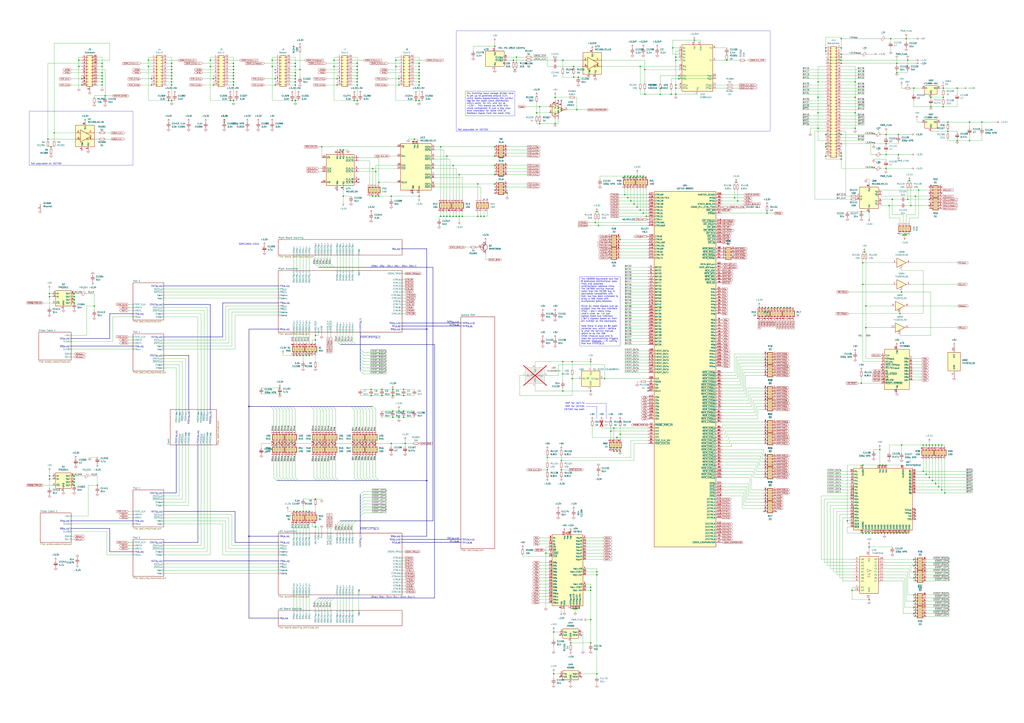
<source format=kicad_sch>
(kicad_sch (version 20231120) (generator "eeschema") (generator_version "8.0")
  (paper "A1")
  (lib_symbols
    (symbol "16717a:+1.5V" (power) (pin_numbers hide) (pin_names (offset 0) hide)
      (property "Value" "+1.5V" (at 0 3.556 0))
      (symbol "+1.5V_1_1"
        (pin power_in line (at 0 0 90) (length 0) (name "~") (number "1"))
      )
    )
    (symbol "16717a:+2.1V" (power) (pin_numbers hide) (pin_names (offset 0) hide)
      (property "Value" "+2.1V" (at 0 3.556 0))
      (symbol "+2.1V_1_1"
        (pin power_in line (at 0 0 90) (length 0) (name "~") (number "1"))
      )
    )
    (symbol "16717a:-12V" (power) (pin_numbers hide) (pin_names (offset 0) hide)
      (property "Value" "-12V" (at 0 3.556 0))
      (symbol "-12V_1_1"
        (pin power_in line (at 0 0 90) (length 0) (name "~") (number "1"))
      )
    )
    (symbol "16717a:-3.3V" (power) (pin_numbers hide) (pin_names (offset 0) hide)
      (property "Value" "-3.3V" (at 0 3.556 0))
      (symbol "-3.3V_1_1"
        (pin power_in line (at 0 0 90) (length 0) (name "~") (number "1"))
      )
    )
    (symbol "16717a:-5.2V" (power) (pin_numbers hide) (pin_names (offset 0) hide)
      (property "Value" "-5.2V" (at 0 3.556 0))
      (symbol "-5.2V_1_1"
        (pin power_in line (at 0 0 90) (length 0) (name "~") (number "1"))
      )
    )
    (symbol "16717a:16715-89002"
      (property "Reference" "U" (at 0 0 0))
      (property "Value" "16715-89002" (at 0 -2.032 0))
      (symbol "16715-89002_1_1"
        (pin power_in line (at -30.48 -170.18 0) (length 5.08) hide (name "GND") (number "1"))
        (pin bidirectional line (at 30.48 -21.59 180) (length 5.08) (name "MD_{2}") (number "10"))
        (pin output line (at 30.48 -140.97 180) (length 5.08) (name "~{MEM_CAS_{L9}}") (number "100"))
        (pin output line (at 30.48 -143.51 180) (length 5.08) (name "~{MEM_CAS_{L13}}") (number "101"))
        (pin output line (at 30.48 -146.05 180) (length 5.08) (name "~{MEM_CAS_{L16}}") (number "102"))
        (pin output line (at 30.48 -179.07 180) (length 5.08) (name "ZCTRL6") (number "103"))
        (pin bidirectional line (at -30.48 -97.79 0) (length 5.08) (name "ZD_{7}") (number "104"))
        (pin power_in line (at -30.48 -185.42 0) (length 5.08) hide (name "GND") (number "105"))
        (pin power_in line (at -30.48 -144.78 0) (length 5.08) hide (name "+5V") (number "106"))
        (pin bidirectional line (at -30.48 -95.25 0) (length 5.08) (name "ZD_{6}") (number "107"))
        (pin bidirectional line (at -30.48 -92.71 0) (length 5.08) (name "ZD_{5}") (number "108"))
        (pin bidirectional line (at -30.48 -90.17 0) (length 5.08) (name "ZD_{4}") (number "109"))
        (pin bidirectional line (at 30.48 -24.13 180) (length 5.08) (name "MD_{3}") (number "11"))
        (pin bidirectional line (at -30.48 -87.63 0) (length 5.08) (name "ZD_{3}") (number "110"))
        (pin bidirectional line (at -30.48 -85.09 0) (length 5.08) (name "ZD_{2}") (number "111"))
        (pin bidirectional line (at -30.48 -82.55 0) (length 5.08) (name "ZD_{1}") (number "112"))
        (pin bidirectional line (at -30.48 -80.01 0) (length 5.08) (name "ZD_{0}") (number "113"))
        (pin output line (at 30.48 -151.13 180) (length 5.08) (name "~{ZCS_{0}}") (number "114"))
        (pin output line (at 30.48 -153.67 180) (length 5.08) (name "~{ZCS_{1}}") (number "115"))
        (pin output line (at 30.48 -156.21 180) (length 5.08) (name "~{ZCS_{2}}") (number "116"))
        (pin output line (at 30.48 -158.75 180) (length 5.08) (name "~{ZCS_{3}}") (number "117"))
        (pin output line (at 30.48 -161.29 180) (length 5.08) (name "~{ZCS_{4}}") (number "118"))
        (pin output line (at 30.48 -176.53 180) (length 5.08) (name "ZCTRL5") (number "119"))
        (pin bidirectional line (at -30.48 16.51 0) (length 5.08) (name "BIF18") (number "12"))
        (pin output line (at 30.48 -173.99 180) (length 5.08) (name "ZCTRL4") (number "120"))
        (pin output line (at 30.48 -171.45 180) (length 5.08) (name "ZCTRL3") (number "121"))
        (pin output line (at 30.48 -184.15 180) (length 5.08) (name "ZCCTRL0") (number "122"))
        (pin output line (at 30.48 -186.69 180) (length 5.08) (name "ZCCTRL1") (number "123"))
        (pin output line (at 30.48 -189.23 180) (length 5.08) (name "ZCCTRL2") (number "124"))
        (pin output line (at 30.48 -191.77 180) (length 5.08) (name "ZCCTRL3") (number "125"))
        (pin power_in line (at -30.48 -187.96 0) (length 5.08) hide (name "GND") (number "126"))
        (pin passive line (at -30.48 86.36 0) (length 5.08) (name "CTRL0R") (number "127"))
        (pin passive line (at -30.48 83.82 0) (length 5.08) (name "CTRL1R/TCK") (number "128"))
        (pin power_in line (at -30.48 -190.5 0) (length 5.08) hide (name "GND") (number "129"))
        (pin bidirectional line (at -30.48 13.97 0) (length 5.08) (name "BIF17") (number "13"))
        (pin power_in line (at -30.48 -147.32 0) (length 5.08) hide (name "+5V") (number "130"))
        (pin power_in line (at -30.48 -193.04 0) (length 5.08) hide (name "GND") (number "131"))
        (pin power_in line (at -30.48 -149.86 0) (length 5.08) hide (name "+5V") (number "132"))
        (pin power_in line (at -30.48 -152.4 0) (length 5.08) hide (name "+5V") (number "133"))
        (pin passive line (at -30.48 81.28 0) (length 5.08) (name "CTRL2R") (number "134"))
        (pin output line (at -30.48 49.53 0) (length 5.08) (name "CTRL9") (number "135"))
        (pin power_in line (at -30.48 -154.94 0) (length 5.08) hide (name "+5V") (number "136"))
        (pin output line (at -30.48 46.99 0) (length 5.08) (name "CTRL10R") (number "137"))
        (pin output line (at -30.48 44.45 0) (length 5.08) (name "CTRL10L") (number "138"))
        (pin output line (at -30.48 52.07 0) (length 5.08) (name "CTRL8") (number "139"))
        (pin bidirectional line (at -30.48 11.43 0) (length 5.08) (name "BIF16") (number "14"))
        (pin output line (at -30.48 41.91 0) (length 5.08) (name "CTRL6R") (number "140"))
        (pin output line (at -30.48 39.37 0) (length 5.08) (name "CTRL6L") (number "141"))
        (pin output line (at -30.48 36.83 0) (length 5.08) (name "CTRL7R") (number "142"))
        (pin output line (at -30.48 34.29 0) (length 5.08) (name "CTRL7L") (number "143"))
        (pin bidirectional line (at -30.48 6.35 0) (length 5.08) (name "BIF45") (number "144"))
        (pin passive line (at -30.48 63.5 0) (length 5.08) (name "CTRL5WL") (number "145"))
        (pin passive line (at -30.48 60.96 0) (length 5.08) (name "CTRL5WR") (number "146"))
        (pin output line (at 30.48 73.66 180) (length 5.08) (name "~{DAC_WR}") (number "147"))
        (pin output line (at 30.48 64.77 180) (length 5.08) (name "~{I2C_EN_{RIGHT}}") (number "148"))
        (pin output line (at 30.48 62.23 180) (length 5.08) (name "~{I2C_EN_{LEFT}}") (number "149"))
        (pin bidirectional line (at -30.48 8.89 0) (length 5.08) (name "BIF15") (number "15"))
        (pin power_in line (at -30.48 -195.58 0) (length 5.08) hide (name "GND") (number "150"))
        (pin output line (at 30.48 59.69 180) (length 5.08) (name "~{I2C_WR}") (number "151"))
        (pin open_collector line (at 30.48 57.15 180) (length 5.08) (name "~{I2C_RESET}") (number "152"))
        (pin output line (at 30.48 54.61 180) (length 5.08) (name "~{I2C_CLK}") (number "153"))
        (pin output line (at 30.48 52.07 180) (length 5.08) (name "~{I2C_RD}") (number "154"))
        (pin output line (at 30.48 49.53 180) (length 5.08) (name "~{I2C_CS}") (number "155"))
        (pin output line (at 30.48 46.99 180) (length 5.08) (name "~{I2C_A_{0}}") (number "156"))
        (pin power_in line (at -30.48 -198.12 0) (length 5.08) hide (name "GND") (number "157"))
        (pin passive line (at -30.48 78.74 0) (length 5.08) (name "CTRL3R") (number "158"))
        (pin passive line (at -30.48 -72.39 0) (length 5.08) (name "SDI") (number "159"))
        (pin bidirectional line (at 30.48 -26.67 180) (length 5.08) (name "MD_{4}") (number "16"))
        (pin passive line (at -30.48 76.2 0) (length 5.08) (name "CTRL0L") (number "160"))
        (pin passive line (at -30.48 73.66 0) (length 5.08) (name "CTRL1L") (number "161"))
        (pin passive line (at -30.48 71.12 0) (length 5.08) (name "CTRL2L") (number "162"))
        (pin passive line (at -30.48 68.58 0) (length 5.08) (name "CTRL3L") (number "163"))
        (pin power_in line (at -30.48 -157.48 0) (length 5.08) hide (name "+5V") (number "164"))
        (pin output line (at -30.48 -59.69 0) (length 5.08) (name "EVENT_OUT_{7}") (number "165"))
        (pin input line (at 30.48 86.36 180) (length 5.08) (name "MASTER_SENSE") (number "166"))
        (pin output line (at -30.48 -57.15 0) (length 5.08) (name "EVENT_OUT_{6}") (number "167"))
        (pin output line (at -30.48 -54.61 0) (length 5.08) (name "EVENT_OUT_{5}") (number "168"))
        (pin output line (at 30.48 -168.91 180) (length 5.08) (name "ZCTRL2") (number "169"))
        (pin power_in line (at -30.48 -124.46 0) (length 5.08) hide (name "+5V") (number "17"))
        (pin output line (at 30.48 -166.37 180) (length 5.08) (name "ZCTRL1") (number "170"))
        (pin output line (at 30.48 -163.83 180) (length 5.08) (name "ZCTRL0") (number "171"))
        (pin output line (at -30.48 -52.07 0) (length 5.08) (name "EVENT_OUT_{4}") (number "172"))
        (pin output line (at -30.48 -49.53 0) (length 5.08) (name "EVENT_OUT_{3}") (number "173"))
        (pin bidirectional line (at -30.48 3.81 0) (length 5.08) (name "BIF60") (number "174"))
        (pin bidirectional line (at -30.48 1.27 0) (length 5.08) (name "BIF62") (number "175"))
        (pin bidirectional line (at -30.48 -1.27 0) (length 5.08) (name "BIF46") (number "176"))
        (pin output line (at -30.48 66.04 0) (length 5.08) (name "CTRL4") (number "177"))
        (pin output line (at -30.48 -46.99 0) (length 5.08) (name "EVENT_OUT_{2}") (number "178"))
        (pin bidirectional line (at -30.48 -3.81 0) (length 5.08) (name "BIF42") (number "179"))
        (pin bidirectional line (at 30.48 -29.21 180) (length 5.08) (name "MD_{5}") (number "18"))
        (pin input line (at -30.48 -64.77 0) (length 5.08) (name "CLK") (number "180"))
        (pin bidirectional line (at -30.48 -6.35 0) (length 5.08) (name "BIF38") (number "181"))
        (pin power_in line (at -30.48 -160.02 0) (length 5.08) hide (name "+5V") (number "182"))
        (pin power_in line (at -30.48 -162.56 0) (length 5.08) hide (name "+5V") (number "183"))
        (pin power_in line (at -30.48 -200.66 0) (length 5.08) hide (name "GND") (number "184"))
        (pin bidirectional line (at -30.48 -8.89 0) (length 5.08) (name "BIF37") (number "185"))
        (pin bidirectional line (at -30.48 -11.43 0) (length 5.08) (name "BIF36") (number "186"))
        (pin output line (at -30.48 -44.45 0) (length 5.08) (name "EVENT_OUT_{1}") (number "187"))
        (pin output line (at -30.48 -41.91 0) (length 5.08) (name "EVENT_OUT_{0}") (number "188"))
        (pin bidirectional line (at -30.48 -13.97 0) (length 5.08) (name "BIF35") (number "189"))
        (pin bidirectional line (at 30.48 -31.75 180) (length 5.08) (name "MD_{6}") (number "19"))
        (pin bidirectional line (at -30.48 -16.51 0) (length 5.08) (name "BIF39") (number "190"))
        (pin bidirectional line (at 30.48 -36.83 180) (length 5.08) (name "MD_{8}") (number "191"))
        (pin bidirectional line (at 30.48 -39.37 180) (length 5.08) (name "MD_{9}") (number "192"))
        (pin bidirectional line (at 30.48 -41.91 180) (length 5.08) (name "MD_{10}") (number "193"))
        (pin bidirectional line (at 30.48 -44.45 180) (length 5.08) (name "MD_{11}") (number "194"))
        (pin bidirectional line (at -30.48 -19.05 0) (length 5.08) (name "BIF32") (number "195"))
        (pin bidirectional line (at -30.48 -21.59 0) (length 5.08) (name "BIF31") (number "196"))
        (pin bidirectional line (at -30.48 -24.13 0) (length 5.08) (name "BIF30") (number "197"))
        (pin bidirectional line (at -30.48 -26.67 0) (length 5.08) (name "BIF29") (number "198"))
        (pin bidirectional line (at 30.48 -46.99 180) (length 5.08) (name "MD_{12}") (number "199"))
        (pin power_in line (at -30.48 -121.92 0) (length 5.08) hide (name "+5V") (number "2"))
        (pin bidirectional line (at 30.48 -34.29 180) (length 5.08) (name "MD_{7}") (number "20"))
        (pin bidirectional line (at 30.48 -49.53 180) (length 5.08) (name "MD_{13}") (number "200"))
        (pin bidirectional line (at 30.48 -52.07 180) (length 5.08) (name "MD_{14}") (number "201"))
        (pin power_in line (at -30.48 -165.1 0) (length 5.08) hide (name "+5V") (number "202"))
        (pin bidirectional line (at 30.48 -54.61 180) (length 5.08) (name "MD_{15}") (number "203"))
        (pin bidirectional line (at -30.48 -29.21 0) (length 5.08) (name "BIF28") (number "204"))
        (pin bidirectional line (at -30.48 -31.75 0) (length 5.08) (name "BIF27") (number "205"))
        (pin bidirectional line (at -30.48 -34.29 0) (length 5.08) (name "BIF26") (number "206"))
        (pin passive line (at -30.48 -74.93 0) (length 5.08) (name "DCLK") (number "207"))
        (pin bidirectional line (at -30.48 -36.83 0) (length 5.08) (name "BIF25") (number "208"))
        (pin output line (at 30.48 8.89 180) (length 5.08) (name "MA_{0}") (number "21"))
        (pin power_in line (at -30.48 -172.72 0) (length 5.08) hide (name "GND") (number "22"))
        (pin output line (at 30.48 6.35 180) (length 5.08) (name "MA_{1}") (number "23"))
        (pin output line (at 30.48 3.81 180) (length 5.08) (name "MA_{2}") (number "24"))
        (pin output line (at 30.48 1.27 180) (length 5.08) (name "MA_{3}") (number "25"))
        (pin output line (at 30.48 -1.27 180) (length 5.08) (name "MA_{4}") (number "26"))
        (pin power_in line (at -30.48 -175.26 0) (length 5.08) hide (name "GND") (number "27"))
        (pin power_in line (at -30.48 -127 0) (length 5.08) hide (name "+5V") (number "28"))
        (pin power_in line (at -30.48 -129.54 0) (length 5.08) hide (name "+5V") (number "29"))
        (pin input line (at -30.48 -67.31 0) (length 5.08) (name "MODE") (number "3"))
        (pin output line (at 30.48 -3.81 180) (length 5.08) (name "MA_{5}") (number "30"))
        (pin output line (at 30.48 -6.35 180) (length 5.08) (name "MA_{6}") (number "31"))
        (pin power_in line (at -30.48 -132.08 0) (length 5.08) hide (name "+5V") (number "32"))
        (pin output line (at 30.48 -8.89 180) (length 5.08) (name "MA_{7}") (number "33"))
        (pin output line (at 30.48 -11.43 180) (length 5.08) (name "MA_{8}") (number "34"))
        (pin output line (at -30.48 -118.11 0) (length 5.08) (name "~{TEST_CLK_EN}") (number "35"))
        (pin output line (at -30.48 -115.57 0) (length 5.08) (name "TEST_CLK_DIV") (number "36"))
        (pin output line (at 30.48 71.12 180) (length 5.08) (name "~{EN_{TEST}}") (number "37"))
        (pin output line (at 30.48 78.74 180) (length 5.08) (name "STACK_BIAS_EN") (number "38"))
        (pin bidirectional line (at 30.48 83.82 180) (length 5.08) (name "IMIO_{0}") (number "39"))
        (pin bidirectional line (at -30.48 26.67 0) (length 5.08) (name "BIF22") (number "4"))
        (pin bidirectional line (at 30.48 81.28 180) (length 5.08) (name "IMIO_{1}") (number "40"))
        (pin output line (at 30.48 -196.85 180) (length 5.08) (name "ZCCTRL6") (number "41"))
        (pin output line (at -30.48 -102.87 0) (length 5.08) (name "~{PROBE_PWR_EN}") (number "42"))
        (pin passive line (at -30.48 -110.49 0) (length 5.08) (name "???") (number "43"))
        (pin passive line (at -30.48 -113.03 0) (length 5.08) (name "???") (number "44"))
        (pin output line (at 30.48 -194.31 180) (length 5.08) (name "ZCCTRL5") (number "45"))
        (pin output line (at 30.48 13.97 180) (length 5.08) (name "~{MEM_SE}") (number "46"))
        (pin input line (at 30.48 -199.39 180) (length 5.08) (name "ZOOM_COMPARATOR") (number "47"))
        (pin passive line (at -30.48 -105.41 0) (length 5.08) (name "???") (number "48"))
        (pin passive line (at -30.48 -107.95 0) (length 5.08) (name "???") (number "49"))
        (pin bidirectional line (at -30.48 24.13 0) (length 5.08) (name "BIF21") (number "5"))
        (pin output line (at 30.48 19.05 180) (length 5.08) (name "~{MEM_WEL}") (number "50"))
        (pin output line (at 30.48 21.59 180) (length 5.08) (name "~{MEM_WEU}") (number "51"))
        (pin power_in line (at -30.48 -177.8 0) (length 5.08) hide (name "GND") (number "52"))
        (pin power_in line (at -30.48 -180.34 0) (length 5.08) hide (name "GND") (number "53"))
        (pin passive line (at 30.48 76.2 180) (length 5.08) (name "ZOOM_PLL_CTRL/TMS") (number "54"))
        (pin input line (at -30.48 -69.85 0) (length 5.08) (name "TDI") (number "55"))
        (pin output line (at 30.48 16.51 180) (length 5.08) (name "~{MEM_TRG}") (number "56"))
        (pin output line (at 30.48 24.13 180) (length 5.08) (name "MEM_DSF") (number "57"))
        (pin output line (at 30.48 41.91 180) (length 5.08) (name "~{MEM_RAS_{LU}}") (number "58"))
        (pin output line (at 30.48 39.37 180) (length 5.08) (name "~{MEM_RAS_{LL}}") (number "59"))
        (pin bidirectional line (at -30.48 21.59 0) (length 5.08) (name "BIF20") (number "6"))
        (pin power_in line (at -30.48 -134.62 0) (length 5.08) hide (name "+5V") (number "60"))
        (pin output line (at 30.48 36.83 180) (length 5.08) (name "~{MEM_RAS_{RU}}") (number "61"))
        (pin output line (at 30.48 34.29 180) (length 5.08) (name "~{MEM_RAS_{RL}}") (number "62"))
        (pin input line (at 30.48 29.21 180) (length 5.08) (name "MEM_QSF_{LEFT}") (number "63"))
        (pin input line (at 30.48 26.67 180) (length 5.08) (name "MEM_QSF_{RIGHT}") (number "64"))
        (pin output line (at 30.48 -59.69 180) (length 5.08) (name "~{MEM_CAS_{R6}}") (number "65"))
        (pin output line (at 30.48 -62.23 180) (length 5.08) (name "~{MEM_CAS_{R2}}") (number "66"))
        (pin output line (at 30.48 -64.77 180) (length 5.08) (name "~{MEM_CAS_{R7}}") (number "67"))
        (pin output line (at 30.48 -67.31 180) (length 5.08) (name "~{MEM_CAS_{R3}}") (number "68"))
        (pin output line (at 30.48 -69.85 180) (length 5.08) (name "~{MEM_CAS_{R10}}") (number "69"))
        (pin bidirectional line (at -30.48 19.05 0) (length 5.08) (name "BIF19") (number "7"))
        (pin output line (at 30.48 -72.39 180) (length 5.08) (name "~{MEM_CAS_{R14}}") (number "70"))
        (pin output line (at 30.48 -74.93 180) (length 5.08) (name "~{MEM_CAS_{R11}}") (number "71"))
        (pin output line (at 30.48 -77.47 180) (length 5.08) (name "~{MEM_CAS_{R15}}") (number "72"))
        (pin output line (at 30.48 -80.01 180) (length 5.08) (name "~{MEM_CAS_{R4}}") (number "73"))
        (pin output line (at 30.48 -82.55 180) (length 5.08) (name "~{MEM_CAS_{R0}}") (number "74"))
        (pin output line (at 30.48 -85.09 180) (length 5.08) (name "~{MEM_CAS_{R5}}") (number "75"))
        (pin output line (at 30.48 -87.63 180) (length 5.08) (name "~{MEM_CAS_{R1}}") (number "76"))
        (pin output line (at 30.48 -90.17 180) (length 5.08) (name "~{MEM_CAS_{R8}}") (number "77"))
        (pin power_in line (at -30.48 -182.88 0) (length 5.08) hide (name "GND") (number "78"))
        (pin power_in line (at -30.48 -137.16 0) (length 5.08) hide (name "+5V") (number "79"))
        (pin bidirectional line (at 30.48 -16.51 180) (length 5.08) (name "MD_{0}") (number "8"))
        (pin power_in line (at -30.48 -139.7 0) (length 5.08) hide (name "+5V") (number "80"))
        (pin output line (at 30.48 -92.71 180) (length 5.08) (name "~{MEM_CAS_{R12}}") (number "81"))
        (pin output line (at 30.48 -95.25 180) (length 5.08) (name "~{MEM_CAS_{R9}}") (number "82"))
        (pin output line (at 30.48 -97.79 180) (length 5.08) (name "~{MEM_CAS_{R13}}") (number "83"))
        (pin output line (at 30.48 -100.33 180) (length 5.08) (name "~{MEM_CAS_{R16}}") (number "84"))
        (pin output line (at 30.48 -105.41 180) (length 5.08) (name "~{MEM_CAS_{L6}}") (number "85"))
        (pin output line (at 30.48 -107.95 180) (length 5.08) (name "~{MEM_CAS_{L2}}") (number "86"))
        (pin output line (at 30.48 -110.49 180) (length 5.08) (name "~{MEM_CAS_{L7}}") (number "87"))
        (pin output line (at 30.48 -113.03 180) (length 5.08) (name "~{MEM_CAS_{L3}}") (number "88"))
        (pin output line (at 30.48 -115.57 180) (length 5.08) (name "~{MEM_CAS_{L10}}") (number "89"))
        (pin bidirectional line (at 30.48 -19.05 180) (length 5.08) (name "MD_{1}") (number "9"))
        (pin output line (at 30.48 -118.11 180) (length 5.08) (name "~{MEM_CAS_{L14}}") (number "90"))
        (pin output line (at 30.48 -120.65 180) (length 5.08) (name "~{MEM_CAS_{L11}}") (number "91"))
        (pin output line (at 30.48 -123.19 180) (length 5.08) (name "~{MEM_CAS_{L15}}") (number "92"))
        (pin output line (at 30.48 -125.73 180) (length 5.08) (name "~{MEM_CAS_{L4}}") (number "93"))
        (pin output line (at 30.48 -128.27 180) (length 5.08) (name "~{MEM_CAS_{L0}}") (number "94"))
        (pin output line (at 30.48 -130.81 180) (length 5.08) (name "~{MEM_CAS_{L5}}") (number "95"))
        (pin output line (at 30.48 -133.35 180) (length 5.08) (name "~{MEM_CAS_{L1}}") (number "96"))
        (pin output line (at 30.48 -135.89 180) (length 5.08) (name "~{MEM_CAS_{L8}}") (number "97"))
        (pin power_in line (at -30.48 -142.24 0) (length 5.08) hide (name "+5V") (number "98"))
        (pin output line (at 30.48 -138.43 180) (length 5.08) (name "~{MEM_CAS_{L12}}") (number "99"))
      )
    )
    (symbol "16717a:AD586"
      (property "Reference" "U" (at -5.842 5.334 0))
      (property "Value" "AD586" (at 5.334 5.08 0))
      (symbol "AD586_1_1"
        (pin no_connect non_logic (at -2.54 2.54 180) (length 0) hide (name "") (number "1"))
        (pin power_in line (at -8.89 1.27 0) (length 2.54) (name "V_{IN}") (number "2"))
        (pin no_connect non_logic (at -2.54 0 180) (length 0) hide (name "") (number "3"))
        (pin power_in line (at 0 -6.35 90) (length 2.54) (name "GND") (number "4"))
        (pin passive line (at 8.89 -1.27 180) (length 2.54) (name "TRIM") (number "5"))
        (pin power_out line (at 8.89 1.27 180) (length 2.54) (name "V_{OUT}") (number "6"))
        (pin no_connect non_logic (at -2.54 -2.54 180) (length 0) hide (name "") (number "7"))
        (pin passive line (at -8.89 -1.27 0) (length 2.54) (name "NR") (number "8"))
      )
    )
    (symbol "16717a:AD7841"
      (property "Reference" "U" (at -11.43 31.242 0))
      (property "Value" "AD7841" (at 9.906 32.004 0))
      (symbol "AD7841_1_1"
        (pin power_in line (at 2.54 -31.75 90) (length 2.54) (name "GND_{DUT}AB") (number "1"))
        (pin input line (at -15.24 21.59 0) (length 2.54) (name "A_{0}") (number "10"))
        (pin input line (at -15.24 19.05 0) (length 2.54) (name "~{CS}") (number "11"))
        (pin input line (at -15.24 16.51 0) (length 2.54) (name "~{WR}") (number "12"))
        (pin power_in line (at -2.54 31.75 270) (length 2.54) (name "V_{CC}") (number "13"))
        (pin power_in line (at -2.54 -31.75 90) (length 2.54) (name "GND") (number "14"))
        (pin input line (at -15.24 6.35 0) (length 2.54) (name "DB_{0}") (number "15"))
        (pin input line (at -15.24 3.81 0) (length 2.54) (name "DB_{1}") (number "16"))
        (pin input line (at -15.24 1.27 0) (length 2.54) (name "DB_{2}") (number "17"))
        (pin input line (at -15.24 -1.27 0) (length 2.54) (name "DB_{3}") (number "18"))
        (pin input line (at -15.24 -3.81 0) (length 2.54) (name "DB_{4}") (number "19"))
        (pin output line (at 15.24 26.67 180) (length 2.54) (name "V_{OUT}A") (number "2"))
        (pin input line (at -15.24 -6.35 0) (length 2.54) (name "DB_{5}") (number "20"))
        (pin input line (at -15.24 -8.89 0) (length 2.54) (name "DB_{6}") (number "21"))
        (pin input line (at -15.24 -11.43 0) (length 2.54) (name "DB_{7}") (number "22"))
        (pin input line (at -15.24 -13.97 0) (length 2.54) (name "DB_{8}") (number "23"))
        (pin input line (at -15.24 -16.51 0) (length 2.54) (name "DB_{9}") (number "24"))
        (pin input line (at -15.24 -19.05 0) (length 2.54) (name "DB_{10}") (number "25"))
        (pin input line (at -15.24 -21.59 0) (length 2.54) (name "DB_{11}") (number "26"))
        (pin input line (at -15.24 -24.13 0) (length 2.54) (name "DB_{12}") (number "27"))
        (pin input line (at -15.24 -26.67 0) (length 2.54) (name "DB_{13}") (number "28"))
        (pin input line (at -15.24 11.43 0) (length 2.54) (name "~{CLR}") (number "29"))
        (pin input line (at 15.24 -11.43 180) (length 2.54) (name "V_{REF-}AB") (number "3"))
        (pin input line (at 15.24 -3.81 180) (length 2.54) (name "V_{REF+}GH") (number "30"))
        (pin input line (at 15.24 -16.51 180) (length 2.54) (name "V_{REF-}GH") (number "31"))
        (pin output line (at 15.24 8.89 180) (length 2.54) (name "V_{OUT}H") (number "32"))
        (pin power_in line (at 10.16 -31.75 90) (length 2.54) (name "GND_{DUT}GH") (number "33"))
        (pin output line (at 15.24 11.43 180) (length 2.54) (name "V_{OUT}G") (number "34"))
        (pin output line (at 15.24 13.97 180) (length 2.54) (name "V_{OUT}F") (number "35"))
        (pin power_in line (at 7.62 -31.75 90) (length 2.54) (name "GND_{DUT}EF") (number "36"))
        (pin output line (at 15.24 16.51 180) (length 2.54) (name "V_{OUT}E") (number "37"))
        (pin power_in line (at 2.54 31.75 270) (length 2.54) (name "V_{DD}") (number "38"))
        (pin input line (at 15.24 -1.27 180) (length 2.54) (name "V_{REF+}CDEF") (number "39"))
        (pin input line (at 15.24 1.27 180) (length 2.54) (name "V_{REF+}AB") (number "4"))
        (pin input line (at 15.24 -13.97 180) (length 2.54) (name "V_{REF-}CDEF") (number "40"))
        (pin output line (at 15.24 19.05 180) (length 2.54) (name "V_{OUT}D") (number "41"))
        (pin power_in line (at 5.08 -31.75 90) (length 2.54) (name "GND_{DUT}CD") (number "42"))
        (pin output line (at 15.24 21.59 180) (length 2.54) (name "V_{OUT}C") (number "43"))
        (pin output line (at 15.24 24.13 180) (length 2.54) (name "V_{OUT}B") (number "44"))
        (pin power_in line (at 0 31.75 270) (length 2.54) (name "V_{DD}") (number "5"))
        (pin power_in line (at -5.08 -31.75 90) (length 2.54) (name "V_{SS}") (number "6"))
        (pin input line (at -15.24 13.97 0) (length 2.54) (name "~{LDAC}") (number "7"))
        (pin input line (at -15.24 26.67 0) (length 2.54) (name "A_{2}") (number "8"))
        (pin input line (at -15.24 24.13 0) (length 2.54) (name "A_{1}") (number "9"))
      )
    )
    (symbol "16717a:Conn_02x10_Counter_Clockwise_Shield" (pin_names (offset 1.016) hide)
      (property "Reference" "J" (at 1.27 12.7 0))
      (property "Value" "Conn_02x10_Counter_Clockwise_Shield2" (at 1.27 -15.24 0))
      (symbol "Conn_02x10_Counter_Clockwise_Shield_1_1"
        (pin passive line (at -5.08 10.16 0) (length 3.81) (name "Pin_1") (number "1"))
        (pin passive line (at -5.08 -12.7 0) (length 3.81) (name "Pin_10") (number "10"))
        (pin passive line (at 7.62 -12.7 180) (length 3.81) (name "Pin_11") (number "11"))
        (pin passive line (at 7.62 -10.16 180) (length 3.81) (name "Pin_12") (number "12"))
        (pin passive line (at 7.62 -7.62 180) (length 3.81) (name "Pin_13") (number "13"))
        (pin passive line (at 7.62 -5.08 180) (length 3.81) (name "Pin_14") (number "14"))
        (pin passive line (at 7.62 -2.54 180) (length 3.81) (name "Pin_15") (number "15"))
        (pin passive line (at 7.62 0 180) (length 3.81) (name "Pin_16") (number "16"))
        (pin passive line (at 7.62 2.54 180) (length 3.81) (name "Pin_17") (number "17"))
        (pin passive line (at 7.62 5.08 180) (length 3.81) (name "Pin_18") (number "18"))
        (pin passive line (at 7.62 7.62 180) (length 3.81) (name "Pin_19") (number "19"))
        (pin passive line (at -5.08 7.62 0) (length 3.81) (name "Pin_2") (number "2"))
        (pin passive line (at 7.62 10.16 180) (length 3.81) (name "Pin_20") (number "20"))
        (pin passive line (at -5.08 5.08 0) (length 3.81) (name "Pin_3") (number "3"))
        (pin passive line (at -5.08 2.54 0) (length 3.81) (name "Pin_4") (number "4"))
        (pin passive line (at -5.08 0 0) (length 3.81) (name "Pin_5") (number "5"))
        (pin passive line (at -5.08 -2.54 0) (length 3.81) (name "Pin_6") (number "6"))
        (pin passive line (at -5.08 -5.08 0) (length 3.81) (name "Pin_7") (number "7"))
        (pin passive line (at -5.08 -7.62 0) (length 3.81) (name "Pin_8") (number "8"))
        (pin passive line (at -5.08 -10.16 0) (length 3.81) (name "Pin_9") (number "9"))
        (pin passive line (at 1.27 -17.78 90) (length 3.81) (name "Pin_10") (number "S"))
      )
    )
    (symbol "16717a:GND" (power) (pin_numbers hide) (pin_names (offset 0) hide)
      (symbol "GND_1_1"
        (pin power_in line (at 0 0 270) (length 0) (name "~") (number "1"))
      )
    )
    (symbol "16717a:MC100LVEL11"
      (property "Reference" "U" (at -6.604 10.414 0))
      (property "Value" "MC100LVEL11" (at 7.874 10.414 0))
      (symbol "MC100LVEL11_1_1"
        (pin open_emitter line (at 10.16 5.08 180) (length 2.54) (name "Y_{0}") (number "1"))
        (pin open_emitter line (at 10.16 2.54 180) (length 2.54) (name "~{Y_{0}}") (number "2"))
        (pin open_emitter line (at 10.16 -2.54 180) (length 2.54) (name "Y_{1}") (number "3"))
        (pin open_emitter line (at 10.16 -5.08 180) (length 2.54) (name "~{Y_{1}}") (number "4"))
        (pin power_in line (at 0 -11.43 90) (length 2.54) (name "V_{EE}") (number "5"))
        (pin input line (at -10.16 -1.27 0) (length 2.54) (name "~{A}") (number "6"))
        (pin input line (at -10.16 1.27 0) (length 2.54) (name "A") (number "7"))
        (pin power_in line (at 0 11.43 270) (length 2.54) (name "V_{CC}") (number "8"))
      )
    )
    (symbol "16717a:MC100LVEL14"
      (property "Reference" "U" (at -10.414 21.59 0))
      (property "Value" "MC100LVEL14" (at 10.668 21.082 0))
      (symbol "MC100LVEL14_1_1"
        (pin open_emitter line (at 15.24 16.51 180) (length 2.54) (name "OUT_{0}") (number "1"))
        (pin open_emitter line (at 15.24 -16.51 180) (length 2.54) (name "~{OUT_{4}}") (number "10"))
        (pin power_in line (at 2.54 -21.59 90) (length 2.54) (name "V_{EE}") (number "11"))
        (pin input line (at -15.24 8.89 0) (length 2.54) (name "SEL") (number "12"))
        (pin power_out line (at -2.54 -21.59 90) (length 2.54) (name "V_{BB}") (number "13"))
        (pin input line (at -15.24 -1.27 0) (length 2.54) (name "~{CLK}") (number "14"))
        (pin input line (at -15.24 1.27 0) (length 2.54) (name "CLK") (number "15"))
        (pin input line (at -15.24 -12.7 0) (length 2.54) (name "SCLK") (number "16"))
        (pin no_connect non_logic (at -15.24 -6.35 0) (length 2.54) hide (name "") (number "17"))
        (pin power_in line (at -1.27 21.59 270) (length 2.54) (name "V_{CC}") (number "18"))
        (pin input line (at -15.24 16.51 0) (length 2.54) (name "~{EN}") (number "19"))
        (pin open_emitter line (at 15.24 13.97 180) (length 2.54) (name "~{OUT_{0}}") (number "2"))
        (pin power_in line (at 1.27 21.59 270) (length 2.54) (name "V_{CC}") (number "20"))
        (pin open_emitter line (at 15.24 8.89 180) (length 2.54) (name "OUT_{1}") (number "3"))
        (pin open_emitter line (at 15.24 6.35 180) (length 2.54) (name "~{OUT_{1}}") (number "4"))
        (pin open_emitter line (at 15.24 1.27 180) (length 2.54) (name "OUT_{2}") (number "5"))
        (pin open_emitter line (at 15.24 -1.27 180) (length 2.54) (name "~{OUT_{2}}") (number "6"))
        (pin open_emitter line (at 15.24 -6.35 180) (length 2.54) (name "OUT_{3}") (number "7"))
        (pin open_emitter line (at 15.24 -8.89 180) (length 2.54) (name "~{OUT_{3}}") (number "8"))
        (pin open_emitter line (at 15.24 -13.97 180) (length 2.54) (name "OUT_{4}") (number "9"))
      )
    )
    (symbol "16717a:MC100LVEL16"
      (property "Reference" "U" (at -6.35 10.414 0))
      (property "Value" "MC100LVEL16" (at 7.366 10.668 0))
      (symbol "MC100LVEL16_1_1"
        (pin no_connect non_logic (at -2.54 0 180) (length 0) hide (name "") (number "1"))
        (pin input line (at -7.62 2.54 0) (length 3.81) (name "") (number "2"))
        (pin input inverted (at -7.62 -2.54 0) (length 3.81) (name "") (number "3"))
        (pin power_out line (at -2.54 -11.43 90) (length 2.54) (name "V_{BB}") (number "4"))
        (pin power_in line (at 2.54 -11.43 90) (length 2.54) (name "V_{EE}") (number "5"))
        (pin output inverted (at 7.62 -2.54 180) (length 6.35) (name "") (number "6"))
        (pin output line (at 7.62 2.54 180) (length 6.858) (name "") (number "7"))
        (pin power_in line (at 0 11.43 270) (length 2.54) (name "V_{CC}") (number "8"))
      )
    )
    (symbol "16717a:MC10EL34"
      (property "Reference" "U" (at 0 0 0))
      (property "Value" "MC10EL34" (at -0.254 3.302 0))
      (symbol "MC10EL34_1_1"
        (pin output line (at 15.24 10.16 180) (length 3.81) (name "CLK/2") (number "1"))
        (pin input line (at -15.24 -10.16 0) (length 3.81) (name "MR") (number "10"))
        (pin power_out line (at -2.54 -16.51 90) (length 3.81) (name "V_{BB}") (number "11"))
        (pin input line (at -15.24 -1.27 0) (length 3.81) (name "~{CLK}") (number "12"))
        (pin input line (at -15.24 1.27 0) (length 3.81) (name "CLK") (number "13"))
        (pin no_connect non_logic (at -15.24 5.08 0) (length 3.81) hide (name "") (number "14"))
        (pin input line (at -15.24 10.16 0) (length 3.81) (name "~{EN}") (number "15"))
        (pin power_in line (at 2.54 16.51 270) (length 3.81) (name "V_{CC}") (number "16"))
        (pin output line (at 15.24 7.62 180) (length 3.81) (name "~{CLK/2}") (number "2"))
        (pin power_in line (at -2.54 16.51 270) (length 3.81) (name "V_{CC}") (number "3"))
        (pin output line (at 15.24 1.27 180) (length 3.81) (name "CLK/4") (number "4"))
        (pin output line (at 15.24 -1.27 180) (length 3.81) (name "~{CLK/4}") (number "5"))
        (pin power_in line (at 0 16.51 270) (length 3.81) (name "V_{CC}") (number "6"))
        (pin output line (at 15.24 -7.62 180) (length 3.81) (name "CLK/8") (number "7"))
        (pin output line (at 15.24 -10.16 180) (length 3.81) (name "~{CLK/8}") (number "8"))
        (pin power_in line (at 2.54 -16.51 90) (length 3.81) (name "V_{EE}") (number "9"))
      )
    )
    (symbol "16717a:NEL_HS-2810"
      (property "Reference" "U" (at -7.112 7.62 0))
      (property "Value" "NEL HS-2810" (at 7.874 8.128 0))
      (symbol "NEL_HS-2810_1_1"
        (pin open_emitter line (at 10.16 -1.27 180) (length 2.54) (name "~{CLK_{OUT}}") (number "1"))
        (pin power_in line (at 0 8.89 270) (length 2.54) (name "V_{CC}") (number "14"))
        (pin power_in line (at 0 -8.89 90) (length 2.54) (name "V_{EE}") (number "7"))
        (pin open_emitter line (at 10.16 1.27 180) (length 2.54) (name "CLK_{OUT}") (number "8"))
      )
    )
    (symbol "16717a:Oscillator_DIP8"
      (property "Reference" "U" (at -7.366 7.874 0))
      (property "Value" "Oscillator_DIP8" (at 7.366 7.874 0))
      (symbol "Oscillator_DIP8_1_1"
        (pin input line (at -10.16 0 0) (length 2.54) (name "OE/~{ST}") (number "1"))
        (pin power_in line (at 0 -8.89 90) (length 2.54) (name "GND") (number "4"))
        (pin output line (at 10.16 0 180) (length 2.54) (name "CLK_{OUT}") (number "5"))
        (pin power_in line (at 0 8.89 270) (length 2.54) (name "V_{CC}") (number "8"))
      )
    )
    (symbol "16717a:PCF8584"
      (property "Reference" "U" (at -9.144 18.288 0))
      (property "Value" "PCF8584" (at 8.89 18.034 0))
      (symbol "PCF8584_1_1"
        (pin input line (at -12.7 11.43 0) (length 2.54) (name "CLK") (number "1"))
        (pin power_in line (at 0 -19.05 90) (length 2.54) (name "V_{SS}") (number "10"))
        (pin bidirectional line (at 12.7 1.27 180) (length 2.54) (name "DB_{3}") (number "11"))
        (pin bidirectional line (at 12.7 -1.27 180) (length 2.54) (name "DB_{4}") (number "12"))
        (pin bidirectional line (at 12.7 -3.81 180) (length 2.54) (name "DB_{5}") (number "13"))
        (pin bidirectional line (at 12.7 -6.35 180) (length 2.54) (name "DB_{6}") (number "14"))
        (pin bidirectional line (at 12.7 -8.89 180) (length 2.54) (name "DB_{7}") (number "15"))
        (pin bidirectional line (at -12.7 -3.81 0) (length 2.54) (name "~{RD}/~{DTACK}") (number "16"))
        (pin input line (at -12.7 -6.35 0) (length 2.54) (name "~{CS}") (number "17"))
        (pin input line (at -12.7 -8.89 0) (length 2.54) (name "~{WR}/R~{W}") (number "18"))
        (pin open_collector line (at -12.7 -11.43 0) (length 2.54) (name "~{RESET}/~{STROBE}") (number "19"))
        (pin open_collector line (at -12.7 8.89 0) (length 2.54) (name "SDA_{(out)}") (number "2"))
        (pin power_in line (at 0 19.05 270) (length 2.54) (name "V_{DD}") (number "20"))
        (pin open_collector line (at -12.7 6.35 0) (length 2.54) (name "SCL_{(in)}") (number "3"))
        (pin input line (at -12.7 3.81 0) (length 2.54) (name "~{IACK}/SDA_{(in)}") (number "4"))
        (pin open_collector line (at -12.7 1.27 0) (length 2.54) (name "~{INT}/SCL_{(out)}") (number "5"))
        (pin input line (at -12.7 -1.27 0) (length 2.54) (name "A_{0}") (number "6"))
        (pin bidirectional line (at 12.7 8.89 180) (length 2.54) (name "DB_{0}") (number "7"))
        (pin bidirectional line (at 12.7 6.35 180) (length 2.54) (name "DB_{1}") (number "8"))
        (pin bidirectional line (at 12.7 3.81 180) (length 2.54) (name "DB_{2}") (number "9"))
      )
    )
    (symbol "16717a:SG-615P"
      (property "Reference" "U" (at -7.366 7.874 0))
      (property "Value" "SG-615P" (at 7.366 7.874 0))
      (symbol "SG-615P_1_1"
        (pin input line (at -10.16 0 0) (length 2.54) (name "OE/~{ST}") (number "1"))
        (pin power_in line (at 0 -8.89 90) (length 2.54) (name "GND") (number "2"))
        (pin output line (at 10.16 0 180) (length 2.54) (name "CLK_{OUT}") (number "3"))
        (pin power_in line (at 0 8.89 270) (length 2.54) (name "V_{CC}") (number "4"))
      )
    )
    (symbol "16717a:SN74FB2040"
      (property "Reference" "U" (at -23.114 28.194 0))
      (property "Value" "SN74FB2040" (at 25.654 27.94 0))
      (symbol "SN74FB2040_1_1"
        (pin power_in line (at -13.97 -27.94 90) (length 2.54) (name "GND") (number "1"))
        (pin output line (at -26.67 -7.62 0) (length 2.54) (name "AO_{5}") (number "10"))
        (pin power_in line (at -6.35 -27.94 90) (length 2.54) (name "GND") (number "11"))
        (pin output line (at -26.67 -10.16 0) (length 2.54) (name "AO_{6}") (number "12"))
        (pin power_in line (at -3.81 -27.94 90) (length 2.54) (name "GND") (number "13"))
        (pin input line (at -26.67 10.16 0) (length 2.54) (name "AI_{6}") (number "14"))
        (pin power_in line (at -1.27 -27.94 90) (length 2.54) (name "GND") (number "15"))
        (pin output line (at -26.67 -12.7 0) (length 2.54) (name "AO_{7}") (number "16"))
        (pin power_in line (at -16.51 27.94 270) (length 2.54) (name "V_{CC}BG") (number "17"))
        (pin input line (at -26.67 7.62 0) (length 2.54) (name "AI_{7}") (number "18"))
        (pin power_in line (at -16.51 -27.94 90) (length 2.54) (name "GNDBG") (number "19"))
        (pin input line (at -26.67 20.32 0) (length 2.54) (name "AI_{2}") (number "2"))
        (pin output line (at -26.67 -15.24 0) (length 2.54) (name "AO_{8}") (number "20"))
        (pin output line (at 26.67 -16.51 180) (length 2.54) (name "TDO") (number "21"))
        (pin input line (at 26.67 -13.97 180) (length 2.54) (name "TDI") (number "22"))
        (pin power_in line (at -2.54 27.94 270) (length 2.54) (name "V_{CC}") (number "23"))
        (pin input line (at -26.67 5.08 0) (length 2.54) (name "AI_{8}") (number "24"))
        (pin power_in line (at 1.27 -27.94 90) (length 2.54) (name "GND") (number "25"))
        (pin bidirectional line (at 26.67 5.08 180) (length 2.54) (name "~{B_{8}}") (number "26"))
        (pin power_in line (at 3.81 -27.94 90) (length 2.54) (name "GND") (number "27"))
        (pin bidirectional line (at 26.67 7.62 180) (length 2.54) (name "~{B_{7}}") (number "28"))
        (pin power_in line (at 6.35 -27.94 90) (length 2.54) (name "GND") (number "29"))
        (pin input line (at -26.67 17.78 0) (length 2.54) (name "AI_{3}") (number "3"))
        (pin bidirectional line (at 26.67 10.16 180) (length 2.54) (name "~{B_{6}}") (number "30"))
        (pin power_in line (at 8.89 -27.94 90) (length 2.54) (name "GND") (number "31"))
        (pin bidirectional line (at 26.67 12.7 180) (length 2.54) (name "~{B_{5}}") (number "32"))
        (pin power_in line (at 11.43 -27.94 90) (length 2.54) (name "GND") (number "33"))
        (pin bidirectional line (at 26.67 15.24 180) (length 2.54) (name "~{B_{4}}") (number "34"))
        (pin power_in line (at 13.97 -27.94 90) (length 2.54) (name "GND") (number "35"))
        (pin bidirectional line (at 26.67 17.78 180) (length 2.54) (name "~{B_{3}}") (number "36"))
        (pin power_in line (at 16.51 -27.94 90) (length 2.54) (name "GND") (number "37"))
        (pin bidirectional line (at 26.67 20.32 180) (length 2.54) (name "~{B_{2}}") (number "38"))
        (pin power_in line (at 19.05 -27.94 90) (length 2.54) (name "GND") (number "39"))
        (pin output line (at -26.67 -2.54 0) (length 2.54) (name "AO_{3}") (number "4"))
        (pin bidirectional line (at 26.67 22.86 180) (length 2.54) (name "~{B_{1}}") (number "40"))
        (pin power_in line (at 21.59 -27.94 90) (length 2.54) (name "GND") (number "41"))
        (pin no_connect line (at 26.67 -11.43 180) (length 2.54) (name "TMS_{NC}") (number "42"))
        (pin power_in line (at 0 27.94 270) (length 2.54) (name "V_{CC}") (number "43"))
        (pin no_connect line (at 26.67 -8.89 180) (length 2.54) (name "TCK_{NC}") (number "44"))
        (pin input line (at -26.67 -22.86 0) (length 2.54) (name "~{OEB}") (number "45"))
        (pin input line (at -26.67 -20.32 0) (length 2.54) (name "OEB") (number "46"))
        (pin input line (at -26.67 -17.78 0) (length 2.54) (name "OEA") (number "47"))
        (pin power_in line (at 16.51 27.94 270) (length 2.54) (name "V_{CC}BIAS") (number "48"))
        (pin power_in line (at 2.54 27.94 270) (length 2.54) (name "V_{CC}") (number "49"))
        (pin power_in line (at -11.43 -27.94 90) (length 2.54) (name "GND") (number "5"))
        (pin output line (at -26.67 2.54 0) (length 2.54) (name "AO_{1}") (number "50"))
        (pin input line (at -26.67 22.86 0) (length 2.54) (name "AI_{1}") (number "51"))
        (pin output line (at -26.67 0 0) (length 2.54) (name "AO_{2}") (number "52"))
        (pin output line (at -26.67 -5.08 0) (length 2.54) (name "AO_{4}") (number "6"))
        (pin power_in line (at -8.89 -27.94 90) (length 2.54) (name "GND") (number "7"))
        (pin input line (at -26.67 15.24 0) (length 2.54) (name "AI_{4}") (number "8"))
        (pin input line (at -26.67 12.7 0) (length 2.54) (name "AI_{5}") (number "9"))
      )
    )
    (symbol "16717a:SY89421V"
      (property "Reference" "U" (at -11.43 20.574 0))
      (property "Value" "SY89421V" (at 12.192 21.082 0))
      (symbol "SY89421V_1_1"
        (pin input line (at -15.24 16.51 0) (length 2.54) (name "S_{1}") (number "1"))
        (pin input line (at -15.24 8.89 0) (length 2.54) (name "S_{4}") (number "10"))
        (pin open_emitter line (at 15.24 -16.51 180) (length 2.54) (name "~{HF_{OUT}}") (number "11"))
        (pin open_emitter line (at 15.24 -13.97 180) (length 2.54) (name "HF_{OUT}") (number "12"))
        (pin power_in line (at 2.54 21.59 270) (length 2.54) (name "V_{CCO}") (number "13"))
        (pin open_emitter line (at 15.24 -8.89 180) (length 2.54) (name "~{F_{OUT}}") (number "14"))
        (pin open_emitter line (at 15.24 -6.35 180) (length 2.54) (name "F_{OUT}") (number "15"))
        (pin power_in line (at -2.54 21.59 270) (length 2.54) (name "V_{CC}") (number "16"))
        (pin input line (at -15.24 11.43 0) (length 2.54) (name "S_{3}") (number "17"))
        (pin input line (at -15.24 1.27 0) (length 2.54) (name "~{R_{IN}}") (number "18"))
        (pin input line (at -15.24 -1.27 0) (length 2.54) (name "R_{IN}") (number "19"))
        (pin input line (at -15.24 -6.35 0) (length 2.54) (name "F_{IN}") (number "2"))
        (pin input line (at -15.24 13.97 0) (length 2.54) (name "S_{2}") (number "20"))
        (pin input line (at -15.24 -8.89 0) (length 2.54) (name "~{F_{IN}}") (number "3"))
        (pin power_in line (at 0 -21.59 90) (length 2.54) (name "V_{EE}") (number "4"))
        (pin passive line (at 15.24 6.35 180) (length 2.54) (name "F_{1}") (number "5"))
        (pin passive line (at 15.24 16.51 180) (length 2.54) (name "F_{2}") (number "6"))
        (pin input line (at -15.24 6.35 0) (length 2.54) (name "S_{5}") (number "7"))
        (pin input line (at -15.24 -13.97 0) (length 2.54) (name "HF_{IN}") (number "8"))
        (pin input line (at -15.24 -16.51 0) (length 2.54) (name "~{HF_{IN}}") (number "9"))
      )
    )
    (symbol "16717a:TPS2011"
      (property "Reference" "U" (at -5.334 7.874 0))
      (property "Value" "TPS2011" (at 6.35 7.874 0))
      (symbol "TPS2011_1_1"
        (pin passive line (at 0 -8.89 90) (length 2.54) (name "GND") (number "1"))
        (pin passive line (at -8.89 3.81 0) (length 2.54) (name "IN") (number "2"))
        (pin passive line (at -8.89 1.27 0) (length 2.54) (name "IN") (number "3"))
        (pin input line (at -8.89 -3.81 0) (length 2.54) (name "~{EN}") (number "4"))
        (pin passive line (at 8.89 -3.81 180) (length 2.54) (name "OUT") (number "5"))
        (pin passive line (at 8.89 -1.27 180) (length 2.54) (name "OUT") (number "6"))
        (pin passive line (at 8.89 1.27 180) (length 2.54) (name "OUT") (number "7"))
        (pin passive line (at 8.89 3.81 180) (length 2.54) (name "OUT") (number "8"))
      )
    )
    (symbol "74xx:74LS540" (pin_names (offset 1.016))
      (property "Reference" "U" (at -7.62 16.51 0))
      (property "Value" "74LS540" (at -7.62 -16.51 0))
      (symbol "74LS540_1_0"
        (pin input inverted (at -12.7 -10.16 0) (length 5.08) (name "G1") (number "1"))
        (pin power_in line (at 0 -20.32 90) (length 5.08) (name "GND") (number "10"))
        (pin tri_state inverted (at 12.7 -5.08 180) (length 5.08) (name "Y7") (number "11"))
        (pin tri_state inverted (at 12.7 -2.54 180) (length 5.08) (name "Y6") (number "12"))
        (pin tri_state inverted (at 12.7 0 180) (length 5.08) (name "Y5") (number "13"))
        (pin tri_state inverted (at 12.7 2.54 180) (length 5.08) (name "Y4") (number "14"))
        (pin tri_state inverted (at 12.7 5.08 180) (length 5.08) (name "Y3") (number "15"))
        (pin tri_state inverted (at 12.7 7.62 180) (length 5.08) (name "Y2") (number "16"))
        (pin tri_state inverted (at 12.7 10.16 180) (length 5.08) (name "Y1") (number "17"))
        (pin tri_state inverted (at 12.7 12.7 180) (length 5.08) (name "Y0") (number "18"))
        (pin input inverted (at -12.7 -12.7 0) (length 5.08) (name "G2") (number "19"))
        (pin input line (at -12.7 12.7 0) (length 5.08) (name "A0") (number "2"))
        (pin power_in line (at 0 20.32 270) (length 5.08) (name "VCC") (number "20"))
        (pin input line (at -12.7 10.16 0) (length 5.08) (name "A1") (number "3"))
        (pin input line (at -12.7 7.62 0) (length 5.08) (name "A2") (number "4"))
        (pin input line (at -12.7 5.08 0) (length 5.08) (name "A3") (number "5"))
        (pin input line (at -12.7 2.54 0) (length 5.08) (name "A4") (number "6"))
        (pin input line (at -12.7 0 0) (length 5.08) (name "A5") (number "7"))
        (pin input line (at -12.7 -2.54 0) (length 5.08) (name "A6") (number "8"))
        (pin input line (at -12.7 -5.08 0) (length 5.08) (name "A7") (number "9"))
      )
    )
    (symbol "74xx:74LVC125" (pin_names (offset 1.016))
      (property "Reference" "U" (at 0 1.27 0))
      (property "Value" "74LVC125" (at 0 -1.27 0))
      (symbol "74LVC125_1_0"
        (pin input inverted (at 0 -6.35 90) (length 4.445) (name "~") (number "1"))
        (pin input line (at -7.62 0 0) (length 3.81) (name "~") (number "2"))
        (pin tri_state line (at 7.62 0 180) (length 3.81) (name "~") (number "3"))
      )
      (symbol "74LVC125_2_0"
        (pin input inverted (at 0 -6.35 90) (length 4.445) (name "~") (number "4"))
        (pin input line (at -7.62 0 0) (length 3.81) (name "~") (number "5"))
        (pin tri_state line (at 7.62 0 180) (length 3.81) (name "~") (number "6"))
      )
      (symbol "74LVC125_3_0"
        (pin input inverted (at 0 -6.35 90) (length 4.445) (name "~") (number "10"))
        (pin tri_state line (at 7.62 0 180) (length 3.81) (name "~") (number "8"))
        (pin input line (at -7.62 0 0) (length 3.81) (name "~") (number "9"))
      )
      (symbol "74LVC125_4_0"
        (pin tri_state line (at 7.62 0 180) (length 3.81) (name "~") (number "11"))
        (pin input line (at -7.62 0 0) (length 3.81) (name "~") (number "12"))
        (pin input inverted (at 0 -6.35 90) (length 4.445) (name "~") (number "13"))
      )
      (symbol "74LVC125_5_0"
        (pin power_in line (at 0 12.7 270) (length 5.08) (name "VCC") (number "14"))
        (pin power_in line (at 0 -12.7 90) (length 5.08) (name "GND") (number "7"))
      )
    )
    (symbol "Comparator:LM311" (pin_names (offset 0.127))
      (property "Reference" "U" (at 3.81 6.35 0))
      (property "Value" "LM311" (at 3.81 3.81 0))
      (symbol "LM311_1_1"
        (pin passive line (at 0 -7.62 90) (length 5.08) (name "GND") (number "1"))
        (pin input line (at -7.62 2.54 0) (length 2.54) (name "+") (number "2"))
        (pin input line (at -7.62 -2.54 0) (length 2.54) (name "-") (number "3"))
        (pin power_in line (at -2.54 -7.62 90) (length 3.81) (name "V-") (number "4"))
        (pin input line (at 0 7.62 270) (length 5.08) (name "BAL") (number "5"))
        (pin input line (at 2.54 7.62 270) (length 6.35) (name "STRB") (number "6"))
        (pin open_collector line (at 7.62 0 180) (length 2.54) (name "~") (number "7"))
        (pin power_in line (at -2.54 7.62 270) (length 3.81) (name "V+") (number "8"))
      )
    )
    (symbol "Connector:Conn_01x01_Socket" (pin_names (offset 1.016) hide)
      (property "Reference" "J" (at 0 2.54 0))
      (property "Value" "Conn_01x01_Socket" (at 0 -2.54 0))
      (symbol "Conn_01x01_Socket_1_1"
        (pin passive line (at -5.08 0 0) (length 3.81) (name "Pin_1") (number "1"))
      )
    )
    (symbol "Connector_Generic:Conn_02x10_Counter_Clockwise" (pin_names (offset 1.016) hide)
      (property "Reference" "J" (at 1.27 12.7 0))
      (property "Value" "Conn_02x10_Counter_Clockwise" (at 1.27 -15.24 0))
      (symbol "Conn_02x10_Counter_Clockwise_1_1"
        (pin passive line (at -5.08 10.16 0) (length 3.81) (name "Pin_1") (number "1"))
        (pin passive line (at -5.08 -12.7 0) (length 3.81) (name "Pin_10") (number "10"))
        (pin passive line (at 7.62 -12.7 180) (length 3.81) (name "Pin_11") (number "11"))
        (pin passive line (at 7.62 -10.16 180) (length 3.81) (name "Pin_12") (number "12"))
        (pin passive line (at 7.62 -7.62 180) (length 3.81) (name "Pin_13") (number "13"))
        (pin passive line (at 7.62 -5.08 180) (length 3.81) (name "Pin_14") (number "14"))
        (pin passive line (at 7.62 -2.54 180) (length 3.81) (name "Pin_15") (number "15"))
        (pin passive line (at 7.62 0 180) (length 3.81) (name "Pin_16") (number "16"))
        (pin passive line (at 7.62 2.54 180) (length 3.81) (name "Pin_17") (number "17"))
        (pin passive line (at 7.62 5.08 180) (length 3.81) (name "Pin_18") (number "18"))
        (pin passive line (at 7.62 7.62 180) (length 3.81) (name "Pin_19") (number "19"))
        (pin passive line (at -5.08 7.62 0) (length 3.81) (name "Pin_2") (number "2"))
        (pin passive line (at 7.62 10.16 180) (length 3.81) (name "Pin_20") (number "20"))
        (pin passive line (at -5.08 5.08 0) (length 3.81) (name "Pin_3") (number "3"))
        (pin passive line (at -5.08 2.54 0) (length 3.81) (name "Pin_4") (number "4"))
        (pin passive line (at -5.08 0 0) (length 3.81) (name "Pin_5") (number "5"))
        (pin passive line (at -5.08 -2.54 0) (length 3.81) (name "Pin_6") (number "6"))
        (pin passive line (at -5.08 -5.08 0) (length 3.81) (name "Pin_7") (number "7"))
        (pin passive line (at -5.08 -7.62 0) (length 3.81) (name "Pin_8") (number "8"))
        (pin passive line (at -5.08 -10.16 0) (length 3.81) (name "Pin_9") (number "9"))
      )
    )
    (symbol "Connector_Generic:Conn_02x36_Odd_Even" (pin_names (offset 1.016) hide)
      (property "Reference" "J" (at 1.27 45.72 0))
      (property "Value" "Conn_02x36_Odd_Even" (at 1.27 -48.26 0))
      (symbol "Conn_02x36_Odd_Even_1_1"
        (pin passive line (at -5.08 43.18 0) (length 3.81) (name "Pin_1") (number "1"))
        (pin passive line (at 7.62 33.02 180) (length 3.81) (name "Pin_10") (number "10"))
        (pin passive line (at -5.08 30.48 0) (length 3.81) (name "Pin_11") (number "11"))
        (pin passive line (at 7.62 30.48 180) (length 3.81) (name "Pin_12") (number "12"))
        (pin passive line (at -5.08 27.94 0) (length 3.81) (name "Pin_13") (number "13"))
        (pin passive line (at 7.62 27.94 180) (length 3.81) (name "Pin_14") (number "14"))
        (pin passive line (at -5.08 25.4 0) (length 3.81) (name "Pin_15") (number "15"))
        (pin passive line (at 7.62 25.4 180) (length 3.81) (name "Pin_16") (number "16"))
        (pin passive line (at -5.08 22.86 0) (length 3.81) (name "Pin_17") (number "17"))
        (pin passive line (at 7.62 22.86 180) (length 3.81) (name "Pin_18") (number "18"))
        (pin passive line (at -5.08 20.32 0) (length 3.81) (name "Pin_19") (number "19"))
        (pin passive line (at 7.62 43.18 180) (length 3.81) (name "Pin_2") (number "2"))
        (pin passive line (at 7.62 20.32 180) (length 3.81) (name "Pin_20") (number "20"))
        (pin passive line (at -5.08 17.78 0) (length 3.81) (name "Pin_21") (number "21"))
        (pin passive line (at 7.62 17.78 180) (length 3.81) (name "Pin_22") (number "22"))
        (pin passive line (at -5.08 15.24 0) (length 3.81) (name "Pin_23") (number "23"))
        (pin passive line (at 7.62 15.24 180) (length 3.81) (name "Pin_24") (number "24"))
        (pin passive line (at -5.08 12.7 0) (length 3.81) (name "Pin_25") (number "25"))
        (pin passive line (at 7.62 12.7 180) (length 3.81) (name "Pin_26") (number "26"))
        (pin passive line (at -5.08 10.16 0) (length 3.81) (name "Pin_27") (number "27"))
        (pin passive line (at 7.62 10.16 180) (length 3.81) (name "Pin_28") (number "28"))
        (pin passive line (at -5.08 7.62 0) (length 3.81) (name "Pin_29") (number "29"))
        (pin passive line (at -5.08 40.64 0) (length 3.81) (name "Pin_3") (number "3"))
        (pin passive line (at 7.62 7.62 180) (length 3.81) (name "Pin_30") (number "30"))
        (pin passive line (at -5.08 5.08 0) (length 3.81) (name "Pin_31") (number "31"))
        (pin passive line (at 7.62 5.08 180) (length 3.81) (name "Pin_32") (number "32"))
        (pin passive line (at -5.08 2.54 0) (length 3.81) (name "Pin_33") (number "33"))
        (pin passive line (at 7.62 2.54 180) (length 3.81) (name "Pin_34") (number "34"))
        (pin passive line (at -5.08 0 0) (length 3.81) (name "Pin_35") (number "35"))
        (pin passive line (at 7.62 0 180) (length 3.81) (name "Pin_36") (number "36"))
        (pin passive line (at -5.08 -2.54 0) (length 3.81) (name "Pin_37") (number "37"))
        (pin passive line (at 7.62 -2.54 180) (length 3.81) (name "Pin_38") (number "38"))
        (pin passive line (at -5.08 -5.08 0) (length 3.81) (name "Pin_39") (number "39"))
        (pin passive line (at 7.62 40.64 180) (length 3.81) (name "Pin_4") (number "4"))
        (pin passive line (at 7.62 -5.08 180) (length 3.81) (name "Pin_40") (number "40"))
        (pin passive line (at -5.08 -7.62 0) (length 3.81) (name "Pin_41") (number "41"))
        (pin passive line (at 7.62 -7.62 180) (length 3.81) (name "Pin_42") (number "42"))
        (pin passive line (at -5.08 -10.16 0) (length 3.81) (name "Pin_43") (number "43"))
        (pin passive line (at 7.62 -10.16 180) (length 3.81) (name "Pin_44") (number "44"))
        (pin passive line (at -5.08 -12.7 0) (length 3.81) (name "Pin_45") (number "45"))
        (pin passive line (at 7.62 -12.7 180) (length 3.81) (name "Pin_46") (number "46"))
        (pin passive line (at -5.08 -15.24 0) (length 3.81) (name "Pin_47") (number "47"))
        (pin passive line (at 7.62 -15.24 180) (length 3.81) (name "Pin_48") (number "48"))
        (pin passive line (at -5.08 -17.78 0) (length 3.81) (name "Pin_49") (number "49"))
        (pin passive line (at -5.08 38.1 0) (length 3.81) (name "Pin_5") (number "5"))
        (pin passive line (at 7.62 -17.78 180) (length 3.81) (name "Pin_50") (number "50"))
        (pin passive line (at -5.08 -20.32 0) (length 3.81) (name "Pin_51") (number "51"))
        (pin passive line (at 7.62 -20.32 180) (length 3.81) (name "Pin_52") (number "52"))
        (pin passive line (at -5.08 -22.86 0) (length 3.81) (name "Pin_53") (number "53"))
        (pin passive line (at 7.62 -22.86 180) (length 3.81) (name "Pin_54") (number "54"))
        (pin passive line (at -5.08 -25.4 0) (length 3.81) (name "Pin_55") (number "55"))
        (pin passive line (at 7.62 -25.4 180) (length 3.81) (name "Pin_56") (number "56"))
        (pin passive line (at -5.08 -27.94 0) (length 3.81) (name "Pin_57") (number "57"))
        (pin passive line (at 7.62 -27.94 180) (length 3.81) (name "Pin_58") (number "58"))
        (pin passive line (at -5.08 -30.48 0) (length 3.81) (name "Pin_59") (number "59"))
        (pin passive line (at 7.62 38.1 180) (length 3.81) (name "Pin_6") (number "6"))
        (pin passive line (at 7.62 -30.48 180) (length 3.81) (name "Pin_60") (number "60"))
        (pin passive line (at -5.08 -33.02 0) (length 3.81) (name "Pin_61") (number "61"))
        (pin passive line (at 7.62 -33.02 180) (length 3.81) (name "Pin_62") (number "62"))
        (pin passive line (at -5.08 -35.56 0) (length 3.81) (name "Pin_63") (number "63"))
        (pin passive line (at 7.62 -35.56 180) (length 3.81) (name "Pin_64") (number "64"))
        (pin passive line (at -5.08 -38.1 0) (length 3.81) (name "Pin_65") (number "65"))
        (pin passive line (at 7.62 -38.1 180) (length 3.81) (name "Pin_66") (number "66"))
        (pin passive line (at -5.08 -40.64 0) (length 3.81) (name "Pin_67") (number "67"))
        (pin passive line (at 7.62 -40.64 180) (length 3.81) (name "Pin_68") (number "68"))
        (pin passive line (at -5.08 -43.18 0) (length 3.81) (name "Pin_69") (number "69"))
        (pin passive line (at -5.08 35.56 0) (length 3.81) (name "Pin_7") (number "7"))
        (pin passive line (at 7.62 -43.18 180) (length 3.81) (name "Pin_70") (number "70"))
        (pin passive line (at -5.08 -45.72 0) (length 3.81) (name "Pin_71") (number "71"))
        (pin passive line (at 7.62 -45.72 180) (length 3.81) (name "Pin_72") (number "72"))
        (pin passive line (at 7.62 35.56 180) (length 3.81) (name "Pin_8") (number "8"))
        (pin passive line (at -5.08 33.02 0) (length 3.81) (name "Pin_9") (number "9"))
      )
    )
    (symbol "Device:C_Polarized_Small" (pin_numbers hide) (pin_names (offset 0.254) hide)
      (property "Reference" "C" (at 0.254 1.778 0))
      (property "Value" "C_Polarized_Small" (at 0.254 -2.032 0))
      (symbol "C_Polarized_Small_1_1"
        (pin passive line (at 0 2.54 270) (length 1.8542) (name "~") (number "1"))
        (pin passive line (at 0 -2.54 90) (length 1.8542) (name "~") (number "2"))
      )
    )
    (symbol "Device:C_Small" (pin_numbers hide) (pin_names (offset 0.254) hide)
      (property "Reference" "C" (at 0.254 1.778 0))
      (property "Value" "C_Small" (at 0.254 -2.032 0))
      (symbol "C_Small_1_1"
        (pin passive line (at 0 2.54 270) (length 2.032) (name "~") (number "1"))
        (pin passive line (at 0 -2.54 90) (length 2.032) (name "~") (number "2"))
      )
    )
    (symbol "Device:FerriteBead_Small" (pin_numbers hide) (pin_names (offset 0))
      (property "Reference" "FB" (at 1.905 1.27 0))
      (property "Value" "FerriteBead_Small" (at 1.905 -1.27 0))
      (symbol "FerriteBead_Small_1_1"
        (pin passive line (at 0 2.54 270) (length 1.27) (name "~") (number "1"))
        (pin passive line (at 0 -2.54 90) (length 1.27) (name "~") (number "2"))
      )
    )
    (symbol "Device:Q_PNP_BEC" (pin_names (offset 0) hide)
      (property "Reference" "Q" (at 5.08 1.27 0))
      (property "Value" "Q_PNP_BEC" (at 5.08 -1.27 0))
      (symbol "Q_PNP_BEC_1_1"
        (pin input line (at -5.08 0 0) (length 5.715) (name "B") (number "1"))
        (pin passive line (at 2.54 -5.08 90) (length 2.54) (name "E") (number "2"))
        (pin passive line (at 2.54 5.08 270) (length 2.54) (name "C") (number "3"))
      )
    )
    (symbol "Device:R_Pack04" (pin_names (offset 0) hide)
      (property "Reference" "RN" (at -7.62 0 90))
      (property "Value" "R_Pack04" (at 5.08 0 90))
      (symbol "R_Pack04_1_1"
        (pin passive line (at -5.08 -5.08 90) (length 2.54) (name "R1.1") (number "1"))
        (pin passive line (at -2.54 -5.08 90) (length 2.54) (name "R2.1") (number "2"))
        (pin passive line (at 0 -5.08 90) (length 2.54) (name "R3.1") (number "3"))
        (pin passive line (at 2.54 -5.08 90) (length 2.54) (name "R4.1") (number "4"))
        (pin passive line (at 2.54 5.08 270) (length 2.54) (name "R4.2") (number "5"))
        (pin passive line (at 0 5.08 270) (length 2.54) (name "R3.2") (number "6"))
        (pin passive line (at -2.54 5.08 270) (length 2.54) (name "R2.2") (number "7"))
        (pin passive line (at -5.08 5.08 270) (length 2.54) (name "R1.2") (number "8"))
      )
    )
    (symbol "Device:R_Small" (pin_numbers hide) (pin_names (offset 0.254) hide)
      (property "Reference" "R" (at 0.762 0.508 0))
      (property "Value" "R_Small" (at 0.762 -1.016 0))
      (symbol "R_Small_1_1"
        (pin passive line (at 0 2.54 270) (length 0.762) (name "~") (number "1"))
        (pin passive line (at 0 -2.54 90) (length 0.762) (name "~") (number "2"))
      )
    )
    (symbol "Regulator_Linear:LT1086-ADJ" (pin_names (offset 0.254))
      (property "Reference" "U" (at -3.81 3.175 0))
      (property "Value" "LT1086-ADJ" (at 0 3.175 0))
      (symbol "LT1086-ADJ_1_1"
        (pin input line (at 0 -7.62 90) (length 2.54) (name "ADJ") (number "1"))
        (pin power_out line (at 7.62 0 180) (length 2.54) (name "VO") (number "2"))
        (pin power_in line (at -7.62 0 0) (length 2.54) (name "VI") (number "3"))
      )
    )
    (symbol "power:+12V" (power) (pin_numbers hide) (pin_names (offset 0) hide)
      (property "Value" "+12V" (at 0 3.556 0))
      (symbol "+12V_1_1"
        (pin power_in line (at 0 0 90) (length 0) (name "~") (number "1"))
      )
    )
    (symbol "power:+3.3V" (power) (pin_numbers hide) (pin_names (offset 0) hide)
      (property "Value" "+3.3V" (at 0 3.556 0))
      (symbol "+3.3V_1_1"
        (pin power_in line (at 0 0 90) (length 0) (name "~") (number "1"))
      )
    )
    (symbol "power:+3.3VP" (power) (pin_numbers hide) (pin_names (offset 0) hide)
      (property "Value" "+3.3VP" (at 0 3.556 0))
      (symbol "+3.3VP_0_0"
        (pin power_in line (at 0 0 90) (length 0) (name "~") (number "1"))
      )
    )
    (symbol "power:+5V" (power) (pin_numbers hide) (pin_names (offset 0) hide)
      (property "Value" "+5V" (at 0 3.556 0))
      (symbol "+5V_1_1"
        (pin power_in line (at 0 0 90) (length 0) (name "~") (number "1"))
      )
    )
    (symbol "power:PWR_FLAG" (power) (pin_numbers hide) (pin_names (offset 0) hide)
      (property "Value" "PWR_FLAG" (at 0 3.81 0))
      (symbol "PWR_FLAG_0_0"
        (pin power_out line (at 0 0 90) (length 0) (name "~") (number "1"))
      )
    )
  )
  (junction (at 596.9 49.53))
  (junction (at 270.51 364.49))
  (junction (at 628.65 252.73))
  (junction (at 518.16 144.78))
  (junction (at 744.22 438.15))
  (junction (at 191.77 82.55))
  (junction (at 739.14 438.15))
  (junction (at 392.43 177.8))
  (junction (at 406.4 151.13))
  (junction (at 361.95 177.8))
  (junction (at 643.89 252.73))
  (junction (at 641.35 252.73))
  (junction (at 60.96 246.38))
  (junction (at 702.31 92.71))
  (junction (at 83.82 67.31))
  (junction (at 468.63 528.32))
  (junction (at 374.65 177.8))
  (junction (at 344.17 57.15))
  (junction (at 242.57 54.61))
  (junction (at 490.22 173.99))
  (junction (at 718.82 438.15))
  (junction (at 41.91 120.65))
  (junction (at 140.97 62.23))
  (junction (at 327.66 337.82))
  (junction (at 774.7 87.63))
  (junction (at 39.37 114.3))
  (junction (at 708.66 233.68))
  (junction (at 737.87 127))
  (junction (at 293.37 69.85))
  (junction (at 121.92 54.61))
  (junction (at 223.52 49.53))
  (junction (at 293.37 82.55))
  (junction (at 709.93 207.01))
  (junction (at 690.88 130.81))
  (junction (at 603.25 162.56))
  (junction (at 83.82 59.69))
  (junction (at 713.74 173.99))
  (junction (at 60.96 248.92))
  (junction (at 671.83 105.41))
  (junction (at 279.4 123.19))
  (junction (at 796.29 100.33))
  (junction (at 240.03 82.55))
  (junction (at 350.52 270.51))
  (junction (at 758.19 387.35))
  (junction (at 295.91 364.49))
  (junction (at 242.57 59.69))
  (junction (at 638.81 252.73))
  (junction (at 722.63 369.57))
  (junction (at 344.17 54.61))
  (junction (at 745.49 49.53))
  (junction (at 739.14 257.81))
  (junction (at 377.19 143.51))
  (junction (at 648.97 252.73))
  (junction (at 424.18 46.99))
  (junction (at 422.91 57.15))
  (junction (at 485.14 509.27))
  (junction (at 406.4 38.1))
  (junction (at 259.08 410.21))
  (junction (at 727.71 382.27))
  (junction (at 308.61 161.29))
  (junction (at 744.22 193.04))
  (junction (at 449.58 375.92))
  (junction (at 471.17 63.5))
  (junction (at 191.77 52.07))
  (junction (at 350.52 394.97))
  (junction (at 775.97 405.13))
  (junction (at 325.12 49.53))
  (junction (at 523.24 170.18))
  (junction (at 83.82 52.07))
  (junction (at 321.31 364.49))
  (junction (at 83.82 69.85))
  (junction (at 501.65 354.33))
  (junction (at 189.23 82.55))
  (junction (at 763.27 392.43))
  (junction (at 506.73 370.84))
  (junction (at 60.96 396.24))
  (junction (at 40.64 391.16))
  (junction (at 702.31 105.41))
  (junction (at 184.15 100.33))
  (junction (at 741.68 193.04))
  (junction (at 554.99 77.47))
  (junction (at 369.57 177.8))
  (junction (at 80.01 398.78))
  (junction (at 140.97 64.77))
  (junction (at 454.66 519.43))
  (junction (at 713.74 438.15))
  (junction (at 248.92 292.1))
  (junction (at 372.11 177.8))
  (junction (at 542.29 77.47))
  (junction (at 702.31 80.01))
  (junction (at 765.81 365.76))
  (junction (at 740.41 365.76))
  (junction (at 322.58 325.12))
  (junction (at 264.16 120.65))
  (junction (at 421.64 49.53))
  (junction (at 448.31 454.66))
  (junction (at 471.17 500.38))
  (junction (at 293.37 54.61))
  (junction (at 124.46 64.77))
  (junction (at 60.96 398.78))
  (junction (at 229.87 323.85))
  (junction (at 707.39 314.96))
  (junction (at 525.78 172.72))
  (junction (at 520.7 144.78))
  (junction (at 731.52 31.75))
  (junction (at 748.03 168.91))
  (junction (at 246.38 57.15))
  (junction (at 737.87 110.49))
  (junction (at 86.36 78.74))
  (junction (at 764.54 87.63))
  (junction (at 605.79 165.1))
  (junction (at 770.89 365.76))
  (junction (at 758.19 365.76))
  (junction (at 473.71 500.38))
  (junction (at 690.88 31.75))
  (junction (at 671.83 80.01))
  (junction (at 267.97 364.49))
  (junction (at 727.71 138.43))
  (junction (at 778.51 107.95))
  (junction (at 254 420.37))
  (junction (at 708.66 438.15))
  (junction (at 308.61 364.49))
  (junction (at 515.62 162.56))
  (junction (at 406.4 135.89))
  (junction (at 707.39 173.99))
  (junction (at 468.63 436.88))
  (junction (at 226.06 64.77))
  (junction (at 629.92 175.26))
  (junction (at 175.26 69.85))
  (junction (at 138.43 82.55))
  (junction (at 690.88 125.73))
  (junction (at 327.66 64.77))
  (junction (at 623.57 252.73))
  (junction (at 773.43 402.59))
  (junction (at 773.43 365.76))
  (junction (at 274.32 54.61))
  (junction (at 736.6 59.69))
  (junction (at 77.47 251.46))
  (junction (at 690.88 118.11))
  (junction (at 293.37 52.07))
  (junction (at 191.77 64.77))
  (junction (at 525.78 54.61))
  (junction (at 121.92 49.53))
  (junction (at 229.87 318.77))
  (junction (at 708.66 215.9))
  (junction (at 690.88 39.37))
  (junction (at 454.66 553.72))
  (junction (at 554.99 46.99))
  (junction (at 242.57 52.07))
  (junction (at 140.97 52.07))
  (junction (at 750.57 459.74))
  (junction (at 306.07 364.49))
  (junction (at 496.57 311.15))
  (junction (at 40.64 243.84))
  (junction (at 631.19 252.73))
  (junction (at 140.97 57.15))
  (junction (at 750.57 464.82))
  (junction (at 290.83 364.49))
  (junction (at 276.86 69.85))
  (junction (at 671.83 92.71))
  (junction (at 763.27 163.83))
  (junction (at 242.57 67.31))
  (junction (at 341.63 82.55))
  (junction (at 172.72 54.61))
  (junction (at 529.59 57.15))
  (junction (at 764.54 80.01))
  (junction (at 265.43 364.49))
  (junction (at 530.86 177.8))
  (junction (at 67.31 69.85))
  (junction (at 678.18 41.91))
  (junction (at 570.23 33.02))
  (junction (at 344.17 161.29))
  (junction (at 768.35 365.76))
  (junction (at 528.32 144.78))
  (junction (at 711.2 438.15))
  (junction (at 226.06 69.85))
  (junction (at 191.77 59.69))
  (junction (at 746.76 148.59))
  (junction (at 786.13 115.57))
  (junction (at 806.45 100.33))
  (junction (at 361.95 120.65))
  (junction (at 242.57 69.85))
  (junction (at 604.52 149.86))
  (junction (at 491.49 185.42))
  (junction (at 64.77 49.53))
  (junction (at 60.96 243.84))
  (junction (at 732.79 163.83))
  (junction (at 232.41 364.49))
  (junction (at 713.74 492.76))
  (junction (at 449.58 386.08))
  (junction (at 727.71 110.49))
  (junction (at 721.36 438.15))
  (junction (at 488.95 182.88))
  (junction (at 440.69 92.71))
  (junction (at 311.15 161.29))
  (junction (at 473.71 90.17))
  (junction (at 513.08 144.78))
  (junction (at 751.84 161.29))
  (junction (at 367.03 128.27))
  (junction (at 224.79 364.49))
  (junction (at 60.96 241.3))
  (junction (at 331.47 325.12))
  (junction (at 246.38 292.1))
  (junction (at 304.8 320.04))
  (junction (at 340.36 114.3))
  (junction (at 313.69 325.12))
  (junction (at 723.9 438.15))
  (junction (at 251.46 420.37))
  (junction (at 241.3 292.1))
  (junction (at 191.77 57.15))
  (junction (at 251.46 292.1))
  (junction (at 281.94 161.29))
  (junction (at 64.77 54.61))
  (junction (at 259.08 279.4))
  (junction (at 636.27 252.73))
  (junction (at 191.77 69.85))
  (junction (at 246.38 420.37))
  (junction (at 172.72 49.53))
  (junction (at 237.49 364.49))
  (junction (at 306.07 161.29))
  (junction (at 509.27 370.84))
  (junction (at 223.52 54.61))
  (junction (at 671.83 67.31))
  (junction (at 300.99 364.49))
  (junction (at 191.77 54.61))
  (junction (at 344.17 67.31))
  (junction (at 474.98 63.5))
  (junction (at 377.19 177.8))
  (junction (at 778.51 100.33))
  (junction (at 293.37 59.69))
  (junction (at 243.84 420.37))
  (junction (at 242.57 82.55))
  (junction (at 242.57 62.23))
  (junction (at 750.57 499.11))
  (junction (at 331.47 337.82))
  (junction (at 322.58 342.9))
  (junction (at 243.84 292.1))
  (junction (at 745.49 163.83))
  (junction (at 485.14 297.18))
  (junction (at 234.95 364.49))
  (junction (at 730.25 168.91))
  (junction (at 760.73 365.76))
  (junction (at 490.22 469.9))
  (junction (at 327.66 342.9))
  (junction (at 763.27 168.91))
  (junction (at 513.08 160.02))
  (junction (at 191.77 62.23))
  (junction (at 140.97 82.55))
  (junction (at 416.56 158.75))
  (junction (at 699.77 485.14))
  (junction (at 469.9 311.15))
  (junction (at 557.53 62.23))
  (junction (at 515.62 144.78))
  (junction (at 557.53 64.77))
  (junction (at 303.53 364.49))
  (junction (at 298.45 364.49))
  (junction (at 331.47 320.04))
  (junction (at 392.43 151.13))
  (junction (at 528.32 175.26))
  (junction (at 485.14 321.31))
  (junction (at 736.6 52.07))
  (junction (at 293.37 57.15))
  (junction (at 754.38 156.21))
  (junction (at 443.23 87.63))
  (junction (at 248.92 420.37))
  (junction (at 485.14 485.14))
  (junction (at 311.15 149.86))
  (junction (at 254 292.1))
  (junction (at 518.16 165.1))
  (junction (at 140.97 67.31))
  (junction (at 191.77 67.31))
  (junction (at 304.8 325.12))
  (junction (at 140.97 54.61))
  (junction (at 242.57 64.77))
  (junction (at 472.44 500.38))
  (junction (at 646.43 252.73))
  (junction (at 281.94 123.19))
  (junction (at 678.18 110.49))
  (junction (at 690.88 44.45))
  (junction (at 678.18 128.27))
  (junction (at 796.29 115.57))
  (junction (at 763.27 365.76))
  (junction (at 406.4 128.27))
  (junction (at 713.74 449.58))
  (junction (at 711.2 251.46))
  (junction (at 678.18 39.37))
  (junction (at 140.97 59.69))
  (junction (at 690.88 52.07))
  (junction (at 140.97 69.85))
  (junction (at 722.63 382.27))
  (junction (at 290.83 82.55))
  (junction (at 750.57 494.03))
  (junction (at 406.4 120.65))
  (junction (at 525.78 144.78))
  (junction (at 695.96 427.99))
  (junction (at 736.6 438.15))
  (junction (at 397.51 177.8))
  (junction (at 731.52 438.15))
  (junction (at 702.31 67.31))
  (junction (at 344.17 69.85))
  (junction (at 372.11 135.89))
  (junction (at 455.93 101.6))
  (junction (at 293.37 364.49))
  (junction (at 273.05 364.49))
  (junction (at 276.86 64.77))
  (junction (at 344.17 82.55))
  (junction (at 750.57 474.98))
  (junction (at 124.46 69.85))
  (junction (at 786.13 72.39))
  (junction (at 364.49 177.8))
  (junction (at 750.57 469.9))
  (junction (at 633.73 252.73))
  (junction (at 740.41 240.03))
  (junction (at 506.73 359.41))
  (junction (at 690.88 46.99))
  (junction (at 469.9 297.18))
  (junction (at 750.57 488.95))
  (junction (at 462.28 321.31))
  (junction (at 509.27 196.85))
  (junction (at 60.96 393.7))
  (junction (at 744.22 31.75))
  (junction (at 344.17 62.23))
  (junction (at 741.68 438.15))
  (junction (at 257.81 364.49))
  (junction (at 40.64 241.3))
  (junction (at 554.99 69.85))
  (junction (at 443.23 101.6))
  (junction (at 293.37 64.77))
  (junction (at 461.01 386.08))
  (junction (at 520.7 167.64))
  (junction (at 259.08 275.59))
  (junction (at 690.88 128.27))
  (junction (at 293.37 62.23))
  (junction (at 728.98 438.15))
  (junction (at 344.17 52.07))
  (junction (at 67.31 64.77))
  (junction (at 678.18 118.11))
  (junction (at 554.99 72.39))
  (junction (at 83.82 54.61))
  (junction (at 455.93 80.01))
  (junction (at 727.71 127))
  (junction (at 83.82 64.77))
  (junction (at 504.19 370.84))
  (junction (at 626.11 252.73))
  (junction (at 727.71 118.11))
  (junction (at 462.28 297.18))
  (junction (at 262.89 364.49))
  (junction (at 734.06 438.15))
  (junction (at 308.61 140.97))
  (junction (at 678.18 120.65))
  (junction (at 331.47 342.9))
  (junction (at 379.73 177.8))
  (junction (at 726.44 438.15))
  (junction (at 40.64 393.7))
  (junction (at 504.19 351.79))
  (junction (at 708.66 382.27))
  (junction (at 742.95 193.04))
  (junction (at 241.3 420.37))
  (junction (at 394.97 177.8))
  (junction (at 774.7 72.39))
  (junction (at 523.24 144.78))
  (junction (at 229.87 364.49))
  (junction (at 240.03 364.49))
  (junction (at 242.57 364.49))
  (junction (at 406.4 143.51))
  (junction (at 227.33 364.49))
  (junction (at 461.01 378.46))
  (junction (at 321.31 161.29))
  (junction (at 471.17 54.61))
  (junction (at 760.73 389.89))
  (junction (at 750.57 504.19))
  (junction (at 690.88 110.49))
  (junction (at 306.07 138.43))
  (junction (at 204.47 334.01))
  (junction (at 175.26 64.77))
  (junction (at 509.27 356.87))
  (junction (at 768.35 397.51))
  (junction (at 259.08 433.07))
  (junction (at 554.99 49.53))
  (junction (at 552.45 39.37))
  (junction (at 765.81 394.97))
  (junction (at 275.59 364.49))
  (junction (at 332.74 364.49))
  (junction (at 260.35 364.49))
  (junction (at 344.17 64.77))
  (junction (at 490.22 472.44))
  (junction (at 490.22 553.72))
  (junction (at 774.7 80.01))
  (junction (at 293.37 67.31))
  (junction (at 750.57 72.39))
  (junction (at 485.14 528.32))
  (junction (at 325.12 54.61))
  (junction (at 716.28 438.15))
  (junction (at 344.17 59.69))
  (junction (at 322.58 320.04))
  (junction (at 725.17 382.27))
  (junction (at 770.89 400.05))
  (junction (at 551.18 77.47))
  (junction (at 367.03 177.8))
  (junction (at 322.58 337.82))
  (junction (at 44.45 109.22))
  (junction (at 327.66 69.85))
  (junction (at 204.47 440.69))
  (junction (at 529.59 77.47))
  (junction (at 274.32 49.53))
  (junction (at 313.69 320.04))
  (junction (at 711.2 269.24))
  (junction (at 690.88 49.53))
  (junction (at 60.96 391.16))
  (junction (at 83.82 62.23))
  (junction (at 462.28 49.53))
  (junction (at 485.14 482.6))
  (no_connect (at 458.47 82.55))
  (no_connect (at 723.9 299.72))
  (no_connect (at 67.31 123.19))
  (no_connect (at 532.13 321.31))
  (no_connect (at 477.52 556.26))
  (no_connect (at 532.13 316.23))
  (no_connect (at 294.64 147.32))
  (no_connect (at 264.16 149.86))
  (no_connect (at 461.01 82.55))
  (no_connect (at 226.06 57.15))
  (no_connect (at 226.06 59.69))
  (no_connect (at 406.4 158.75))
  (no_connect (at 276.86 156.21))
  (no_connect (at 723.9 302.26))
  (no_connect (at 477.52 521.97))
  (no_connect (at 751.84 424.18))
  (no_connect (at 400.05 163.83))
  (no_connect (at 627.38 420.37))
  (no_connect (at 532.13 318.77))
  (no_connect (at 773.43 153.67))
  (no_connect (at 763.27 153.67))
  (no_connect (at 397.51 163.83))
  (no_connect (at 294.64 149.86))
  (no_connect (at 459.74 556.26))
  (no_connect (at 773.43 158.75))
  (no_connect (at 339.09 158.75))
  (no_connect (at 459.74 521.97))
  (no_connect (at 406.4 156.21))
  (no_connect (at 751.84 426.72))
  (no_connect (at 763.27 158.75))
  (no_connect (at 637.54 420.37))
  (bus_entry (at 295.91 406.4) (size 2.54 -2.54))
  (bus_entry (at 276.86 430.53) (size 2.54 -2.54))
  (bus_entry (at 234.95 394.97) (size -2.54 -2.54))
  (bus_entry (at 240.03 394.97) (size -2.54 -2.54))
  (bus_entry (at 267.97 334.01) (size 2.54 2.54))
  (bus_entry (at 295.91 294.64) (size 2.54 2.54))
  (bus_entry (at 273.05 334.01) (size 2.54 2.54))
  (bus_entry (at 262.89 334.01) (size 2.54 2.54))
  (bus_entry (at 267.97 394.97) (size -2.54 -2.54))
  (bus_entry (at 298.45 334.01) (size 2.54 2.54))
  (bus_entry (at 227.33 394.97) (size -2.54 -2.54))
  (bus_entry (at 295.91 302.26) (size 2.54 2.54))
  (bus_entry (at 240.03 334.01) (size 2.54 2.54))
  (bus_entry (at 262.89 394.97) (size -2.54 -2.54))
  (bus_entry (at 261.62 494.03) (size 2.54 -2.54))
  (bus_entry (at 295.91 394.97) (size -2.54 -2.54))
  (bus_entry (at 295.91 414.02) (size 2.54 -2.54))
  (bus_entry (at 265.43 394.97) (size -2.54 -2.54))
  (bus_entry (at 271.78 494.03) (size 2.54 -2.54))
  (bus_entry (at 279.4 430.53) (size 2.54 -2.54))
  (bus_entry (at 295.91 408.94) (size 2.54 -2.54))
  (bus_entry (at 295.91 419.1) (size 2.54 -2.54))
  (bus_entry (at 287.02 430.53) (size 2.54 -2.54))
  (bus_entry (at 295.91 424.18) (size 2.54 -2.54))
  (bus_entry (at 308.61 394.97) (size -2.54 -2.54))
  (bus_entry (at 269.24 494.03) (size 2.54 -2.54))
  (bus_entry (at 284.48 430.53) (size 2.54 -2.54))
  (bus_entry (at 295.91 292.1) (size 2.54 2.54))
  (bus_entry (at 288.29 334.01) (size 2.54 2.54))
  (bus_entry (at 295.91 334.01) (size 2.54 2.54))
  (bus_entry (at 295.91 304.8) (size 2.54 2.54))
  (bus_entry (at 311.15 394.97) (size -2.54 -2.54))
  (bus_entry (at 260.35 394.97) (size -2.54 -2.54))
  (bus_entry (at 270.51 394.97) (size -2.54 -2.54))
  (bus_entry (at 287.02 280.67) (size 2.54 2.54))
  (bus_entry (at 271.78 217.17) (size 2.54 2.54))
  (bus_entry (at 259.08 217.17) (size 2.54 2.54))
  (bus_entry (at 289.56 430.53) (size 2.54 -2.54))
  (bus_entry (at 264.16 217.17) (size 2.54 2.54))
  (bus_entry (at 306.07 394.97) (size -2.54 -2.54))
  (bus_entry (at 264.16 494.03) (size 2.54 -2.54))
  (bus_entry (at 237.49 334.01) (size 2.54 2.54))
  (bus_entry (at 295.91 297.18) (size 2.54 2.54))
  (bus_entry (at 229.87 394.97) (size -2.54 -2.54))
  (bus_entry (at 284.48 280.67) (size 2.54 2.54))
  (bus_entry (at 295.91 299.72) (size 2.54 2.54))
  (bus_entry (at 255.27 334.01) (size 2.54 2.54))
  (bus_entry (at 281.94 430.53) (size 2.54 -2.54))
  (bus_entry (at 306.07 334.01) (size 2.54 2.54))
  (bus_entry (at 289.56 280.67) (size 2.54 2.54))
  (bus_entry (at 300.99 334.01) (size 2.54 2.54))
  (bus_entry (at 261.62 217.17) (size 2.54 2.54))
  (bus_entry (at 245.11 394.97) (size -2.54 -2.54))
  (bus_entry (at 266.7 494.03) (size 2.54 -2.54))
  (bus_entry (at 237.49 394.97) (size -2.54 -2.54))
  (bus_entry (at 265.43 334.01) (size 2.54 2.54))
  (bus_entry (at 269.24 217.17) (size 2.54 2.54))
  (bus_entry (at 293.37 394.97) (size -2.54 -2.54))
  (bus_entry (at 293.37 334.01) (size 2.54 2.54))
  (bus_entry (at 275.59 394.97) (size -2.54 -2.54))
  (bus_entry (at 229.87 334.01) (size 2.54 2.54))
  (bus_entry (at 298.45 394.97) (size -2.54 -2.54))
  (bus_entry (at 270.51 334.01) (size 2.54 2.54))
  (bus_entry (at 281.94 280.67) (size 2.54 2.54))
  (bus_entry (at 224.79 334.01) (size 2.54 2.54))
  (bus_entry (at 257.81 334.01) (size 2.54 2.54))
  (bus_entry (at 260.35 334.01) (size 2.54 2.54))
  (bus_entry (at 295.91 416.56) (size 2.54 -2.54))
  (bus_entry (at 295.91 287.02) (size 2.54 2.54))
  (bus_entry (at 290.83 334.01) (size 2.54 2.54))
  (bus_entry (at 227.33 334.01) (size 2.54 2.54))
  (bus_entry (at 222.25 334.01) (size 2.54 2.54))
  (bus_entry (at 273.05 394.97) (size -2.54 -2.54))
  (bus_entry (at 295.91 421.64) (size 2.54 -2.54))
  (bus_entry (at 303.53 334.01) (size 2.54 2.54))
  (bus_entry (at 232.41 394.97) (size -2.54 -2.54))
  (bus_entry (at 300.99 394.97) (size -2.54 -2.54))
  (bus_entry (at 232.41 334.01) (size 2.54 2.54))
  (bus_entry (at 276.86 280.67) (size 2.54 2.54))
  (bus_entry (at 242.57 394.97) (size -2.54 -2.54))
  (bus_entry (at 278.13 394.97) (size -2.54 -2.54))
  (bus_entry (at 259.08 494.03) (size 2.54 -2.54))
  (bus_entry (at 266.7 217.17) (size 2.54 2.54))
  (bus_entry (at 234.95 334.01) (size 2.54 2.54))
  (bus_entry (at 295.91 289.56) (size 2.54 2.54))
  (bus_entry (at 303.53 394.97) (size -2.54 -2.54))
  (bus_entry (at 295.91 411.48) (size 2.54 -2.54))
  (bus_entry (at 279.4 280.67) (size 2.54 2.54))
  (wire (pts (xy 340.36 62.23) (xy 344.17 62.23)))
  (wire (pts (xy 172.72 46.99) (xy 172.72 49.53)))
  (wire (pts (xy 551.18 64.77) (xy 557.53 64.77)))
  (wire (pts (xy 234.95 336.55) (xy 234.95 354.33)))
  (wire (pts (xy 690.88 52.07) (xy 736.6 52.07)))
  (wire (pts (xy 695.96 427.99) (xy 698.5 427.99)))
  (wire (pts (xy 242.57 64.77) (xy 242.57 67.31)))
  (wire (pts (xy 474.98 311.15) (xy 469.9 311.15)))
  (wire (pts (xy 520.7 154.94) (xy 520.7 167.64)))
  (wire (pts (xy 593.09 331.47) (xy 615.95 331.47)))
  (wire (pts (xy 778.51 106.68) (xy 778.51 107.95)))
  (wire (pts (xy 690.88 30.48) (xy 678.18 30.48)))
  (wire (pts (xy 542.29 77.47) (xy 551.18 77.47)))
  (wire (pts (xy 764.54 107.95) (xy 778.51 107.95)))
  (wire (pts (xy 455.93 78.74) (xy 455.93 80.01)))
  (wire (pts (xy 448.31 454.66) (xy 448.31 499.11)))
  (wire (pts (xy 92.71 260.35) (xy 92.71 280.67)))
  (wire (pts (xy 740.41 222.25) (xy 758.19 222.25)))
  (wire (pts (xy 271.78 209.55) (xy 271.78 217.17)))
  (wire (pts (xy 708.66 438.15) (xy 695.96 438.15)))
  (wire (pts (xy 140.97 69.85) (xy 140.97 67.31)))
  (wire (pts (xy 167.64 365.76) (xy 167.64 450.85)))
  (bus (pts (xy 134.62 405.13) (xy 144.78 405.13)))
  (wire (pts (xy 690.88 31.75) (xy 722.63 31.75)))
  (wire (pts (xy 711.2 269.24) (xy 731.52 269.24)))
  (wire (pts (xy 330.2 255.27) (xy 332.74 255.27)))
  (wire (pts (xy 340.36 46.99) (xy 344.17 46.99)))
  (wire (pts (xy 554.99 72.39) (xy 554.99 77.47)))
  (wire (pts (xy 754.38 156.21) (xy 754.38 179.07)))
  (wire (pts (xy 187.96 64.77) (xy 191.77 64.77)))
  (wire (pts (xy 529.59 49.53) (xy 529.59 57.15)))
  (wire (pts (xy 121.92 82.55) (xy 138.43 82.55)))
  (wire (pts (xy 191.77 82.55) (xy 191.77 83.82)))
  (wire (pts (xy 748.03 464.82) (xy 726.44 464.82)))
  (wire (pts (xy 557.53 41.91) (xy 554.99 41.91)))
  (wire (pts (xy 289.56 52.07) (xy 293.37 52.07)))
  (bus (pts (xy 270.51 394.97) (xy 267.97 394.97)))
  (wire (pts (xy 121.92 49.53) (xy 124.46 49.53)))
  (wire (pts (xy 115.57 57.15) (xy 124.46 57.15)))
  (wire (pts (xy 796.29 110.49) (xy 796.29 115.57)))
  (wire (pts (xy 394.97 173.99) (xy 394.97 177.8)))
  (bus (pts (xy 295.91 414.02) (xy 295.91 416.56)))
  (wire (pts (xy 610.87 306.07) (xy 627.38 306.07)))
  (wire (pts (xy 455.93 101.6) (xy 458.47 101.6)))
  (wire (pts (xy 306.07 138.43) (xy 306.07 151.13)))
  (bus (pts (xy 204.47 334.01) (xy 204.47 270.51)))
  (wire (pts (xy 330.2 466.09) (xy 332.74 466.09)))
  (wire (pts (xy 340.36 69.85) (xy 344.17 69.85)))
  (bus (pts (xy 295.91 294.64) (xy 295.91 292.1)))
  (wire (pts (xy 443.23 472.44) (xy 450.85 472.44)))
  (bus (pts (xy 193.04 445.77) (xy 193.04 420.37)))
  (bus (pts (xy 330.2 204.47) (xy 350.52 204.47)))
  (wire (pts (xy 83.82 64.77) (xy 83.82 67.31)))
  (wire (pts (xy 748.03 154.94) (xy 748.03 168.91)))
  (wire (pts (xy 240.03 392.43) (xy 240.03 374.65)))
  (bus (pts (xy 295.91 411.48) (xy 295.91 408.94)))
  (wire (pts (xy 360.68 177.8) (xy 361.95 177.8)))
  (wire (pts (xy 327.66 337.82) (xy 331.47 337.82)))
  (wire (pts (xy 35.56 248.92) (xy 43.18 248.92)))
  (wire (pts (xy 779.78 499.11) (xy 760.73 499.11)))
  (wire (pts (xy 318.77 69.85) (xy 327.66 69.85)))
  (wire (pts (xy 241.3 430.53) (xy 241.3 438.15)))
  (wire (pts (xy 295.91 336.55) (xy 295.91 354.33)))
  (wire (pts (xy 327.66 67.31) (xy 327.66 69.85)))
  (wire (pts (xy 287.02 488.95) (xy 287.02 501.65)))
  (wire (pts (xy 80.01 54.61) (xy 83.82 54.61)))
  (wire (pts (xy 596.9 359.41) (xy 596.9 356.87)))
  (wire (pts (xy 490.22 553.72) (xy 490.22 556.26)))
  (wire (pts (xy 754.38 156.21) (xy 763.27 156.21)))
  (wire (pts (xy 532.13 229.87) (xy 513.08 229.87)))
  (wire (pts (xy 744.22 30.48) (xy 744.22 31.75)))
  (wire (pts (xy 344.17 57.15) (xy 344.17 59.69)))
  (wire (pts (xy 330.2 453.39) (xy 332.74 453.39)))
  (wire (pts (xy 520.7 378.46) (xy 520.7 364.49)))
  (wire (pts (xy 276.86 62.23) (xy 276.86 64.77)))
  (wire (pts (xy 621.03 382.27) (xy 621.03 387.35)))
  (bus (pts (xy 260.35 394.97) (xy 245.11 394.97)))
  (wire (pts (xy 267.97 392.43) (xy 267.97 374.65)))
  (wire (pts (xy 462.28 297.18) (xy 469.9 297.18)))
  (wire (pts (xy 443.23 87.63) (xy 450.85 87.63)))
  (wire (pts (xy 730.25 372.11) (xy 730.25 365.76)))
  (wire (pts (xy 228.6 251.46) (xy 185.42 251.46)))
  (wire (pts (xy 477.52 519.43) (xy 478.79 519.43)))
  (wire (pts (xy 433.07 123.19) (xy 416.56 123.19)))
  (wire (pts (xy 674.37 407.67) (xy 674.37 459.74)))
  (wire (pts (xy 364.49 173.99) (xy 364.49 177.8)))
  (wire (pts (xy 462.28 63.5) (xy 471.17 63.5)))
  (bus (pts (xy 193.04 420.37) (xy 134.62 420.37)))
  (wire (pts (xy 709.93 207.01) (xy 708.66 207.01)))
  (wire (pts (xy 72.39 424.18) (xy 72.39 398.78)))
  (wire (pts (xy 443.23 482.6) (xy 450.85 482.6)))
  (wire (pts (xy 748.03 148.59) (xy 746.76 148.59)))
  (wire (pts (xy 532.13 267.97) (xy 513.08 267.97)))
  (wire (pts (xy 372.11 177.8) (xy 374.65 177.8)))
  (wire (pts (xy 737.87 127) (xy 748.03 127)))
  (bus (pts (xy 109.22 257.81) (xy 90.17 257.81)))
  (wire (pts (xy 40.64 391.16) (xy 40.64 393.7)))
  (wire (pts (xy 281.94 209.55) (xy 281.94 222.25)))
  (wire (pts (xy 443.23 464.82) (xy 450.85 464.82)))
  (wire (pts (xy 374.65 138.43) (xy 356.87 138.43)))
  (bus (pts (xy 274.32 491.49) (xy 356.87 491.49)))
  (bus (pts (xy 350.52 204.47) (xy 350.52 270.51)))
  (wire (pts (xy 641.35 252.73) (xy 643.89 252.73)))
  (wire (pts (xy 605.79 311.15) (xy 605.79 295.91)))
  (wire (pts (xy 669.29 107.95) (xy 669.29 163.83)))
  (wire (pts (xy 744.22 438.15) (xy 746.76 438.15)))
  (wire (pts (xy 775.97 405.13) (xy 798.83 405.13)))
  (wire (pts (xy 593.09 389.89) (xy 617.22 389.89)))
  (wire (pts (xy 144.78 302.26) (xy 144.78 336.55)))
  (wire (pts (xy 604.52 293.37) (xy 627.38 293.37)))
  (wire (pts (xy 698.5 422.91) (xy 689.61 422.91)))
  (bus (pts (xy 350.52 440.69) (xy 330.2 440.69)))
  (wire (pts (xy 629.92 175.26) (xy 636.27 175.26)))
  (wire (pts (xy 285.75 123.19) (xy 281.94 123.19)))
  (wire (pts (xy 416.56 49.53) (xy 421.64 49.53)))
  (wire (pts (xy 671.83 105.41) (xy 665.48 105.41)))
  (wire (pts (xy 593.09 402.59) (xy 612.14 402.59)))
  (wire (pts (xy 187.96 59.69) (xy 191.77 59.69)))
  (wire (pts (xy 330.2 473.71) (xy 332.74 473.71)))
  (wire (pts (xy 734.06 438.15) (xy 736.6 438.15)))
  (wire (pts (xy 485.14 321.31) (xy 485.14 322.58)))
  (bus (pts (xy 228.6 445.77) (xy 193.04 445.77)))
  (wire (pts (xy 768.35 365.76) (xy 765.81 365.76)))
  (wire (pts (xy 506.73 370.84) (xy 509.27 370.84)))
  (wire (pts (xy 621.03 334.01) (xy 627.38 334.01)))
  (wire (pts (xy 185.42 251.46) (xy 185.42 279.4)))
  (wire (pts (xy 443.23 462.28) (xy 450.85 462.28)))
  (wire (pts (xy 695.96 382.27) (xy 708.66 382.27)))
  (wire (pts (xy 690.88 118.11) (xy 690.88 120.65)))
  (wire (pts (xy 223.52 46.99) (xy 226.06 46.99)))
  (wire (pts (xy 477.52 553.72) (xy 490.22 553.72)))
  (wire (pts (xy 187.96 52.07) (xy 191.77 52.07)))
  (wire (pts (xy 485.14 485.14) (xy 485.14 482.6)))
  (wire (pts (xy 518.16 154.94) (xy 518.16 165.1)))
  (wire (pts (xy 172.72 46.99) (xy 175.26 46.99)))
  (wire (pts (xy 443.23 95.25) (xy 443.23 87.63)))
  (wire (pts (xy 727.71 118.11) (xy 727.71 119.38)))
  (wire (pts (xy 473.71 500.38) (xy 476.25 500.38)))
  (wire (pts (xy 259.08 275.59) (xy 259.08 273.05)))
  (wire (pts (xy 690.88 90.17) (xy 709.93 90.17)))
  (wire (pts (xy 308.61 364.49) (xy 321.31 364.49)))
  (wire (pts (xy 264.16 120.65) (xy 326.39 120.65)))
  (wire (pts (xy 293.37 46.99) (xy 289.56 46.99)))
  (wire (pts (xy 709.93 97.79) (xy 690.88 97.79)))
  (wire (pts (xy 172.72 365.76) (xy 172.72 455.93)))
  (wire (pts (xy 332.74 361.95) (xy 332.74 364.49)))
  (wire (pts (xy 356.87 120.65) (xy 361.95 120.65)))
  (bus (pts (xy 288.29 334.01) (xy 290.83 334.01)))
  (wire (pts (xy 770.89 400.05) (xy 798.83 400.05)))
  (wire (pts (xy 678.18 110.49) (xy 690.88 110.49)))
  (wire (pts (xy 361.95 173.99) (xy 361.95 177.8)))
  (bus (pts (xy 134.62 292.1) (xy 154.94 292.1)))
  (wire (pts (xy 745.49 469.9) (xy 726.44 469.9)))
  (wire (pts (xy 40.64 243.84) (xy 40.64 241.3)))
  (wire (pts (xy 626.11 372.11) (xy 626.11 377.19)))
  (wire (pts (xy 532.13 234.95) (xy 513.08 234.95)))
  (wire (pts (xy 39.37 52.07) (xy 67.31 52.07)))
  (wire (pts (xy 433.07 120.65) (xy 416.56 120.65)))
  (wire (pts (xy 240.03 82.55) (xy 242.57 82.55)))
  (wire (pts (xy 659.13 59.69) (xy 678.18 59.69)))
  (wire (pts (xy 702.31 54.61) (xy 702.31 67.31)))
  (wire (pts (xy 39.37 114.3) (xy 39.37 115.57)))
  (wire (pts (xy 60.96 391.16) (xy 60.96 393.7)))
  (wire (pts (xy 528.32 154.94) (xy 528.32 175.26)))
  (wire (pts (xy 595.63 354.33) (xy 627.38 354.33)))
  (wire (pts (xy 81.28 109.22) (xy 77.47 109.22)))
  (wire (pts (xy 744.22 168.91) (xy 748.03 168.91)))
  (wire (pts (xy 679.45 405.13) (xy 698.5 405.13)))
  (wire (pts (xy 443.23 444.5) (xy 450.85 444.5)))
  (wire (pts (xy 750.57 474.98) (xy 746.76 474.98)))
  (wire (pts (xy 690.88 44.45) (xy 707.39 44.45)))
  (wire (pts (xy 140.97 69.85) (xy 140.97 82.55)))
  (wire (pts (xy 740.41 72.39) (xy 742.95 72.39)))
  (wire (pts (xy 317.5 297.18) (xy 298.45 297.18)))
  (wire (pts (xy 593.09 372.11) (xy 626.11 372.11)))
  (wire (pts (xy 238.76 59.69) (xy 242.57 59.69)))
  (wire (pts (xy 105.41 420.37) (xy 109.22 420.37)))
  (wire (pts (xy 246.38 209.55) (xy 246.38 222.25)))
  (wire (pts (xy 165.1 336.55) (xy 165.1 257.81)))
  (wire (pts (xy 394.97 177.8) (xy 397.51 177.8)))
  (bus (pts (xy 295.91 416.56) (xy 295.91 419.1)))
  (wire (pts (xy 679.45 400.05) (xy 698.5 400.05)))
  (wire (pts (xy 741.68 477.52) (xy 726.44 477.52)))
  (wire (pts (xy 134.62 415.29) (xy 154.94 415.29)))
  (bus (pts (xy 222.25 334.01) (xy 224.79 334.01)))
  (wire (pts (xy 628.65 252.73) (xy 631.19 252.73)))
  (wire (pts (xy 557.53 44.45) (xy 552.45 44.45)))
  (wire (pts (xy 626.11 252.73) (xy 628.65 252.73)))
  (wire (pts (xy 134.62 422.91) (xy 190.5 422.91)))
  (wire (pts (xy 262.89 336.55) (xy 262.89 354.33)))
  (bus (pts (xy 295.91 424.18) (xy 295.91 438.15)))
  (wire (pts (xy 340.36 67.31) (xy 344.17 67.31)))
  (wire (pts (xy 619.76 331.47) (xy 627.38 331.47)))
  (wire (pts (xy 241.3 292.1) (xy 243.84 292.1)))
  (wire (pts (xy 274.32 82.55) (xy 290.83 82.55)))
  (wire (pts (xy 266.7 501.65) (xy 266.7 494.03)))
  (wire (pts (xy 140.97 59.69) (xy 140.97 57.15)))
  (wire (pts (xy 779.78 494.03) (xy 760.73 494.03)))
  (wire (pts (xy 513.08 278.13) (xy 532.13 278.13)))
  (bus (pts (xy 260.35 334.01) (xy 262.89 334.01)))
  (wire (pts (xy 166.37 69.85) (xy 175.26 69.85)))
  (wire (pts (xy 372.11 173.99) (xy 372.11 177.8)))
  (bus (pts (xy 275.59 394.97) (xy 273.05 394.97)))
  (wire (pts (xy 254 209.55) (xy 254 222.25)))
  (wire (pts (xy 115.57 69.85) (xy 124.46 69.85)))
  (wire (pts (xy 750.57 72.39) (xy 750.57 77.47)))
  (wire (pts (xy 744.22 472.44) (xy 726.44 472.44)))
  (wire (pts (xy 690.88 69.85) (xy 709.93 69.85)))
  (wire (pts (xy 322.58 337.82) (xy 327.66 337.82)))
  (wire (pts (xy 246.38 273.05) (xy 246.38 281.94)))
  (wire (pts (xy 325.12 54.61) (xy 325.12 82.55)))
  (wire (pts (xy 226.06 62.23) (xy 226.06 64.77)))
  (wire (pts (xy 259.08 279.4) (xy 259.08 281.94)))
  (wire (pts (xy 723.9 168.91) (xy 723.9 167.64)))
  (bus (pts (xy 284.48 427.99) (xy 287.02 427.99)))
  (wire (pts (xy 593.09 328.93) (xy 614.68 328.93)))
  (wire (pts (xy 756.92 297.18) (xy 749.3 297.18)))
  (wire (pts (xy 246.38 43.18) (xy 246.38 57.15)))
  (bus (pts (xy 240.03 334.01) (xy 255.27 334.01)))
  (wire (pts (xy 779.78 472.44) (xy 760.73 472.44)))
  (wire (pts (xy 727.71 127) (xy 737.87 127)))
  (wire (pts (xy 751.84 161.29) (xy 763.27 161.29)))
  (wire (pts (xy 331.47 320.04) (xy 340.36 320.04)))
  (wire (pts (xy 518.16 375.92) (xy 518.16 361.95)))
  (wire (pts (xy 279.4 123.19) (xy 276.86 123.19)))
  (wire (pts (xy 330.2 478.79) (xy 332.74 478.79)))
  (wire (pts (xy 87.63 436.88) (xy 58.42 436.88)))
  (wire (pts (xy 570.23 33.02) (xy 552.45 33.02)))
  (wire (pts (xy 80.01 52.07) (xy 83.82 52.07)))
  (wire (pts (xy 124.46 62.23) (xy 124.46 64.77)))
  (wire (pts (xy 554.99 69.85) (xy 554.99 49.53)))
  (wire (pts (xy 488.95 173.99) (xy 488.95 175.26)))
  (wire (pts (xy 532.13 247.65) (xy 513.08 247.65)))
  (wire (pts (xy 745.49 59.69) (xy 736.6 59.69)))
  (wire (pts (xy 513.08 295.91) (xy 532.13 295.91)))
  (wire (pts (xy 532.13 240.03) (xy 513.08 240.03)))
  (wire (pts (xy 523.24 142.24) (xy 523.24 144.78)))
  (wire (pts (xy 596.9 49.53) (xy 607.06 49.53)))
  (wire (pts (xy 698.5 417.83) (xy 684.53 417.83)))
  (wire (pts (xy 532.13 242.57) (xy 513.08 242.57)))
  (wire (pts (xy 105.41 250.19) (xy 109.22 250.19)))
  (wire (pts (xy 293.37 62.23) (xy 293.37 59.69)))
  (wire (pts (xy 478.79 54.61) (xy 471.17 54.61)))
  (wire (pts (xy 513.08 283.21) (xy 532.13 283.21)))
  (wire (pts (xy 763.27 363.22) (xy 763.27 365.76)))
  (wire (pts (xy 557.53 69.85) (xy 554.99 69.85)))
  (wire (pts (xy 330.2 486.41) (xy 332.74 486.41)))
  (wire (pts (xy 736.6 52.07) (xy 751.84 52.07)))
  (wire (pts (xy 293.37 54.61) (xy 293.37 52.07)))
  (bus (pts (xy 289.56 283.21) (xy 292.1 283.21)))
  (wire (pts (xy 490.22 553.72) (xy 490.22 472.44)))
  (wire (pts (xy 356.87 151.13) (xy 392.43 151.13)))
  (wire (pts (xy 267.97 64.77) (xy 276.86 64.77)))
  (wire (pts (xy 593.09 356.87) (xy 595.63 356.87)))
  (wire (pts (xy 261.62 140.97) (xy 264.16 140.97)))
  (wire (pts (xy 134.62 463.55) (xy 228.6 463.55)))
  (wire (pts (xy 773.43 365.76) (xy 770.89 365.76)))
  (wire (pts (xy 756.92 307.34) (xy 749.3 307.34)))
  (wire (pts (xy 449.58 54.61) (xy 449.58 46.99)))
  (wire (pts (xy 190.5 422.91) (xy 190.5 448.31)))
  (wire (pts (xy 109.22 252.73) (xy 105.41 252.73)))
  (wire (pts (xy 449.58 375.92) (xy 449.58 379.73)))
  (wire (pts (xy 190.5 448.31) (xy 228.6 448.31)))
  (wire (pts (xy 681.99 415.29) (xy 698.5 415.29)))
  (wire (pts (xy 461.01 374.65) (xy 461.01 378.46)))
  (wire (pts (xy 659.13 82.55) (xy 678.18 82.55)))
  (bus (pts (xy 350.52 394.97) (xy 350.52 440.69)))
  (wire (pts (xy 308.61 140.97) (xy 308.61 151.13)))
  (wire (pts (xy 426.72 325.12) (xy 426.72 308.61)))
  (wire (pts (xy 322.58 342.9) (xy 327.66 342.9)))
  (wire (pts (xy 523.24 313.69) (xy 525.78 313.69)))
  (wire (pts (xy 450.85 449.58) (xy 448.31 449.58)))
  (wire (pts (xy 773.43 402.59) (xy 798.83 402.59)))
  (wire (pts (xy 741.68 176.53) (xy 732.79 176.53)))
  (wire (pts (xy 461.01 378.46) (xy 461.01 379.73)))
  (wire (pts (xy 610.87 162.56) (xy 603.25 162.56)))
  (wire (pts (xy 266.7 209.55) (xy 266.7 217.17)))
  (wire (pts (xy 513.08 298.45) (xy 532.13 298.45)))
  (wire (pts (xy 779.78 469.9) (xy 760.73 469.9)))
  (wire (pts (xy 331.47 337.82) (xy 340.36 337.82)))
  (wire (pts (xy 711.2 294.64) (xy 711.2 269.24)))
  (wire (pts (xy 327.66 336.55) (xy 327.66 337.82)))
  (wire (pts (xy 488.95 182.88) (xy 532.13 182.88)))
  (wire (pts (xy 627.38 369.57) (xy 627.38 374.65)))
  (wire (pts (xy 356.87 143.51) (xy 377.19 143.51)))
  (wire (pts (xy 289.56 488.95) (xy 289.56 501.65)))
  (wire (pts (xy 279.4 273.05) (xy 279.4 280.67)))
  (wire (pts (xy 593.09 354.33) (xy 594.36 354.33)))
  (wire (pts (xy 261.62 120.65) (xy 264.16 120.65)))
  (wire (pts (xy 71.12 241.3) (xy 77.47 241.3)))
  (wire (pts (xy 140.97 82.55) (xy 143.51 82.55)))
  (wire (pts (xy 496.57 311.15) (xy 532.13 311.15)))
  (wire (pts (xy 238.76 62.23) (xy 242.57 62.23)))
  (wire (pts (xy 708.66 213.36) (xy 708.66 215.9)))
  (wire (pts (xy 603.25 306.07) (xy 603.25 290.83)))
  (wire (pts (xy 796.29 115.57) (xy 786.13 115.57)))
  (wire (pts (xy 327.66 62.23) (xy 327.66 64.77)))
  (wire (pts (xy 723.9 156.21) (xy 754.38 156.21)))
  (wire (pts (xy 481.33 457.2) (xy 495.3 457.2)))
  (bus (pts (xy 204.47 334.01) (xy 204.47 440.69)))
  (wire (pts (xy 509.27 207.01) (xy 532.13 207.01)))
  (wire (pts (xy 330.2 224.79) (xy 332.74 224.79)))
  (wire (pts (xy 711.2 269.24) (xy 711.2 251.46)))
  (wire (pts (xy 332.74 367.03) (xy 332.74 364.49)))
  (wire (pts (xy 440.69 92.71) (xy 440.69 95.25)))
  (wire (pts (xy 241.3 273.05) (xy 241.3 281.94)))
  (bus (pts (xy 350.52 270.51) (xy 350.52 394.97)))
  (wire (pts (xy 330.2 252.73) (xy 332.74 252.73)))
  (wire (pts (xy 472.44 500.38) (xy 472.44 502.92)))
  (wire (pts (xy 134.62 410.21) (xy 149.86 410.21)))
  (wire (pts (xy 806.45 100.33) (xy 817.88 100.33)))
  (wire (pts (xy 557.53 64.77) (xy 588.01 64.77)))
  (wire (pts (xy 190.5 256.54) (xy 190.5 284.48)))
  (wire (pts (xy 361.95 177.8) (xy 364.49 177.8)))
  (wire (pts (xy 140.97 69.85) (xy 137.16 69.85)))
  (wire (pts (xy 488.95 182.88) (xy 488.95 180.34)))
  (wire (pts (xy 433.07 138.43) (xy 416.56 138.43)))
  (wire (pts (xy 678.18 115.57) (xy 671.83 115.57)))
  (wire (pts (xy 251.46 420.37) (xy 254 420.37)))
  (wire (pts (xy 491.49 180.34) (xy 491.49 185.42)))
  (wire (pts (xy 238.76 49.53) (xy 250.19 49.53)))
  (wire (pts (xy 679.45 394.97) (xy 698.5 394.97)))
  (wire (pts (xy 750.57 474.98) (xy 750.57 477.52)))
  (wire (pts (xy 41.91 121.92) (xy 41.91 120.65)))
  (wire (pts (xy 134.62 466.09) (xy 228.6 466.09)))
  (wire (pts (xy 254 292.1) (xy 256.54 292.1)))
  (wire (pts (xy 679.45 392.43) (xy 698.5 392.43)))
  (wire (pts (xy 690.88 64.77) (xy 709.93 64.77)))
  (wire (pts (xy 182.88 455.93) (xy 228.6 455.93)))
  (wire (pts (xy 718.82 138.43) (xy 690.88 138.43)))
  (bus (pts (xy 269.24 491.49) (xy 271.78 491.49)))
  (wire (pts (xy 471.17 54.61) (xy 471.17 55.88)))
  (wire (pts (xy 273.05 364.49) (xy 275.59 364.49)))
  (wire (pts (xy 308.61 336.55) (xy 308.61 354.33)))
  (wire (pts (xy 243.84 420.37) (xy 246.38 420.37)))
  (bus (pts (xy 295.91 302.26) (xy 295.91 304.8)))
  (wire (pts (xy 175.26 67.31) (xy 175.26 69.85)))
  (wire (pts (xy 308.61 392.43) (xy 308.61 374.65)))
  (wire (pts (xy 228.6 453.39) (xy 185.42 453.39)))
  (wire (pts (xy 588.01 69.85) (xy 596.9 69.85)))
  (wire (pts (xy 773.43 365.76) (xy 773.43 367.03)))
  (wire (pts (xy 481.33 472.44) (xy 490.22 472.44)))
  (wire (pts (xy 304.8 320.04) (xy 313.69 320.04)))
  (wire (pts (xy 469.9 297.18) (xy 469.9 303.53)))
  (wire (pts (xy 509.27 201.93) (xy 532.13 201.93)))
  (wire (pts (xy 756.92 72.39) (xy 750.57 72.39)))
  (wire (pts (xy 678.18 110.49) (xy 678.18 113.03)))
  (bus (pts (xy 290.83 334.01) (xy 293.37 334.01)))
  (wire (pts (xy 471.17 500.38) (xy 472.44 500.38)))
  (wire (pts (xy 461.01 387.35) (xy 461.01 386.08)))
  (wire (pts (xy 224.79 364.49) (xy 227.33 364.49)))
  (bus (pts (xy 144.78 365.76) (xy 144.78 405.13)))
  (wire (pts (xy 723.9 127) (xy 727.71 127)))
  (wire (pts (xy 109.22 260.35) (xy 92.71 260.35)))
  (wire (pts (xy 554.99 78.74) (xy 554.99 77.47)))
  (bus (pts (xy 134.62 461.01) (xy 228.6 461.01)))
  (wire (pts (xy 367.03 163.83) (xy 367.03 128.27)))
  (wire (pts (xy 251.46 292.1) (xy 254 292.1)))
  (wire (pts (xy 678.18 41.91) (xy 678.18 44.45)))
  (wire (pts (xy 134.62 240.03) (xy 228.6 240.03)))
  (wire (pts (xy 594.36 354.33) (xy 594.36 351.79)))
  (wire (pts (xy 369.57 173.99) (xy 369.57 177.8)))
  (wire (pts (xy 711.2 294.64) (xy 723.9 294.64)))
  (wire (pts (xy 298.45 392.43) (xy 298.45 374.65)))
  (wire (pts (xy 87.63 455.93) (xy 87.63 436.88)))
  (wire (pts (xy 134.62 252.73) (xy 170.18 252.73)))
  (wire (pts (xy 472.44 500.38) (xy 473.71 500.38)))
  (wire (pts (xy 765.81 394.97) (xy 798.83 394.97)))
  (wire (pts (xy 58.42 69.85) (xy 67.31 69.85)))
  (wire (pts (xy 697.23 240.03) (xy 740.41 240.03)))
  (wire (pts (xy 406.4 135.89) (xy 406.4 138.43)))
  (wire (pts (xy 264.16 273.05) (xy 264.16 275.59)))
  (bus (pts (xy 204.47 440.69) (xy 228.6 440.69)))
  (wire (pts (xy 224.79 392.43) (xy 224.79 374.65)))
  (wire (pts (xy 727.71 110.49) (xy 737.87 110.49)))
  (wire (pts (xy 444.5 386.08) (xy 449.58 386.08)))
  (wire (pts (xy 621.03 341.63) (xy 621.03 334.01)))
  (wire (pts (xy 599.44 364.49) (xy 599.44 361.95)))
  (wire (pts (xy 774.7 86.36) (xy 774.7 87.63)))
  (wire (pts (xy 737.87 127) (xy 737.87 128.27)))
  (wire (pts (xy 593.09 405.13) (xy 610.87 405.13)))
  (wire (pts (xy 737.87 110.49) (xy 748.03 110.49)))
  (wire (pts (xy 44.45 109.22) (xy 62.23 109.22)))
  (wire (pts (xy 748.03 233.68) (xy 786.13 233.68)))
  (wire (pts (xy 746.76 474.98) (xy 746.76 467.36)))
  (wire (pts (xy 322.58 320.04) (xy 331.47 320.04)))
  (wire (pts (xy 449.58 384.81) (xy 449.58 386.08)))
  (wire (pts (xy 698.5 430.53) (xy 695.96 430.53)))
  (wire (pts (xy 779.78 459.74) (xy 760.73 459.74)))
  (wire (pts (xy 152.4 294.64) (xy 152.4 336.55)))
  (wire (pts (xy 774.7 72.39) (xy 786.13 72.39)))
  (wire (pts (xy 786.13 109.22) (xy 786.13 107.95)))
  (wire (pts (xy 751.84 161.29) (xy 751.84 176.53)))
  (wire (pts (xy 238.76 52.07) (xy 242.57 52.07)))
  (wire (pts (xy 765.81 377.19) (xy 765.81 394.97)))
  (wire (pts (xy 745.49 58.42) (xy 745.49 59.69)))
  (wire (pts (xy 374.65 173.99) (xy 374.65 177.8)))
  (wire (pts (xy 614.68 321.31) (xy 627.38 321.31)))
  (wire (pts (xy 449.58 386.08) (xy 449.58 387.35)))
  (bus (pts (xy 281.94 283.21) (xy 284.48 283.21)))
  (wire (pts (xy 134.62 302.26) (xy 144.78 302.26)))
  (wire (pts (xy 237.49 336.55) (xy 237.49 354.33)))
  (wire (pts (xy 232.41 292.1) (xy 241.3 292.1)))
  (wire (pts (xy 293.37 336.55) (xy 293.37 354.33)))
  (wire (pts (xy 443.23 467.36) (xy 450.85 467.36)))
  (wire (pts (xy 770.89 365.76) (xy 770.89 367.03)))
  (wire (pts (xy 73.66 375.92) (xy 80.01 375.92)))
  (wire (pts (xy 238.76 64.77) (xy 242.57 64.77)))
  (wire (pts (xy 730.25 168.91) (xy 739.14 168.91)))
  (wire (pts (xy 638.81 252.73) (xy 641.35 252.73)))
  (wire (pts (xy 528.32 175.26) (xy 532.13 175.26)))
  (wire (pts (xy 262.89 364.49) (xy 265.43 364.49)))
  (wire (pts (xy 330.2 240.03) (xy 332.74 240.03)))
  (wire (pts (xy 619.76 389.89) (xy 627.38 389.89)))
  (wire (pts (xy 692.15 477.52) (xy 701.04 477.52)))
  (wire (pts (xy 707.39 314.96) (xy 723.9 314.96)))
  (wire (pts (xy 264.16 129.54) (xy 264.16 120.65)))
  (wire (pts (xy 308.61 140.97) (xy 308.61 135.89)))
  (wire (pts (xy 71.12 251.46) (xy 77.47 251.46)))
  (wire (pts (xy 593.09 313.69) (xy 607.06 313.69)))
  (wire (pts (xy 485.14 509.27) (xy 485.14 528.32)))
  (wire (pts (xy 750.57 464.82) (xy 750.57 467.36)))
  (wire (pts (xy 58.42 59.69) (xy 67.31 59.69)))
  (wire (pts (xy 80.01 46.99) (xy 83.82 46.99)))
  (wire (pts (xy 317.5 299.72) (xy 298.45 299.72)))
  (wire (pts (xy 690.88 39.37) (xy 690.88 41.91)))
  (wire (pts (xy 756.92 302.26) (xy 749.3 302.26)))
  (wire (pts (xy 708.66 438.15) (xy 711.2 438.15)))
  (wire (pts (xy 242.57 52.07) (xy 242.57 54.61)))
  (wire (pts (xy 751.84 392.43) (xy 763.27 392.43)))
  (bus (pts (xy 58.42 284.48) (xy 109.22 284.48)))
  (bus (pts (xy 279.4 427.99) (xy 281.94 427.99)))
  (wire (pts (xy 172.72 54.61) (xy 175.26 54.61)))
  (wire (pts (xy 140.97 46.99) (xy 137.16 46.99)))
  (wire (pts (xy 317.5 294.64) (xy 298.45 294.64)))
  (wire (pts (xy 629.92 175.26) (xy 629.92 173.99)))
  (polyline (pts (xy 481.33 334.01) (xy 490.22 334.01)))
  (wire (pts (xy 646.43 252.73) (xy 648.97 252.73)))
  (wire (pts (xy 290.83 392.43) (xy 290.83 374.65)))
  (wire (pts (xy 274.32 54.61) (xy 274.32 82.55)))
  (wire (pts (xy 692.15 425.45) (xy 698.5 425.45)))
  (wire (pts (xy 469.9 311.15) (xy 469.9 308.61)))
  (wire (pts (xy 443.23 101.6) (xy 440.69 101.6)))
  (bus (pts (xy 242.57 394.97) (xy 240.03 394.97)))
  (wire (pts (xy 308.61 135.89) (xy 326.39 135.89)))
  (bus (pts (xy 90.17 453.39) (xy 90.17 434.34)))
  (wire (pts (xy 711.2 207.01) (xy 711.2 208.28)))
  (wire (pts (xy 775.97 377.19) (xy 775.97 405.13)))
  (wire (pts (xy 665.48 105.41) (xy 665.48 109.22)))
  (wire (pts (xy 431.8 87.63) (xy 443.23 87.63)))
  (wire (pts (xy 599.44 361.95) (xy 627.38 361.95)))
  (wire (pts (xy 520.7 167.64) (xy 532.13 167.64)))
  (wire (pts (xy 367.03 128.27) (xy 406.4 128.27)))
  (bus (pts (xy 330.2 270.51) (xy 350.52 270.51)))
  (wire (pts (xy 259.08 501.65) (xy 259.08 494.03)))
  (wire (pts (xy 293.37 69.85) (xy 293.37 67.31)))
  (wire (pts (xy 379.73 146.05) (xy 356.87 146.05)))
  (wire (pts (xy 217.17 52.07) (xy 226.06 52.07)))
  (wire (pts (xy 492.76 144.78) (xy 513.08 144.78)))
  (wire (pts (xy 508 162.56) (xy 515.62 162.56)))
  (wire (pts (xy 786.13 115.57) (xy 786.13 114.3)))
  (wire (pts (xy 254 273.05) (xy 254 281.94)))
  (bus (pts (xy 267.97 334.01) (xy 270.51 334.01)))
  (wire (pts (xy 462.28 55.88) (xy 462.28 49.53)))
  (wire (pts (xy 191.77 67.31) (xy 191.77 69.85)))
  (wire (pts (xy 41.91 120.65) (xy 39.37 120.65)))
  (wire (pts (xy 330.2 476.25) (xy 332.74 476.25)))
  (wire (pts (xy 80.01 49.53) (xy 90.17 49.53)))
  (wire (pts (xy 669.29 163.83) (xy 698.5 163.83)))
  (wire (pts (xy 722.63 382.27) (xy 725.17 382.27)))
  (wire (pts (xy 134.62 407.67) (xy 147.32 407.67)))
  (wire (pts (xy 261.62 275.59) (xy 259.08 275.59)))
  (wire (pts (xy 318.77 64.77) (xy 327.66 64.77)))
  (wire (pts (xy 593.09 359.41) (xy 596.9 359.41)))
  (wire (pts (xy 242.57 392.43) (xy 242.57 374.65)))
  (bus (pts (xy 311.15 394.97) (xy 350.52 394.97)))
  (wire (pts (xy 261.62 138.43) (xy 264.16 138.43)))
  (wire (pts (xy 276.86 438.15) (xy 276.86 430.53)))
  (wire (pts (xy 745.49 49.53) (xy 751.84 49.53)))
  (wire (pts (xy 744.22 494.03) (xy 744.22 472.44)))
  (wire (pts (xy 248.92 415.29) (xy 248.92 420.37)))
  (wire (pts (xy 248.92 488.95) (xy 248.92 501.65)))
  (wire (pts (xy 615.95 323.85) (xy 627.38 323.85)))
  (wire (pts (xy 58.42 57.15) (xy 67.31 57.15)))
  (wire (pts (xy 605.79 295.91) (xy 627.38 295.91)))
  (wire (pts (xy 593.09 379.73) (xy 622.3 379.73)))
  (bus (pts (xy 204.47 270.51) (xy 228.6 270.51)))
  (wire (pts (xy 121.92 46.99) (xy 124.46 46.99)))
  (wire (pts (xy 462.28 321.31) (xy 462.28 318.77)))
  (wire (pts (xy 321.31 161.29) (xy 344.17 161.29)))
  (wire (pts (xy 377.19 177.8) (xy 379.73 177.8)))
  (wire (pts (xy 529.59 77.47) (xy 525.78 77.47)))
  (wire (pts (xy 270.51 364.49) (xy 273.05 364.49)))
  (wire (pts (xy 692.15 425.45) (xy 692.15 477.52)))
  (wire (pts (xy 121.92 46.99) (xy 121.92 49.53)))
  (wire (pts (xy 60.96 241.3) (xy 60.96 243.84)))
  (wire (pts (xy 593.09 349.25) (xy 627.38 349.25)))
  (wire (pts (xy 454.66 534.67) (xy 454.66 530.86)))
  (wire (pts (xy 513.08 293.37) (xy 532.13 293.37)))
  (wire (pts (xy 191.77 62.23) (xy 191.77 64.77)))
  (wire (pts (xy 340.36 57.15) (xy 344.17 57.15)))
  (wire (pts (xy 763.27 168.91) (xy 763.27 171.45)))
  (wire (pts (xy 490.22 467.36) (xy 481.33 467.36)))
  (wire (pts (xy 187.96 254) (xy 228.6 254)))
  (wire (pts (xy 473.71 80.01) (xy 473.71 90.17)))
  (wire (pts (xy 532.13 265.43) (xy 513.08 265.43)))
  (wire (pts (xy 134.62 294.64) (xy 152.4 294.64)))
  (wire (pts (xy 467.36 80.01) (xy 455.93 80.01)))
  (wire (pts (xy 398.78 208.28) (xy 398.78 213.36)))
  (wire (pts (xy 469.9 311.15) (xy 469.9 325.12)))
  (wire (pts (xy 134.62 281.94) (xy 187.96 281.94)))
  (bus (pts (xy 109.22 453.39) (xy 90.17 453.39)))
  (wire (pts (xy 461.01 386.08) (xy 467.36 386.08)))
  (wire (pts (xy 330.2 461.01) (xy 332.74 461.01)))
  (bus (pts (xy 271.78 491.49) (xy 274.32 491.49)))
  (wire (pts (xy 443.23 101.6) (xy 443.23 100.33)))
  (wire (pts (xy 344.17 161.29) (xy 344.17 162.56)))
  (wire (pts (xy 267.97 59.69) (xy 276.86 59.69)))
  (wire (pts (xy 234.95 392.43) (xy 234.95 374.65)))
  (wire (pts (xy 593.09 323.85) (xy 612.14 323.85)))
  (wire (pts (xy 468.63 527.05) (xy 468.63 528.32)))
  (wire (pts (xy 257.81 336.55) (xy 257.81 354.33)))
  (wire (pts (xy 603.25 156.21) (xy 603.25 162.56)))
  (wire (pts (xy 344.17 54.61) (xy 344.17 57.15)))
  (wire (pts (xy 690.88 31.75) (xy 690.88 30.48)))
  (wire (pts (xy 678.18 130.81) (xy 690.88 130.81)))
  (wire (pts (xy 525.78 144.78) (xy 528.32 144.78)))
  (wire (pts (xy 388.62 38.1) (xy 406.4 38.1)))
  (wire (pts (xy 455.93 80.01) (xy 455.93 82.55)))
  (wire (pts (xy 593.09 344.17) (xy 622.3 344.17)))
  (wire (pts (xy 570.23 33.02) (xy 570.23 34.29)))
  (wire (pts (xy 223.52 82.55) (xy 240.03 82.55)))
  (wire (pts (xy 287.02 438.15) (xy 287.02 430.53)))
  (bus (pts (xy 234.95 334.01) (xy 237.49 334.01)))
  (wire (pts (xy 528.32 144.78) (xy 530.86 144.78)))
  (wire (pts (xy 557.53 46.99) (xy 554.99 46.99)))
  (wire (pts (xy 515.62 162.56) (xy 532.13 162.56)))
  (wire (pts (xy 344.17 67.31) (xy 344.17 69.85)))
  (wire (pts (xy 187.96 62.23) (xy 191.77 62.23)))
  (wire (pts (xy 695.96 430.53) (xy 695.96 427.99)))
  (wire (pts (xy 529.59 57.15) (xy 529.59 68.58)))
  (wire (pts (xy 77.47 251.46) (xy 77.47 255.27)))
  (wire (pts (xy 532.13 245.11) (xy 513.08 245.11)))
  (wire (pts (xy 449.58 374.65) (xy 449.58 375.92)))
  (wire (pts (xy 481.33 441.96) (xy 495.3 441.96)))
  (wire (pts (xy 416.56 156.21) (xy 416.56 158.75)))
  (wire (pts (xy 723.9 138.43) (xy 727.71 138.43)))
  (wire (pts (xy 246.38 488.95) (xy 246.38 501.65)))
  (bus (pts (xy 245.11 394.97) (xy 242.57 394.97)))
  (wire (pts (xy 748.03 469.9) (xy 748.03 464.82)))
  (wire (pts (xy 603.25 290.83) (xy 627.38 290.83)))
  (wire (pts (xy 765.81 365.76) (xy 763.27 365.76)))
  (wire (pts (xy 246.38 57.15) (xy 246.38 63.5)))
  (wire (pts (xy 134.62 260.35) (xy 162.56 260.35)))
  (wire (pts (xy 523.24 314.96) (xy 523.24 313.69)))
  (wire (pts (xy 741.68 504.19) (xy 741.68 477.52)))
  (wire (pts (xy 67.31 46.99) (xy 64.77 46.99)))
  (wire (pts (xy 659.13 97.79) (xy 678.18 97.79)))
  (wire (pts (xy 306.07 161.29) (xy 308.61 161.29)))
  (wire (pts (xy 361.95 163.83) (xy 361.95 120.65)))
  (wire (pts (xy 330.2 250.19) (xy 332.74 250.19)))
  (wire (pts (xy 242.57 69.85) (xy 242.57 82.55)))
  (wire (pts (xy 284.48 488.95) (xy 284.48 501.65)))
  (wire (pts (xy 593.09 346.71) (xy 627.38 346.71)))
  (wire (pts (xy 303.53 132.08) (xy 303.53 151.13)))
  (bus (pts (xy 269.24 219.71) (xy 271.78 219.71)))
  (wire (pts (xy 532.13 257.81) (xy 513.08 257.81)))
  (wire (pts (xy 593.09 382.27) (xy 621.03 382.27)))
  (bus (pts (xy 303.53 394.97) (xy 300.99 394.97)))
  (wire (pts (xy 317.5 411.48) (xy 298.45 411.48)))
  (wire (pts (xy 607.06 313.69) (xy 607.06 298.45)))
  (wire (pts (xy 433.07 135.89) (xy 416.56 135.89)))
  (wire (pts (xy 717.55 118.11) (xy 717.55 119.38)))
  (wire (pts (xy 267.97 69.85) (xy 276.86 69.85)))
  (wire (pts (xy 149.86 365.76) (xy 149.86 410.21)))
  (wire (pts (xy 690.88 85.09) (xy 709.93 85.09)))
  (wire (pts (xy 711.2 147.32) (xy 713.74 147.32)))
  (wire (pts (xy 364.49 163.83) (xy 364.49 123.19)))
  (wire (pts (xy 551.18 73.66) (xy 551.18 77.47)))
  (wire (pts (xy 485.14 320.04) (xy 485.14 321.31)))
  (wire (pts (xy 147.32 365.76) (xy 147.32 407.67)))
  (wire (pts (xy 294.64 138.43) (xy 306.07 138.43)))
  (wire (pts (xy 745.49 148.59) (xy 745.49 149.86)))
  (wire (pts (xy 121.92 49.53) (xy 121.92 54.61)))
  (wire (pts (xy 271.78 438.15) (xy 271.78 434.34)))
  (wire (pts (xy 243.84 488.95) (xy 243.84 501.65)))
  (wire (pts (xy 530.86 154.94) (xy 530.86 177.8)))
  (wire (pts (xy 506.73 359.41) (xy 486.41 359.41)))
  (wire (pts (xy 58.42 424.18) (xy 72.39 424.18)))
  (wire (pts (xy 115.57 64.77) (xy 124.46 64.77)))
  (wire (pts (xy 330.2 468.63) (xy 332.74 468.63)))
  (wire (pts (xy 485.14 528.32) (xy 485.14 529.59)))
  (wire (pts (xy 342.9 114.3) (xy 342.9 115.57)))
  (bus (pts (xy 266.7 491.49) (xy 269.24 491.49)))
  (wire (pts (xy 774.7 87.63) (xy 786.13 87.63)))
  (wire (pts (xy 509.27 204.47) (xy 532.13 204.47)))
  (wire (pts (xy 737.87 116.84) (xy 737.87 118.11)))
  (wire (pts (xy 134.62 287.02) (xy 193.04 287.02)))
  (wire (pts (xy 690.88 87.63) (xy 709.93 87.63)))
  (wire (pts (xy 690.88 125.73) (xy 690.88 128.27)))
  (wire (pts (xy 293.37 69.85) (xy 293.37 82.55)))
  (bus (pts (xy 162.56 365.76) (xy 162.56 445.77)))
  (wire (pts (xy 321.31 364.49) (xy 321.31 367.03)))
  (wire (pts (xy 671.83 54.61) (xy 671.83 67.31)))
  (bus (pts (xy 295.91 421.64) (xy 295.91 424.18)))
  (wire (pts (xy 593.09 175.26) (xy 629.92 175.26)))
  (wire (pts (xy 748.03 168.91) (xy 763.27 168.91)))
  (wire (pts (xy 529.59 57.15) (xy 557.53 57.15)))
  (wire (pts (xy 259.08 430.53) (xy 259.08 433.07)))
  (wire (pts (xy 86.36 78.74) (xy 77.47 78.74)))
  (wire (pts (xy 727.71 130.81) (xy 717.55 130.81)))
  (wire (pts (xy 340.36 59.69) (xy 344.17 59.69)))
  (wire (pts (xy 570.23 33.02) (xy 575.31 33.02)))
  (wire (pts (xy 713.74 173.99) (xy 713.74 179.07)))
  (bus (pts (xy 281.94 427.99) (xy 284.48 427.99)))
  (wire (pts (xy 727.71 107.95) (xy 727.71 110.49)))
  (wire (pts (xy 461.01 502.92) (xy 461.01 500.38)))
  (wire (pts (xy 265.43 336.55) (xy 265.43 354.33)))
  (wire (pts (xy 468.63 500.38) (xy 471.17 500.38)))
  (wire (pts (xy 679.45 397.51) (xy 698.5 397.51)))
  (wire (pts (xy 191.77 69.85) (xy 191.77 82.55)))
  (wire (pts (xy 518.16 144.78) (xy 520.7 144.78)))
  (wire (pts (xy 601.98 72.39) (xy 607.06 72.39)))
  (wire (pts (xy 60.96 243.84) (xy 60.96 246.38)))
  (wire (pts (xy 633.73 252.73) (xy 636.27 252.73)))
  (wire (pts (xy 290.83 364.49) (xy 293.37 364.49)))
  (wire (pts (xy 58.42 430.53) (xy 109.22 430.53)))
  (wire (pts (xy 482.6 509.27) (xy 485.14 509.27)))
  (wire (pts (xy 284.48 209.55) (xy 284.48 222.25)))
  (wire (pts (xy 124.46 67.31) (xy 124.46 69.85)))
  (wire (pts (xy 140.97 64.77) (xy 140.97 62.23)))
  (wire (pts (xy 257.81 392.43) (xy 257.81 374.65)))
  (wire (pts (xy 593.09 374.65) (xy 624.84 374.65)))
  (wire (pts (xy 241.3 488.95) (xy 241.3 501.65)))
  (wire (pts (xy 744.22 163.83) (xy 745.49 163.83)))
  (wire (pts (xy 260.35 364.49) (xy 262.89 364.49)))
  (wire (pts (xy 433.07 143.51) (xy 416.56 143.51)))
  (wire (pts (xy 593.09 400.05) (xy 613.41 400.05)))
  (wire (pts (xy 109.22 279.4) (xy 105.41 279.4)))
  (wire (pts (xy 289.56 273.05) (xy 289.56 280.67)))
  (wire (pts (xy 779.78 467.36) (xy 760.73 467.36)))
  (wire (pts (xy 659.13 72.39) (xy 678.18 72.39)))
  (wire (pts (xy 340.36 52.07) (xy 344.17 52.07)))
  (wire (pts (xy 379.73 163.83) (xy 379.73 146.05)))
  (wire (pts (xy 513.08 219.71) (xy 532.13 219.71)))
  (wire (pts (xy 58.42 440.69) (xy 60.96 440.69)))
  (wire (pts (xy 330.2 471.17) (xy 332.74 471.17)))
  (wire (pts (xy 588.01 72.39) (xy 596.9 72.39)))
  (wire (pts (xy 165.1 257.81) (xy 134.62 257.81)))
  (wire (pts (xy 242.57 364.49) (xy 257.81 364.49)))
  (wire (pts (xy 340.36 114.3) (xy 342.9 114.3)))
  (wire (pts (xy 257.81 364.49) (xy 260.35 364.49)))
  (wire (pts (xy 294.64 488.95) (xy 294.64 501.65)))
  (wire (pts (xy 745.49 48.26) (xy 745.49 49.53)))
  (wire (pts (xy 481.33 454.66) (xy 495.3 454.66)))
  (wire (pts (xy 671.83 115.57) (xy 671.83 105.41)))
  (wire (pts (xy 709.93 115.57) (xy 690.88 115.57)))
  (wire (pts (xy 406.4 38.1) (xy 406.4 34.29)))
  (wire (pts (xy 715.01 127) (xy 718.82 127)))
  (wire (pts (xy 462.28 60.96) (xy 462.28 63.5)))
  (bus (pts (xy 237.49 334.01) (xy 240.03 334.01)))
  (wire (pts (xy 609.6 318.77) (xy 609.6 303.53)))
  (wire (pts (xy 193.04 287.02) (xy 193.04 259.08)))
  (wire (pts (xy 615.95 392.43) (xy 615.95 405.13)))
  (wire (pts (xy 690.88 67.31) (xy 702.31 67.31)))
  (wire (pts (xy 593.09 392.43) (xy 615.95 392.43)))
  (bus (pts (xy 255.27 334.01) (xy 257.81 334.01)))
  (wire (pts (xy 648.97 252.73) (xy 651.51 252.73)))
  (wire (pts (xy 595.63 356.87) (xy 595.63 354.33)))
  (wire (pts (xy 623.57 382.27) (xy 627.38 382.27)))
  (wire (pts (xy 708.66 207.01) (xy 708.66 208.28)))
  (wire (pts (xy 318.77 59.69) (xy 327.66 59.69)))
  (wire (pts (xy 745.49 53.34) (xy 745.49 49.53)))
  (wire (pts (xy 786.13 72.39) (xy 791.21 72.39)))
  (wire (pts (xy 750.57 87.63) (xy 750.57 82.55)))
  (wire (pts (xy 340.36 114.3) (xy 340.36 115.57)))
  (wire (pts (xy 344.17 158.75) (xy 344.17 161.29)))
  (wire (pts (xy 593.09 311.15) (xy 605.79 311.15)))
  (wire (pts (xy 295.91 320.04) (xy 304.8 320.04)))
  (wire (pts (xy 690.88 105.41) (xy 702.31 105.41)))
  (wire (pts (xy 189.23 82.55) (xy 191.77 82.55)))
  (wire (pts (xy 443.23 447.04) (xy 450.85 447.04)))
  (wire (pts (xy 86.36 80.01) (xy 86.36 78.74)))
  (wire (pts (xy 593.09 318.77) (xy 609.6 318.77)))
  (bus (pts (xy 273.05 394.97) (xy 270.51 394.97)))
  (wire (pts (xy 509.27 356.87) (xy 509.27 360.68)))
  (wire (pts (xy 551.18 68.58) (xy 551.18 64.77)))
  (wire (pts (xy 317.5 406.4) (xy 298.45 406.4)))
  (wire (pts (xy 594.36 351.79) (xy 627.38 351.79)))
  (wire (pts (xy 170.18 365.76) (xy 170.18 453.39)))
  (wire (pts (xy 406.4 39.37) (xy 406.4 38.1)))
  (wire (pts (xy 134.62 255.27) (xy 167.64 255.27)))
  (wire (pts (xy 615.95 405.13) (xy 627.38 405.13)))
  (wire (pts (xy 604.52 308.61) (xy 604.52 293.37)))
  (wire (pts (xy 474.98 63.5) (xy 471.17 63.5)))
  (wire (pts (xy 311.15 149.86) (xy 311.15 151.13)))
  (wire (pts (xy 508 167.64) (xy 520.7 167.64)))
  (wire (pts (xy 317.5 292.1) (xy 298.45 292.1)))
  (wire (pts (xy 478.79 519.43) (xy 478.79 534.67)))
  (wire (pts (xy 726.44 438.15) (xy 728.98 438.15)))
  (wire (pts (xy 786.13 82.55) (xy 786.13 87.63)))
  (wire (pts (xy 240.03 364.49) (xy 242.57 364.49)))
  (wire (pts (xy 623.57 251.46) (xy 623.57 252.73)))
  (wire (pts (xy 325.12 54.61) (xy 327.66 54.61)))
  (wire (pts (xy 697.23 257.81) (xy 739.14 257.81)))
  (wire (pts (xy 698.5 161.29) (xy 694.69 161.29)))
  (wire (pts (xy 698.5 420.37) (xy 687.07 420.37)))
  (wire (pts (xy 80.01 400.05) (xy 80.01 398.78)))
  (bus (pts (xy 264.16 219.71) (xy 266.7 219.71)))
  (wire (pts (xy 713.74 449.58) (xy 732.79 449.58)))
  (wire (pts (xy 740.41 365.76) (xy 758.19 365.76)))
  (wire (pts (xy 109.22 255.27) (xy 105.41 255.27)))
  (wire (pts (xy 690.88 95.25) (xy 709.93 95.25)))
  (wire (pts (xy 295.91 364.49) (xy 298.45 364.49)))
  (wire (pts (xy 694.69 107.95) (xy 694.69 161.29)))
  (wire (pts (xy 678.18 128.27) (xy 678.18 130.81)))
  (wire (pts (xy 779.78 501.65) (xy 760.73 501.65)))
  (wire (pts (xy 732.79 163.83) (xy 739.14 163.83)))
  (wire (pts (xy 678.18 107.95) (xy 669.29 107.95)))
  (wire (pts (xy 330.2 458.47) (xy 332.74 458.47)))
  (wire (pts (xy 774.7 72.39) (xy 774.7 73.66)))
  (wire (pts (xy 330.2 237.49) (xy 332.74 237.49)))
  (wire (pts (xy 269.24 438.15) (xy 269.24 434.34)))
  (wire (pts (xy 248.92 209.55) (xy 248.92 222.25)))
  (bus (pts (xy 295.91 287.02) (xy 295.91 273.05)))
  (wire (pts (xy 162.56 260.35) (xy 162.56 336.55)))
  (wire (pts (xy 779.78 491.49) (xy 760.73 491.49)))
  (wire (pts (xy 330.2 232.41) (xy 332.74 232.41)))
  (wire (pts (xy 227.33 364.49) (xy 229.87 364.49)))
  (wire (pts (xy 313.69 320.04) (xy 322.58 320.04)))
  (bus (pts (xy 303.53 334.01) (xy 306.07 334.01)))
  (wire (pts (xy 779.78 462.28) (xy 760.73 462.28)))
  (wire (pts (xy 741.68 193.04) (xy 742.95 193.04)))
  (wire (pts (xy 242.57 46.99) (xy 242.57 52.07)))
  (wire (pts (xy 246.38 420.37) (xy 248.92 420.37)))
  (wire (pts (xy 532.13 260.35) (xy 513.08 260.35)))
  (wire (pts (xy 727.71 138.43) (xy 748.03 138.43)))
  (wire (pts (xy 508 170.18) (xy 523.24 170.18)))
  (wire (pts (xy 421.64 49.53) (xy 431.8 49.53)))
  (wire (pts (xy 392.43 151.13) (xy 406.4 151.13)))
  (wire (pts (xy 360.68 180.34) (xy 360.68 177.8)))
  (bus (pts (xy 90.17 278.13) (xy 58.42 278.13)))
  (wire (pts (xy 513.08 303.53) (xy 532.13 303.53)))
  (wire (pts (xy 778.51 107.95) (xy 786.13 107.95)))
  (bus (pts (xy 293.37 394.97) (xy 278.13 394.97)))
  (wire (pts (xy 742.95 499.11) (xy 750.57 499.11)))
  (wire (pts (xy 709.93 113.03) (xy 690.88 113.03)))
  (wire (pts (xy 317.5 408.94) (xy 298.45 408.94)))
  (wire (pts (xy 709.93 102.87) (xy 690.88 102.87)))
  (wire (pts (xy 713.74 438.15) (xy 716.28 438.15)))
  (wire (pts (xy 58.42 290.83) (xy 60.96 290.83)))
  (wire (pts (xy 779.78 477.52) (xy 760.73 477.52)))
  (wire (pts (xy 335.28 114.3) (xy 340.36 114.3)))
  (wire (pts (xy 406.4 120.65) (xy 406.4 123.19)))
  (wire (pts (xy 513.08 288.29) (xy 532.13 288.29)))
  (wire (pts (xy 300.99 392.43) (xy 300.99 374.65)))
  (wire (pts (xy 518.16 361.95) (xy 532.13 361.95)))
  (wire (pts (xy 678.18 46.99) (xy 690.88 46.99)))
  (wire (pts (xy 751.84 387.35) (xy 758.19 387.35)))
  (wire (pts (xy 485.14 480.06) (xy 485.14 482.6)))
  (wire (pts (xy 742.95 474.98) (xy 742.95 499.11)))
  (bus (pts (xy 284.48 283.21) (xy 287.02 283.21)))
  (wire (pts (xy 330.2 245.11) (xy 332.74 245.11)))
  (wire (pts (xy 626.11 377.19) (xy 627.38 377.19)))
  (wire (pts (xy 593.09 377.19) (xy 623.57 377.19)))
  (wire (pts (xy 242.57 62.23) (xy 242.57 64.77)))
  (wire (pts (xy 612.14 412.75) (xy 627.38 412.75)))
  (wire (pts (xy 260.35 392.43) (xy 260.35 374.65)))
  (wire (pts (xy 175.26 62.23) (xy 175.26 64.77)))
  (wire (pts (xy 261.62 209.55) (xy 261.62 217.17)))
  (wire (pts (xy 440.69 101.6) (xy 440.69 100.33)))
  (wire (pts (xy 295.91 392.43) (xy 295.91 374.65)))
  (wire (pts (xy 690.88 138.43) (xy 690.88 130.81)))
  (wire (pts (xy 751.84 402.59) (xy 773.43 402.59)))
  (wire (pts (xy 242.57 54.61) (xy 242.57 59.69)))
  (wire (pts (xy 690.88 82.55) (xy 709.93 82.55)))
  (wire (pts (xy 406.4 125.73) (xy 406.4 128.27)))
  (wire (pts (xy 731.52 31.75) (xy 731.52 34.29)))
  (wire (pts (xy 730.25 168.91) (xy 730.25 179.07)))
  (wire (pts (xy 554.99 46.99) (xy 554.99 49.53)))
  (wire (pts (xy 325.12 46.99) (xy 327.66 46.99)))
  (bus (pts (xy 295.91 419.1) (xy 295.91 421.64)))
  (wire (pts (xy 367.03 173.99) (xy 367.03 177.8)))
  (wire (pts (xy 83.82 59.69) (xy 83.82 62.23)))
  (wire (pts (xy 344.17 52.07) (xy 344.17 54.61)))
  (wire (pts (xy 473.71 90.17) (xy 466.09 90.17)))
  (wire (pts (xy 679.45 402.59) (xy 698.5 402.59)))
  (wire (pts (xy 187.96 281.94) (xy 187.96 254)))
  (bus (pts (xy 306.07 394.97) (xy 303.53 394.97)))
  (wire (pts (xy 109.22 422.91) (xy 105.41 422.91)))
  (wire (pts (xy 659.13 100.33) (xy 678.18 100.33)))
  (wire (pts (xy 763.27 365.76) (xy 760.73 365.76)))
  (bus (pts (xy 261.62 219.71) (xy 264.16 219.71)))
  (wire (pts (xy 659.13 85.09) (xy 678.18 85.09)))
  (wire (pts (xy 679.45 387.35) (xy 698.5 387.35)))
  (wire (pts (xy 40.64 252.73) (xy 40.64 243.84)))
  (wire (pts (xy 726.44 459.74) (xy 750.57 459.74)))
  (wire (pts (xy 593.09 369.57) (xy 627.38 369.57)))
  (wire (pts (xy 140.97 62.23) (xy 140.97 59.69)))
  (wire (pts (xy 739.14 438.15) (xy 741.68 438.15)))
  (wire (pts (xy 711.2 251.46) (xy 731.52 251.46)))
  (wire (pts (xy 60.96 391.16) (xy 68.58 391.16)))
  (wire (pts (xy 44.45 35.56) (xy 44.45 109.22)))
  (wire (pts (xy 226.06 67.31) (xy 226.06 69.85)))
  (bus (pts (xy 279.4 283.21) (xy 281.94 283.21)))
  (wire (pts (xy 259.08 420.37) (xy 259.08 415.29)))
  (wire (pts (xy 610.87 405.13) (xy 610.87 415.29)))
  (wire (pts (xy 779.78 474.98) (xy 760.73 474.98)))
  (wire (pts (xy 532.13 262.89) (xy 513.08 262.89)))
  (wire (pts (xy 440.69 92.71) (xy 450.85 92.71)))
  (bus (pts (xy 289.56 427.99) (xy 292.1 427.99)))
  (wire (pts (xy 330.2 483.87) (xy 332.74 483.87)))
  (wire (pts (xy 330.2 247.65) (xy 332.74 247.65)))
  (bus (pts (xy 298.45 334.01) (xy 300.99 334.01)))
  (bus (pts (xy 295.91 289.56) (xy 295.91 287.02)))
  (wire (pts (xy 44.45 120.65) (xy 41.91 120.65)))
  (wire (pts (xy 745.49 488.95) (xy 745.49 469.9)))
  (polyline (pts (xy 481.33 331.47) (xy 497.84 331.47)))
  (bus (pts (xy 134.62 250.19) (xy 172.72 250.19)))
  (bus (pts (xy 278.13 394.97) (xy 275.59 394.97)))
  (bus (pts (xy 228.6 248.92) (xy 182.88 248.92)))
  (wire (pts (xy 406.4 151.13) (xy 406.4 153.67)))
  (wire (pts (xy 681.99 467.36) (xy 681.99 415.29)))
  (wire (pts (xy 603.25 149.86) (xy 604.52 149.86)))
  (wire (pts (xy 39.37 114.3) (xy 39.37 52.07)))
  (wire (pts (xy 356.87 153.67) (xy 394.97 153.67)))
  (wire (pts (xy 679.45 389.89) (xy 698.5 389.89)))
  (wire (pts (xy 723.9 168.91) (xy 730.25 168.91)))
  (wire (pts (xy 121.92 54.61) (xy 121.92 82.55)))
  (wire (pts (xy 306.07 138.43) (xy 326.39 138.43)))
  (wire (pts (xy 64.77 54.61) (xy 64.77 49.53)))
  (wire (pts (xy 109.22 455.93) (xy 87.63 455.93)))
  (wire (pts (xy 134.62 448.31) (xy 165.1 448.31)))
  (wire (pts (xy 779.78 464.82) (xy 760.73 464.82)))
  (wire (pts (xy 274.32 49.53) (xy 274.32 54.61)))
  (wire (pts (xy 121.92 54.61) (xy 124.46 54.61)))
  (wire (pts (xy 72.39 398.78) (xy 80.01 398.78)))
  (wire (pts (xy 167.64 255.27) (xy 167.64 336.55)))
  (wire (pts (xy 392.43 173.99) (xy 392.43 177.8)))
  (wire (pts (xy 687.07 420.37) (xy 687.07 472.44)))
  (wire (pts (xy 754.38 179.07) (xy 746.76 179.07)))
  (wire (pts (xy 712.47 44.45) (xy 717.55 44.45)))
  (wire (pts (xy 605.79 149.86) (xy 605.79 151.13)))
  (wire (pts (xy 166.37 59.69) (xy 175.26 59.69)))
  (wire (pts (xy 289.56 62.23) (xy 293.37 62.23)))
  (wire (pts (xy 631.19 252.73) (xy 633.73 252.73)))
  (wire (pts (xy 605.79 165.1) (xy 593.09 165.1)))
  (wire (pts (xy 702.31 80.01) (xy 702.31 92.71)))
  (wire (pts (xy 187.96 49.53) (xy 196.85 49.53)))
  (wire (pts (xy 379.73 173.99) (xy 379.73 177.8)))
  (bus (pts (xy 300.99 334.01) (xy 303.53 334.01)))
  (wire (pts (xy 763.27 392.43) (xy 798.83 392.43)))
  (wire (pts (xy 690.88 118.11) (xy 715.01 118.11)))
  (wire (pts (xy 332.74 364.49) (xy 339.09 364.49)))
  (wire (pts (xy 330.2 257.81) (xy 332.74 257.81)))
  (wire (pts (xy 532.13 232.41) (xy 513.08 232.41)))
  (wire (pts (xy 601.98 69.85) (xy 607.06 69.85)))
  (wire (pts (xy 760.73 377.19) (xy 760.73 389.89)))
  (bus (pts (xy 232.41 334.01) (xy 234.95 334.01)))
  (wire (pts (xy 448.31 449.58) (xy 448.31 454.66)))
  (wire (pts (xy 237.49 392.43) (xy 237.49 374.65)))
  (wire (pts (xy 154.94 365.76) (xy 154.94 415.29)))
  (bus (pts (xy 356.87 283.21) (xy 356.87 491.49)))
  (wire (pts (xy 454.66 553.72) (xy 459.74 553.72)))
  (wire (pts (xy 770.89 377.19) (xy 770.89 400.05)))
  (wire (pts (xy 318.77 57.15) (xy 327.66 57.15)))
  (wire (pts (xy 138.43 82.55) (xy 140.97 82.55)))
  (wire (pts (xy 513.08 224.79) (xy 532.13 224.79)))
  (wire (pts (xy 243.84 273.05) (xy 243.84 281.94)))
  (wire (pts (xy 229.87 336.55) (xy 229.87 354.33)))
  (wire (pts (xy 251.46 209.55) (xy 251.46 222.25)))
  (bus (pts (xy 267.97 394.97) (xy 265.43 394.97)))
  (wire (pts (xy 236.22 420.37) (xy 241.3 420.37)))
  (wire (pts (xy 325.12 49.53) (xy 327.66 49.53)))
  (wire (pts (xy 678.18 125.73) (xy 678.18 128.27)))
  (bus (pts (xy 234.95 394.97) (xy 232.41 394.97)))
  (wire (pts (xy 593.09 387.35) (xy 618.49 387.35)))
  (wire (pts (xy 433.07 128.27) (xy 416.56 128.27)))
  (wire (pts (xy 695.96 438.15) (xy 695.96 433.07)))
  (wire (pts (xy 721.36 438.15) (xy 723.9 438.15)))
  (wire (pts (xy 134.62 242.57) (xy 228.6 242.57)))
  (bus (pts (xy 182.88 276.86) (xy 134.62 276.86)))
  (wire (pts (xy 768.35 365.76) (xy 768.35 367.03)))
  (wire (pts (xy 708.66 297.18) (xy 723.9 297.18)))
  (wire (pts (xy 134.62 455.93) (xy 172.72 455.93)))
  (wire (pts (xy 750.57 469.9) (xy 748.03 469.9)))
  (polyline (pts (xy 497.84 331.47) (xy 497.84 344.17)))
  (wire (pts (xy 382.27 203.2) (xy 386.08 203.2)))
  (wire (pts (xy 520.7 364.49) (xy 532.13 364.49)))
  (wire (pts (xy 80.01 391.16) (xy 73.66 391.16)))
  (wire (pts (xy 273.05 336.55) (xy 273.05 354.33)))
  (wire (pts (xy 482.6 90.17) (xy 473.71 90.17)))
  (wire (pts (xy 461.01 384.81) (xy 461.01 386.08)))
  (wire (pts (xy 254 420.37) (xy 256.54 420.37)))
  (wire (pts (xy 468.63 528.32) (xy 468.63 529.59)))
  (wire (pts (xy 718.82 438.15) (xy 721.36 438.15)))
  (wire (pts (xy 678.18 118.11) (xy 678.18 120.65)))
  (bus (pts (xy 270.51 334.01) (xy 273.05 334.01)))
  (wire (pts (xy 690.88 62.23) (xy 709.93 62.23)))
  (wire (pts (xy 756.92 100.33) (xy 753.11 100.33)))
  (wire (pts (xy 166.37 52.07) (xy 175.26 52.07)))
  (wire (pts (xy 770.89 365.76) (xy 768.35 365.76)))
  (wire (pts (xy 501.65 354.33) (xy 532.13 354.33)))
  (bus (pts (xy 330.2 443.23) (xy 378.46 443.23)))
  (wire (pts (xy 732.79 163.83) (xy 732.79 176.53)))
  (wire (pts (xy 744.22 34.29) (xy 744.22 31.75)))
  (wire (pts (xy 40.64 391.16) (xy 43.18 391.16)))
  (bus (pts (xy 330.2 265.43) (xy 378.46 265.43)))
  (wire (pts (xy 744.22 31.75) (xy 751.84 31.75)))
  (wire (pts (xy 287.02 209.55) (xy 287.02 222.25)))
  (wire (pts (xy 58.42 443.23) (xy 60.96 443.23)))
  (wire (pts (xy 741.68 438.15) (xy 744.22 438.15)))
  (wire (pts (xy 690.88 130.81) (xy 690.88 128.27)))
  (wire (pts (xy 557.53 72.39) (xy 554.99 72.39)))
  (bus (pts (xy 295.91 292.1) (xy 295.91 289.56)))
  (wire (pts (xy 313.69 337.82) (xy 322.58 337.82)))
  (wire (pts (xy 279.4 209.55) (xy 279.4 222.25)))
  (wire (pts (xy 344.17 59.69) (xy 344.17 62.23)))
  (wire (pts (xy 321.31 161.29) (xy 321.31 163.83)))
  (bus (pts (xy 134.62 234.95) (xy 228.6 234.95)))
  (wire (pts (xy 306.07 336.55) (xy 306.07 354.33)))
  (wire (pts (xy 619.76 339.09) (xy 619.76 331.47)))
  (wire (pts (xy 443.23 469.9) (xy 450.85 469.9)))
  (wire (pts (xy 609.6 407.67) (xy 593.09 407.67)))
  (wire (pts (xy 134.62 237.49) (xy 228.6 237.49)))
  (wire (pts (xy 617.22 326.39) (xy 627.38 326.39)))
  (wire (pts (xy 242.57 59.69) (xy 242.57 62.23)))
  (wire (pts (xy 748.03 148.59) (xy 748.03 149.86)))
  (wire (pts (xy 523.24 170.18) (xy 532.13 170.18)))
  (wire (pts (xy 593.09 306.07) (xy 603.25 306.07)))
  (wire (pts (xy 187.96 450.85) (xy 187.96 425.45)))
  (wire (pts (xy 187.96 425.45) (xy 134.62 425.45)))
  (bus (pts (xy 265.43 334.01) (xy 267.97 334.01)))
  (wire (pts (xy 40.64 237.49) (xy 40.64 241.3)))
  (wire (pts (xy 678.18 80.01) (xy 671.83 80.01)))
  (wire (pts (xy 678.18 30.48) (xy 678.18 39.37)))
  (wire (pts (xy 748.03 72.39) (xy 750.57 72.39)))
  (wire (pts (xy 83.82 52.07) (xy 83.82 54.61)))
  (wire (pts (xy 490.22 472.44) (xy 490.22 469.9)))
  (wire (pts (xy 744.22 31.75) (xy 731.52 31.75)))
  (wire (pts (xy 481.33 480.06) (xy 485.14 480.06)))
  (wire (pts (xy 217.17 69.85) (xy 226.06 69.85)))
  (wire (pts (xy 317.5 289.56) (xy 298.45 289.56)))
  (wire (pts (xy 281.94 161.29) (xy 281.94 166.37)))
  (wire (pts (xy 774.7 80.01) (xy 774.7 81.28)))
  (wire (pts (xy 676.91 410.21) (xy 698.5 410.21)))
  (wire (pts (xy 279.4 488.95) (xy 279.4 501.65)))
  (wire (pts (xy 751.84 389.89) (xy 760.73 389.89)))
  (wire (pts (xy 614.68 397.51) (xy 614.68 407.67)))
  (wire (pts (xy 241.3 420.37) (xy 243.84 420.37)))
  (wire (pts (xy 223.52 49.53) (xy 223.52 54.61)))
  (wire (pts (xy 317.5 416.56) (xy 298.45 416.56)))
  (bus (pts (xy 261.62 491.49) (xy 264.16 491.49)))
  (wire (pts (xy 764.54 80.01) (xy 774.7 80.01)))
  (wire (pts (xy 575.31 33.02) (xy 575.31 34.29)))
  (wire (pts (xy 242.57 336.55) (xy 242.57 354.33)))
  (wire (pts (xy 741.68 182.88) (xy 741.68 176.53)))
  (wire (pts (xy 259.08 433.07) (xy 259.08 438.15)))
  (wire (pts (xy 398.78 213.36) (xy 401.32 213.36)))
  (wire (pts (xy 109.22 281.94) (xy 105.41 281.94)))
  (wire (pts (xy 271.78 273.05) (xy 271.78 276.86)))
  (wire (pts (xy 227.33 392.43) (xy 227.33 374.65)))
  (wire (pts (xy 723.9 438.15) (xy 726.44 438.15)))
  (wire (pts (xy 679.45 412.75) (xy 679.45 464.82)))
  (wire (pts (xy 737.87 111.76) (xy 737.87 110.49)))
  (wire (pts (xy 281.94 273.05) (xy 281.94 280.67)))
  (wire (pts (xy 274.32 49.53) (xy 276.86 49.53)))
  (wire (pts (xy 508 175.26) (xy 528.32 175.26)))
  (wire (pts (xy 659.13 102.87) (xy 678.18 102.87)))
  (wire (pts (xy 330.2 242.57) (xy 332.74 242.57)))
  (wire (pts (xy 293.37 392.43) (xy 293.37 374.65)))
  (wire (pts (xy 284.48 438.15) (xy 284.48 430.53)))
  (wire (pts (xy 260.35 336.55) (xy 260.35 354.33)))
  (wire (pts (xy 92.71 280.67) (xy 58.42 280.67)))
  (wire (pts (xy 603.25 151.13) (xy 603.25 149.86)))
  (wire (pts (xy 191.77 69.85) (xy 187.96 69.85)))
  (wire (pts (xy 281.94 156.21) (xy 281.94 161.29)))
  (bus (pts (xy 295.91 334.01) (xy 298.45 334.01)))
  (wire (pts (xy 327.66 342.9) (xy 327.66 344.17)))
  (wire (pts (xy 400.05 173.99) (xy 400.05 177.8)))
  (wire (pts (xy 443.23 101.6) (xy 455.93 101.6)))
  (wire (pts (xy 421.64 50.8) (xy 421.64 49.53)))
  (wire (pts (xy 289.56 67.31) (xy 293.37 67.31)))
  (wire (pts (xy 768.35 397.51) (xy 798.83 397.51)))
  (wire (pts (xy 35.56 398.78) (xy 43.18 398.78)))
  (wire (pts (xy 60.96 393.7) (xy 60.96 396.24)))
  (bus (pts (xy 271.78 219.71) (xy 274.32 219.71)))
  (polyline (pts (xy 490.22 334.01) (xy 490.22 344.17)))
  (bus (pts (xy 295.91 408.94) (xy 295.91 406.4)))
  (wire (pts (xy 702.31 67.31) (xy 702.31 80.01)))
  (wire (pts (xy 462.28 49.53) (xy 478.79 49.53)))
  (wire (pts (xy 140.97 54.61) (xy 140.97 52.07)))
  (wire (pts (xy 243.84 209.55) (xy 243.84 222.25)))
  (wire (pts (xy 723.9 163.83) (xy 732.79 163.83)))
  (wire (pts (xy 778.51 107.95) (xy 778.51 109.22)))
  (wire (pts (xy 593.09 167.64) (xy 610.87 167.64)))
  (wire (pts (xy 39.37 114.3) (xy 62.23 114.3)))
  (wire (pts (xy 744.22 193.04) (xy 746.76 193.04)))
  (wire (pts (xy 289.56 438.15) (xy 289.56 430.53)))
  (wire (pts (xy 513.08 290.83) (xy 532.13 290.83)))
  (wire (pts (xy 542.29 62.23) (xy 557.53 62.23)))
  (wire (pts (xy 377.19 173.99) (xy 377.19 177.8)))
  (wire (pts (xy 756.92 304.8) (xy 749.3 304.8)))
  (wire (pts (xy 229.87 392.43) (xy 229.87 374.65)))
  (bus (pts (xy 204.47 334.01) (xy 222.25 334.01)))
  (wire (pts (xy 303.53 392.43) (xy 303.53 374.65)))
  (wire (pts (xy 356.87 123.19) (xy 364.49 123.19)))
  (wire (pts (xy 750.57 469.9) (xy 750.57 472.44)))
  (wire (pts (xy 295.91 325.12) (xy 304.8 325.12)))
  (wire (pts (xy 187.96 67.31) (xy 191.77 67.31)))
  (wire (pts (xy 690.88 59.69) (xy 709.93 59.69)))
  (wire (pts (xy 494.03 351.79) (xy 504.19 351.79)))
  (wire (pts (xy 361.95 120.65) (xy 406.4 120.65)))
  (wire (pts (xy 392.43 151.13) (xy 392.43 163.83)))
  (wire (pts (xy 725.17 382.27) (xy 727.71 382.27)))
  (wire (pts (xy 224.79 364.49) (xy 214.63 364.49)))
  (wire (pts (xy 736.6 59.69) (xy 736.6 58.42)))
  (wire (pts (xy 727.71 124.46) (xy 727.71 127)))
  (wire (pts (xy 64.77 54.61) (xy 64.77 72.39)))
  (wire (pts (xy 612.14 402.59) (xy 612.14 412.75)))
  (wire (pts (xy 689.61 422.91) (xy 689.61 474.98)))
  (wire (pts (xy 287.02 273.05) (xy 287.02 280.67)))
  (wire (pts (xy 344.17 62.23) (xy 344.17 64.77)))
  (wire (pts (xy 242.57 82.55) (xy 242.57 83.82)))
  (bus (pts (xy 300.99 394.97) (xy 298.45 394.97)))
  (wire (pts (xy 708.66 215.9) (xy 708.66 233.68)))
  (wire (pts (xy 443.23 490.22) (xy 450.85 490.22)))
  (wire (pts (xy 406.4 140.97) (xy 406.4 143.51)))
  (wire (pts (xy 137.16 54.61) (xy 140.97 54.61)))
  (wire (pts (xy 508 165.1) (xy 518.16 165.1)))
  (wire (pts (xy 259.08 410.21) (xy 264.16 410.21)))
  (wire (pts (xy 397.51 173.99) (xy 397.51 177.8)))
  (wire (pts (xy 293.37 364.49) (xy 295.91 364.49)))
  (wire (pts (xy 622.3 336.55) (xy 627.38 336.55)))
  (wire (pts (xy 593.09 364.49) (xy 599.44 364.49)))
  (wire (pts (xy 293.37 67.31) (xy 293.37 64.77)))
  (wire (pts (xy 750.57 459.74) (xy 750.57 462.28)))
  (wire (pts (xy 369.57 177.8) (xy 372.11 177.8)))
  (wire (pts (xy 267.97 364.49) (xy 270.51 364.49)))
  (wire (pts (xy 690.88 110.49) (xy 718.82 110.49)))
  (wire (pts (xy 274.32 46.99) (xy 276.86 46.99)))
  (wire (pts (xy 612.14 308.61) (xy 627.38 308.61)))
  (wire (pts (xy 447.04 452.12) (xy 450.85 452.12)))
  (wire (pts (xy 520.7 144.78) (xy 523.24 144.78)))
  (wire (pts (xy 717.55 118.11) (xy 727.71 118.11)))
  (wire (pts (xy 513.08 154.94) (xy 513.08 160.02)))
  (wire (pts (xy 86.36 78.74) (xy 92.71 78.74)))
  (wire (pts (xy 532.13 255.27) (xy 513.08 255.27)))
  (wire (pts (xy 80.01 59.69) (xy 83.82 59.69)))
  (wire (pts (xy 248.92 273.05) (xy 248.92 281.94)))
  (wire (pts (xy 474.98 63.5) (xy 483.87 63.5)))
  (wire (pts (xy 60.96 241.3) (xy 66.04 241.3)))
  (wire (pts (xy 294.64 132.08) (xy 303.53 132.08)))
  (wire (pts (xy 191.77 46.99) (xy 191.77 52.07)))
  (wire (pts (xy 598.17 361.95) (xy 598.17 359.41)))
  (wire (pts (xy 593.09 308.61) (xy 604.52 308.61)))
  (wire (pts (xy 290.83 336.55) (xy 290.83 354.33)))
  (wire (pts (xy 232.41 336.55) (xy 232.41 354.33)))
  (wire (pts (xy 237.49 364.49) (xy 240.03 364.49)))
  (wire (pts (xy 557.53 62.23) (xy 588.01 62.23)))
  (wire (pts (xy 713.74 449.58) (xy 713.74 452.12)))
  (wire (pts (xy 293.37 64.77) (xy 293.37 62.23)))
  (wire (pts (xy 740.41 240.03) (xy 764.54 240.03)))
  (wire (pts (xy 707.39 309.88) (xy 707.39 314.96)))
  (wire (pts (xy 134.62 453.39) (xy 170.18 453.39)))
  (wire (pts (xy 372.11 135.89) (xy 406.4 135.89)))
  (wire (pts (xy 742.95 194.31) (xy 742.95 193.04)))
  (wire (pts (xy 227.33 336.55) (xy 227.33 354.33)))
  (wire (pts (xy 689.61 474.98) (xy 701.04 474.98)))
  (wire (pts (xy 293.37 82.55) (xy 293.37 83.82)))
  (wire (pts (xy 170.18 252.73) (xy 170.18 336.55)))
  (wire (pts (xy 40.64 393.7) (xy 43.18 393.7)))
  (wire (pts (xy 758.19 365.76) (xy 758.19 367.03)))
  (wire (pts (xy 704.85 314.96) (xy 707.39 314.96)))
  (wire (pts (xy 494.03 54.61) (xy 525.78 54.61)))
  (wire (pts (xy 426.72 308.61) (xy 429.26 308.61)))
  (wire (pts (xy 532.13 270.51) (xy 513.08 270.51)))
  (wire (pts (xy 491.49 175.26) (xy 491.49 173.99)))
  (wire (pts (xy 730.25 179.07) (xy 739.14 179.07)))
  (wire (pts (xy 67.31 62.23) (xy 67.31 64.77)))
  (wire (pts (xy 246.38 292.1) (xy 248.92 292.1)))
  (wire (pts (xy 756.92 299.72) (xy 749.3 299.72)))
  (wire (pts (xy 83.82 54.61) (xy 83.82 59.69)))
  (wire (pts (xy 269.24 273.05) (xy 269.24 276.86)))
  (wire (pts (xy 481.33 485.14) (xy 485.14 485.14)))
  (wire (pts (xy 251.46 488.95) (xy 251.46 501.65)))
  (wire (pts (xy 64.77 46.99) (xy 64.77 49.53)))
  (wire (pts (xy 746.76 148.59) (xy 745.49 148.59)))
  (wire (pts (xy 327.66 342.9) (xy 331.47 342.9)))
  (wire (pts (xy 622.3 344.17) (xy 622.3 336.55)))
  (wire (pts (xy 773.43 377.19) (xy 773.43 402.59)))
  (wire (pts (xy 763.27 163.83) (xy 763.27 166.37)))
  (wire (pts (xy 711.2 207.01) (xy 709.93 207.01)))
  (wire (pts (xy 468.63 528.32) (xy 485.14 528.32)))
  (bus (pts (xy 90.17 257.81) (xy 90.17 278.13)))
  (wire (pts (xy 768.35 377.19) (xy 768.35 397.51)))
  (wire (pts (xy 610.87 415.29) (xy 627.38 415.29)))
  (wire (pts (xy 313.69 325.12) (xy 322.58 325.12)))
  (wire (pts (xy 443.23 480.06) (xy 450.85 480.06)))
  (wire (pts (xy 732.79 215.9) (xy 708.66 215.9)))
  (wire (pts (xy 806.45 100.33) (xy 806.45 105.41)))
  (wire (pts (xy 554.99 69.85) (xy 554.99 72.39)))
  (wire (pts (xy 513.08 275.59) (xy 532.13 275.59)))
  (wire (pts (xy 187.96 46.99) (xy 191.77 46.99)))
  (wire (pts (xy 223.52 46.99) (xy 223.52 49.53)))
  (wire (pts (xy 495.3 311.15) (xy 496.57 311.15)))
  (wire (pts (xy 750.57 504.19) (xy 750.57 506.73)))
  (wire (pts (xy 778.51 114.3) (xy 778.51 115.57)))
  (wire (pts (xy 267.97 52.07) (xy 276.86 52.07)))
  (wire (pts (xy 236.22 419.1) (xy 236.22 420.37)))
  (wire (pts (xy 731.52 39.37) (xy 731.52 41.91)))
  (wire (pts (xy 367.03 177.8) (xy 369.57 177.8)))
  (wire (pts (xy 134.62 412.75) (xy 152.4 412.75)))
  (wire (pts (xy 311.15 161.29) (xy 321.31 161.29)))
  (wire (pts (xy 750.57 494.03) (xy 744.22 494.03)))
  (wire (pts (xy 259.08 433.07) (xy 261.62 433.07)))
  (wire (pts (xy 344.17 82.55) (xy 344.17 83.82)))
  (bus (pts (xy 295.91 297.18) (xy 295.91 294.64)))
  (wire (pts (xy 746.76 251.46) (xy 786.13 251.46)))
  (wire (pts (xy 750.57 504.19) (xy 741.68 504.19)))
  (wire (pts (xy 593.09 361.95) (xy 598.17 361.95)))
  (bus (pts (xy 227.33 334.01) (xy 229.87 334.01)))
  (wire (pts (xy 728.98 438.15) (xy 731.52 438.15)))
  (wire (pts (xy 440.69 83.82) (xy 440.69 92.71)))
  (wire (pts (xy 341.63 82.55) (xy 344.17 82.55)))
  (wire (pts (xy 736.6 438.15) (xy 739.14 438.15)))
  (wire (pts (xy 269.24 209.55) (xy 269.24 217.17)))
  (wire (pts (xy 455.93 101.6) (xy 455.93 97.79)))
  (wire (pts (xy 248.92 292.1) (xy 251.46 292.1)))
  (wire (pts (xy 44.45 115.57) (xy 44.45 109.22)))
  (wire (pts (xy 690.88 74.93) (xy 709.93 74.93)))
  (wire (pts (xy 458.47 308.61) (xy 458.47 299.72)))
  (bus (pts (xy 292.1 427.99) (xy 355.6 427.99)))
  (wire (pts (xy 513.08 280.67) (xy 532.13 280.67)))
  (wire (pts (xy 678.18 92.71) (xy 671.83 92.71)))
  (wire (pts (xy 191.77 64.77) (xy 191.77 67.31)))
  (bus (pts (xy 330.2 267.97) (xy 378.46 267.97)))
  (wire (pts (xy 462.28 313.69) (xy 462.28 297.18)))
  (wire (pts (xy 488.95 173.99) (xy 490.22 173.99)))
  (wire (pts (xy 105.41 276.86) (xy 109.22 276.86)))
  (wire (pts (xy 588.01 49.53) (xy 596.9 49.53)))
  (wire (pts (xy 191.77 59.69) (xy 191.77 62.23)))
  (wire (pts (xy 613.41 400.05) (xy 613.41 410.21)))
  (wire (pts (xy 289.56 209.55) (xy 289.56 222.25)))
  (wire (pts (xy 623.57 252.73) (xy 626.11 252.73)))
  (wire (pts (xy 758.19 377.19) (xy 758.19 387.35)))
  (wire (pts (xy 749.3 464.82) (xy 749.3 462.28)))
  (wire (pts (xy 481.33 469.9) (xy 490.22 469.9)))
  (wire (pts (xy 690.88 49.53) (xy 745.49 49.53)))
  (wire (pts (xy 443.23 495.3) (xy 450.85 495.3)))
  (wire (pts (xy 443.23 441.96) (xy 450.85 441.96)))
  (bus (pts (xy 204.47 440.69) (xy 204.47 508)))
  (wire (pts (xy 702.31 92.71) (xy 702.31 105.41)))
  (wire (pts (xy 613.41 318.77) (xy 627.38 318.77)))
  (bus (pts (xy 265.43 394.97) (xy 262.89 394.97)))
  (wire (pts (xy 317.5 403.86) (xy 298.45 403.86)))
  (wire (pts (xy 40.64 243.84) (xy 43.18 243.84)))
  (wire (pts (xy 600.71 364.49) (xy 627.38 364.49)))
  (wire (pts (xy 275.59 364.49) (xy 290.83 364.49)))
  (wire (pts (xy 372.11 163.83) (xy 372.11 135.89)))
  (wire (pts (xy 610.87 160.02) (xy 593.09 160.02)))
  (wire (pts (xy 608.33 316.23) (xy 608.33 300.99)))
  (wire (pts (xy 331.47 342.9) (xy 340.36 342.9)))
  (wire (pts (xy 232.41 364.49) (xy 234.95 364.49)))
  (wire (pts (xy 605.79 156.21) (xy 605.79 165.1)))
  (wire (pts (xy 763.27 365.76) (xy 763.27 367.03)))
  (wire (pts (xy 134.62 245.11) (xy 228.6 245.11)))
  (wire (pts (xy 615.95 331.47) (xy 615.95 323.85)))
  (wire (pts (xy 806.45 110.49) (xy 806.45 115.57)))
  (wire (pts (xy 671.83 92.71) (xy 671.83 105.41)))
  (wire (pts (xy 462.28 297.18) (xy 439.42 297.18)))
  (wire (pts (xy 778.51 100.33) (xy 778.51 101.6)))
  (wire (pts (xy 671.83 80.01) (xy 671.83 67.31)))
  (wire (pts (xy 482.6 182.88) (xy 488.95 182.88)))
  (wire (pts (xy 523.24 144.78) (xy 525.78 144.78)))
  (wire (pts (xy 779.78 496.57) (xy 760.73 496.57)))
  (wire (pts (xy 443.23 485.14) (xy 450.85 485.14)))
  (wire (pts (xy 243.84 292.1) (xy 246.38 292.1)))
  (wire (pts (xy 671.83 80.01) (xy 671.83 92.71)))
  (wire (pts (xy 254 488.95) (xy 254 501.65)))
  (wire (pts (xy 736.6 48.26) (xy 736.6 52.07)))
  (wire (pts (xy 265.43 364.49) (xy 267.97 364.49)))
  (wire (pts (xy 274.32 46.99) (xy 274.32 49.53)))
  (wire (pts (xy 758.19 387.35) (xy 798.83 387.35)))
  (wire (pts (xy 481.33 482.6) (xy 485.14 482.6)))
  (wire (pts (xy 449.58 308.61) (xy 458.47 308.61)))
  (wire (pts (xy 228.6 256.54) (xy 190.5 256.54)))
  (wire (pts (xy 223.52 49.53) (xy 226.06 49.53)))
  (wire (pts (xy 751.84 405.13) (xy 775.97 405.13)))
  (wire (pts (xy 185.42 279.4) (xy 134.62 279.4)))
  (wire (pts (xy 513.08 306.07) (xy 532.13 306.07)))
  (wire (pts (xy 765.81 365.76) (xy 765.81 367.03)))
  (wire (pts (xy 699.77 482.6) (xy 701.04 482.6)))
  (wire (pts (xy 80.01 62.23) (xy 83.82 62.23)))
  (wire (pts (xy 471.17 60.96) (xy 471.17 63.5)))
  (wire (pts (xy 248.92 297.18) (xy 248.92 292.1)))
  (wire (pts (xy 86.36 114.3) (xy 91.44 114.3)))
  (wire (pts (xy 659.13 69.85) (xy 678.18 69.85)))
  (wire (pts (xy 83.82 62.23) (xy 83.82 64.77)))
  (wire (pts (xy 137.16 62.23) (xy 140.97 62.23)))
  (wire (pts (xy 90.17 35.56) (xy 44.45 35.56)))
  (wire (pts (xy 443.23 474.98) (xy 450.85 474.98)))
  (wire (pts (xy 622.3 379.73) (xy 622.3 384.81)))
  (wire (pts (xy 674.37 459.74) (xy 701.04 459.74)))
  (wire (pts (xy 152.4 365.76) (xy 152.4 412.75)))
  (wire (pts (xy 513.08 227.33) (xy 532.13 227.33)))
  (bus (pts (xy 295.91 411.48) (xy 295.91 414.02)))
  (wire (pts (xy 298.45 336.55) (xy 298.45 354.33)))
  (wire (pts (xy 607.06 298.45) (xy 627.38 298.45)))
  (wire (pts (xy 552.45 33.02) (xy 552.45 39.37)))
  (wire (pts (xy 504.19 351.79) (xy 504.19 360.68)))
  (bus (pts (xy 295.91 299.72) (xy 295.91 302.26)))
  (wire (pts (xy 501.65 370.84) (xy 504.19 370.84)))
  (wire (pts (xy 397.51 177.8) (xy 400.05 177.8)))
  (bus (pts (xy 330.2 445.77) (xy 378.46 445.77)))
  (wire (pts (xy 356.87 135.89) (xy 372.11 135.89)))
  (wire (pts (xy 109.22 448.31) (xy 105.41 448.31)))
  (wire (pts (xy 481.33 449.58) (xy 495.3 449.58)))
  (wire (pts (xy 248.92 430.53) (xy 248.92 438.15)))
  (wire (pts (xy 739.14 193.04) (xy 741.68 193.04)))
  (wire (pts (xy 749.3 462.28) (xy 726.44 462.28)))
  (wire (pts (xy 764.54 87.63) (xy 774.7 87.63)))
  (wire (pts (xy 532.13 359.41) (xy 506.73 359.41)))
  (wire (pts (xy 727.71 137.16) (xy 727.71 138.43)))
  (wire (pts (xy 311.15 149.86) (xy 326.39 149.86)))
  (wire (pts (xy 331.47 325.12) (xy 340.36 325.12)))
  (wire (pts (xy 494.03 350.52) (xy 494.03 351.79)))
  (wire (pts (xy 690.88 80.01) (xy 702.31 80.01)))
  (wire (pts (xy 344.17 69.85) (xy 344.17 82.55)))
  (wire (pts (xy 751.84 397.51) (xy 768.35 397.51)))
  (wire (pts (xy 185.42 453.39) (xy 185.42 427.99)))
  (wire (pts (xy 293.37 69.85) (xy 289.56 69.85)))
  (wire (pts (xy 344.17 64.77) (xy 344.17 67.31)))
  (wire (pts (xy 67.31 67.31) (xy 67.31 69.85)))
  (wire (pts (xy 340.36 64.77) (xy 344.17 64.77)))
  (wire (pts (xy 746.76 467.36) (xy 726.44 467.36)))
  (wire (pts (xy 449.58 375.92) (xy 518.16 375.92)))
  (wire (pts (xy 746.76 179.07) (xy 746.76 182.88)))
  (wire (pts (xy 796.29 100.33) (xy 806.45 100.33)))
  (wire (pts (xy 356.87 128.27) (xy 367.03 128.27)))
  (wire (pts (xy 377.19 143.51) (xy 406.4 143.51)))
  (wire (pts (xy 439.42 297.18) (xy 439.42 299.72)))
  (wire (pts (xy 492.76 147.32) (xy 492.76 144.78)))
  (wire (pts (xy 509.27 350.52) (xy 509.27 356.87)))
  (wire (pts (xy 690.88 44.45) (xy 690.88 46.99)))
  (bus (pts (xy 293.37 334.01) (xy 295.91 334.01)))
  (wire (pts (xy 86.36 57.15) (xy 80.01 57.15)))
  (wire (pts (xy 764.54 240.03) (xy 764.54 275.59)))
  (wire (pts (xy 458.47 299.72) (xy 496.57 299.72)))
  (wire (pts (xy 461.01 378.46) (xy 520.7 378.46)))
  (wire (pts (xy 739.14 179.07) (xy 739.14 182.88)))
  (wire (pts (xy 332.74 364.49) (xy 321.31 364.49)))
  (wire (pts (xy 261.62 273.05) (xy 261.62 275.59)))
  (wire (pts (xy 443.23 477.52) (xy 450.85 477.52)))
  (wire (pts (xy 727.71 138.43) (xy 727.71 139.7)))
  (wire (pts (xy 262.89 392.43) (xy 262.89 374.65)))
  (wire (pts (xy 140.97 82.55) (xy 140.97 83.82)))
  (wire (pts (xy 699.77 482.6) (xy 699.77 485.14)))
  (wire (pts (xy 271.78 501.65) (xy 271.78 494.03)))
  (wire (pts (xy 774.7 78.74) (xy 774.7 80.01)))
  (wire (pts (xy 214.63 364.49) (xy 214.63 368.3)))
  (wire (pts (xy 424.18 50.8) (xy 424.18 46.99)))
  (wire (pts (xy 300.99 364.49) (xy 303.53 364.49)))
  (wire (pts (xy 320.04 128.27) (xy 326.39 128.27)))
  (wire (pts (xy 482.6 185.42) (xy 491.49 185.42)))
  (wire (pts (xy 462.28 321.31) (xy 439.42 321.31)))
  (wire (pts (xy 604.52 149.86) (xy 605.79 149.86)))
  (wire (pts (xy 304.8 325.12) (xy 313.69 325.12)))
  (wire (pts (xy 617.22 389.89) (xy 617.22 402.59)))
  (bus (pts (xy 262.89 394.97) (xy 260.35 394.97)))
  (wire (pts (xy 448.31 454.66) (xy 450.85 454.66)))
  (bus (pts (xy 262.89 334.01) (xy 265.43 334.01)))
  (wire (pts (xy 238.76 54.61) (xy 242.57 54.61)))
  (wire (pts (xy 242.57 82.55) (xy 245.11 82.55)))
  (wire (pts (xy 659.13 57.15) (xy 678.18 57.15)))
  (wire (pts (xy 140.97 46.99) (xy 140.97 52.07)))
  (wire (pts (xy 229.87 364.49) (xy 232.41 364.49)))
  (wire (pts (xy 778.51 115.57) (xy 786.13 115.57)))
  (wire (pts (xy 463.55 500.38) (xy 463.55 502.92)))
  (wire (pts (xy 501.65 350.52) (xy 501.65 354.33)))
  (wire (pts (xy 134.62 430.53) (xy 182.88 430.53)))
  (wire (pts (xy 744.22 182.88) (xy 744.22 176.53)))
  (wire (pts (xy 687.07 472.44) (xy 701.04 472.44)))
  (wire (pts (xy 690.88 123.19) (xy 690.88 125.73)))
  (wire (pts (xy 481.33 459.74) (xy 495.3 459.74)))
  (wire (pts (xy 83.82 69.85) (xy 80.01 69.85)))
  (wire (pts (xy 588.01 39.37) (xy 596.9 39.37)))
  (wire (pts (xy 699.77 492.76) (xy 713.74 492.76)))
  (wire (pts (xy 234.95 364.49) (xy 237.49 364.49)))
  (wire (pts (xy 775.97 367.03) (xy 775.97 365.76)))
  (wire (pts (xy 618.49 392.43) (xy 627.38 392.43)))
  (wire (pts (xy 267.97 336.55) (xy 267.97 354.33)))
  (wire (pts (xy 708.66 297.18) (xy 708.66 233.68)))
  (wire (pts (xy 695.96 427.99) (xy 695.96 382.27)))
  (wire (pts (xy 303.53 336.55) (xy 303.53 354.33)))
  (wire (pts (xy 779.78 488.95) (xy 760.73 488.95)))
  (wire (pts (xy 344.17 46.99) (xy 344.17 52.07)))
  (wire (pts (xy 614.68 407.67) (xy 627.38 407.67)))
  (wire (pts (xy 223.52 54.61) (xy 223.52 82.55)))
  (wire (pts (xy 779.78 504.19) (xy 760.73 504.19)))
  (wire (pts (xy 454.66 552.45) (xy 454.66 553.72)))
  (wire (pts (xy 730.25 365.76) (xy 740.41 365.76)))
  (wire (pts (xy 421.64 57.15) (xy 422.91 57.15)))
  (wire (pts (xy 289.56 59.69) (xy 293.37 59.69)))
  (wire (pts (xy 750.57 488.95) (xy 750.57 491.49)))
  (wire (pts (xy 83.82 67.31) (xy 83.82 69.85)))
  (wire (pts (xy 340.36 49.53) (xy 349.25 49.53)))
  (wire (pts (xy 596.9 356.87) (xy 627.38 356.87)))
  (wire (pts (xy 137.16 52.07) (xy 140.97 52.07)))
  (wire (pts (xy 298.45 364.49) (xy 300.99 364.49)))
  (wire (pts (xy 267.97 57.15) (xy 276.86 57.15)))
  (wire (pts (xy 454.66 557.53) (xy 454.66 553.72)))
  (bus (pts (xy 257.81 334.01) (xy 260.35 334.01)))
  (wire (pts (xy 748.03 215.9) (xy 786.13 215.9)))
  (wire (pts (xy 603.25 162.56) (xy 593.09 162.56)))
  (wire (pts (xy 772.16 100.33) (xy 778.51 100.33)))
  (bus (pts (xy 266.7 219.71) (xy 269.24 219.71)))
  (wire (pts (xy 374.65 177.8) (xy 377.19 177.8)))
  (wire (pts (xy 678.18 120.65) (xy 678.18 123.19)))
  (wire (pts (xy 723.9 163.83) (xy 723.9 165.1)))
  (wire (pts (xy 289.56 49.53) (xy 298.45 49.53)))
  (wire (pts (xy 506.73 359.41) (xy 506.73 360.68)))
  (wire (pts (xy 330.2 229.87) (xy 332.74 229.87)))
  (wire (pts (xy 279.4 438.15) (xy 279.4 430.53)))
  (wire (pts (xy 458.47 49.53) (xy 462.28 49.53)))
  (bus (pts (xy 311.15 394.97) (xy 308.61 394.97)))
  (wire (pts (xy 190.5 284.48) (xy 134.62 284.48)))
  (wire (pts (xy 251.46 273.05) (xy 251.46 281.94)))
  (wire (pts (xy 623.57 377.19) (xy 623.57 382.27)))
  (wire (pts (xy 763.27 377.19) (xy 763.27 392.43)))
  (wire (pts (xy 60.96 246.38) (xy 60.96 248.92)))
  (wire (pts (xy 134.62 297.18) (xy 149.86 297.18)))
  (wire (pts (xy 243.84 430.53) (xy 243.84 438.15)))
  (wire (pts (xy 109.22 425.45) (xy 105.41 425.45)))
  (wire (pts (xy 593.09 316.23) (xy 608.33 316.23)))
  (wire (pts (xy 775.97 365.76) (xy 773.43 365.76)))
  (wire (pts (xy 308.61 161.29) (xy 311.15 161.29)))
  (wire (pts (xy 481.33 447.04) (xy 495.3 447.04)))
  (wire (pts (xy 701.04 467.36) (xy 681.99 467.36)))
  (wire (pts (xy 678.18 52.07) (xy 690.88 52.07)))
  (wire (pts (xy 105.41 445.77) (xy 109.22 445.77)))
  (wire (pts (xy 659.13 90.17) (xy 678.18 90.17)))
  (wire (pts (xy 191.77 54.61) (xy 191.77 57.15)))
  (wire (pts (xy 760.73 389.89) (xy 798.83 389.89)))
  (wire (pts (xy 229.87 318.77) (xy 214.63 318.77)))
  (wire (pts (xy 90.17 49.53) (xy 90.17 35.56)))
  (wire (pts (xy 294.64 209.55) (xy 294.64 222.25)))
  (wire (pts (xy 416.56 151.13) (xy 433.07 151.13)))
  (wire (pts (xy 509.27 209.55) (xy 532.13 209.55)))
  (wire (pts (xy 610.87 321.31) (xy 610.87 306.07)))
  (wire (pts (xy 191.77 82.55) (xy 194.31 82.55)))
  (wire (pts (xy 491.49 185.42) (xy 532.13 185.42)))
  (wire (pts (xy 256.54 430.53) (xy 256.54 433.07)))
  (wire (pts (xy 64.77 49.53) (xy 67.31 49.53)))
  (wire (pts (xy 513.08 300.99) (xy 532.13 300.99)))
  (wire (pts (xy 796.29 105.41) (xy 796.29 100.33)))
  (wire (pts (xy 496.57 299.72) (xy 496.57 311.15)))
  (wire (pts (xy 259.08 209.55) (xy 259.08 217.17)))
  (wire (pts (xy 610.87 165.1) (xy 605.79 165.1)))
  (wire (pts (xy 614.68 49.53) (xy 612.14 49.53)))
  (wire (pts (xy 416.56 158.75) (xy 416.56 161.29)))
  (wire (pts (xy 760.73 365.76) (xy 760.73 367.03)))
  (wire (pts (xy 690.88 107.95) (xy 694.69 107.95)))
  (wire (pts (xy 593.09 336.55) (xy 618.49 336.55)))
  (wire (pts (xy 593.09 367.03) (xy 600.71 367.03)))
  (wire (pts (xy 737.87 118.11) (xy 727.71 118.11)))
  (wire (pts (xy 77.47 241.3) (xy 77.47 251.46)))
  (wire (pts (xy 690.88 39.37) (xy 690.88 31.75)))
  (wire (pts (xy 504.19 351.79) (xy 532.13 351.79)))
  (wire (pts (xy 695.96 173.99) (xy 707.39 173.99)))
  (wire (pts (xy 690.88 72.39) (xy 709.93 72.39)))
  (wire (pts (xy 232.41 392.43) (xy 232.41 374.65)))
  (wire (pts (xy 659.13 62.23) (xy 678.18 62.23)))
  (wire (pts (xy 699.77 485.14) (xy 699.77 492.76)))
  (wire (pts (xy 554.99 41.91) (xy 554.99 46.99)))
  (wire (pts (xy 306.07 392.43) (xy 306.07 374.65)))
  (wire (pts (xy 715.01 118.11) (xy 715.01 127)))
  (wire (pts (xy 274.32 54.61) (xy 276.86 54.61)))
  (wire (pts (xy 294.64 140.97) (xy 308.61 140.97)))
  (wire (pts (xy 806.45 115.57) (xy 796.29 115.57)))
  (wire (pts (xy 449.58 54.61) (xy 453.39 54.61)))
  (wire (pts (xy 727.71 110.49) (xy 727.71 113.03)))
  (wire (pts (xy 311.15 129.54) (xy 311.15 149.86)))
  (wire (pts (xy 377.19 163.83) (xy 377.19 143.51)))
  (wire (pts (xy 593.09 334.01) (xy 617.22 334.01)))
  (wire (pts (xy 481.33 444.5) (xy 495.3 444.5)))
  (wire (pts (xy 248.92 410.21) (xy 259.08 410.21)))
  (wire (pts (xy 513.08 144.78) (xy 515.62 144.78)))
  (wire (pts (xy 259.08 292.1) (xy 259.08 297.18)))
  (wire (pts (xy 764.54 87.63) (xy 764.54 86.36)))
  (wire (pts (xy 388.62 41.91) (xy 388.62 38.1)))
  (wire (pts (xy 248.92 420.37) (xy 251.46 420.37)))
  (wire (pts (xy 172.72 49.53) (xy 172.72 54.61)))
  (wire (pts (xy 276.86 273.05) (xy 276.86 280.67)))
  (wire (pts (xy 529.59 73.66) (xy 529.59 77.47)))
  (wire (pts (xy 508 177.8) (xy 530.86 177.8)))
  (wire (pts (xy 238.76 46.99) (xy 242.57 46.99)))
  (wire (pts (xy 678.18 105.41) (xy 671.83 105.41)))
  (wire (pts (xy 264.16 209.55) (xy 264.16 217.17)))
  (wire (pts (xy 778.51 100.33) (xy 796.29 100.33)))
  (wire (pts (xy 485.14 485.14) (xy 485.14 509.27)))
  (wire (pts (xy 58.42 287.02) (xy 109.22 287.02)))
  (wire (pts (xy 469.9 297.18) (xy 485.14 297.18)))
  (wire (pts (xy 751.84 400.05) (xy 770.89 400.05)))
  (wire (pts (xy 172.72 54.61) (xy 172.72 82.55)))
  (wire (pts (xy 273.05 392.43) (xy 273.05 374.65)))
  (bus (pts (xy 298.45 394.97) (xy 295.91 394.97)))
  (wire (pts (xy 726.44 474.98) (xy 742.95 474.98)))
  (wire (pts (xy 275.59 336.55) (xy 275.59 354.33)))
  (wire (pts (xy 618.49 336.55) (xy 618.49 328.93)))
  (wire (pts (xy 593.09 341.63) (xy 621.03 341.63)))
  (wire (pts (xy 193.04 259.08) (xy 228.6 259.08)))
  (wire (pts (xy 259.08 275.59) (xy 259.08 279.4)))
  (wire (pts (xy 609.6 303.53) (xy 627.38 303.53)))
  (wire (pts (xy 513.08 222.25) (xy 532.13 222.25)))
  (wire (pts (xy 436.88 46.99) (xy 449.58 46.99)))
  (wire (pts (xy 172.72 82.55) (xy 189.23 82.55)))
  (wire (pts (xy 424.18 55.88) (xy 424.18 57.15)))
  (wire (pts (xy 621.03 387.35) (xy 627.38 387.35)))
  (wire (pts (xy 542.29 77.47) (xy 529.59 77.47)))
  (wire (pts (xy 740.41 69.85) (xy 740.41 72.39)))
  (wire (pts (xy 269.24 501.65) (xy 269.24 494.03)))
  (wire (pts (xy 185.42 427.99) (xy 134.62 427.99)))
  (bus (pts (xy 264.16 491.49) (xy 266.7 491.49)))
  (wire (pts (xy 416.56 153.67) (xy 433.07 153.67)))
  (wire (pts (xy 147.32 299.72) (xy 147.32 336.55)))
  (wire (pts (xy 742.95 193.04) (xy 744.22 193.04)))
  (wire (pts (xy 77.47 114.3) (xy 81.28 114.3)))
  (wire (pts (xy 659.13 95.25) (xy 678.18 95.25)))
  (bus (pts (xy 90.17 434.34) (xy 58.42 434.34)))
  (wire (pts (xy 722.63 368.3) (xy 722.63 369.57)))
  (bus (pts (xy 295.91 299.72) (xy 295.91 297.18)))
  (wire (pts (xy 134.62 468.63) (xy 228.6 468.63)))
  (wire (pts (xy 772.16 72.39) (xy 774.7 72.39)))
  (wire (pts (xy 238.76 67.31) (xy 242.57 67.31)))
  (wire (pts (xy 433.07 140.97) (xy 416.56 140.97)))
  (wire (pts (xy 472.44 80.01) (xy 473.71 80.01)))
  (bus (pts (xy 274.32 219.71) (xy 355.6 219.71)))
  (wire (pts (xy 509.27 356.87) (xy 532.13 356.87)))
  (wire (pts (xy 627.38 417.83) (xy 609.6 417.83)))
  (wire (pts (xy 86.36 109.22) (xy 91.44 109.22)))
  (wire (pts (xy 325.12 82.55) (xy 341.63 82.55)))
  (wire (pts (xy 454.66 519.43) (xy 454.66 525.78)))
  (wire (pts (xy 593.09 339.09) (xy 619.76 339.09)))
  (wire (pts (xy 684.53 417.83) (xy 684.53 469.9)))
  (wire (pts (xy 643.89 252.73) (xy 646.43 252.73)))
  (bus (pts (xy 295.91 394.97) (xy 293.37 394.97)))
  (wire (pts (xy 532.13 273.05) (xy 513.08 273.05)))
  (wire (pts (xy 289.56 57.15) (xy 293.37 57.15)))
  (wire (pts (xy 618.49 328.93) (xy 627.38 328.93)))
  (wire (pts (xy 468.63 562.61) (xy 468.63 561.34)))
  (wire (pts (xy 469.9 325.12) (xy 426.72 325.12)))
  (wire (pts (xy 709.93 100.33) (xy 690.88 100.33)))
  (wire (pts (xy 532.13 250.19) (xy 513.08 250.19)))
  (wire (pts (xy 187.96 54.61) (xy 191.77 54.61)))
  (wire (pts (xy 317.5 419.1) (xy 298.45 419.1)))
  (wire (pts (xy 532.13 237.49) (xy 513.08 237.49)))
  (bus (pts (xy 182.88 248.92) (xy 182.88 276.86)))
  (wire (pts (xy 251.46 430.53) (xy 251.46 438.15)))
  (wire (pts (xy 690.88 54.61) (xy 702.31 54.61)))
  (wire (pts (xy 275.59 392.43) (xy 275.59 374.65)))
  (wire (pts (xy 659.13 77.47) (xy 678.18 77.47)))
  (wire (pts (xy 698.5 412.75) (xy 679.45 412.75)))
  (wire (pts (xy 242.57 67.31) (xy 242.57 69.85)))
  (wire (pts (xy 525.78 54.61) (xy 525.78 68.58)))
  (wire (pts (xy 702.31 105.41) (xy 702.31 106.68)))
  (wire (pts (xy 317.5 302.26) (xy 298.45 302.26)))
  (wire (pts (xy 698.5 407.67) (xy 674.37 407.67)))
  (wire (pts (xy 753.11 100.33) (xy 753.11 97.79)))
  (wire (pts (xy 723.9 110.49) (xy 727.71 110.49)))
  (wire (pts (xy 713.74 449.58) (xy 713.74 448.31)))
  (bus (pts (xy 224.79 334.01) (xy 227.33 334.01)))
  (wire (pts (xy 485.14 297.18) (xy 485.14 302.26)))
  (wire (pts (xy 525.78 172.72) (xy 532.13 172.72)))
  (wire (pts (xy 485.14 321.31) (xy 462.28 321.31)))
  (wire (pts (xy 593.09 326.39) (xy 613.41 326.39)))
  (wire (pts (xy 217.17 64.77) (xy 226.06 64.77)))
  (wire (pts (xy 699.77 485.14) (xy 701.04 485.14)))
  (wire (pts (xy 746.76 269.24) (xy 786.13 269.24)))
  (bus (pts (xy 154.94 292.1) (xy 154.94 336.55)))
  (wire (pts (xy 490.22 561.34) (xy 490.22 562.61)))
  (wire (pts (xy 764.54 275.59) (xy 739.14 275.59)))
  (wire (pts (xy 264.16 501.65) (xy 264.16 494.03)))
  (wire (pts (xy 713.74 492.76) (xy 713.74 494.03)))
  (wire (pts (xy 593.09 351.79) (xy 593.09 349.25)))
  (wire (pts (xy 612.14 323.85) (xy 612.14 308.61)))
  (wire (pts (xy 439.42 321.31) (xy 439.42 317.5)))
  (bus (pts (xy 229.87 394.97) (xy 227.33 394.97)))
  (wire (pts (xy 317.5 307.34) (xy 298.45 307.34)))
  (wire (pts (xy 515.62 144.78) (xy 518.16 144.78)))
  (wire (pts (xy 745.49 154.94) (xy 745.49 163.83)))
  (wire (pts (xy 80.01 398.78) (xy 80.01 391.16)))
  (wire (pts (xy 140.97 67.31) (xy 140.97 64.77)))
  (wire (pts (xy 593.09 397.51) (xy 614.68 397.51)))
  (wire (pts (xy 572.77 77.47) (xy 554.99 77.47)))
  (wire (pts (xy 659.13 64.77) (xy 678.18 64.77)))
  (wire (pts (xy 717.55 369.57) (xy 717.55 370.84)))
  (wire (pts (xy 214.63 323.85) (xy 229.87 323.85)))
  (wire (pts (xy 191.77 57.15) (xy 191.77 59.69)))
  (wire (pts (xy 690.88 57.15) (xy 709.93 57.15)))
  (wire (pts (xy 593.09 321.31) (xy 610.87 321.31)))
  (wire (pts (xy 690.88 77.47) (xy 709.93 77.47)))
  (wire (pts (xy 364.49 177.8) (xy 367.03 177.8)))
  (wire (pts (xy 317.5 421.64) (xy 298.45 421.64)))
  (wire (pts (xy 727.71 31.75) (xy 731.52 31.75)))
  (wire (pts (xy 471.17 54.61) (xy 458.47 54.61)))
  (wire (pts (xy 695.96 433.07) (xy 698.5 433.07)))
  (wire (pts (xy 325.12 49.53) (xy 325.12 54.61)))
  (wire (pts (xy 509.27 196.85) (xy 532.13 196.85)))
  (wire (pts (xy 241.3 209.55) (xy 241.3 222.25)))
  (bus (pts (xy 228.6 508) (xy 204.47 508)))
  (wire (pts (xy 436.88 49.53) (xy 453.39 49.53)))
  (wire (pts (xy 290.83 82.55) (xy 293.37 82.55)))
  (wire (pts (xy 276.86 488.95) (xy 276.86 501.65)))
  (bus (pts (xy 287.02 283.21) (xy 289.56 283.21)))
  (wire (pts (xy 80.01 67.31) (xy 83.82 67.31)))
  (wire (pts (xy 356.87 130.81) (xy 369.57 130.81)))
  (wire (pts (xy 764.54 87.63) (xy 750.57 87.63)))
  (wire (pts (xy 523.24 154.94) (xy 523.24 170.18)))
  (wire (pts (xy 270.51 336.55) (xy 270.51 354.33)))
  (wire (pts (xy 758.19 257.81) (xy 739.14 257.81)))
  (wire (pts (xy 756.92 312.42) (xy 749.3 312.42)))
  (wire (pts (xy 598.17 359.41) (xy 627.38 359.41)))
  (wire (pts (xy 281.94 438.15) (xy 281.94 430.53)))
  (wire (pts (xy 490.22 173.99) (xy 491.49 173.99)))
  (wire (pts (xy 137.16 49.53) (xy 146.05 49.53)))
  (wire (pts (xy 293.37 46.99) (xy 293.37 52.07)))
  (wire (pts (xy 552.45 39.37) (xy 557.53 39.37)))
  (wire (pts (xy 289.56 64.77) (xy 293.37 64.77)))
  (wire (pts (xy 659.13 74.93) (xy 678.18 74.93)))
  (wire (pts (xy 300.99 336.55) (xy 300.99 354.33)))
  (wire (pts (xy 340.36 54.61) (xy 344.17 54.61)))
  (wire (pts (xy 317.5 414.02) (xy 298.45 414.02)))
  (wire (pts (xy 542.29 77.47) (xy 542.29 73.66)))
  (wire (pts (xy 508 160.02) (xy 513.08 160.02)))
  (wire (pts (xy 659.13 87.63) (xy 678.18 87.63)))
  (wire (pts (xy 530.86 313.69) (xy 532.13 313.69)))
  (wire (pts (xy 228.6 450.85) (xy 187.96 450.85)))
  (wire (pts (xy 424.18 46.99) (xy 431.8 46.99)))
  (wire (pts (xy 726.44 438.15) (xy 726.44 439.42)))
  (wire (pts (xy 276.86 209.55) (xy 276.86 222.25)))
  (wire (pts (xy 679.45 464.82) (xy 701.04 464.82)))
  (wire (pts (xy 83.82 69.85) (xy 83.82 72.39)))
  (bus (pts (xy 237.49 394.97) (xy 234.95 394.97)))
  (wire (pts (xy 617.22 402.59) (xy 627.38 402.59)))
  (wire (pts (xy 259.08 433.07) (xy 256.54 433.07)))
  (wire (pts (xy 458.47 101.6) (xy 458.47 97.79)))
  (wire (pts (xy 265.43 392.43) (xy 265.43 374.65)))
  (wire (pts (xy 40.64 401.32) (xy 40.64 393.7)))
  (wire (pts (xy 678.18 54.61) (xy 671.83 54.61)))
  (wire (pts (xy 727.71 130.81) (xy 727.71 132.08)))
  (wire (pts (xy 429.26 457.2) (xy 450.85 457.2)))
  (wire (pts (xy 636.27 252.73) (xy 638.81 252.73)))
  (wire (pts (xy 306.07 161.29) (xy 303.53 161.29)))
  (wire (pts (xy 501.65 354.33) (xy 501.65 360.68)))
  (wire (pts (xy 758.19 222.25) (xy 758.19 257.81)))
  (wire (pts (xy 713.74 151.13) (xy 713.74 147.32)))
  (wire (pts (xy 318.77 52.07) (xy 327.66 52.07)))
  (wire (pts (xy 613.41 326.39) (xy 613.41 318.77)))
  (bus (pts (xy 229.87 334.01) (xy 232.41 334.01)))
  (wire (pts (xy 313.69 342.9) (xy 322.58 342.9)))
  (bus (pts (xy 58.42 427.99) (xy 109.22 427.99)))
  (wire (pts (xy 58.42 293.37) (xy 60.96 293.37)))
  (wire (pts (xy 344.17 82.55) (xy 346.71 82.55)))
  (wire (pts (xy 600.71 367.03) (xy 600.71 364.49)))
  (wire (pts (xy 624.84 379.73) (xy 627.38 379.73)))
  (wire (pts (xy 708.66 382.27) (xy 722.63 382.27)))
  (bus (pts (xy 287.02 427.99) (xy 289.56 427.99)))
  (wire (pts (xy 223.52 54.61) (xy 226.06 54.61)))
  (wire (pts (xy 736.6 52.07) (xy 736.6 53.34)))
  (wire (pts (xy 750.57 499.11) (xy 750.57 501.65)))
  (wire (pts (xy 707.39 173.99) (xy 713.74 173.99)))
  (wire (pts (xy 330.2 234.95) (xy 332.74 234.95)))
  (wire (pts (xy 708.66 233.68) (xy 732.79 233.68)))
  (wire (pts (xy 140.97 57.15) (xy 140.97 54.61)))
  (wire (pts (xy 86.36 57.15) (xy 86.36 78.74)))
  (bus (pts (xy 273.05 334.01) (xy 288.29 334.01)))
  (wire (pts (xy 369.57 130.81) (xy 369.57 163.83)))
  (wire (pts (xy 722.63 382.27) (xy 722.63 369.57)))
  (wire (pts (xy 731.52 438.15) (xy 734.06 438.15)))
  (wire (pts (xy 740.41 365.76) (xy 740.41 372.11)))
  (wire (pts (xy 289.56 54.61) (xy 293.37 54.61)))
  (wire (pts (xy 71.12 275.59) (xy 71.12 251.46)))
  (wire (pts (xy 744.22 176.53) (xy 751.84 176.53)))
  (wire (pts (xy 238.76 57.15) (xy 246.38 57.15)))
  (wire (pts (xy 723.9 156.21) (xy 723.9 157.48)))
  (wire (pts (xy 525.78 77.47) (xy 525.78 73.66)))
  (wire (pts (xy 554.99 49.53) (xy 557.53 49.53)))
  (wire (pts (xy 443.23 492.76) (xy 450.85 492.76)))
  (wire (pts (xy 690.88 92.71) (xy 702.31 92.71)))
  (wire (pts (xy 422.91 57.15) (xy 424.18 57.15)))
  (wire (pts (xy 149.86 297.18) (xy 149.86 336.55)))
  (wire (pts (xy 525.78 54.61) (xy 557.53 54.61)))
  (wire (pts (xy 58.42 64.77) (xy 67.31 64.77)))
  (wire (pts (xy 261.62 433.07) (xy 261.62 438.15)))
  (wire (pts (xy 723.9 161.29) (xy 751.84 161.29)))
  (wire (pts (xy 317.5 304.8) (xy 298.45 304.8)))
  (wire (pts (xy 374.65 163.83) (xy 374.65 138.43)))
  (wire (pts (xy 542.29 68.58) (xy 542.29 62.23)))
  (wire (pts (xy 270.51 392.43) (xy 270.51 374.65)))
  (wire (pts (xy 676.91 462.28) (xy 676.91 410.21)))
  (wire (pts (xy 377.19 177.8) (xy 377.19 181.61)))
  (wire (pts (xy 246.38 430.53) (xy 246.38 438.15)))
  (wire (pts (xy 552.45 44.45) (xy 552.45 39.37)))
  (wire (pts (xy 134.62 299.72) (xy 147.32 299.72)))
  (wire (pts (xy 593.09 384.81) (xy 619.76 384.81)))
  (wire (pts (xy 166.37 57.15) (xy 175.26 57.15)))
  (wire (pts (xy 618.49 387.35) (xy 618.49 392.43)))
  (wire (pts (xy 421.64 55.88) (xy 421.64 57.15)))
  (wire (pts (xy 678.18 118.11) (xy 690.88 118.11)))
  (bus (pts (xy 292.1 283.21) (xy 356.87 283.21)))
  (wire (pts (xy 137.16 67.31) (xy 140.97 67.31)))
  (wire (pts (xy 115.57 59.69) (xy 124.46 59.69)))
  (wire (pts (xy 750.57 488.95) (xy 745.49 488.95)))
  (wire (pts (xy 322.58 325.12) (xy 331.47 325.12)))
  (wire (pts (xy 134.62 471.17) (xy 228.6 471.17)))
  (wire (pts (xy 745.49 163.83) (xy 763.27 163.83)))
  (wire (pts (xy 486.41 350.52) (xy 486.41 359.41)))
  (wire (pts (xy 325.12 46.99) (xy 325.12 49.53)))
  (wire (pts (xy 509.27 199.39) (xy 532.13 199.39)))
  (bus (pts (xy 232.41 394.97) (xy 229.87 394.97)))
  (wire (pts (xy 109.22 450.85) (xy 105.41 450.85)))
  (wire (pts (xy 525.78 154.94) (xy 525.78 172.72)))
  (wire (pts (xy 77.47 78.74) (xy 77.47 80.01)))
  (wire (pts (xy 608.33 300.99) (xy 627.38 300.99)))
  (wire (pts (xy 429.26 455.93) (xy 429.26 457.2)))
  (wire (pts (xy 684.53 469.9) (xy 701.04 469.9)))
  (wire (pts (xy 40.64 387.35) (xy 40.64 391.16)))
  (wire (pts (xy 281.94 488.95) (xy 281.94 501.65)))
  (wire (pts (xy 58.42 275.59) (xy 71.12 275.59)))
  (wire (pts (xy 281.94 123.19) (xy 279.4 123.19)))
  (wire (pts (xy 83.82 46.99) (xy 83.82 52.07)))
  (wire (pts (xy 701.04 462.28) (xy 676.91 462.28)))
  (wire (pts (xy 751.84 394.97) (xy 765.81 394.97)))
  (wire (pts (xy 433.07 125.73) (xy 416.56 125.73)))
  (wire (pts (xy 617.22 334.01) (xy 617.22 326.39)))
  (wire (pts (xy 330.2 463.55) (xy 332.74 463.55)))
  (bus (pts (xy 172.72 250.19) (xy 172.72 336.55)))
  (wire (pts (xy 256.54 279.4) (xy 259.08 279.4)))
  (wire (pts (xy 242.57 69.85) (xy 238.76 69.85)))
  (wire (pts (xy 494.03 49.53) (xy 529.59 49.53)))
  (wire (pts (xy 240.03 336.55) (xy 240.03 354.33)))
  (wire (pts (xy 614.68 328.93) (xy 614.68 321.31)))
  (wire (pts (xy 509.27 212.09) (xy 532.13 212.09)))
  (wire (pts (xy 622.3 384.81) (xy 627.38 384.81)))
  (wire (pts (xy 182.88 430.53) (xy 182.88 455.93)))
  (wire (pts (xy 166.37 64.77) (xy 175.26 64.77)))
  (wire (pts (xy 137.16 57.15) (xy 140.97 57.15)))
  (wire (pts (xy 293.37 57.15) (xy 293.37 54.61)))
  (wire (pts (xy 481.33 452.12) (xy 495.3 452.12)))
  (wire (pts (xy 80.01 64.77) (xy 83.82 64.77)))
  (wire (pts (xy 191.77 52.07) (xy 191.77 54.61)))
  (wire (pts (xy 293.37 59.69) (xy 293.37 57.15)))
  (wire (pts (xy 416.56 46.99) (xy 424.18 46.99)))
  (wire (pts (xy 508 172.72) (xy 525.78 172.72)))
  (wire (pts (xy 232.41 290.83) (xy 232.41 292.1)))
  (wire (pts (xy 172.72 49.53) (xy 175.26 49.53)))
  (wire (pts (xy 330.2 481.33) (xy 332.74 481.33)))
  (wire (pts (xy 530.86 177.8) (xy 532.13 177.8)))
  (wire (pts (xy 678.18 49.53) (xy 690.88 49.53)))
  (wire (pts (xy 394.97 153.67) (xy 394.97 163.83)))
  (wire (pts (xy 443.23 487.68) (xy 450.85 487.68)))
  (wire (pts (xy 40.64 241.3) (xy 43.18 241.3)))
  (wire (pts (xy 276.86 67.31) (xy 276.86 69.85)))
  (wire (pts (xy 750.57 494.03) (xy 750.57 496.57)))
  (wire (pts (xy 254 430.53) (xy 254 438.15)))
  (wire (pts (xy 261.62 501.65) (xy 261.62 494.03)))
  (wire (pts (xy 284.48 273.05) (xy 284.48 280.67)))
  (wire (pts (xy 293.37 82.55) (xy 295.91 82.55)))
  (wire (pts (xy 532.13 252.73) (xy 513.08 252.73)))
  (wire (pts (xy 619.76 384.81) (xy 619.76 389.89)))
  (wire (pts (xy 137.16 64.77) (xy 140.97 64.77)))
  (wire (pts (xy 786.13 77.47) (xy 786.13 72.39)))
  (wire (pts (xy 303.53 364.49) (xy 306.07 364.49)))
  (wire (pts (xy 67.31 54.61) (xy 64.77 54.61)))
  (wire (pts (xy 256.54 281.94) (xy 256.54 279.4)))
  (wire (pts (xy 454.66 518.16) (xy 454.66 519.43)))
  (wire (pts (xy 779.78 506.73) (xy 760.73 506.73)))
  (wire (pts (xy 613.41 410.21) (xy 627.38 410.21)))
  (wire (pts (xy 717.55 369.57) (xy 722.63 369.57)))
  (wire (pts (xy 518.16 165.1) (xy 532.13 165.1)))
  (wire (pts (xy 187.96 57.15) (xy 191.77 57.15)))
  (wire (pts (xy 306.07 364.49) (xy 308.61 364.49)))
  (wire (pts (xy 716.28 438.15) (xy 718.82 438.15)))
  (wire (pts (xy 392.43 177.8) (xy 394.97 177.8)))
  (wire (pts (xy 490.22 469.9) (xy 490.22 467.36)))
  (wire (pts (xy 60.96 396.24) (xy 60.96 398.78)))
  (wire (pts (xy 711.2 438.15) (xy 713.74 438.15)))
  (wire (pts (xy 504.19 370.84) (xy 506.73 370.84)))
  (wire (pts (xy 723.9 161.29) (xy 723.9 160.02)))
  (wire (pts (xy 756.92 309.88) (xy 749.3 309.88)))
  (wire (pts (xy 760.73 365.76) (xy 758.19 365.76)))
  (wire (pts (xy 509.27 194.31) (xy 509.27 196.85)))
  (wire (pts (xy 165.1 365.76) (xy 165.1 448.31)))
  (wire (pts (xy 137.16 59.69) (xy 140.97 59.69)))
  (wire (pts (xy 609.6 417.83) (xy 609.6 407.67)))
  (wire (pts (xy 727.71 382.27) (xy 741.68 382.27)))
  (wire (pts (xy 281.94 161.29) (xy 288.29 161.29)))
  (wire (pts (xy 294.64 129.54) (xy 311.15 129.54)))
  (wire (pts (xy 466.09 436.88) (xy 468.63 436.88)))
  (wire (pts (xy 678.18 39.37) (xy 678.18 41.91)))
  (wire (pts (xy 459.74 519.43) (xy 454.66 519.43)))
  (wire (pts (xy 224.79 336.55) (xy 224.79 354.33)))
  (wire (pts (xy 264.16 434.34) (xy 264.16 438.15)))
  (bus (pts (xy 240.03 394.97) (xy 237.49 394.97)))
  (wire (pts (xy 711.2 213.36) (xy 711.2 251.46)))
  (wire (pts (xy 515.62 154.94) (xy 515.62 162.56)))
  (wire (pts (xy 379.73 177.8) (xy 392.43 177.8)))
  (wire (pts (xy 115.57 52.07) (xy 124.46 52.07)))
  (wire (pts (xy 134.62 450.85) (xy 167.64 450.85)))
  (wire (pts (xy 513.08 160.02) (xy 532.13 160.02)))
  (wire (pts (xy 756.92 294.64) (xy 749.3 294.64)))
  (bus (pts (xy 355.6 427.99) (xy 355.6 219.71)))
  (wire (pts (xy 671.83 67.31) (xy 678.18 67.31)))
  (wire (pts (xy 624.84 374.65) (xy 624.84 379.73)))
  (bus (pts (xy 308.61 394.97) (xy 306.07 394.97)))
  (wire (pts (xy 764.54 81.28) (xy 764.54 80.01)))
  (bus (pts (xy 134.62 445.77) (xy 162.56 445.77)))
  (wire (pts (xy 750.57 464.82) (xy 749.3 464.82)))
  (wire (pts (xy 551.18 77.47) (xy 554.99 77.47)))
  (rectangle (start 374.65 25.4) (end 632.46 107.95))
  (rectangle (start 24.13 91.44) (end 109.22 135.89))
  (text_box "The inverting input voltage divider here is set up to generate around 2.1V, which seems approximately the correct V_{BB} for the zoom clock distribution chip's weird \"5V ECL with V_{EE} at -1.3V\".  This makes me think this whole comparator is just a big, slow level translator for some kind of feedback signal from the zoom chip." (at 382.27 74.93 0) (size 40.64 20.32) (effects (font (size 1.27 1.27)) (justify left top)))
  (text_box "The 16500A backplane bus had 8 dedicated bidirectional data lines and separate unidirectional address lines.  The 16700A service manual notes that the 16700 bus is backwards compatible with that, but has been extended to allow a 16b mode with multiplexed data/address.\n\nSince all these signals just go straight into the bus interface FPGA, I don't really know what's what, so I've just named these bus interface (\"BIF\") signals based on their pin number on the backplane.\n\nNote there is also an 8b open collector bus, which I believe is what the service manual refers to as the IMB (inter-module bus) and is used for synchronizing triggers between modules.  I'm calling that bus ~{EVENT_{[0..7]}}" (at 476.25 227.33 0) (size 33.02 57.15) (effects (font (size 1.27 1.27)) (justify left top)))
  (text "Not populated on 16715A" (at 25.4 134.62 0) (effects (font (size 1.27 1.27)) (justify left)))
  (text "SOMC1603-151G" (at 204.47 200.66 0) (effects (font (size 1.27 1.27))))
  (text "Not populated on 16715A" (at 375.92 106.68 0) (effects (font (size 1.27 1.27)) (justify left)))
  (text "DNP for 16715A" (at 480.06 334.01 0) (effects (font (size 1.27 1.27)) (justify right)))
  (text "DNP for 16717A" (at 480.06 331.47 0) (effects (font (size 1.27 1.27)) (justify right)))
  (text "16716A has both" (at 480.06 336.55 0) (effects (font (size 1.27 1.27)) (justify right)))
  (label "BB_{12}" (at 265.43 374.65 270))
  (label "EVENT_OUT_{4}" (at 679.45 397.51 0))
  (label "DR_{2}+" (at 269.24 217.17 90))
  (label "BB_{15}" (at 257.81 374.65 270))
  (label "BB_{4}" (at 298.45 374.65 270))
  (label "DX4" (at 243.84 434.34 90))
  (label "BIF18" (at 709.93 59.69 180))
  (label "BB_{3}" (at 300.99 374.65 270))
  (label "DL_{1}+" (at 281.94 280.67 90))
  (label "~{EVENT_RIGHT_{7}}" (at 779.78 504.19 180))
  (label "BA_{8}" (at 275.59 354.33 90))
  (label "DR_{2}-" (at 271.78 217.17 90))
  (label "+3.3V_{RAW2}" (at 697.23 44.45 0))
  (label "BB_{14}" (at 260.35 374.65 270))
  (label "SCR_{[0..8]}" (at 377.19 267.97 180))
  (label "~{EVENT_LEFT_{6}}" (at 779.78 501.65 180))
  (label "BIF21" (at 659.13 64.77 0))
  (label "BB_{18}" (at 237.49 374.65 270))
  (label "BB_{21}" (at 229.87 374.65 270))
  (label "~{EVENT_LEFT_{[0..7]}}" (at 295.91 435.61 0))
  (label "~{EVENT_LEFT_{3}}" (at 317.5 411.48 180))
  (label "~{EVENT_LEFT_{4}}" (at 779.78 491.49 180))
  (label "{DL_{0}+ DL_{0}- DL_{1}+ DL_{1}- DL_{2}+ DL_{2}-}" (at 304.8 491.49 0))
  (label "BIF25" (at 513.08 283.21 0))
  (label "BIF22" (at 513.08 219.71 0))
  (label "BB_{5}" (at 295.91 374.65 270))
  (label "BA_{2}" (at 303.53 354.33 90))
  (label "EVENT_OUT_{3}" (at 679.45 394.97 0))
  (label "DL_{2}-" (at 289.56 280.67 90))
  (label "DR_{2}-" (at 289.56 430.53 270))
  (label "BIF46" (at 709.93 95.25 180))
  (label "LOCAL_CLK" (at 438.15 49.53 0))
  (label "~{EVENT_LEFT_{5}}" (at 779.78 496.57 180))
  (label "BA_{19}" (at 234.95 354.33 90))
  (label "BB_{11}" (at 267.97 374.65 270))
  (label "EVENT_OUT_{5}" (at 679.45 400.05 0))
  (label "BIF39" (at 659.13 87.63 0))
  (label "~{EVENT_LEFT_{2}}" (at 317.5 408.94 180))
  (label "DX0" (at 254 280.67 90))
  (label "~{BIF_CLK}" (at 694.69 161.29 180))
  (label "EVENT_OUT_{1}" (at 513.08 290.83 0))
  (label "PC1P" (at 77.47 241.3 180))
  (label "PC2PR" (at 60.96 391.16 0))
  (label "BIF31" (at 659.13 77.47 0))
  (label "BIF46" (at 513.08 247.65 0))
  (label "BIF45" (at 513.08 240.03 0))
  (label "~{BIFE_{4}}" (at 659.13 100.33 0))
  (label "EVENT_OUT_{6}" (at 513.08 303.53 0))
  (label "-3.3V_{RAW}" (at 709.93 118.11 0))
  (label "~{EVENT_RIGHT_{6}}" (at 779.78 499.11 180))
  (label "~{EVENT_LEFT_{1}}" (at 317.5 406.4 180))
  (label "EVENT_OUT_{3}" (at 513.08 295.91 0))
  (label "DR_{0}+" (at 259.08 217.17 90))
  (label "BA_{11}" (at 267.97 354.33 90))
  (label "BB_{10}" (at 270.51 374.65 270))
  (label "~{EVENT_LEFT_{1}}" (at 779.78 467.36 180))
  (label "DR_{1}+" (at 264.16 217.17 90))
  (label "DR_{2}+" (at 287.02 430.53 270))
  (label "~{BIFE_{2}}" (at 659.13 97.79 0))
  (label "BB_{17}" (at 240.03 374.65 270))
  (label "~{EVENT_RIGHT_{4}}" (at 317.5 299.72 180))
  (label "BB_{19}" (at 234.95 374.65 270))
  (label "DR_{0}+" (at 276.86 430.53 270))
  (label "EVENT_OUT_{0}" (at 679.45 387.35 0))
  (label "BIF38" (at 709.93 85.09 180))
  (label "~{EVENT_LEFT_{5}}" (at 317.5 416.56 180))
  (label "EVENT_OUT_{2}" (at 679.45 392.43 0))
  (label "~{EVENT_RIGHT_{2}}" (at 779.78 469.9 180))
  (label "SCL_{[0..8]}" (at 377.19 445.77 180))
  (label "EVENT_OUT_{1}" (at 679.45 389.89 0))
  (label "BIF18" (at 513.08 229.87 0))
  (label "BIF20" (at 709.93 62.23 180))
  (label "-5.2V_{RAW}" (at 709.93 138.43 0))
  (label "~{EVENT_LEFT_{7}}" (at 779.78 506.73 180))
  (label "DX5" (at 241.3 280.67 90))
  (label "~{EVENT_LEFT_{0}}" (at 779.78 462.28 180))
  (label "EVENT_OUT_{6}" (at 679.45 402.59 0))
  (label "~{BIFE_{5}}" (at 798.83 400.05 180))
  (label "DX3" (at 246.38 280.67 90))
  (label "DR_{0}-" (at 279.4 430.53 270))
  (label "BB_{1}" (at 306.07 374.65 270))
  (label "DR_{1}-" (at 266.7 217.17 90))
  (label "EVENT_OUT_{4}" (at 513.08 298.45 0))
  (label "SDR_{[0..143]}" (at 377.19 265.43 180))
  (label "~{EVENT_RIGHT_{[0..7]}}" (at 295.91 278.13 0))
  (label "BIF15" (at 513.08 237.49 0))
  (label "~{EVENT_RIGHT_{3}}" (at 317.5 297.18 180))
  (label "EVENT_OUT_{0}" (at 513.08 288.29 0))
  (label "BIF42" (at 513.08 250.19 0))
  (label "~{EVENT_RIGHT_{0}}" (at 317.5 289.56 180))
  (label "BA_{17}" (at 240.03 354.33 90))
  (label "BIF26" (at 513.08 280.67 0))
  (label "BB_{9}" (at 273.05 374.65 270))
  (label "BB_{8}" (at 275.59 374.65 270))
  (label "BA_{0}" (at 308.61 354.33 90))
  (label "BA_{14}" (at 260.35 354.33 90))
  (label "BIF16" (at 709.93 57.15 180))
  (label "BIF19" (at 513.08 227.33 0))
  (label "~{BIFE_{1}}" (at 798.83 389.89 180))
  (label "BB_{6}" (at 293.37 374.65 270))
  (label "~{EVENT_LEFT_{6}}" (at 317.5 419.1 180))
  (label "BB_{20}" (at 232.41 374.65 270))
  (label "BB_{2}" (at 303.53 374.65 270))
  (label "BIF26" (at 709.93 69.85 180))
  (label "BIF29" (at 513.08 273.05 0))
  (label "DL_{1}-" (at 266.7 494.03 270))
  (label "~{BIFE_{6}}" (at 798.83 402.59 180))
  (label "BA_{5}" (at 295.91 354.33 90))
  (label "DL_{0}-" (at 279.4 280.67 90))
  (label "BIF35" (at 513.08 260.35 0))
  (label "BIF30" (at 513.08 270.51 0))
  (label "BIF15" (at 659.13 57.15 0))
  (label "BIF28" (at 709.93 72.39 180))
  (label "BIF17" (at 513.08 232.41 0))
  (label "BIF62" (at 513.08 245.11 0))
  (label "EVENT_OUT_{7}" (at 679.45 405.13 0))
  (label "~{EVENT_LEFT_{2}}" (at 779.78 472.44 180))
  (label "BB_{0}" (at 308.61 374.65 270))
  (label "SDL_{[0..143]}" (at 377.19 443.23 180))
  (label "BA_{1}" (at 306.07 354.33 90))
  (label "DR_{1}-" (at 284.48 430.53 270))
  (label "BA_{22}" (at 227.33 354.33 90))
  (label "BA_{15}" (at 257.81 354.33 90))
  (label "BB_{7}" (at 290.83 374.65 270))
  (label "~{EVENT_RIGHT_{0}}" (at 779.78 459.74 180))
  (label "BB_{22}" (at 227.33 374.65 270))
  (label "~{EVENT_RIGHT_{4}}" (at 779.78 488.95 180))
  (label "BA_{18}" (at 237.49 354.33 90))
  (label "BIF16" (at 513.08 234.95 0))
  (label "PC2P" (at 80.01 391.16 180))
  (label "~{LOCAL_CLK}" (at 438.15 46.99 0))
  (label "BIF19" (at 659.13 62.23 0))
  (label "DL_{2}-" (at 271.78 494.03 270))
  (label "BA_{12}" (at 265.43 354.33 90))
  (label "~{BIFE_{6}}" (at 659.13 102.87 0))
  (label "BIF27" (at 513.08 278.13 0))
  (label "BIF_CLK" (at 694.69 163.83 180))
  (label "~{EVENT_RIGHT_{1}}" (at 779.78 464.82 180))
  (label "~{EVENT_RIGHT_{6}}" (at 317.5 304.8 180))
  (label "DX0" (at 254 434.34 90))
  (label "~{EVENT_LEFT_{7}}" (at 317.5 421.64 180))
  (label "DX2" (at 248.92 280.67 90))
  (label "+5V_{RAW}" (at 697.23 31.75 0))
  (label "~{BIFE_{7}}" (at 709.93 102.87 180))
  (label "BA_{23}" (at 224.79 354.33 90))
  (label "BIF45" (at 659.13 95.25 0))
  (label "BA_{3}" (at 300.99 354.33 90))
  (label "EVENT_OUT_{5}" (at 513.08 300.99 0))
  (label "BIF35" (at 659.13 82.55 0))
  (label "DX2" (at 248.92 434.34 90))
  (label "BA_{4}" (at 298.45 354.33 90))
  (label "DL_{2}+" (at 269.24 494.03 270))
  (label "~{BIFE_{4}}" (at 798.83 397.51 180))
  (label "BIF39" (at 513.08 262.89 0))
  (label "BIF30" (at 709.93 74.93 180))
  (label "DR_{0}-" (at 261.62 217.17 90))
  (label "BIF17" (at 659.13 59.69 0))
  (label "DR_{1}+" (at 281.94 430.53 270))
  (label "DL_{0}+" (at 259.08 494.03 270))
  (label "{DR_{0}+ DR_{0}- DR_{1}+ DR_{1}- DR_{2}+ DR_{2}-}" (at 304.8 219.71 0))
  (label "BB_{13}" (at 262.89 374.65 270))
  (label "BA_{20}" (at 232.41 354.33 90))
  (label "DL_{0}+" (at 276.86 280.67 90))
  (label "BIF60" (at 513.08 242.57 0))
  (label "BIF27" (at 659.13 72.39 0))
  (label "BA_{21}" (at 229.87 354.33 90))
  (label "BA_{10}" (at 270.51 354.33 90))
  (label "BIF22" (at 709.93 64.77 180))
  (label "BA_{7}" (at 290.83 354.33 90))
  (label "BA_{13}" (at 262.89 354.33 90))
  (label "~{EVENT_LEFT_{0}}" (at 317.5 403.86 180))
  (label "DX4" (at 243.84 280.67 90))
  (label "BIF32" (at 709.93 77.47 180))
  (label "DL_{0}-" (at 261.62 494.03 270))
  (label "~{BIFE_{3}}" (at 709.93 97.79 180))
  (label "BIF21" (at 513.08 222.25 0))
  (label "~{BIFE_{5}}" (at 709.93 100.33 180))
  (label "DL_{1}-" (at 284.48 280.67 90))
  (label "BIF60" (at 709.93 113.03 180))
  (label "~{BIFE_{3}}" (at 798.83 394.97 180))
  (label "~{EVENT_LEFT_{3}}" (at 779.78 477.52 180))
  (label "EVENT_OUT_{7}" (at 513.08 306.07 0))
  (label "~{EVENT_RIGHT_{5}}" (at 317.5 302.26 180))
  (label "~{EVENT_RIGHT_{1}}" (at 317.5 292.1 180))
  (label "~{EVENT_RIGHT_{7}}" (at 317.5 307.34 180))
  (label "BIF20" (at 513.08 224.79 0))
  (label "SCL" (at 708.66 276.86 180))
  (label "~{BIFE_{0}}" (at 798.83 387.35 180))
  (label "~{EVENT_LEFT_{4}}" (at 317.5 414.02 180))
  (label "BIF32" (at 513.08 265.43 0))
  (label "EVENT_OUT_{2}" (at 513.08 293.37 0))
  (label "BIF37" (at 659.13 85.09 0))
  (label "BA_{6}" (at 293.37 354.33 90))
  (label "~{EVENT_RIGHT_{5}}" (at 779.78 494.03 180))
  (label "~{BIFE_{2}}" (at 798.83 392.43 180))
  (label "BIF28" (at 513.08 275.59 0))
  (label "BIF38" (at 513.08 252.73 0))
  (label "BIF42" (at 709.93 90.17 180))
  (label "BIF31" (at 513.08 267.97 0))
  (label "BIF36" (at 709.93 82.55 180))
  (label "BIF36" (at 513.08 257.81 0))
  (label "+3.3V_{RAW}" (at 709.93 110.49 0))
  (label "SDA" (at 711.2 276.86 0))
  (label "BIF29" (at 659.13 74.93 0))
  (label "BIF25" (at 659.13 69.85 0))
  (label "PC1PR" (at 60.96 241.3 0))
  (label "~{BIFE_{0}}" (at 709.93 87.63 180))
  (label "DX5" (at 241.3 434.34 90))
  (label "~{BIFE_{1}}" (at 659.13 90.17 0))
  (label "~{EVENT_RIGHT_{2}}" (at 317.5 294.64 180))
  (label "BIF62" (at 709.93 115.57 180))
  (label "BIF37" (at 513.08 255.27 0))
  (label "DX3" (at 246.38 434.34 90))
  (label "~{BIFE_{7}}" (at 798.83 405.13 180))
  (label "BB_{16}" (at 242.57 374.65 270))
  (label "BB_{23}" (at 224.79 374.65 270))
  (label "DL_{1}+" (at 264.16 494.03 270))
  (label "DX1" (at 251.46 280.67 90))
  (label "DL_{2}+" (at 287.02 280.67 90))
  (label "DX1" (at 251.46 434.34 90))
  (label "BA_{9}" (at 273.05 354.33 90))
  (label "~{EVENT_RIGHT_{3}}" (at 779.78 474.98 180))
  (label "BA_{16}" (at 242.57 354.33 90))
  (global_label "ZD_{1}" (shape bidirectional) (at 532.13 328.93 180) (effects (font (size 1.016 1.016))) (property "Intersheetrefs" "${INTERSHEET_REFS}" (effects (hide yes))))
  (global_label "MD_{10}" (shape bidirectional) (at 593.09 288.29 0) (effects (font (size 1.016 1.016))) (property "Intersheetrefs" "${INTERSHEET_REFS}" (effects (hide yes))))
  (global_label "I2C_A_{0}" (shape input) (at 723.9 304.8 180) (effects (font (size 1.016 1.016))) (property "Intersheetrefs" "${INTERSHEET_REFS}" (effects (hide yes))))
  (global_label "IMIO_{0}" (shape bidirectional) (at 58.42 57.15 180) (effects (font (size 1.016 1.016))) (property "Intersheetrefs" "${INTERSHEET_REFS}" (effects (hide yes))))
  (global_label "IMIO_{0}" (shape bidirectional) (at 166.37 57.15 180) (effects (font (size 1.016 1.016))) (property "Intersheetrefs" "${INTERSHEET_REFS}" (effects (hide yes))))
  (global_label "CTRL1R" (shape passive) (at 332.74 232.41 0) (effects (font (size 1.016 1.016))) (property "Intersheetrefs" "${INTERSHEET_REFS}" (effects (hide yes))))
  (global_label "ZCCTRL5" (shape output) (at 593.09 440.69 0) (effects (font (size 1.016 1.016))) (property "Intersheetrefs" "${INTERSHEET_REFS}" (effects (hide yes))))
  (global_label "MD_{15}" (shape bidirectional) (at 593.09 300.99 0) (effects (font (size 1.016 1.016))) (property "Intersheetrefs" "${INTERSHEET_REFS}" (effects (hide yes))))
  (global_label "~{MEM_CAS_{L11}}" (shape output) (at 637.54 364.49 0) (effects (font (size 1.016 1.016))) (property "Intersheetrefs" "${INTERSHEET_REFS}" (effects (hide yes))))
  (global_label "CTRL9L" (shape input) (at 332.74 483.87 0) (effects (font (size 1.016 1.016))) (property "Intersheetrefs" "${INTERSHEET_REFS}" (effects (hide yes))))
  (global_label "SDA_{RIGHT}" (shape bidirectional) (at 786.13 251.46 0) (effects (font (size 1.016 1.016))) (property "Intersheetrefs" "${INTERSHEET_REFS}" (effects (hide yes))))
  (global_label "ZOOM_PLL_CTRL" (shape input) (at 614.68 49.53 0) (effects (font (size 1.016 1.016))) (property "Intersheetrefs" "${INTERSHEET_REFS}" (effects (hide yes))))
  (global_label "ZOOM_CLK_{EXT-2}-" (shape input) (at 115.57 52.07 180) (effects (font (size 1.016 1.016))) (property "Intersheetrefs" "${INTERSHEET_REFS}" (effects (hide yes))))
  (global_label "CTRL7L" (shape output) (at 499.11 212.09 180) (effects (font (size 1.016 1.016))) (property "Intersheetrefs" "${INTERSHEET_REFS}" (effects (hide yes))))
  (global_label "MD_{6}" (shape bidirectional) (at 443.23 477.52 180) (effects (font (size 1.016 1.016))) (property "Intersheetrefs" "${INTERSHEET_REFS}" (effects (hide yes))))
  (global_label "ZOOM_CLK_{EXT+1}-" (shape input) (at 267.97 52.07 180) (effects (font (size 1.016 1.016))) (property "Intersheetrefs" "${INTERSHEET_REFS}" (effects (hide yes))))
  (global_label "ZOOM_CLK_OUT+" (shape output) (at 607.06 69.85 0) (effects (font (size 1.016 1.016))) (property "Intersheetrefs" "${INTERSHEET_REFS}" (effects (hide yes))))
  (global_label "~{MEM_CAS_{R0}}" (shape output) (at 637.54 321.31 0) (effects (font (size 1.016 1.016))) (property "Intersheetrefs" "${INTERSHEET_REFS}" (effects (hide yes))))
  (global_label "VREF_{6}" (shape bidirectional) (at 105.41 281.94 180) (effects (font (size 1.016 1.016))) (property "Intersheetrefs" "${INTERSHEET_REFS}" (effects (hide yes))))
  (global_label "VREF_{1}" (shape bidirectional) (at 105.41 422.91 180) (effects (font (size 1.016 1.016))) (property "Intersheetrefs" "${INTERSHEET_REFS}" (effects (hide yes))))
  (global_label "~{MEM_CAS_{R14}}" (shape output) (at 637.54 303.53 0) (effects (font (size 1.016 1.016))) (property "Intersheetrefs" "${INTERSHEET_REFS}" (effects (hide yes))))
  (global_label "MA_{5}" (shape output) (at 593.09 250.19 0) (effects (font (size 1.016 1.016))) (property "Intersheetrefs" "${INTERSHEET_REFS}" (effects (hide yes))))
  (global_label "CTRL3L" (shape passive) (at 508 177.8 180) (effects (font (size 1.016 1.016))) (property "Intersheetrefs" "${INTERSHEET_REFS}" (effects (hide yes))))
  (global_label "TEST_CLK_{L4}" (shape output) (at 433.07 153.67 0) (effects (font (size 1.016 1.016))) (property "Intersheetrefs" "${INTERSHEET_REFS}" (effects (hide yes))))
  (global_label "~{MEM_CAS_{L1}}" (shape output) (at 637.54 384.81 0) (effects (font (size 1.016 1.016))) (property "Intersheetrefs" "${INTERSHEET_REFS}" (effects (hide yes))))
  (global_label "CTRL6L" (shape input) (at 332.74 476.25 0) (effects (font (size 1.016 1.016))) (property "Intersheetrefs" "${INTERSHEET_REFS}" (effects (hide yes))))
  (global_label "SYS_CLK_{RIGHT}-" (shape input) (at 271.78 276.86 270) (effects (font (size 1.016 1.016))) (property "Intersheetrefs" "${INTERSHEET_REFS}" (effects (hide yes))))
  (global_label "MD_{0}" (shape bidirectional) (at 756.92 294.64 0) (effects (font (size 1.016 1.016))) (property "Intersheetrefs" "${INTERSHEET_REFS}" (effects (hide yes))))
  (global_label "IMIO_{1}" (shape bidirectional) (at 115.57 59.69 180) (effects (font (size 1.016 1.016))) (property "Intersheetrefs" "${INTERSHEET_REFS}" (effects (hide yes))))
  (global_label "SCL_{RIGHT}" (shape bidirectional) (at 60.96 293.37 0) (effects (font (size 1.016 1.016))) (property "Intersheetrefs" "${INTERSHEET_REFS}" (effects (hide yes))))
  (global_label "~{MEM_CAS_{R10}}" (shape output) (at 637.54 300.99 0) (effects (font (size 1.016 1.016))) (property "Intersheetrefs" "${INTERSHEET_REFS}" (effects (hide yes))))
  (global_label "TEST_CLK_{R}" (shape input) (at 58.42 69.85 180) (effects (font (size 1.016 1.016))) (property "Intersheetrefs" "${INTERSHEET_REFS}" (effects (hide yes))))
  (global_label "~{MEM_CAS_{L2}}" (shape output) (at 637.54 351.79 0) (effects (font (size 1.016 1.016))) (property "Intersheetrefs" "${INTERSHEET_REFS}" (effects (hide yes))))
  (global_label "MD_{1}" (shape bidirectional) (at 443.23 464.82 180) (effects (font (size 1.016 1.016))) (property "Intersheetrefs" "${INTERSHEET_REFS}" (effects (hide yes))))
  (global_label "MASTER_SENSE" (shape output) (at 92.71 78.74 0) (effects (font (size 1.016 1.016))) (property "Intersheetrefs" "${INTERSHEET_REFS}" (effects (hide yes))))
  (global_label "MD_{2}" (shape bidirectional) (at 756.92 299.72 0) (effects (font (size 1.016 1.016))) (property "Intersheetrefs" "${INTERSHEET_REFS}" (effects (hide yes))))
  (global_label "~{MEM_CAS_{R6}}" (shape output) (at 637.54 290.83 0) (effects (font (size 1.016 1.016))) (property "Intersheetrefs" "${INTERSHEET_REFS}" (effects (hide yes))))
  (global_label "ZCTRL2" (shape input) (at 641.35 262.89 270) (effects (font (size 1.016 1.016))) (property "Intersheetrefs" "${INTERSHEET_REFS}" (effects (hide yes))))
  (global_label "TEST_CLK_{R4}" (shape output) (at 433.07 151.13 0) (effects (font (size 1.016 1.016))) (property "Intersheetrefs" "${INTERSHEET_REFS}" (effects (hide yes))))
  (global_label "MD_{11}" (shape bidirectional) (at 593.09 290.83 0) (effects (font (size 1.016 1.016))) (property "Intersheetrefs" "${INTERSHEET_REFS}" (effects (hide yes))))
  (global_label "~{MEM_RAS_{LL}}" (shape output) (at 603.25 207.01 0) (effects (font (size 1.016 1.016))) (property "Intersheetrefs" "${INTERSHEET_REFS}" (effects (hide yes))))
  (global_label "TEST_CLK_{L1}" (shape output) (at 433.07 128.27 0) (effects (font (size 1.016 1.016))) (property "Intersheetrefs" "${INTERSHEET_REFS}" (effects (hide yes))))
  (global_label "MD_{11}" (shape bidirectional) (at 443.23 490.22 180) (effects (font (size 1.016 1.016))) (property "Intersheetrefs" "${INTERSHEET_REFS}" (effects (hide yes))))
  (global_label "~{MEM_TRG}" (shape output) (at 593.09 229.87 0) (effects (font (size 1.016 1.016))) (property "Intersheetrefs" "${INTERSHEET_REFS}" (effects (hide yes))))
  (global_label "ZOOM_COMPARATOR" (shape output) (at 482.6 90.17 0) (effects (font (size 1.016 1.016))) (property "Intersheetrefs" "${INTERSHEET_REFS}" (effects (hide yes))))
  (global_label "CTRL0L" (shape passive) (at 508 170.18 180) (effects (font (size 1.016 1.016))) (property "Intersheetrefs" "${INTERSHEET_REFS}" (effects (hide yes))))
  (global_label "ZCTRL3" (shape input) (at 651.51 262.89 270) (effects (font (size 1.016 1.016))) (property "Intersheetrefs" "${INTERSHEET_REFS}" (effects (hide yes))))
  (global_label "SYS_CLK_{RIGHT}+" (shape input) (at 773.43 168.91 0) (effects (font (size 1.016 1.016))) (property "Intersheetrefs" "${INTERSHEET_REFS}" (effects (hide yes))))
  (global_label "~{I2C_EN_{RIGHT}}" (shape output) (at 593.09 181.61 0) (effects (font (size 1.016 1.016))) (property "Intersheetrefs" "${INTERSHEET_REFS}" (effects (hide yes))))
  (global_label "~{MEM_CAS_{L5}}" (shape output) (at 637.54 382.27 0) (effects (font (size 1.016 1.016))) (property "Intersheetrefs" "${INTERSHEET_REFS}" (effects (hide yes))))
  (global_label "ZOOM_CLK_{MASTER}+" (shape input) (at 250.19 49.53 0) (effects (font (size 1.016 1.016))) (property "Intersheetrefs" "${INTERSHEET_REFS}" (effects (hide yes))))
  (global_label "SYS_CLK-" (shape input) (at 261.62 140.97 180) (effects (font (size 1.016 1.016))) (property "Intersheetrefs" "${INTERSHEET_REFS}" (effects (hide yes))))
  (global_label "~{ZCS_{0}}" (shape input) (at 626.11 262.89 270) (effects (font (size 1.016 1.016))) (property "Intersheetrefs" "${INTERSHEET_REFS}" (effects (hide yes))))
  (global_label "MD_{13}" (shape bidirectional) (at 443.23 495.3 180) (effects (font (size 1.016 1.016))) (property "Intersheetrefs" "${INTERSHEET_REFS}" (effects (hide yes))))
  (global_label "TEST_CLK_{L}" (shape input) (at 105.41 420.37 180) (effects (font (size 1.016 1.016))) (property "Intersheetrefs" "${INTERSHEET_REFS}" (effects (hide yes))))
  (global_label "ZCTRL6" (shape input) (at 623.57 262.89 270) (effects (font (size 1.016 1.016))) (property "Intersheetrefs" "${INTERSHEET_REFS}" (effects (hide yes))))
  (global_label "MD_{12}" (shape bidirectional) (at 443.23 492.76 180) (effects (font (size 1.016 1.016))) (property "Intersheetrefs" "${INTERSHEET_REFS}" (effects (hide yes))))
  (global_label "ZOOM_COMPARATOR" (shape input) (at 593.09 445.77 0) (effects (font (size 1.016 1.016))) (property "Intersheetrefs" "${INTERSHEET_REFS}" (effects (hide yes))))
  (global_label "ZOOM_CLK+" (shape output) (at 91.44 109.22 0) (effects (font (size 1.016 1.016))) (property "Intersheetrefs" "${INTERSHEET_REFS}" (effects (hide yes))))
  (global_label "~{MEM_CAS_{L15}}" (shape output) (at 637.54 374.65 0) (effects (font (size 1.016 1.016))) (property "Intersheetrefs" "${INTERSHEET_REFS}" (effects (hide yes))))
  (global_label "IMIO_{1}" (shape bidirectional) (at 267.97 59.69 180) (effects (font (size 1.016 1.016))) (property "Intersheetrefs" "${INTERSHEET_REFS}" (effects (hide yes))))
  (global_label "CTRL2L" (shape passive) (at 332.74 463.55 0) (effects (font (size 1.016 1.016))) (property "Intersheetrefs" "${INTERSHEET_REFS}" (effects (hide yes))))
  (global_label "MD_{13}" (shape bidirectional) (at 593.09 295.91 0) (effects (font (size 1.016 1.016))) (property "Intersheetrefs" "${INTERSHEET_REFS}" (effects (hide yes))))
  (global_label "ZOOM_CLK_{EXT-1}-" (shape input) (at 166.37 52.07 180) (effects (font (size 1.016 1.016))) (property "Intersheetrefs" "${INTERSHEET_REFS}" (effects (hide yes))))
  (global_label "SYS_CLK_{LEFT}+" (shape input) (at 269.24 434.34 90) (effects (font (size 1.016 1.016))) (property "Intersheetrefs" "${INTERSHEET_REFS}" (effects (hide yes))))
  (global_label "CTRL0R" (shape passive) (at 332.74 229.87 0) (effects (font (size 1.016 1.016))) (property "Intersheetrefs" "${INTERSHEET_REFS}" (effects (hide yes))))
  (global_label "TEST_CLK_{L0}" (shape output) (at 433.07 123.19 0) (effects (font (size 1.016 1.016))) (property "Intersheetrefs" "${INTERSHEET_REFS}" (effects (hide yes))))
  (global_label "TEST_CLK_{R0}" (shape output) (at 433.07 120.65 0) (effects (font (size 1.016 1.016))) (property "Intersheetrefs" "${INTERSHEET_REFS}" (effects (hide yes))))
  (global_label "IMIO_{0}" (shape bidirectional) (at 610.87 162.56 0) (effects (font (size 1.016 1.016))) (property "Intersheetrefs" "${INTERSHEET_REFS}" (effects (hide yes))))
  (global_label "~{MEM_SE}" (shape output) (at 593.09 232.41 0) (effects (font (size 1.016 1.016))) (property "Intersheetrefs" "${INTERSHEET_REFS}" (effects (hide yes))))
  (global_label "CTRL0R" (shape passive) (at 508 160.02 180) (effects (font (size 1.016 1.016))) (property "Intersheetrefs" "${INTERSHEET_REFS}" (effects (hide yes))))
  (global_label "ZD_{5}" (shape bidirectional) (at 532.13 339.09 180) (effects (font (size 1.016 1.016))) (property "Intersheetrefs" "${INTERSHEET_REFS}" (effects (hide yes))))
  (global_label "ZCCTRL6" (shape output) (at 593.09 443.23 0) (effects (font (size 1.016 1.016))) (property "Intersheetrefs" "${INTERSHEET_REFS}" (effects (hide yes))))
  (global_label "VREF_{2}" (shape bidirectional) (at 495.3 447.04 0) (effects (font (size 1.016 1.016))) (property "Intersheetrefs" "${INTERSHEET_REFS}" (effects (hide yes))))
  (global_label "CTRL5WR" (shape input) (at 332.74 242.57 0) (effects (font (size 1.016 1.016))) (property "Intersheetrefs" "${INTERSHEET_REFS}" (effects (hide yes))))
  (global_label "CTRL10L" (shape input) (at 332.74 486.41 0) (effects (font (size 1.016 1.016))) (property "Intersheetrefs" "${INTERSHEET_REFS}" (effects (hide yes))))
  (global_label "CTRL3R" (shape passive) (at 508 167.64 180) (effects (font (size 1.016 1.016))) (property "Intersheetrefs" "${INTERSHEET_REFS}" (effects (hide yes))))
  (global_label "IMIO_{1}" (shape bidirectional) (at 610.87 165.1 0) (effects (font (size 1.016 1.016))) (property "Intersheetrefs" "${INTERSHEET_REFS}" (effects (hide yes))))
  (global_label "~{I2C_RD}" (shape input) (at 723.9 307.34 180) (effects (font (size 1.016 1.016))) (property "Intersheetrefs" "${INTERSHEET_REFS}" (effects (hide yes))))
  (global_label "~{ZCS_{4}}" (shape output) (at 637.54 417.83 0) (effects (font (size 1.016 1.016))) (property "Intersheetrefs" "${INTERSHEET_REFS}" (effects (hide yes))))
  (global_label "TEST_CLK_{R4}" (shape input) (at 318.77 69.85 180) (effects (font (size 1.016 1.016))) (property "Intersheetrefs" "${INTERSHEET_REFS}" (effects (hide yes))))
  (global_label "~{MEM_CAS_{R12}}" (shape output) (at 637.54 331.47 0) (effects (font (size 1.016 1.016))) (property "Intersheetrefs" "${INTERSHEET_REFS}" (effects (hide yes))))
  (global_label "ZCTRL6" (shape output) (at 593.09 425.45 0) (effects (font (size 1.016 1.016))) (property "Intersheetrefs" "${INTERSHEET_REFS}" (effects (hide yes))))
  (global_label "MD_{5}" (shape bidirectional) (at 756.92 307.34 0) (effects (font (size 1.016 1.016))) (property "Intersheetrefs" "${INTERSHEET_REFS}" (effects (hide yes))))
  (global_label "VREF_{0}" (shape bidirectional) (at 495.3 441.96 0) (effects (font (size 1.016 1.016))) (property "Intersheetrefs" "${INTERSHEET_REFS}" (effects (hide yes))))
  (global_label "IMIO_{0}" (shape bidirectional) (at 115.57 57.15 180) (effects (font (size 1.016 1.016))) (property "Intersheetrefs" "${INTERSHEET_REFS}" (effects (hide yes))))
  (global_label "CTRL8" (shape input) (at 332.74 252.73 0) (effects (font (size 1.016 1.016))) (property "Intersheetrefs" "${INTERSHEET_REFS}" (effects (hide yes))))
  (global_label "~{MEM_CAS_{L7}}" (shape output) (at 637.54 354.33 0) (effects (font (size 1.016 1.016))) (property "Intersheetrefs" "${INTERSHEET_REFS}" (effects (hide yes))))
  (global_label "ZD_{6}" (shape bidirectional) (at 532.13 341.63 180) (effects (font (size 1.016 1.016))) (property "Intersheetrefs" "${INTERSHEET_REFS}" (effects (hide yes))))
  (global_label "~{I2C_WR}" (shape input) (at 723.9 312.42 180) (effects (font (size 1.016 1.016))) (property "Intersheetrefs" "${INTERSHEET_REFS}" (effects (hide yes))))
  (global_label "MD_{4}" (shape bidirectional) (at 756.92 304.8 0) (effects (font (size 1.016 1.016))) (property "Intersheetrefs" "${INTERSHEET_REFS}" (effects (hide yes))))
  (global_label "~{I2C_RESET}" (shape input) (at 704.85 314.96 180) (effects (font (size 1.016 1.016))) (property "Intersheetrefs" "${INTERSHEET_REFS}" (effects (hide yes))))
  (global_label "IMIO_{0}" (shape bidirectional) (at 318.77 57.15 180) (effects (font (size 1.016 1.016))) (property "Intersheetrefs" "${INTERSHEET_REFS}" (effects (hide yes))))
  (global_label "V_{ZOOM}" (shape input) (at 431.8 87.63 180) (effects (font (size 1.016 1.016))) (property "Intersheetrefs" "${INTERSHEET_REFS}" (effects (hide yes))))
  (global_label "ZCTRL0" (shape input) (at 648.97 262.89 270) (effects (font (size 1.016 1.016))) (property "Intersheetrefs" "${INTERSHEET_REFS}" (effects (hide yes))))
  (global_label "ZOOM_CLK_{EXT+2}+" (shape input) (at 349.25 49.53 0) (effects (font (size 1.016 1.016))) (property "Intersheetrefs" "${INTERSHEET_REFS}" (effects (hide yes))))
  (global_label "MA_{2}" (shape output) (at 593.09 242.57 0) (effects (font (size 1.016 1.016))) (property "Intersheetrefs" "${INTERSHEET_REFS}" (effects (hide yes))))
  (global_label "MD_{9}" (shape bidirectional) (at 443.23 485.14 180) (effects (font (size 1.016 1.016))) (property "Intersheetrefs" "${INTERSHEET_REFS}" (effects (hide yes))))
  (global_label "SCL_{LEFT}" (shape bidirectional) (at 60.96 443.23 0) (effects (font (size 1.016 1.016))) (property "Intersheetrefs" "${INTERSHEET_REFS}" (effects (hide yes))))
  (global_label "MD_{3}" (shape bidirectional) (at 593.09 270.51 0) (effects (font (size 1.016 1.016))) (property "Intersheetrefs" "${INTERSHEET_REFS}" (effects (hide yes))))
  (global_label "ZCTRL5" (shape input) (at 643.89 262.89 270) (effects (font (size 1.016 1.016))) (property "Intersheetrefs" "${INTERSHEET_REFS}" (effects (hide yes))))
  (global_label "MASTER_SENSE" (shape input) (at 610.87 160.02 0) (effects (font (size 1.016 1.016))) (property "Intersheetrefs" "${INTERSHEET_REFS}" (effects (hide yes))))
  (global_label "TEST_CLK_{R}" (shape input) (at 105.41 250.19 180) (effects (font (size 1.016 1.016))) (property "Intersheetrefs" "${INTERSHEET_REFS}" (effects (hide yes))))
  (global_label "MA_{0}" (shape input) (at 443.23 447.04 180) (effects (font (size 1.016 1.016))) (property "Intersheetrefs" "${INTERSHEET_REFS}" (effects (hide yes))))
  (global_label "STACK_BIAS" (shape input) (at 344.17 364.49 0) (effects (font (size 1.016 1.016))) (property "Intersheetrefs" "${INTERSHEET_REFS}" (effects (hide yes))))
  (global_label "TEST_CLK_{L}" (shape input) (at 105.41 445.77 180) (effects (font (size 1.016 1.016))) (property "Intersheetrefs" "${INTERSHEET_REFS}" (effects (hide yes))))
  (global_label "~{MEM_CAS_{L13}}" (shape output) (at 637.54 402.59 0) (effects (font (size 1.016 1.016))) (property "Intersheetrefs" "${INTERSHEET_REFS}" (effects (hide yes))))
  (global_label "IMIO_{0}" (shape bidirectional) (at 267.97 57.15 180) (effects (font (size 1.016 1.016))) (property "Intersheetrefs" "${INTERSHEET_REFS}" (effects (hide yes))))
  (global_label "ZCCTRL1" (shape output) (at 593.09 433.07 0) (effects (font (size 1.016 1.016))) (property "Intersheetrefs" "${INTERSHEET_REFS}" (effects (hide yes))))
  (global_label "~{MEM_CAS_{L4}}" (shape output) (at 637.54 377.19 0) (effects (font (size 1.016 1.016))) (property "Intersheetrefs" "${INTERSHEET_REFS}" (effects (hide yes))))
  (global_label "ZCTRL1" (shape input) (at 638.81 262.89 270) (effects (font (size 1.016 1.016))) (property "Intersheetrefs" "${INTERSHEET_REFS}" (effects (hide yes))))
  (global_label "CTRL8" (shape input) (at 332.74 481.33 0) (effects (font (size 1.016 1.016))) (property "Intersheetrefs" "${INTERSHEET_REFS}" (effects (hide yes))))
  (global_label "VREF_{3}" (shape bidirectional) (at 105.41 448.31 180) (effects (font (size 1.016 1.016))) (property "Intersheetrefs" "${INTERSHEET_REFS}" (effects (hide yes))))
  (global_label "~{ZCS_{2}}" (shape input) (at 631.19 262.89 270) (effects (font (size 1.016 1.016))) (property "Intersheetrefs" "${INTERSHEET_REFS}" (effects (hide yes))))
  (global_label "~{TEST_CLK_EN}" (shape input) (at 261.62 120.65 180) (effects (font (size 1.016 1.016))) (property "Intersheetrefs" "${INTERSHEET_REFS}" (effects (hide yes))))
  (global_label "CTRL5WL" (shape passive) (at 332.74 471.17 0) (effects (font (size 1.016 1.016))) (property "Intersheetrefs" "${INTERSHEET_REFS}" (effects (hide yes))))
  (global_label "MD_{8}" (shape bidirectional) (at 443.23 482.6 180) (effects (font (size 1.016 1.016))) (property "Intersheetrefs" "${INTERSHEET_REFS}" (effects (hide yes))))
  (global_label "CTRL4" (shape output) (at 527.05 180.34 180) (effects (font (size 1.016 1.016))) (property "Intersheetrefs" "${INTERSHEET_REFS}" (effects (hide yes))))
  (global_label "ZOOM_TRIG_{LEFT}" (shape passive) (at 332.74 453.39 0) (effects (font (size 1.016 1.016))) (property "Intersheetrefs" "${INTERSHEET_REFS}" (effects (hide yes))))
  (global_label "~{MEM_CAS_{R5}}" (shape output) (at 637.54 323.85 0) (effects (font (size 1.016 1.016))) (property "Intersheetrefs" "${INTERSHEET_REFS}" (effects (hide yes))))
  (global_label "ZCCTRL2" (shape output) (at 593.09 435.61 0) (effects (font (size 1.016 1.016))) (property "Intersheetrefs" "${INTERSHEET_REFS}" (effects (hide yes))))
  (global_label "ZCTRL2" (shape output) (at 593.09 415.29 0) (effects (font (size 1.016 1.016))) (property "Intersheetrefs" "${INTERSHEET_REFS}" (effects (hide yes))))
  (global_label "~{DAC_WR}" (shape input) (at 447.04 452.12 180) (effects (font (size 1.016 1.016))) (property "Intersheetrefs" "${INTERSHEET_REFS}" (effects (hide yes))))
  (global_label "~{PROBE_PWR_EN}" (shape output) (at 532.13 349.25 180) (effects (font (size 1.016 1.016))) (property "Intersheetrefs" "${INTERSHEET_REFS}" (effects (hide yes))))
  (global_label "I2C_A_{0}" (shape output) (at 593.09 199.39 0) (effects (font (size 1.016 1.016))) (property "Intersheetrefs" "${INTERSHEET_REFS}" (effects (hide yes))))
  (global_label "~{MEM_WEL}" (shape output) (at 593.09 227.33 0) (effects (font (size 1.016 1.016))) (property "Intersheetrefs" "${INTERSHEET_REFS}" (effects (hide yes))))
  (global_label "ZD_{0}" (shape bidirectional) (at 532.13 326.39 180) (effects (font (size 1.016 1.016))) (property "Intersheetrefs" "${INTERSHEET_REFS}" (effects (hide yes))))
  (global_label "~{DAC_WR}" (shape output) (at 593.09 172.72 0) (effects (font (size 1.016 1.016))) (property "Intersheetrefs" "${INTERSHEET_REFS}" (effects (hide yes))))
  (global_label "CTRL7L" (shape input) (at 332.74 478.79 0) (effects (font (size 1.016 1.016))) (property "Intersheetrefs" "${INTERSHEET_REFS}" (effects (hide yes))))
  (global_label "CTRL8" (shape output) (at 527.05 194.31 180) (effects (font (size 1.016 1.016))) (property "Intersheetrefs" "${INTERSHEET_REFS}" (effects (hide yes))))
  (global_label "~{MEM_RAS_{RL}}" (shape output) (at 603.25 212.09 0) (effects (font (size 1.016 1.016))) (property "Intersheetrefs" "${INTERSHEET_REFS}" (effects (hide yes))))
  (global_label "STACK_BIAS" (shape output) (at 401.32 213.36 0) (effects (font (size 1.016 1.016))) (property "Intersheetrefs" "${INTERSHEET_REFS}" (effects (hide yes))))
  (global_label "~{MEM_CAS_{R3}}" (shape output) (at 637.54 298.45 0) (effects (font (size 1.016 1.016))) (property "Intersheetrefs" "${INTERSHEET_REFS}" (effects (hide yes))))
  (global_label "CTRL9R" (shape input) (at 332.74 255.27 0) (effects (font (size 1.016 1.016))) (property "Intersheetrefs" "${INTERSHEET_REFS}" (effects (hide yes))))
  (global_label "SCL_{RIGHT}" (shape bidirectional) (at 786.13 215.9 0) (effects (font (size 1.016 1.016))) (property "Intersheetrefs" "${INTERSHEET_REFS}" (effects (hide yes))))
  (global_label "CTRL1L" (shape passive) (at 508 172.72 180) (effects (font (size 1.016 1.016))) (property "Intersheetrefs" "${INTERSHEET_REFS}" (effects (hide yes))))
  (global_label "ZOOM_PLL_CTRL" (shape input) (at 598.17 170.18 0) (effects (font (size 1.016 1.016))) (property "Intersheetrefs" "${INTERSHEET_REFS}" (effects (hide yes))))
  (global_label "~{MEM_CAS_{R15}}" (shape output) (at 637.54 308.61 0) (effects (font (size 1.016 1.016))) (property "Intersheetrefs" "${INTERSHEET_REFS}" (effects (hide yes))))
  (global_label "TEST_CLK_{L3}" (shape output) (at 433.07 143.51 0) (effects (font (size 1.016 1.016))) (property "Intersheetrefs" "${INTERSHEET_REFS}" (effects (hide yes))))
  (global_label "~{MEM_CAS_{R8}}" (shape output) (at 637.54 328.93 0) (effects (font (size 1.016 1.016))) (property "Intersheetrefs" "${INTERSHEET_REFS}" (effects (hide yes))))
  (global_label "ZOOM_CLK_OUT-" (shape output) (at 607.06 72.39 0) (effects (font (size 1.016 1.016))) (property "Intersheetrefs" "${INTERSHEET_REFS}" (effects (hide yes))))
  (global_label "CTRL3L" (shape passive) (at 332.74 466.09 0) (effects (font (size 1.016 1.016))) (property "Intersheetrefs" "${INTERSHEET_REFS}" (effects (hide yes))))
  (global_label "MD_{4}" (shape bidirectional) (at 443.23 472.44 180) (effects (font (size 1.016 1.016))) (property "Intersheetrefs" "${INTERSHEET_REFS}" (effects (hide yes))))
  (global_label "SYS_CLK_{LEFT}+" (shape input) (at 773.43 171.45 0) (effects (font (size 1.016 1.016))) (property "Intersheetrefs" "${INTERSHEET_REFS}" (effects (hide yes))))
  (global_label "MD_{0}" (shape bidirectional) (at 443.23 462.28 180) (effects (font (size 1.016 1.016))) (property "Intersheetrefs" "${INTERSHEET_REFS}" (effects (hide yes))))
  (global_label "~{PROBE_PWR_EN}" (shape input) (at 35.56 398.78 180) (effects (font (size 1.016 1.016))) (property "Intersheetrefs" "${INTERSHEET_REFS}" (effects (hide yes))))
  (global_label "MD_{3}" (shape bidirectional) (at 756.92 302.26 0) (effects (font (size 1.016 1.016))) (property "Intersheetrefs" "${INTERSHEET_REFS}" (effects (hide yes))))
  (global_label "ZOOM_CLK_{EXT+2}-" (shape input) (at 318.77 52.07 180) (effects (font (size 1.016 1.016))) (property "Intersheetrefs" "${INTERSHEET_REFS}" (effects (hide yes))))
  (global_label "~{PROBE_PWR_EN}" (shape input) (at 35.56 248.92 180) (effects (font (size 1.016 1.016))) (property "Intersheetrefs" "${INTERSHEET_REFS}" (effects (hide yes))))
  (global_label "SYS_CLK+" (shape input) (at 773.43 161.29 0) (effects (font (size 1.016 1.016))) (property "Intersheetrefs" "${INTERSHEET_REFS}" (effects (hide yes))))
  (global_label "CTRL10R" (shape output) (at 499.11 199.39 180) (effects (font (size 1.016 1.016))) (property "Intersheetrefs" "${INTERSHEET_REFS}" (effects (hide yes))))
  (global_label "MD_{7}" (shape bidirectional) (at 756.92 312.42 0) (effects (font (size 1.016 1.016))) (property "Intersheetrefs" "${INTERSHEET_REFS}" (effects (hide yes))))
  (global_label "CTRL2L" (shape passive) (at 508 175.26 180) (effects (font (size 1.016 1.016))) (property "Intersheetrefs" "${INTERSHEET_REFS}" (effects (hide yes))))
  (global_label "TEST_CLK_{R0}" (shape input) (at 115.57 69.85 180) (effects (font (size 1.016 1.016))) (property "Intersheetrefs" "${INTERSHEET_REFS}" (effects (hide yes))))
  (global_label "TEST_CLK_{R1}" (shape input) (at 166.37 69.85 180) (effects (font (size 1.016 1.016))) (property "Intersheetrefs" "${INTERSHEET_REFS}" (effects (hide yes))))
  (global_label "CTRL5WR" (shape passive) (at 332.74 473.71 0) (effects (font (size 1.016 1.016))) (property "Intersheetrefs" "${INTERSHEET_REFS}" (effects (hide yes))))
  (global_label "~{I2C_CS}" (shape output) (at 593.09 196.85 0) (effects (font (size 1.016 1.016))) (property "Intersheetrefs" "${INTERSHEET_REFS}" (effects (hide yes))))
  (global_label "~{TEST_CLK_EN}" (shape output) (at 467.36 386.08 0) (effects (font (size 1.016 1.016))) (property "Intersheetrefs" "${INTERSHEET_REFS}" (effects (hide yes))))
  (global_label "TEST_CLK_{R2}" (shape output) (at 433.07 135.89 0) (effects (font (size 1.016 1.016))) (property "Intersheetrefs" "${INTERSHEET_REFS}" (effects (hide yes))))
  (global_label "~{MEM_CAS_{L10}}" (shape output) (at 637.54 359.41 0) (effects (font (size 1.016 1.016))) (property "Intersheetrefs" "${INTERSHEET_REFS}" (effects (hide yes))))
  (global_label "~{I2C_RD}" (shape output) (at 593.09 194.31 0) (effects (font (size 1.016 1.016))) (property "Intersheetrefs" "${INTERSHEET_REFS}" (effects (hide yes))))
  (global_label "MA_{4}" (shape output) (at 593.09 247.65 0) (effects (font (size 1.016 1.016))) (property "Intersheetrefs" "${INTERSHEET_REFS}" (effects (hide yes))))
  (global_label "SYS_CLK_{LEFT}-" (shape input) (at 773.43 166.37 0) (effects (font (size 1.016 1.016))) (property "Intersheetrefs" "${INTERSHEET_REFS}" (effects (hide yes))))
  (global_label "TEST_CLK_{R3}" (shape input) (at 267.97 69.85 180) (effects (font (size 1.016 1.016))) (property "Intersheetrefs" "${INTERSHEET_REFS}" (effects (hide yes))))
  (global_label "MA_{0}" (shape output) (at 593.09 237.49 0) (effects (font (size 1.016 1.016))) (property "Intersheetrefs" "${INTERSHEET_REFS}" (effects (hide yes))))
  (global_label "TEST_CLK_{R3}" (shape output) (at 433.07 140.97 0) (effects (font (size 1.016 1.016))) (property "Intersheetrefs" "${INTERSHEET_REFS}" (effects (hide yes))))
  (global_label "CTRL0L" (shape passive) (at 332.74 458.47 0) (effects (font (size 1.016 1.016))) (property "Intersheetrefs" "${INTERSHEET_REFS}" (effects (hide yes))))
  (global_label "~{MEM_RAS_{RU}}" (shape output) (at 603.25 209.55 0) (effects (font (size 1.016 1.016))) (property "Intersheetrefs" "${INTERSHEET_REFS}" (effects (hide yes))))
  (global_label "~{MEM_CAS_{R11}}" (shape output) (at 637.54 306.07 0) (effects (font (size 1.016 1.016))) (property "Intersheetrefs" "${INTERSHEET_REFS}" (effects (hide yes))))
  (global_label "ZCCTRL0" (shape output) (at 593.09 430.53 0) (effects (font (size 1.016 1.016))) (property "Intersheetrefs" "${INTERSHEET_REFS}" (effects (hide yes))))
  (global_label "MD_{10}" (shape bidirectional) (at 443.23 487.68 180) (effects (font (size 1.016 1.016))) (property "Intersheetrefs" "${INTERSHEET_REFS}" (effects (hide yes))))
  (global_label "~{MEM_CAS_{L6}}" (shape output) (at 637.54 349.25 0) (effects (font (size 1.016 1.016))) (property "Intersheetrefs" "${INTERSHEET_REFS}" (effects (hide yes))))
  (global_label "VREF_{0}" (shape bidirectional) (at 105.41 425.45 180) (effects (font (size 1.016 1.016))) (property "Intersheetrefs" "${INTERSHEET_REFS}" (effects (hide yes))))
  (global_label "~{MEM_RAS_{LU}}" (shape output) (at 603.25 204.47 0) (effects (font (size 1.016 1.016))) (property "Intersheetrefs" "${INTERSHEET_REFS}" (effects (hide yes))))
  (global_label "MD_{5}" (shape bidirectional) (at 443.23 474.98 180) (effects (font (size 1.016 1.016))) (property "Intersheetrefs" "${INTERSHEET_REFS}" (effects (hide yes))))
  (global_label "TEST_CLK_{R1}" (shape output) (at 433.07 125.73 0) (effects (font (size 1.016 1.016))) (property "Intersheetrefs" "${INTERSHEET_REFS}" (effects (hide yes))))
  (global_label "VREF_{5}" (shape bidirectional) (at 105.41 252.73 180) (effects (font (size 1.016 1.016))) (property "Intersheetrefs" "${INTERSHEET_REFS}" (effects (hide yes))))
  (global_label "MD_{1}" (shape bidirectional) (at 756.92 297.18 0) (effects (font (size 1.016 1.016))) (property "Intersheetrefs" "${INTERSHEET_REFS}" (effects (hide yes))))
  (global_label "IMIO_{1}" (shape bidirectional) (at 318.77 59.69 180) (effects (font (size 1.016 1.016))) (property "Intersheetrefs" "${INTERSHEET_REFS}" (effects (hide yes))))
  (global_label "TEST_CLK_{L2}" (shape output) (at 433.07 138.43 0) (effects (font (size 1.016 1.016))) (property "Intersheetrefs" "${INTERSHEET_REFS}" (effects (hide yes))))
  (global_label "~{I2C_EN_{LEFT}}" (shape output) (at 593.09 184.15 0) (effects (font (size 1.016 1.016))) (property "Intersheetrefs" "${INTERSHEET_REFS}" (effects (hide yes))))
  (global_label "TEST_CLK_DIV" (shape input) (at 320.04 128.27 180) (effects (font (size 1.016 1.016))) (property "Intersheetrefs" "${INTERSHEET_REFS}" (effects (hide yes))))
  (global_label "ZOOM_CLK-" (shape output) (at 91.44 114.3 0) (effects (font (size 1.016 1.016))) (property "Intersheetrefs" "${INTERSHEET_REFS}" (effects (hide yes))))
  (global_label "ZCTRL5" (shape output) (at 593.09 422.91 0) (effects (font (size 1.016 1.016))) (property "Intersheetrefs" "${INTERSHEET_REFS}" (effects (hide yes))))
  (global_label "ZCTRL3" (shape output) (at 593.09 417.83 0) (effects (font (size 1.016 1.016))) (property "Intersheetrefs" "${INTERSHEET_REFS}" (effects (hide yes))))
  (global_label "~{MEM_CAS_{R16}}" (shape output) (at 637.54 346.71 0) (effects (font (size 1.016 1.016))) (property "Intersheetrefs" "${INTERSHEET_REFS}" (effects (hide yes))))
  (global_label "~{MEM_CAS_{R9}}" (shape output) (at 637.54 334.01 0) (effects (font (size 1.016 1.016))) (property "Intersheetrefs" "${INTERSHEET_REFS}" (effects (hide yes))))
  (global_label "~{MEM_CAS_{R2}}" (shape output) (at 637.54 293.37 0) (effects (font (size 1.016 1.016))) (property "Intersheetrefs" "${INTERSHEET_REFS}" (effects (hide yes))))
  (global_label "SDA_{LEFT}" (shape bidirectional) (at 786.13 269.24 0) (effects (font (size 1.016 1.016))) (property "Intersheetrefs" "${INTERSHEET_REFS}" (effects (hide yes))))
  (global_label "MD_{2}" (shape bidirectional) (at 443.23 467.36 180) (effects (font (size 1.016 1.016))) (property "Intersheetrefs" "${INTERSHEET_REFS}" (effects (hide yes))))
  (global_label "VREF_{6}" (shape bidirectional) (at 495.3 457.2 0) (effects (font (size 1.016 1.016))) (property "Intersheetrefs" "${INTERSHEET_REFS}" (effects (hide yes))))
  (global_label "CTRL10R" (shape input) (at 332.74 257.81 0) (effects (font (size 1.016 1.016))) (property "Intersheetrefs" "${INTERSHEET_REFS}" (effects (hide yes))))
  (global_label "SYS_CLK_{LEFT}-" (shape input) (at 271.78 434.34 90) (effects (font (size 1.016 1.016))) (property "Intersheetrefs" "${INTERSHEET_REFS}" (effects (hide yes))))
  (global_label "MD_{6}" (shape bidirectional) (at 593.09 278.13 0) (effects (font (size 1.016 1.016))) (property "Intersheetrefs" "${INTERSHEET_REFS}" (effects (hide yes))))
  (global_label "ZD_{4}" (shape bidirectional) (at 532.13 336.55 180) (effects (font (size 1.016 1.016))) (property "Intersheetrefs" "${INTERSHEET_REFS}" (effects (hide yes))))
  (global_label "~{I2C_EN_{LEFT}}" (shape input) (at 697.23 240.03 180) (effects (font (size 1.016 1.016))) (property "Intersheetrefs" "${INTERSHEET_REFS}" (effects (hide yes))))
  (global_label "CTRL4" (shape input) (at 332.74 468.63 0) (effects (font (size 1.016 1.016))) (property "Intersheetrefs" "${INTERSHEET_REFS}" (effects (hide yes))))
  (global_label "TEST_CLK_{L4}" (shape input) (at 318.77 64.77 180) (effects (font (size 1.016 1.016))) (property "Intersheetrefs" "${INTERSHEET_REFS}" (effects (hide yes))))
  (global_label "MD_{6}" (shape bidirectional) (at 756.92 309.88 0) (effects (font (size 1.016 1.016))) (property "Intersheetrefs" "${INTERSHEET_REFS}" (effects (hide yes))))
  (global_label "MA_{7}" (shape output) (at 593.09 255.27 0) (effects (font (size 1.016 1.016))) (property "Intersheetrefs" "${INTERSHEET_REFS}" (effects (hide yes))))
  (global_label "STACK_BIAS_EN" (shape input) (at 610.87 167.64 0) (effects (font (size 1.016 1.016))) (property "Intersheetrefs" "${INTERSHEET_REFS}" (effects (hide yes))))
  (global_label "~{MEM_CAS_{L3}}" (shape output) (at 637.54 356.87 0) (effects (font (size 1.016 1.016))) (property "Intersheetrefs" "${INTERSHEET_REFS}" (effects (hide yes))))
  (global_label "VREF_{5}" (shape bidirectional) (at 495.3 454.66 0) (effects (font (size 1.016 1.016))) (property "Intersheetrefs" "${INTERSHEET_REFS}" (effects (hide yes))))
  (global_label "MA_{2}" (shape input) (at 443.23 441.96 180) (effects (font (size 1.016 1.016))) (property "Intersheetrefs" "${INTERSHEET_REFS}" (effects (hide yes))))
  (global_label "ZD_{2}" (shape bidirectional) (at 532.13 331.47 180) (effects (font (size 1.016 1.016))) (property "Intersheetrefs" "${INTERSHEET_REFS}" (effects (hide yes))))
  (global_label "~{EN_{TEST}}" (shape output) (at 636.27 175.26 0) (effects (font (size 1.016 1.016))) (property "Intersheetrefs" "${INTERSHEET_REFS}" (effects (hide yes))))
  (global_label "CTRL6R" (shape output) (at 499.11 204.47 180) (effects (font (size 1.016 1.016))) (property "Intersheetrefs" "${INTERSHEET_REFS}" (effects (hide yes))))
  (global_label "SDA_{LEFT}" (shape bidirectional) (at 60.96 440.69 0) (effects (font (size 1.016 1.016))) (property "Intersheetrefs" "${INTERSHEET_REFS}" (effects (hide yes))))
  (global_label "MA_{1}" (shape output) (at 593.09 240.03 0) (effects (font (size 1.016 1.016))) (property "Intersheetrefs" "${INTERSHEET_REFS}" (effects (hide yes))))
  (global_label "~{MEM_CAS_{L16}}" (shape output) (at 637.54 405.13 0) (effects (font (size 1.016 1.016))) (property "Intersheetrefs" "${INTERSHEET_REFS}" (effects (hide yes))))
  (global_label "MEM_QSF_{RIGHT}" (shape input) (at 593.09 219.71 0) (effects (font (size 1.016 1.016))) (property "Intersheetrefs" "${INTERSHEET_REFS}" (effects (hide yes))))
  (global_label "CTRL2R" (shape passive) (at 332.74 234.95 0) (effects (font (size 1.016 1.016))) (property "Intersheetrefs" "${INTERSHEET_REFS}" (effects (hide yes))))
  (global_label "IMIO_{1}" (shape bidirectional) (at 58.42 59.69 180) (effects (font (size 1.016 1.016))) (property "Intersheetrefs" "${INTERSHEET_REFS}" (effects (hide yes))))
  (global_label "~{I2C_EN_{RIGHT}}" (shape input) (at 697.23 257.81 180) (effects (font (size 1.016 1.016))) (property "Intersheetrefs" "${INTERSHEET_REFS}" (effects (hide yes))))
  (global_label "CTRL1L" (shape passive) (at 332.74 461.01 0) (effects (font (size 1.016 1.016))) (property "Intersheetrefs" "${INTERSHEET_REFS}" (effects (hide yes))))
  (global_label "I2C_CLK" (shape output) (at 593.09 191.77 0) (effects (font (size 1.016 1.016))) (property "Intersheetrefs" "${INTERSHEET_REFS}" (effects (hide yes))))
  (global_label "SYS_CLK+" (shape input) (at 261.62 138.43 180) (effects (font (size 1.016 1.016))) (property "Intersheetrefs" "${INTERSHEET_REFS}" (effects (hide yes))))
  (global_label "ZCTRL4" (shape input) (at 646.43 262.89 270) (effects (font (size 1.016 1.016))) (property "Intersheetrefs" "${INTERSHEET_REFS}" (effects (hide yes))))
  (global_label "TEST_CLK_{L}" (shape input) (at 58.42 64.77 180) (effects (font (size 1.016 1.016))) (property "Intersheetrefs" "${INTERSHEET_REFS}" (effects (hide yes))))
  (global_label "~{I2C_RESET}" (shape output) (at 593.09 189.23 0) (effects (font (size 1.016 1.016))) (property "Intersheetrefs" "${INTERSHEET_REFS}" (effects (hide yes))))
  (global_label "TEST_CLK_{L1}" (shape input) (at 166.37 64.77 180) (effects (font (size 1.016 1.016))) (property "Intersheetrefs" "${INTERSHEET_REFS}" (effects (hide yes))))
  (global_label "MD_{2}" (shape bidirectional) (at 593.09 267.97 0) (effects (font (size 1.016 1.016))) (property "Intersheetrefs" "${INTERSHEET_REFS}" (effects (hide yes))))
  (global_label "~{ZCS_{4}}" (shape input) (at 636.27 262.89 270) (effects (font (size 1.016 1.016))) (property "Intersheetrefs" "${INTERSHEET_REFS}" (effects (hide yes))))
  (global_label "MD_{5}" (shape bidirectional) (at 593.09 275.59 0) (effects (font (size 1.016 1.016))) (property "Intersheetrefs" "${INTERSHEET_REFS}" (effects (hide yes))))
  (global_label "VREF_{7}" (shape bidirectional) (at 495.3 459.74 0) (effects (font (size 1.016 1.016))) (property "Intersheetrefs" "${INTERSHEET_REFS}" (effects (hide yes))))
  (global_label "SDA_{RIGHT}" (shape bidirectional) (at 60.96 290.83 0) (effects (font (size 1.016 1.016))) (property "Intersheetrefs" "${INTERSHEET_REFS}" (effects (hide yes))))
  (global_label "~{I2C_CS}" (shape input) (at 723.9 309.88 180) (effects (font (size 1.016 1.016))) (property "Intersheetrefs" "${INTERSHEET_REFS}" (effects (hide yes))))
  (global_label "~{ZCS_{2}}" (shape output) (at 637.54 412.75 0) (effects (font (size 1.016 1.016))) (property "Intersheetrefs" "${INTERSHEET_REFS}" (effects (hide yes))))
  (global_label "ZOOM_CLK_{MASTER}-" (shape input) (at 217.17 52.07 180) (effects (font (size 1.016 1.016))) (property "Intersheetrefs" "${INTERSHEET_REFS}" (effects (hide yes))))
  (global_label "~{MEM_CAS_{R1}}" (shape output) (at 637.54 326.39 0) (effects (font (size 1.016 1.016))) (property "Intersheetrefs" "${INTERSHEET_REFS}" (effects (hide yes))))
  (global_label "MD_{7}" (shape bidirectional) (at 593.09 280.67 0) (effects (font (size 1.016 1.016))) (property "Intersheetrefs" "${INTERSHEET_REFS}" (effects (hide yes))))
  (global_label "CTRL7R" (shape input) (at 332.74 250.19 0) (effects (font (size 1.016 1.016))) (property "Intersheetrefs" "${INTERSHEET_REFS}" (effects (hide yes))))
  (global_label "VREF_{1}" (shape bidirectional) (at 495.3 444.5 0) (effects (font (size 1.016 1.016))) (property "Intersheetrefs" "${INTERSHEET_REFS}" (effects (hide yes))))
  (global_label "VREF_{3}" (shape bidirectional) (at 495.3 449.58 0) (effects (font (size 1.016 1.016))) (property "Intersheetrefs" "${INTERSHEET_REFS}" (effects (hide yes))))
  (global_label "CTRL7R" (shape output) (at 499.11 209.55 180) (effects (font (size 1.016 1.016))) (property "Intersheetrefs" "${INTERSHEET_REFS}" (effects (hide yes))))
  (global_label "ZD_{3}" (shape bidirectional) (at 532.13 334.01 180) (effects (font (size 1.016 1.016))) (property "Intersheetrefs" "${INTERSHEET_REFS}" (effects (hide yes))))
  (global_label "CTRL9R" (shape output) (at 499.11 194.31 180) (effects (font (size 1.016 1.016))) (property "Intersheetrefs" "${INTERSHEET_REFS}" (effects (hide yes))))
  (global_label "MD_{14}" (shape bidirectional) (at 593.09 298.45 0) (effects (font (size 1.016 1.016))) (property "Intersheetrefs" "${INTERSHEET_REFS}" (effects (hide yes))))
  (global_label "CTRL5WL" (shape passive) (at 482.6 182.88 180) (effects (font (size 1.016 1.016))) (property "Intersheetrefs" "${INTERSHEET_REFS}" (effects (hide yes))))
  (global_label "TEST_CLK_{R}" (shape input) (at 105.41 276.86 180) (effects (font (size 1.016 1.016))) (property "Intersheetrefs" "${INTERSHEET_REFS}" (effects (hide yes))))
  (global_label "ZCCTRL3" (shape output) (at 593.09 438.15 0) (effects (font (size 1.016 1.016))) (property "Intersheetrefs" "${INTERSHEET_REFS}" (effects (hide yes))))
  (global_label "~{ZCS_{1}}" (shape input) (at 628.65 262.89 270) (effects (font (size 1.016 1.016))) (property "Intersheetrefs" "${INTERSHEET_REFS}" (effects (hide yes))))
  (global_label "~{I2C_WR}" (shape output) (at 593.09 186.69 0) (effects (font (size 1.016 1.016))) (property "Intersheetrefs" "${INTERSHEET_REFS}" (effects (hide yes))))
  (global_label "VREF_{4}" (shape bidirectional) (at 495.3 452.12 0) (effects (font (size 1.016 1.016))) (property "Intersheetrefs" "${INTERSHEET_REFS}" (effects (hide yes))))
  (global_label "CTRL5WR" (shape passive) (at 482.6 185.42 180) (effects (font (size 1.016 1.016))) (property "Intersheetrefs" "${INTERSHEET_REFS}" (effects (hide yes))))
  (global_label "MA_{8}" (shape output) (at 593.09 257.81 0) (effects (font (size 1.016 1.016))) (property "Intersheetrefs" "${INTERSHEET_REFS}" (effects (hide yes))))
  (global_label "CTRL1R" (shape passive) (at 508 162.56 180) (effects (font (size 1.016 1.016))) (property "Intersheetrefs" "${INTERSHEET_REFS}" (effects (hide yes))))
  (global_label "SCL_{LEFT}" (shape bidirectional) (at 786.13 233.68 0) (effects (font (size 1.016 1.016))) (property "Intersheetrefs" "${INTERSHEET_REFS}" (effects (hide yes))))
  (global_label "~{MEM_CAS_{L0}}" (shape output) (at 637.54 379.73 0) (effects (font (size 1.016 1.016))) (property "Intersheetrefs" "${INTERSHEET_REFS}" (effects (hide yes))))
  (global_label "ZCTRL1" (shape output) (at 593.09 412.75 0) (effects (font (size 1.016 1.016))) (property "Intersheetrefs" "${INTERSHEET_REFS}" (effects (hide yes))))
  (global_label "TEST_CLK_{L0}" (shape input) (at 115.57 64.77 180) (effects (font (size 1.016 1.016))) (property "Intersheetrefs" "${INTERSHEET_REFS}" (effects (hide yes))))
  (global_label "TEST_CLK_DIV" (shape output) (at 444.5 386.08 180) (effects (font (size 1.016 1.016))) (property "Intersheetrefs" "${INTERSHEET_REFS}" (effects (hide yes))))
  (global_label "~{MEM_CAS_{L8}}" (shape output) (at 637.54 387.35 0) (effects (font (size 1.016 1.016))) (property "Intersheetrefs" "${INTERSHEET_REFS}" (effects (hide yes))))
  (global_label "SYS_CLK_{RIGHT}-" (shape input) (at 773.43 163.83 0) (effects (font (size 1.016 1.016))) (property "Intersheetrefs" "${INTERSHEET_REFS}" (effects (hide yes))))
  (global_label "ZOOM_TRIG_{RIGHT}" (shape passive) (at 332.74 224.79 0) (effects (font (size 1.016 1.016))) (property "Intersheetrefs" "${INTERSHEET_REFS}" (effects (hide yes))))
  (global_label "MEM_DSF" (shape output) (at 593.09 222.25 0) (effects (font (size 1.016 1.016))) (property "Intersheetrefs" "${INTERSHEET_REFS}" (effects (hide yes))))
  (global_label "CTRL10L" (shape output) (at 499.11 201.93 180) (effects (font (size 1.016 1.016))) (property "Intersheetrefs" "${INTERSHEET_REFS}" (effects (hide yes))))
  (global_label "I2C_CLK" (shape input) (at 723.9 292.1 180) (effects (font (size 1.016 1.016))) (property "Intersheetrefs" "${INTERSHEET_REFS}" (effects (hide yes))))
  (global_label "CTRL3R" (shape passive) (at 332.74 237.49 0) (effects (font (size 1.016 1.016))) (property "Intersheetrefs" "${INTERSHEET_REFS}" (effects (hide yes))))
  (global_label "MEM_QSF_{LEFT}" (shape input) (at 593.09 217.17 0) (effects (font (size 1.016 1.016))) (property "Intersheetrefs" "${INTERSHEET_REFS}" (effects (hide yes))))
  (global_label "SYS_CLK-" (shape input) (at 773.43 156.21 0) (effects (font (size 1.016 1.016))) (property "Intersheetrefs" "${INTERSHEET_REFS}" (effects (hide yes))))
  (global_label "MD_{9}" (shape bidirectional) (at 593.09 285.75 0) (effects (font (size 1.016 1.016))) (property "Intersheetrefs" "${INTERSHEET_REFS}" (effects (hide yes))))
  (global_label "MD_{1}" (shape bidirectional) (at 593.09 265.43 0) (effects (font (size 1.016 1.016))) (property "Intersheetrefs" "${INTERSHEET_REFS}" (effects (hide yes))))
  (global_label "~{ZCS_{3}}" (shape output) (at 637.54 415.29 0) (effects (font (size 1.016 1.016))) (property "Intersheetrefs" "${INTERSHEET_REFS}" (effects (hide yes))))
  (global_label "ZCTRL4" (shape output) (at 593.09 420.37 0) (effects (font (size 1.016 1.016))) (property "Intersheetrefs" "${INTERSHEET_REFS}" (effects (hide yes))))
  (global_label "MA_{3}" (shape output) (at 593.09 245.11 0) (effects (font (size 1.016 1.016))) (property "Intersheetrefs" "${INTERSHEET_REFS}" (effects (hide yes))))
  (global_label "CTRL5WL" (shape input) (at 332.74 245.11 0) (effects (font (size 1.016 1.016))) (property "Intersheetrefs" "${INTERSHEET_REFS}" (effects (hide yes))))
  (global_label "~{ZCS_{1}}" (shape output) (at 637.54 410.21 0) (effects (font (size 1.016 1.016))) (property "Intersheetrefs" "${INTERSHEET_REFS}" (effects (hide yes))))
  (global_label "CTRL6L" (shape output) (at 499.11 207.01 180) (effects (font (size 1.016 1.016))) (property "Intersheetrefs" "${INTERSHEET_REFS}" (effects (hide yes))))
  (global_label "VREF_{2}" (shape bidirectional) (at 105.41 450.85 180) (effects (font (size 1.016 1.016))) (property "Intersheetrefs" "${INTERSHEET_REFS}" (effects (hide yes))))
  (global_label "MD_{0}" (shape bidirectional) (at 593.09 262.89 0) (effects (font (size 1.016 1.016))) (property "Intersheetrefs" "${INTERSHEET_REFS}" (effects (hide yes))))
  (global_label "TEST_CLK_{L2}" (shape input) (at 217.17 64.77 180) (effects (font (size 1.016 1.016))) (property "Intersheetrefs" "${INTERSHEET_REFS}" (effects (hide yes))))
  (global_label "~{ZCS_{3}}" (shape input) (at 633.73 262.89 270) (effects (font (size 1.016 1.016))) (property "Intersheetrefs" "${INTERSHEET_REFS}" (effects (hide yes))))
  (global_label "STACK_BIAS_EN" (shape input) (at 382.27 203.2 180) (effects (font (size 1.016 1.016))) (property "Intersheetrefs" "${INTERSHEET_REFS}" (effects (hide yes))))
  (global_label "SYS_CLK_{RIGHT}+" (shape input) (at 269.24 276.86 270) (effects (font (size 1.016 1.016))) (property "Intersheetrefs" "${INTERSHEET_REFS}" (effects (hide yes))))
  (global_label "~{ZCS_{0}}" (shape output) (at 637.54 407.67 0) (effects (font (size 1.016 1.016))) (property "Intersheetrefs" "${INTERSHEET_REFS}" (effects (hide yes))))
  (global_label "MD_{3}" (shape bidirectional) (at 443.23 469.9 180) (effects (font (size 1.016 1.016))) (property "Intersheetrefs" "${INTERSHEET_REFS}" (effects (hide yes))))
  (global_label "CTRL9L" (shape output) (at 499.11 196.85 180) (effects (font (size 1.016 1.016))) (property "Intersheetrefs" "${INTERSHEET_REFS}" (effects (hide yes))))
  (global_label "~{MEM_CAS_{R7}}" (shape output) (at 637.54 295.91 0) (effects (font (size 1.016 1.016))) (property "Intersheetrefs" "${INTERSHEET_REFS}" (effects (hide yes))))
  (global_label "ZOOM_CLK_{EXT-2}+" (shape input) (at 146.05 49.53 0) (effects (font (size 1.016 1.016))) (property "Intersheetrefs" "${INTERSHEET_REFS}" (effects (hide yes))))
  (global_label "ZOOM_CLK_{EXT-1}+" (shape input) (at 196.85 49.53 0) (effects (font (size 1.016 1.016))) (property "Intersheetrefs" "${INTERSHEET_REFS}" (effects (hide yes))))
  (global_label "~{MEM_CAS_{R13}}" (shape output) (at 637.54 336.55 0) (effects (font (size 1.016 1.016))) (property "Intersheetrefs" "${INTERSHEET_REFS}" (effects (hide yes))))
  (global_label "VREF_{4}" (shape bidirectional) (at 105.41 255.27 180) (effects (font (size 1.016 1.016))) (property "Intersheetrefs" "${INTERSHEET_REFS}" (effects (hide yes))))
  (global_label "ZCTRL0" (shape output) (at 593.09 410.21 0) (effects (font (size 1.016 1.016))) (property "Intersheetrefs" "${INTERSHEET_REFS}" (effects (hide yes))))
  (global_label "TEST_CLK_{L3}" (shape input) (at 267.97 64.77 180) (effects (font (size 1.016 1.016))) (property "Intersheetrefs" "${INTERSHEET_REFS}" (effects (hide yes))))
  (global_label "MD_{12}" (shape bidirectional) (at 593.09 293.37 0) (effects (font (size 1.016 1.016))) (property "Intersheetrefs" "${INTERSHEET_REFS}" (effects (hide yes))))
  (global_label "~{MEM_WEU}" (shape output) (at 593.09 224.79 0) (effects (font (size 1.016 1.016))) (property "Intersheetrefs" "${INTERSHEET_REFS}" (effects (hide yes))))
  (global_label "CTRL6R" (shape input) (at 332.74 247.65 0) (effects (font (size 1.016 1.016))) (property "Intersheetrefs" "${INTERSHEET_REFS}" (effects (hide yes))))
  (global_label "MA_{6}" (shape output) (at 593.09 252.73 0) (effects (font (size 1.016 1.016))) (property "Intersheetrefs" "${INTERSHEET_REFS}" (effects (hide yes))))
  (global_label "ZD_{7}" (shape bidirectional) (at 532.13 344.17 180) (effects (font (size 1.016 1.016))) (property "Intersheetrefs" "${INTERSHEET_REFS}" (effects (hide yes))))
  (global_label "TEST_CLK_{R2}" (shape input) (at 217.17 69.85 180) (effects (font (size 1.016 1.016))) (property "Intersheetrefs" "${INTERSHEET_REFS}" (effects (hide yes))))
  (global_label "IMIO_{1}" (shape bidirectional) (at 166.37 59.69 180) (effects (font (size 1.016 1.016))) (property "Intersheetrefs" "${INTERSHEET_REFS}" (effects (hide yes))))
  (global_label "~{MEM_CAS_{L9}}" (shape output) (at 637.54 392.43 0) (effects (font (size 1.016 1.016))) (property "Intersheetrefs" "${INTERSHEET_REFS}" (effects (hide yes))))
  (global_label "CTRL4" (shape input) (at 332.74 240.03 0) (effects (font (size 1.016 1.016))) (property "Intersheetrefs" "${INTERSHEET_REFS}" (effects (hide yes))))
  (global_label "CTRL2R" (shape passive) (at 508 165.1 180) (effects (font (size 1.016 1.016))) (property "Intersheetrefs" "${INTERSHEET_REFS}" (effects (hide yes))))
  (global_label "ZOOM_CLK_{EXT+1}+" (shape input) (at 298.45 49.53 0) (effects (font (size 1.016 1.016))) (property "Intersheetrefs" "${INTERSHEET_REFS}" (effects (hide yes))))
  (global_label "MD_{4}" (shape bidirectional) (at 593.09 273.05 0) (effects (font (size 1.016 1.016))) (property "Intersheetrefs" "${INTERSHEET_REFS}" (effects (hide yes))))
  (global_label "MD_{7}" (shape bidirectional) (at 443.23 480.06 180) (effects (font (size 1.016 1.016))) (property "Intersheetrefs" "${INTERSHEET_REFS}" (effects (hide yes))))
  (global_label "~{MEM_CAS_{L14}}" (shape output) (at 637.54 361.95 0) (effects (font (size 1.016 1.016))) (property "Intersheetrefs" "${INTERSHEET_REFS}" (effects (hide yes))))
  (global_label "MA_{1}" (shape input) (at 443.23 444.5 180) (effects (font (size 1.016 1.016))) (property "Intersheetrefs" "${INTERSHEET_REFS}" (effects (hide yes))))
  (global_label "~{MEM_CAS_{L12}}" (shape output) (at 637.54 389.89 0) (effects (font (size 1.016 1.016))) (property "Intersheetrefs" "${INTERSHEET_REFS}" (effects (hide yes))))
  (global_label "VREF_{7}" (shape bidirectional) (at 105.41 279.4 180) (effects (font (size 1.016 1.016))) (property "Intersheetrefs" "${INTERSHEET_REFS}" (effects (hide yes))))
  (global_label "MD_{8}" (shape bidirectional) (at 593.09 283.21 0) (effects (font (size 1.016 1.016))) (property "Intersheetrefs" "${INTERSHEET_REFS}" (effects (hide yes))))
  (global_label "~{MEM_CAS_{R4}}" (shape output) (at 637.54 318.77 0) (effects (font (size 1.016 1.016))) (property "Intersheetrefs" "${INTERSHEET_REFS}" (effects (hide yes))))
  (symbol (lib_id "power:+5V") (at 713.74 448.31 0) (unit 1)
    (property "Reference" "#PWR0763" (effects (hide yes)))
    (property "Value" "+5V" (at 713.74 443.23 0))
    (property "Description" "Power symbol creates a global label with name \"+5V\"" (effects (hide yes)))
  )
  (symbol (lib_id "Device:C_Small") (at 214.63 321.31 0) (unit 1)
    (property "Reference" "C1225" (at 217.17 320.0462 0) (effects (justify left)))
    (property "Value" "330p NP0" (at 217.17 322.5862 0) (effects (justify left)))
    (property "Footprint" "fp:C0805" (effects (hide yes)))
    (property "Description" "Unpolarized capacitor, small symbol" (effects (hide yes)))
  )
  (symbol (lib_id "16717a:-5.2V") (at 281.94 166.37 180) (unit 1)
    (property "Reference" "#PWR0747" (effects (hide yes)))
    (property "Value" "-5.2V" (at 281.94 171.45 0))
    (property "Description" "Power symbol creates a global label with name \"-5.2V\"" (effects (hide yes)))
  )
  (symbol (lib_id "power:+3.3V") (at 138.43 77.47 0) (unit 1)
    (property "Reference" "#PWR0735" (effects (hide yes)))
    (property "Value" "+3.3V" (at 138.43 72.39 0))
    (property "Description" "Power symbol creates a global label with name \"+3.3V\"" (effects (hide yes)))
  )
  (symbol (lib_id "power:+3.3VP") (at 528.32 39.37 0) (unit 1)
    (property "Reference" "#PWR0746" (effects (hide yes)))
    (property "Value" "+3.3VP" (at 528.32 34.29 0))
    (property "Description" "Power symbol creates a global label with name \"+3.3VP\"" (effects (hide yes)))
  )
  (symbol (lib_id "power:+5V") (at 707.39 304.8 0) (unit 1)
    (property "Reference" "#PWR0766" (effects (hide yes)))
    (property "Value" "+5V" (at 707.39 299.72 0))
    (property "Description" "Power symbol creates a global label with name \"+5V\"" (effects (hide yes)))
  )
  (symbol (lib_id "power:+3.3V") (at 62.23 377.19 0) (unit 1)
    (property "Reference" "#PWR0683" (effects (hide yes)))
    (property "Value" "+3.3V" (at 62.23 372.11 0))
    (property "Description" "Power symbol creates a global label with name \"+3.3V\"" (effects (hide yes)))
  )
  (symbol (lib_id "Device:C_Polarized_Small") (at 217.17 204.47 0) (unit 1)
    (property "Reference" "C1209" (at 219.71 202.6538 0) (effects (justify left)))
    (property "Value" "4.7u" (at 219.71 205.1938 0) (effects (justify left)))
    (property "Footprint" "fp:CP_EIA-3528-21_Kemet-B" (effects (hide yes)))
    (property "Description" "Polarized capacitor, small symbol" (effects (hide yes)))
  )
  (symbol (lib_id "Device:C_Polarized_Small") (at 727.71 121.92 0) (unit 1)
    (property "Reference" "C1115" (at 730.25 120.1038 0) (effects (justify left)))
    (property "Value" "47" (at 730.25 122.6438 0) (effects (justify left)))
    (property "Footprint" "fp:CP_EIA-7343-31_Kemet-D" (effects (hide yes)))
    (property "Description" "Polarized capacitor, small symbol" (effects (hide yes)))
  )
  (symbol (lib_id "Device:R_Pack04") (at 254 425.45 180) (unit 1)
    (property "Reference" "R53" (at 261.62 424.1799 0) (effects (justify right)))
    (property "Value" "51" (at 261.62 426.7199 0) (effects (justify right)))
    (property "Footprint" "fp:R_Array_Convex_4x0603" (effects (hide yes)))
    (property "Description" "4 resistor network, parallel topology" (effects (hide yes)))
  )
  (symbol (lib_id "16717a:GND") (at 248.92 302.26 0) (unit 1)
    (property "Reference" "#PWR0445" (effects (hide yes)))
    (property "Value" "GND" (effects (hide yes)))
    (property "Description" "Power symbol creates a global label with name \"GND\" , ground" (effects (hide yes)))
  )
  (symbol (lib_id "Device:R_Small") (at 44.45 118.11 180) (unit 1)
    (property "Reference" "R1291" (at 46.99 119.3801 0) (effects (justify right)))
    (property "Value" "56" (at 46.99 116.8401 0) (effects (justify right)))
    (property "Footprint" "fp:R0603" (effects (hide yes)))
    (property "Description" "Resistor, small symbol" (effects (hide yes)))
  )
  (symbol (lib_id "Device:C_Small") (at 346.71 80.01 180) (unit 1)
    (property "Reference" "C1255" (at 349.25 78.7335 0) (effects (justify right)))
    (property "Value" "3.3n" (at 349.25 81.2735 0) (effects (justify right)))
    (property "Footprint" "fp:C0603" (effects (hide yes)))
    (property "Description" "Unpolarized capacitor, small symbol" (effects (hide yes)))
  )
  (symbol (lib_id "16717a:-3.3V") (at 748.03 127 270) (unit 1)
    (property "Reference" "#PWR0644" (effects (hide yes)))
    (property "Value" "-3.3V" (at 751.84 126.9999 90) (effects (justify left)))
    (property "Description" "Power symbol creates a global label with name \"-3.3V\"" (effects (hide yes)))
  )
  (symbol (lib_id "16717a:GND") (at 448.31 499.11 0) (unit 1)
    (property "Reference" "#PWR0354" (effects (hide yes)))
    (property "Value" "GND" (effects (hide yes)))
    (property "Description" "Power symbol creates a global label with name \"GND\" , ground" (effects (hide yes)))
  )
  (symbol (lib_id "Device:R_Small") (at 77.47 82.55 0) (unit 1)
    (property "Reference" "R1292" (at 80.01 81.2799 0) (effects (justify left)))
    (property "Value" "10k" (at 80.01 83.8199 0) (effects (justify left)))
    (property "Footprint" "fp:R0805" (effects (hide yes)))
    (property "Description" "Resistor, small symbol" (effects (hide yes)))
  )
  (symbol (lib_id "Device:R_Small") (at 745.49 152.4 0) (mirror x) (unit 1)
    (property "Reference" "R1119" (at 742.95 151.1299 0) (effects (justify right)))
    (property "Value" "10k" (at 742.95 153.6699 0) (effects (justify right)))
    (property "Footprint" "fp:R0805" (effects (hide yes)))
    (property "Description" "Resistor, small symbol" (effects (hide yes)))
  )
  (symbol (lib_id "Device:C_Small") (at 240.03 80.01 0) (unit 1)
    (property "Reference" "C1329" (at 237.49 78.7462 0) (effects (justify right)))
    (property "Value" "3.3n" (at 237.49 81.2862 0) (effects (justify right)))
    (property "Footprint" "fp:C0603" (effects (hide yes)))
    (property "Description" "Unpolarized capacitor, small symbol" (effects (hide yes)))
  )
  (symbol (lib_id "16717a:GND") (at 344.17 83.82 0) (unit 1)
    (property "Reference" "#PWR0204" (effects (hide yes)))
    (property "Value" "GND" (effects (hide yes)))
    (property "Description" "Power symbol creates a global label with name \"GND\" , ground" (effects (hide yes)))
  )
  (symbol (lib_id "power:+5V") (at 753.11 97.79 0) (unit 1)
    (property "Reference" "#PWR0510" (effects (hide yes)))
    (property "Value" "+5V" (at 753.11 92.71 0))
    (property "Description" "Power symbol creates a global label with name \"+5V\"" (effects (hide yes)))
  )
  (symbol (lib_id "Device:FerriteBead_Small") (at 721.36 138.43 270) (unit 1)
    (property "Reference" "L36" (at 721.3981 133.35 90))
    (property "Value" "~" (at 721.3981 134.62 90))
    (property "Footprint" "fp:FB_Axial_P12.865mm" (effects (hide yes)))
    (property "Description" "Ferrite bead, small symbol" (effects (hide yes)))
  )
  (symbol (lib_id "Device:C_Small") (at 322.58 322.58 0) (unit 1)
    (property "Reference" "C4" (at 325.12 321.3162 0) (effects (justify left)))
    (property "Value" "51n" (at 325.12 323.8562 0) (effects (justify left)))
    (property "Footprint" "fp:C0805" (effects (hide yes)))
    (property "Description" "Unpolarized capacitor, small symbol" (effects (hide yes)))
  )
  (symbol (lib_id "16717a:MC10EL34") (at 279.4 139.7 0) (unit 1)
    (property "Reference" "U74" (at 284.1341 154.94 0) (effects (justify left)))
    (property "Value" "MC10EL34" (at 284.1341 157.48 0) (effects (justify left)))
    (property "Footprint" "fp:SOIC-16_3.9x9.9mm_P1.27mm" (effects (hide yes)))
    (property "Datasheet" "https://www.onsemi.com/pdf/datasheet/mc10el34-d.pdf" (effects (hide yes)))
    (property "Description" "ECL clock divider" (effects (hide yes)))
  )
  (symbol (lib_id "Device:R_Pack04") (at 768.35 158.75 90) (mirror x) (unit 1)
    (property "Reference" "R32" (at 768.35 147.32 90))
    (property "Value" "51" (at 768.35 149.86 90))
    (property "Footprint" "fp:R_Array_Convex_4x0603" (effects (hide yes)))
    (property "Description" "4 resistor network, parallel topology" (effects (hide yes)))
  )
  (symbol (lib_id "Device:C_Small") (at 168.91 102.87 180) (unit 1)
    (property "Reference" "C1000" (at 166.37 104.1338 0) (effects (justify left)))
    (property "Value" "1.1n" (at 166.37 101.5938 0) (effects (justify left)))
    (property "Footprint" "fp:C0805" (effects (hide yes)))
    (property "Description" "Unpolarized capacitor, small symbol" (effects (hide yes)))
  )
  (symbol (lib_id "16717a:GND") (at 478.79 534.67 0) (unit 1)
    (property "Reference" "#PWR0356" (effects (hide yes)))
    (property "Value" "GND" (effects (hide yes)))
    (property "Description" "Power symbol creates a global label with name \"GND\" , ground" (effects (hide yes)))
  )
  (symbol (lib_id "Device:R_Small") (at 449.58 372.11 180) (unit 1)
    (property "Reference" "R1137" (at 452.12 370.8399 0) (effects (justify right)))
    (property "Value" "6.81k" (at 452.12 373.3799 0) (effects (justify right)))
    (property "Footprint" "fp:R0805" (effects (hide yes)))
    (property "Description" "Resistor, small symbol" (effects (hide yes)))
  )
  (symbol (lib_id "Device:C_Small") (at 203.2 102.87 180) (unit 1)
    (property "Reference" "C1033" (at 200.66 104.1338 0) (effects (justify left)))
    (property "Value" "330p NP0" (at 200.66 101.5938 0) (effects (justify left)))
    (property "Footprint" "fp:C0805" (effects (hide yes)))
    (property "Description" "Unpolarized capacitor, small symbol" (effects (hide yes)))
  )
  (symbol (lib_id "power:+12V") (at 468.63 436.88 0) (unit 1)
    (property "Reference" "#PWR0781" (effects (hide yes)))
    (property "Value" "+12V" (at 468.63 431.8 0))
    (property "Description" "Power symbol creates a global label with name \"+12V\"" (effects (hide yes)))
  )
  (symbol (lib_id "Device:C_Polarized_Small") (at 229.87 321.31 0) (unit 1)
    (property "Reference" "C1104" (at 232.41 319.4938 0) (effects (justify left)))
    (property "Value" "4.7u" (at 232.41 322.0338 0) (effects (justify left)))
    (property "Footprint" "fp:CP_EIA-3528-21_Kemet-B" (effects (hide yes)))
    (property "Description" "Polarized capacitor, small symbol" (effects (hide yes)))
  )
  (symbol (lib_id "Device:C_Small") (at 740.41 374.65 0) (unit 1)
    (property "Reference" "C1127" (at 742.95 373.3862 0) (effects (justify left)))
    (property "Value" "330p NP0" (at 742.95 375.9262 0) (effects (justify left)))
    (property "Footprint" "fp:C0805" (effects (hide yes)))
    (property "Description" "Unpolarized capacitor, small symbol" (effects (hide yes)))
  )
  (symbol (lib_id "16717a:GND") (at 736.6 59.69 0) (unit 1)
    (property "Reference" "#PWR0205" (effects (hide yes)))
    (property "Value" "GND" (effects (hide yes)))
    (property "Description" "Power symbol creates a global label with name \"GND\" , ground" (effects (hide yes)))
  )
  (symbol (lib_id "16717a:GND") (at 52.07 403.86 0) (unit 1)
    (property "Reference" "#PWR0315" (effects (hide yes)))
    (property "Value" "GND" (effects (hide yes)))
    (property "Description" "Power symbol creates a global label with name \"GND\" , ground" (effects (hide yes)))
  )
  (symbol (lib_id "Device:R_Small") (at 440.69 81.28 180) (unit 1)
    (property "Reference" "R1230" (at 438.15 80.0099 0) (effects (justify left)))
    (property "Value" "562" (at 438.15 82.5499 0) (effects (justify left)))
    (property "Footprint" "fp:R0805" (effects (hide yes)))
    (property "Description" "Resistor, small symbol" (effects (hide yes)))
  )
  (symbol (lib_id "16717a:GND") (at 288.29 166.37 0) (unit 1)
    (property "Reference" "#PWR0408" (effects (hide yes)))
    (property "Value" "GND" (effects (hide yes)))
    (property "Description" "Power symbol creates a global label with name \"GND\" , ground" (effects (hide yes)))
  )
  (symbol (lib_id "Device:R_Small") (at 83.82 109.22 90) (unit 1)
    (property "Reference" "R1001" (at 83.82 104.14 90))
    (property "Value" "51" (at 83.82 106.68 90))
    (property "Footprint" "fp:R0603" (effects (hide yes)))
    (property "Description" "Resistor, small symbol" (effects (hide yes)))
  )
  (symbol (lib_id "Device:C_Polarized_Small") (at 730.25 374.65 0) (unit 1)
    (property "Reference" "C1129" (at 732.79 372.8338 0) (effects (justify left)))
    (property "Value" "0.47u" (at 732.79 375.3738 0) (effects (justify left)))
    (property "Footprint" "fp:CP_EIA-3528-21_Kemet-B" (effects (hide yes)))
    (property "Description" "Polarized capacitor, small symbol" (effects (hide yes)))
  )
  (symbol (lib_id "Device:R_Pack04") (at 303.53 369.57 0) (mirror y) (unit 1)
    (property "Reference" "R46" (at 311.15 368.2999 0) (effects (justify right)))
    (property "Value" "100" (at 311.15 370.8399 0) (effects (justify right)))
    (property "Footprint" "fp:R_Array_Convex_4x0603" (effects (hide yes)))
    (property "Description" "4 resistor network, parallel topology" (effects (hide yes)))
  )
  (symbol (lib_id "16717a:AD7841") (at 466.09 468.63 0) (unit 1)
    (property "Reference" "U34" (at 470.8241 434.34 0) (effects (justify left)))
    (property "Value" "AD7841" (at 470.8241 436.88 0) (effects (justify left)))
    (property "Footprint" "fp:LQFP-44_10x10mm_P0.8mm" (effects (hide yes)))
  )
  (symbol (lib_id "16717a:GND") (at 322.58 325.12 0) (unit 1)
    (property "Reference" "#PWR0878" (effects (hide yes)))
    (property "Value" "GND" (effects (hide yes)))
    (property "Description" "Power symbol creates a global label with name \"GND\" , ground" (effects (hide yes)))
  )
  (symbol (lib_id "Device:R_Pack04") (at 411.48 123.19 270) (mirror x) (unit 1)
    (property "Reference" "R9" (at 411.48 114.3 90))
    (property "Value" "31.6" (at 411.48 116.84 90))
    (property "Footprint" "fp:R_Array_Convex_4x0603" (effects (hide yes)))
    (property "Description" "4 resistor network, parallel topology" (effects (hide yes)))
  )
  (symbol (lib_id "16717a:+1.5V") (at 791.21 72.39 270) (unit 1)
    (property "Reference" "#PWR0299" (effects (hide yes)))
    (property "Value" "+1.5V" (at 795.02 72.3899 90) (effects (justify left)))
    (property "Description" "Power symbol creates a global label with name \"+1.5V\"" (effects (hide yes)))
  )
  (symbol (lib_id "Device:C_Small") (at 313.69 340.36 180) (unit 1)
    (property "Reference" "C1221" (at 316.23 339.0835 0) (effects (justify right)))
    (property "Value" "51n" (at 316.23 341.6235 0) (effects (justify right)))
    (property "Footprint" "fp:C0805" (effects (hide yes)))
    (property "Description" "Unpolarized capacitor, small symbol" (effects (hide yes)))
  )
  (symbol (lib_id "power:+5V") (at 463.55 436.88 0) (unit 1)
    (property "Reference" "#PWR0782" (effects (hide yes)))
    (property "Value" "+5V" (at 463.55 431.8 0))
    (property "Description" "Power symbol creates a global label with name \"+5V\"" (effects (hide yes)))
  )
  (symbol (lib_id "16717a:GND") (at 455.93 261.62 0) (unit 1)
    (property "Reference" "#PWR0517" (effects (hide yes)))
    (property "Value" "GND" (effects (hide yes)))
    (property "Description" "Power symbol creates a global label with name \"GND\" , ground" (effects (hide yes)))
  )
  (symbol (lib_id "power:+3.3V") (at 629.92 168.91 0) (unit 1)
    (property "Reference" "#PWR0798" (effects (hide yes)))
    (property "Value" "+3.3V" (at 629.92 163.83 0))
    (property "Description" "Power symbol creates a global label with name \"+3.3V\"" (effects (hide yes)))
  )
  (symbol (lib_id "Device:C_Small") (at 340.36 340.36 0) (unit 1)
    (property "Reference" "C1186" (at 342.9 339.0962 0) (effects (justify left)))
    (property "Value" "51n" (at 342.9 341.6362 0) (effects (justify left)))
    (property "Footprint" "fp:C0805" (effects (hide yes)))
    (property "Description" "Unpolarized capacitor, small symbol" (effects (hide yes)))
  )
  (symbol (lib_id "16717a:GND") (at 80.01 405.13 0) (unit 1)
    (property "Reference" "#PWR0740" (effects (hide yes)))
    (property "Value" "GND" (effects (hide yes)))
    (property "Description" "Power symbol creates a global label with name \"GND\" , ground" (effects (hide yes)))
  )
  (symbol (lib_id "Device:R_Small") (at 461.01 382.27 180) (unit 1)
    (property "Reference" "R1132" (at 463.55 380.9999 0) (effects (justify right)))
    (property "Value" "10k" (at 463.55 383.5399 0) (effects (justify right)))
    (property "Footprint" "fp:R0805" (effects (hide yes)))
    (property "Description" "Resistor, small symbol" (effects (hide yes)))
  )
  (symbol (lib_id "Device:R_Pack04") (at 262.89 359.41 0) (mirror x) (unit 1)
    (property "Reference" "R40" (at 255.27 360.6801 0) (effects (justify right)))
    (property "Value" "100" (at 255.27 358.1401 0) (effects (justify right)))
    (property "Footprint" "fp:R_Array_Convex_4x0603" (effects (hide yes)))
    (property "Description" "4 resistor network, parallel topology" (effects (hide yes)))
  )
  (symbol (lib_id "16717a:AD586") (at 468.63 554.99 0) (unit 1)
    (property "Reference" "U45" (at 468.63 546.1 0))
    (property "Value" "AD586" (at 468.63 548.64 0))
    (property "Footprint" "fp:SOIC-8_3.9x4.9mm_P1.27mm" (effects (hide yes)))
    (property "Datasheet" "https://www.analog.com/media/en/technical-documentation/data-sheets/AD586.pdf" (effects (hide yes)))
    (property "Description" "Precision 5V reference" (effects (hide yes)))
  )
  (symbol (lib_id "Device:C_Small") (at 80.01 402.59 180) (unit 1)
    (property "Reference" "C1411" (at 82.55 401.3135 0) (effects (justify right)))
    (property "Value" "51n" (at 82.55 403.8535 0) (effects (justify right)))
    (property "Footprint" "fp:C0805" (effects (hide yes)))
    (property "Description" "Unpolarized capacitor, small symbol" (effects (hide yes)))
  )
  (symbol (lib_id "power:+5V") (at 486.41 345.44 0) (unit 1)
    (property "Reference" "#PWR0776" (effects (hide yes)))
    (property "Value" "+5V" (at 486.41 340.36 0))
    (property "Description" "Power symbol creates a global label with name \"+5V\"" (effects (hide yes)))
  )
  (symbol (lib_id "power:+3.3VP") (at 570.23 33.02 0) (unit 1)
    (property "Reference" "#PWR0745" (effects (hide yes)))
    (property "Value" "+3.3VP" (at 570.23 27.94 0))
    (property "Description" "Power symbol creates a global label with name \"+3.3VP\"" (effects (hide yes)))
  )
  (symbol (lib_id "power:+3.3V") (at 523.24 142.24 0) (unit 1)
    (property "Reference" "#PWR0728" (effects (hide yes)))
    (property "Value" "+3.3V" (at 523.24 137.16 0))
    (property "Description" "Power symbol creates a global label with name \"+3.3V\"" (effects (hide yes)))
  )
  (symbol (lib_id "16717a:GND") (at 416.56 161.29 0) (unit 1)
    (property "Reference" "#PWR0208" (effects (hide yes)))
    (property "Value" "GND" (effects (hide yes)))
    (property "Description" "Power symbol creates a global label with name \"GND\" , ground" (effects (hide yes)))
  )
  (symbol (lib_id "Device:R_Small") (at 542.29 71.12 0) (unit 1)
    (property "Reference" "R1236" (at 539.75 69.8499 0) (effects (justify right)))
    (property "Value" "316" (at 539.75 72.3899 0) (effects (justify right)))
    (property "Footprint" "fp:R0805" (effects (hide yes)))
    (property "Description" "Resistor, small symbol" (effects (hide yes)))
  )
  (symbol (lib_id "16717a:GND") (at 485.14 534.67 0) (unit 1)
    (property "Reference" "#PWR0504" (effects (hide yes)))
    (property "Value" "GND" (effects (hide yes)))
    (property "Description" "Power symbol creates a global label with name \"GND\" , ground" (effects (hide yes)))
  )
  (symbol (lib_id "Device:R_Small") (at 461.01 389.89 180) (unit 1)
    (property "Reference" "R1130" (at 463.55 388.6199 0) (effects (justify right)))
    (property "Value" "6.81k" (at 463.55 391.1599 0) (effects (justify right)))
    (property "Footprint" "fp:R0805" (effects (hide yes)))
    (property "Description" "Resistor, small symbol" (effects (hide yes)))
  )
  (symbol (lib_id "Device:R_Pack04") (at 227.33 369.57 0) (mirror y) (unit 1)
    (property "Reference" "R50" (at 222.25 368.2999 0) (effects (justify left)))
    (property "Value" "100" (at 222.25 370.8399 0) (effects (justify left)))
    (property "Footprint" "fp:R_Array_Convex_4x0603" (effects (hide yes)))
    (property "Description" "4 resistor network, parallel topology" (effects (hide yes)))
  )
  (symbol (lib_id "Device:C_Polarized_Small") (at 727.71 115.57 0) (unit 1)
    (property "Reference" "C1114" (at 730.25 113.7538 0) (effects (justify left)))
    (property "Value" "47" (at 730.25 116.2938 0) (effects (justify left)))
    (property "Footprint" "fp:CP_EIA-7343-31_Kemet-D" (effects (hide yes)))
    (property "Description" "Polarized capacitor, small symbol" (effects (hide yes)))
  )
  (symbol (lib_id "Device:C_Small") (at 458.47 421.64 0) (unit 1)
    (property "Reference" "C1174" (at 461.01 420.3762 0) (effects (justify left)))
    (property "Value" "51n" (at 461.01 422.9162 0) (effects (justify left)))
    (property "Footprint" "fp:C0805" (effects (hide yes)))
    (property "Description" "Unpolarized capacitor, small symbol" (effects (hide yes)))
  )
  (symbol (lib_id "16717a:GND") (at 332.74 372.11 0) (unit 1)
    (property "Reference" "#PWR0361" (effects (hide yes)))
    (property "Value" "GND" (effects (hide yes)))
    (property "Description" "Power symbol creates a global label with name \"GND\" , ground" (effects (hide yes)))
  )
  (symbol (lib_id "16717a:Conn_02x10_Counter_Clockwise_Shield") (at 72.39 57.15 0) (unit 1)
    (property "Reference" "J3" (at 73.66 40.64 0))
    (property "Value" "Common" (at 73.66 43.18 0))
    (property "Footprint" "fp:PinHeader_2x10_Horizontal" (effects (hide yes)))
    (property "Description" "Generic connector, double row, 02x10, counter clockwise pin numbering scheme (similar to DIP package numbering), script generated (kicad-library-utils/schlib/autogen/connector/)" (effects (hide yes)))
  )
  (symbol (lib_id "16717a:16715-89002") (at 562.61 246.38 0) (unit 1)
    (property "Reference" "U64" (at 562.61 152.4 0))
    (property "Value" "16715-89002" (at 562.61 154.94 0))
    (property "Footprint" "fp:PQFP-208_28x28mm_P0.5mm" (effects (hide yes)))
    (property "Description" "16715/6/7 Bus Interface (Actel A32140DX FPGA)" (effects (hide yes)))
  )
  (symbol (lib_id "power:+5V") (at 223.52 100.33 0) (unit 1)
    (property "Reference" "#PWR0831" (effects (hide yes)))
    (property "Value" "+5V" (at 223.52 95.25 0))
    (property "Description" "Power symbol creates a global label with name \"+5V\"" (effects (hide yes)))
  )
  (symbol (lib_id "Device:C_Polarized_Small") (at 786.13 111.76 0) (mirror y) (unit 1)
    (property "Reference" "C1109" (at 788.67 109.9438 0) (effects (justify right)))
    (property "Value" "0.47u" (at 788.67 112.4838 0) (effects (justify right)))
    (property "Footprint" "fp:CP_EIA-3528-21_Kemet-B" (effects (hide yes)))
    (property "Description" "Polarized capacitor, small symbol" (effects (hide yes)))
  )
  (symbol (lib_id "16717a:GND") (at 60.96 254 0) (unit 1)
    (property "Reference" "#PWR0318" (effects (hide yes)))
    (property "Value" "GND" (effects (hide yes)))
    (property "Description" "Power symbol creates a global label with name \"GND\" , ground" (effects (hide yes)))
  )
  (symbol (lib_id "power:+5V") (at 461.01 369.57 0) (unit 1)
    (property "Reference" "#PWR0777" (effects (hide yes)))
    (property "Value" "+5V" (at 461.01 364.49 0))
    (property "Description" "Power symbol creates a global label with name \"+5V\"" (effects (hide yes)))
  )
  (symbol (lib_id "Device:R_Small") (at 471.17 58.42 180) (unit 1)
    (property "Reference" "R1233" (at 473.71 57.1499 0) (effects (justify right)))
    (property "Value" "1K" (at 473.71 59.6899 0) (effects (justify right)))
    (property "Footprint" "fp:R0805" (effects (hide yes)))
    (property "Description" "Resistor, small symbol" (effects (hide yes)))
  )
  (symbol (lib_id "power:+5V") (at 455.93 78.74 0) (unit 1)
    (property "Reference" "#PWR0865" (effects (hide yes)))
    (property "Value" "+5V" (at 455.93 73.66 0))
    (property "Description" "Power symbol creates a global label with name \"+5V\"" (effects (hide yes)))
  )
  (symbol (lib_id "Device:C_Small") (at 806.45 107.95 0) (mirror x) (unit 1)
    (property "Reference" "C1126" (at 808.99 106.6735 0) (effects (justify left)))
    (property "Value" "330p NP0" (at 808.99 109.2135 0) (effects (justify left)))
    (property "Footprint" "fp:C0805" (effects (hide yes)))
    (property "Description" "Unpolarized capacitor, small symbol" (effects (hide yes)))
  )
  (symbol (lib_id "power:+5V") (at 736.6 284.48 0) (unit 1)
    (property "Reference" "#PWR0765" (effects (hide yes)))
    (property "Value" "+5V" (at 736.6 279.4 0))
    (property "Description" "Power symbol creates a global label with name \"+5V\"" (effects (hide yes)))
  )
  (symbol (lib_id "power:+12V") (at 751.84 49.53 270) (unit 1)
    (property "Reference" "#PWR0784" (effects (hide yes)))
    (property "Value" "+12V" (at 755.65 49.5299 90) (effects (justify left)))
    (property "Description" "Power symbol creates a global label with name \"+12V\"" (effects (hide yes)))
  )
  (symbol (lib_id "Device:R_Small") (at 388.62 203.2 270) (mirror x) (unit 1)
    (property "Reference" "R1093" (at 388.62 208.28 90))
    (property "Value" "1k" (at 388.62 205.74 90))
    (property "Footprint" "fp:R0805" (effects (hide yes)))
    (property "Description" "Resistor, small symbol" (effects (hide yes)))
  )
  (symbol (lib_id "16717a:GND") (at 293.37 83.82 0) (unit 1)
    (property "Reference" "#PWR0203" (effects (hide yes)))
    (property "Value" "GND" (effects (hide yes)))
    (property "Description" "Power symbol creates a global label with name \"GND\" , ground" (effects (hide yes)))
  )
  (symbol (lib_id "16717a:GND") (at 264.16 434.34 180) (unit 1)
    (property "Reference" "#PWR0331" (effects (hide yes)))
    (property "Value" "GND" (effects (hide yes)))
    (property "Description" "Power symbol creates a global label with name \"GND\" , ground" (effects (hide yes)))
  )
  (symbol (lib_id "power:+3.3V") (at 246.38 38.1 0) (unit 1)
    (property "Reference" "#PWR0796" (effects (hide yes)))
    (property "Value" "+3.3V" (at 246.38 33.02 0))
    (property "Description" "Power symbol creates a global label with name \"+3.3V\"" (effects (hide yes)))
  )
  (symbol (lib_id "16717a:GND") (at 454.66 562.61 0) (unit 1)
    (property "Reference" "#PWR0501" (effects (hide yes)))
    (property "Value" "GND" (effects (hide yes)))
    (property "Description" "Power symbol creates a global label with name \"GND\" , ground" (effects (hide yes)))
  )
  (symbol (lib_id "Device:R_Small") (at 434.34 49.53 270) (unit 1)
    (property "Reference" "R1156" (at 434.34 52.07 90))
    (property "Value" "51" (at 434.34 54.61 90))
    (property "Footprint" "fp:R0603" (effects (hide yes)))
    (property "Description" "Resistor, small symbol" (effects (hide yes)))
  )
  (symbol (lib_id "power:+3.3V") (at 398.78 198.12 0) (mirror y) (unit 1)
    (property "Reference" "#PWR0713" (effects (hide yes)))
    (property "Value" "+3.3V" (at 398.78 193.04 0))
    (property "Description" "Power symbol creates a global label with name \"+3.3V\"" (effects (hide yes)))
  )
  (symbol (lib_id "power:+5V") (at 429.26 450.85 0) (unit 1)
    (property "Reference" "#PWR0495" (effects (hide yes)))
    (property "Value" "+5V" (at 429.26 445.77 0))
    (property "Description" "Power symbol creates a global label with name \"+5V\"" (effects (hide yes)))
  )
  (symbol (lib_id "Device:C_Small") (at 322.58 340.36 0) (unit 1)
    (property "Reference" "C1202" (at 325.12 339.0962 0) (effects (justify left)))
    (property "Value" "51n" (at 325.12 341.6362 0) (effects (justify left)))
    (property "Footprint" "fp:C0805" (effects (hide yes)))
    (property "Description" "Unpolarized capacitor, small symbol" (effects (hide yes)))
  )
  (symbol (lib_id "16717a:NEL_HS-2810") (at 406.4 48.26 0) (unit 1)
    (property "Reference" "U79" (at 399.288 40.64 0))
    (property "Value" "NEL HS-2810 101MHz" (at 420.37 39.37 0))
    (property "Footprint" "fp:Oscillator_DIP-14" (effects (hide yes)))
    (property "Description" "ECL output crystal oscillator" (effects (hide yes)))
  )
  (symbol (lib_id "power:+3.3V") (at 184.15 100.33 0) (unit 1)
    (property "Reference" "#PWR0690" (effects (hide yes)))
    (property "Value" "+3.3V" (at 184.15 95.25 0))
    (property "Description" "Power symbol creates a global label with name \"+3.3V\"" (effects (hide yes)))
  )
  (symbol (lib_id "Device:R_Pack04") (at 240.03 359.41 0) (mirror x) (unit 1)
    (property "Reference" "R43" (at 245.11 360.6801 0) (effects (justify left)))
    (property "Value" "100" (at 245.11 358.1401 0) (effects (justify left)))
    (property "Footprint" "fp:R_Array_Convex_4x0603" (effects (hide yes)))
    (property "Description" "4 resistor network, parallel topology" (effects (hide yes)))
  )
  (symbol (lib_id "power:+5V") (at 783.59 284.48 0) (unit 1)
    (property "Reference" "#PWR0770" (effects (hide yes)))
    (property "Value" "+5V" (at 783.59 279.4 0))
    (property "Description" "Power symbol creates a global label with name \"+5V\"" (effects (hide yes)))
  )
  (symbol (lib_id "Device:C_Small") (at 455.93 49.53 270) (unit 1)
    (property "Reference" "C1241" (at 455.9236 44.45 90))
    (property "Value" "51n" (at 455.9236 46.99 90))
    (property "Footprint" "fp:C0805" (effects (hide yes)))
    (property "Description" "Unpolarized capacitor, small symbol" (effects (hide yes)))
  )
  (symbol (lib_id "power:+5V") (at 143.51 77.47 0) (unit 1)
    (property "Reference" "#PWR0790" (effects (hide yes)))
    (property "Value" "+5V" (at 143.51 72.39 0))
    (property "Description" "Power symbol creates a global label with name \"+5V\"" (effects (hide yes)))
  )
  (symbol (lib_id "16717a:GND") (at 214.63 373.38 0) (unit 1)
    (property "Reference" "#PWR0360" (effects (hide yes)))
    (property "Value" "GND" (effects (hide yes)))
    (property "Description" "Power symbol creates a global label with name \"GND\" , ground" (effects (hide yes)))
  )
  (symbol (lib_id "Device:R_Small") (at 778.51 111.76 0) (mirror y) (unit 1)
    (property "Reference" "R1106" (at 775.97 110.4899 0) (effects (justify left)))
    (property "Value" "215" (at 775.97 113.0299 0) (effects (justify left)))
    (property "Footprint" "fp:R0805" (effects (hide yes)))
    (property "Description" "Resistor, small symbol" (effects (hide yes)))
  )
  (symbol (lib_id "16717a:GND") (at 73.66 74.93 0) (unit 1)
    (property "Reference" "#PWR0800" (effects (hide yes)))
    (property "Value" "GND" (effects (hide yes)))
    (property "Description" "Power symbol creates a global label with name \"GND\" , ground" (effects (hide yes)))
  )
  (symbol (lib_id "Device:R_Small") (at 494.03 347.98 0) (unit 1) (dnp yes)
    (property "Reference" "R1144" (at 496.57 346.7099 0) (effects (justify left)))
    (property "Value" "1k" (at 496.57 349.2499 0) (effects (justify left)))
    (property "Footprint" "fp:R0805" (effects (hide yes)))
    (property "Description" "Resistor, small symbol" (effects (hide yes)))
  )
  (symbol (lib_id "power:+3.3V") (at 229.87 318.77 0) (unit 1)
    (property "Reference" "#PWR0729" (effects (hide yes)))
    (property "Value" "+3.3V" (at 229.87 313.69 0))
    (property "Description" "Power symbol creates a global label with name \"+3.3V\"" (effects (hide yes)))
  )
  (symbol (lib_id "16717a:GND") (at 509.27 370.84 0) (unit 1)
    (property "Reference" "#PWR0513" (effects (hide yes)))
    (property "Value" "GND" (effects (hide yes)))
    (property "Description" "Power symbol creates a global label with name \"GND\" , ground" (effects (hide yes)))
  )
  (symbol (lib_id "power:+5V") (at 740.41 69.85 0) (unit 1)
    (property "Reference" "#PWR0527" (effects (hide yes)))
    (property "Value" "+5V" (at 740.41 64.77 0))
    (property "Description" "Power symbol creates a global label with name \"+5V\"" (effects (hide yes)))
  )
  (symbol (lib_id "power:+3.3V") (at 189.23 77.47 0) (unit 1)
    (property "Reference" "#PWR0734" (effects (hide yes)))
    (property "Value" "+3.3V" (at 189.23 72.39 0))
    (property "Description" "Power symbol creates a global label with name \"+3.3V\"" (effects (hide yes)))
  )
  (symbol (lib_id "Connector_Generic:Conn_02x10_Counter_Clockwise") (at 129.54 57.15 0) (unit 1)
    (property "Reference" "J4" (at 130.81 40.64 0))
    (property "Value" "Ext-2" (at 130.81 43.18 0))
    (property "Footprint" "fp:PinHeader_2x10_Vertical" (effects (hide yes)))
    (property "Description" "Generic connector, double row, 02x10, counter clockwise pin numbering scheme (similar to DIP package numbering), script generated (kicad-library-utils/schlib/autogen/connector/)" (effects (hide yes)))
  )
  (symbol (lib_id "Device:C_Small") (at 248.92 299.72 0) (unit 1)
    (property "Reference" "C1198" (at 246.38 300.9965 0) (effects (justify right)))
    (property "Value" "3.3n" (at 246.38 298.4565 0) (effects (justify right)))
    (property "Footprint" "fp:C0603" (effects (hide yes)))
    (property "Description" "Unpolarized capacitor, small symbol" (effects (hide yes)))
  )
  (symbol (lib_id "Device:C_Small") (at 445.77 259.08 0) (unit 1)
    (property "Reference" "C1135" (at 448.31 257.8162 0) (effects (justify left)))
    (property "Value" "51n" (at 448.31 260.3562 0) (effects (justify left)))
    (property "Footprint" "fp:C0805" (effects (hide yes)))
    (property "Description" "Unpolarized capacitor, small symbol" (effects (hide yes)))
  )
  (symbol (lib_id "Device:C_Small") (at 471.17 421.64 0) (unit 1)
    (property "Reference" "C1166" (at 477.52 421.6463 90))
    (property "Value" "51n" (at 474.98 421.6463 90))
    (property "Footprint" "fp:C0805" (effects (hide yes)))
    (property "Description" "Unpolarized capacitor, small symbol" (effects (hide yes)))
  )
  (symbol (lib_id "16717a:GND") (at 33.02 172.72 0) (unit 1)
    (property "Reference" "#PWR01" (effects (hide yes)))
    (property "Value" "GND" (effects (hide yes)))
    (property "Description" "Power symbol creates a global label with name \"GND\" , ground" (effects (hide yes)))
  )
  (symbol (lib_id "Device:C_Small") (at 539.75 41.91 180) (unit 1)
    (property "Reference" "C2" (at 542.29 40.6335 0) (effects (justify right)))
    (property "Value" "1.1n" (at 542.29 43.1735 0) (effects (justify right)))
    (property "Footprint" "fp:C0805" (effects (hide yes)))
    (property "Description" "Unpolarized capacitor, small symbol" (effects (hide yes)))
  )
  (symbol (lib_id "16717a:-5.2V") (at 377.19 181.61 180) (unit 1)
    (property "Reference" "#PWR0748" (effects (hide yes)))
    (property "Value" "-5.2V" (at 377.19 186.69 0))
    (property "Description" "Power symbol creates a global label with name \"-5.2V\"" (effects (hide yes)))
  )
  (symbol (lib_id "Device:C_Small") (at 304.8 177.8 180) (unit 1)
    (property "Reference" "C1243" (at 307.34 176.5235 0) (effects (justify right)))
    (property "Value" "3.3n" (at 307.34 179.0635 0) (effects (justify right)))
    (property "Footprint" "fp:C0603" (effects (hide yes)))
    (property "Description" "Unpolarized capacitor, small symbol" (effects (hide yes)))
  )
  (symbol (lib_id "Device:C_Small") (at 184.15 102.87 0) (unit 1)
    (property "Reference" "C1002" (at 186.69 101.6062 0) (effects (justify left)))
    (property "Value" "3.3n" (at 186.69 104.1462 0) (effects (justify left)))
    (property "Footprint" "fp:C0603" (effects (hide yes)))
    (property "Description" "Unpolarized capacitor, small symbol" (effects (hide yes)))
  )
  (symbol (lib_id "power:+5V") (at 445.77 278.13 0) (unit 1)
    (property "Reference" "#PWR0778" (effects (hide yes)))
    (property "Value" "+5V" (at 445.77 273.05 0))
    (property "Description" "Power symbol creates a global label with name \"+5V\"" (effects (hide yes)))
  )
  (symbol (lib_id "Device:C_Polarized_Small") (at 321.31 369.57 0) (unit 1)
    (property "Reference" "C1106" (at 323.85 367.7538 0) (effects (justify left)))
    (property "Value" "47" (at 323.85 370.2938 0) (effects (justify left)))
    (property "Footprint" "fp:CP_EIA-7343-31_Kemet-D" (effects (hide yes)))
    (property "Description" "Polarized capacitor, small symbol" (effects (hide yes)))
  )
  (symbol (lib_id "power:+5V") (at 709.93 207.01 0) (unit 1)
    (property "Reference" "#PWR0769" (effects (hide yes)))
    (property "Value" "+5V" (at 709.93 201.93 0))
    (property "Description" "Power symbol creates a global label with name \"+5V\"" (effects (hide yes)))
  )
  (symbol (lib_id "Device:R_Pack04") (at 273.05 359.41 0) (mirror x) (unit 1)
    (property "Reference" "R41" (at 278.13 360.6801 0) (effects (justify left)))
    (property "Value" "100" (at 278.13 358.1401 0) (effects (justify left)))
    (property "Footprint" "fp:R_Array_Convex_4x0603" (effects (hide yes)))
    (property "Description" "4 resistor network, parallel topology" (effects (hide yes)))
  )
  (symbol (lib_id "power:+5V") (at 40.64 387.35 0) (unit 1)
    (property "Reference" "#PWR0529" (effects (hide yes)))
    (property "Value" "+5V" (at 40.64 382.27 0))
    (property "Description" "Power symbol creates a global label with name \"+5V\"" (effects (hide yes)))
  )
  (symbol (lib_id "16717a:GND") (at 454.66 534.67 0) (unit 1)
    (property "Reference" "#PWR0787" (effects (hide yes)))
    (property "Value" "GND" (effects (hide yes)))
    (property "Description" "Power symbol creates a global label with name \"GND\" , ground" (effects (hide yes)))
  )
  (symbol (lib_id "Device:R_Pack04") (at 755.65 494.03 270) (unit 1)
    (property "Reference" "R34" (at 755.65 482.6 90))
    (property "Value" "33" (at 755.65 485.14 90))
    (property "Footprint" "fp:R_Array_Convex_4x0603" (effects (hide yes)))
    (property "Description" "4 resistor network, parallel topology" (effects (hide yes)))
  )
  (symbol (lib_id "16717a:GND") (at 717.55 119.38 0) (unit 1)
    (property "Reference" "#PWR0366" (effects (hide yes)))
    (property "Value" "GND" (effects (hide yes)))
    (property "Description" "Power symbol creates a global label with name \"GND\" , ground" (effects (hide yes)))
  )
  (symbol (lib_id "16717a:GND") (at 455.93 283.21 0) (unit 1)
    (property "Reference" "#PWR0525" (effects (hide yes)))
    (property "Value" "GND" (effects (hide yes)))
    (property "Description" "Power symbol creates a global label with name \"GND\" , ground" (effects (hide yes)))
  )
  (symbol (lib_id "Device:R_Small") (at 708.66 210.82 0) (unit 1)
    (property "Reference" "R1135" (at 706.12 209.5499 0) (effects (justify right)))
    (property "Value" "10k" (at 706.12 212.0899 0) (effects (justify right)))
    (property "Footprint" "fp:R0805" (effects (hide yes)))
    (property "Description" "Resistor, small symbol" (effects (hide yes)))
  )
  (symbol (lib_id "power:+3.3V") (at 138.43 100.33 0) (unit 1)
    (property "Reference" "#PWR0694" (effects (hide yes)))
    (property "Value" "+3.3V" (at 138.43 95.25 0))
    (property "Description" "Power symbol creates a global label with name \"+3.3V\"" (effects (hide yes)))
  )
  (symbol (lib_id "Device:R_Small") (at 449.58 382.27 180) (unit 1)
    (property "Reference" "R1134" (at 452.12 380.9999 0) (effects (justify right)))
    (property "Value" "10k" (at 452.12 383.5399 0) (effects (justify right)))
    (property "Footprint" "fp:R0805" (effects (hide yes)))
    (property "Description" "Resistor, small symbol" (effects (hide yes)))
  )
  (symbol (lib_id "Device:R_Small") (at 259.08 299.72 0) (unit 1)
    (property "Reference" "R1166" (at 256.54 300.9901 0) (effects (justify right)))
    (property "Value" "51" (at 256.54 298.4501 0) (effects (justify right)))
    (property "Footprint" "fp:R0603" (effects (hide yes)))
    (property "Description" "Resistor, small symbol" (effects (hide yes)))
  )
  (symbol (lib_id "16717a:GND") (at 711.2 147.32 0) (unit 1)
    (property "Reference" "#PWR0374" (effects (hide yes)))
    (property "Value" "GND" (effects (hide yes)))
    (property "Description" "Power symbol creates a global label with name \"GND\" , ground" (effects (hide yes)))
  )
  (symbol (lib_id "16717a:GND") (at 212.09 105.41 0) (unit 1)
    (property "Reference" "#PWR0321" (effects (hide yes)))
    (property "Value" "GND" (effects (hide yes)))
    (property "Description" "Power symbol creates a global label with name \"GND\" , ground" (effects (hide yes)))
  )
  (symbol (lib_id "Device:C_Small") (at 60.96 251.46 0) (unit 1)
    (property "Reference" "C1004" (at 63.5 250.1962 0) (effects (justify left)))
    (property "Value" "51n" (at 63.5 252.7362 0) (effects (justify left)))
    (property "Footprint" "fp:C0805" (effects (hide yes)))
    (property "Description" "Unpolarized capacitor, small symbol" (effects (hide yes)))
  )
  (symbol (lib_id "Device:R_Pack04") (at 306.07 359.41 0) (mirror x) (unit 1)
    (property "Reference" "R45" (at 311.15 360.6801 0) (effects (justify left)))
    (property "Value" "100" (at 311.15 358.1401 0) (effects (justify left)))
    (property "Footprint" "fp:R_Array_Convex_4x0603" (effects (hide yes)))
    (property "Description" "4 resistor network, parallel topology" (effects (hide yes)))
  )
  (symbol (lib_id "Device:R_Pack04") (at 293.37 369.57 0) (mirror y) (unit 1)
    (property "Reference" "R47" (at 288.29 368.2999 0) (effects (justify left)))
    (property "Value" "100" (at 288.29 370.8399 0) (effects (justify left)))
    (property "Footprint" "fp:R_Array_Convex_4x0603" (effects (hide yes)))
    (property "Description" "4 resistor network, parallel topology" (effects (hide yes)))
  )
  (symbol (lib_id "Device:R_Small") (at 434.34 46.99 90) (unit 1)
    (property "Reference" "R1157" (at 434.34 41.91 90))
    (property "Value" "51" (at 434.34 44.45 90))
    (property "Footprint" "fp:R0603" (effects (hide yes)))
    (property "Description" "Resistor, small symbol" (effects (hide yes)))
  )
  (symbol (lib_id "Device:R_Pack04") (at 632.46 389.89 90) (mirror x) (unit 1)
    (property "Reference" "R25" (at 632.46 396.24 90))
    (property "Value" "33" (at 632.46 398.78 90))
    (property "Footprint" "fp:R_Array_Convex_4x0603" (effects (hide yes)))
    (property "Description" "4 resistor network, parallel topology" (effects (hide yes)))
  )
  (symbol (lib_id "16717a:GND") (at 731.52 41.91 0) (unit 1)
    (property "Reference" "#PWR0375" (effects (hide yes)))
    (property "Value" "GND" (effects (hide yes)))
    (property "Description" "Power symbol creates a global label with name \"GND\" , ground" (effects (hide yes)))
  )
  (symbol (lib_id "Device:C_Polarized_Small") (at 332.74 369.57 0) (unit 1)
    (property "Reference" "C1107" (at 335.28 367.7538 0) (effects (justify left)))
    (property "Value" "0.47u" (at 335.28 370.2938 0) (effects (justify left)))
    (property "Footprint" "fp:CP_EIA-3528-21_Kemet-B" (effects (hide yes)))
    (property "Description" "Polarized capacitor, small symbol" (effects (hide yes)))
  )
  (symbol (lib_id "Device:C_Small") (at 288.29 163.83 0) (unit 1)
    (property "Reference" "C1230" (at 290.83 162.5662 0) (effects (justify left)))
    (property "Value" "51n" (at 290.83 165.1062 0) (effects (justify left)))
    (property "Footprint" "fp:C0805" (effects (hide yes)))
    (property "Description" "Unpolarized capacitor, small symbol" (effects (hide yes)))
  )
  (symbol (lib_id "Device:C_Small") (at 86.36 82.55 180) (unit 1)
    (property "Reference" "C1416" (at 88.9 81.2735 0) (effects (justify right)))
    (property "Value" "51n" (at 88.9 83.8135 0) (effects (justify right)))
    (property "Footprint" "fp:C0805" (effects (hide yes)))
    (property "Description" "Unpolarized capacitor, small symbol" (effects (hide yes)))
  )
  (symbol (lib_id "16717a:GND") (at 736.6 322.58 0) (unit 1)
    (property "Reference" "#PWR0512" (effects (hide yes)))
    (property "Value" "GND" (effects (hide yes)))
    (property "Description" "Power symbol creates a global label with name \"GND\" , ground" (effects (hide yes)))
  )
  (symbol (lib_id "Device:R_Small") (at 707.39 307.34 180) (unit 1)
    (property "Reference" "R1121" (at 709.93 306.0699 0) (effects (justify right)))
    (property "Value" "6.81k" (at 709.93 308.6099 0) (effects (justify right)))
    (property "Footprint" "fp:R0805" (effects (hide yes)))
    (property "Description" "Resistor, small symbol" (effects (hide yes)))
  )
  (symbol (lib_id "16717a:GND") (at 62.23 382.27 0) (unit 1)
    (property "Reference" "#PWR0332" (effects (hide yes)))
    (property "Value" "GND" (effects (hide yes)))
    (property "Description" "Power symbol creates a global label with name \"GND\" , ground" (effects (hide yes)))
  )
  (symbol (lib_id "16717a:GND") (at 335.28 114.3 0) (unit 1)
    (property "Reference" "#PWR0304" (effects (hide yes)))
    (property "Value" "GND" (effects (hide yes)))
    (property "Description" "Power symbol creates a global label with name \"GND\" , ground" (effects (hide yes)))
  )
  (symbol (lib_id "Device:R_Small") (at 595.63 170.18 270) (unit 1)
    (property "Reference" "R1103" (at 615.95 170.18 90))
    (property "Value" "46.4" (at 622.3 170.18 90))
    (property "Footprint" "fp:R0805" (effects (hide yes)))
    (property "Description" "Resistor, small symbol" (effects (hide yes)))
  )
  (symbol (lib_id "16717a:-3.3V") (at 461.01 392.43 180) (unit 1)
    (property "Reference" "#PWR0752" (effects (hide yes)))
    (property "Value" "-3.3V" (at 461.01 397.51 0))
    (property "Description" "Power symbol creates a global label with name \"-3.3V\"" (effects (hide yes)))
  )
  (symbol (lib_id "Device:C_Small") (at 528.32 41.91 180) (unit 1)
    (property "Reference" "C1238" (at 530.86 40.6335 0) (effects (justify right)))
    (property "Value" "1.1n" (at 530.86 43.1735 0) (effects (justify right)))
    (property "Footprint" "fp:C0805" (effects (hide yes)))
    (property "Description" "Unpolarized capacitor, small symbol" (effects (hide yes)))
  )
  (symbol (lib_id "Device:R_Small") (at 745.49 72.39 270) (unit 1)
    (property "Reference" "R57" (at 745.49 67.31 90))
    (property "Value" "0" (at 745.49 69.85 90))
    (property "Footprint" "fp:R0805" (effects (hide yes)))
    (property "Description" "Resistor, small symbol" (effects (hide yes)))
  )
  (symbol (lib_id "Device:R_Small") (at 778.51 104.14 180) (unit 1)
    (property "Reference" "R1107" (at 775.97 105.4101 0) (effects (justify left)))
    (property "Value" "316" (at 775.97 102.8701 0) (effects (justify left)))
    (property "Footprint" "fp:R0805" (effects (hide yes)))
    (property "Description" "Resistor, small symbol" (effects (hide yes)))
  )
  (symbol (lib_id "power:+3.3V") (at 717.55 44.45 270) (unit 1)
    (property "Reference" "#PWR0524" (effects (hide yes)))
    (property "Value" "+3.3V" (at 721.36 44.4499 90) (effects (justify left)))
    (property "Description" "Power symbol creates a global label with name \"+3.3V\"" (effects (hide yes)))
  )
  (symbol (lib_id "power:PWR_FLAG") (at 482.6 509.27 90) (unit 1)
    (property "Reference" "#FLG08" (effects (hide yes)))
    (property "Value" "PWR_FLAG" (at 478.79 509.2699 90) (effects (justify left)))
    (property "Description" "Special symbol for telling ERC where power comes from" (effects (hide yes)))
  )
  (symbol (lib_id "power:+3.3V") (at 290.83 77.47 0) (unit 1)
    (property "Reference" "#PWR0732" (effects (hide yes)))
    (property "Value" "+3.3V" (at 290.83 72.39 0))
    (property "Description" "Power symbol creates a global label with name \"+3.3V\"" (effects (hide yes)))
  )
  (symbol (lib_id "power:+3.3V") (at 45.72 461.01 0) (unit 1)
    (property "Reference" "#PWR0703" (effects (hide yes)))
    (property "Value" "+3.3V" (at 45.72 455.93 0))
    (property "Description" "Power symbol creates a global label with name \"+3.3V\"" (effects (hide yes)))
  )
  (symbol (lib_id "power:+5V") (at 449.58 369.57 0) (unit 1)
    (property "Reference" "#PWR0866" (effects (hide yes)))
    (property "Value" "+5V" (at 449.58 364.49 0))
    (property "Description" "Power symbol creates a global label with name \"+5V\"" (effects (hide yes)))
  )
  (symbol (lib_id "Device:R_Small") (at 259.08 412.75 180) (unit 1)
    (property "Reference" "R1165" (at 256.54 414.0201 0) (effects (justify left)))
    (property "Value" "51" (at 256.54 411.4801 0) (effects (justify left)))
    (property "Footprint" "fp:R0603" (effects (hide yes)))
    (property "Description" "Resistor, small symbol" (effects (hide yes)))
  )
  (symbol (lib_id "Device:R_Small") (at 488.95 177.8 180) (unit 1)
    (property "Reference" "R1125" (at 486.41 176.5299 0) (effects (justify left)))
    (property "Value" "316" (at 486.41 179.0699 0) (effects (justify left)))
    (property "Footprint" "fp:R0805" (effects (hide yes)))
    (property "Description" "Resistor, small symbol" (effects (hide yes)))
  )
  (symbol (lib_id "16717a:+1.5V") (at 327.66 336.55 0) (unit 1)
    (property "Reference" "#PWR0358" (effects (hide yes)))
    (property "Value" "+1.5V" (at 327.66 331.47 0))
    (property "Description" "Power symbol creates a global label with name \"+1.5V\"" (effects (hide yes)))
  )
  (symbol (lib_id "Device:C_Small") (at 741.68 168.91 90) (mirror x) (unit 1)
    (property "Reference" "C1123" (at 741.6863 172.72 90))
    (property "Value" "51n" (at 741.6863 175.26 90))
    (property "Footprint" "fp:C0805" (effects (hide yes)))
    (property "Description" "Unpolarized capacitor, small symbol" (effects (hide yes)))
  )
  (symbol (lib_id "Device:C_Small") (at 77.47 257.81 180) (unit 1)
    (property "Reference" "C1413" (at 80.01 256.5335 0) (effects (justify right)))
    (property "Value" "51n" (at 80.01 259.0735 0) (effects (justify right)))
    (property "Footprint" "fp:C0805" (effects (hide yes)))
    (property "Description" "Unpolarized capacitor, small symbol" (effects (hide yes)))
  )
  (symbol (lib_id "Device:R_Small") (at 429.26 453.39 180) (unit 1)
    (property "Reference" "R1095" (at 431.8 452.1199 0) (effects (justify right)))
    (property "Value" "10k" (at 431.8 454.6599 0) (effects (justify right)))
    (property "Footprint" "fp:R0805" (effects (hide yes)))
    (property "Description" "Resistor, small symbol" (effects (hide yes)))
  )
  (symbol (lib_id "Device:R_Small") (at 599.44 69.85 270) (unit 1)
    (property "Reference" "R1060" (at 599.44 64.77 90))
    (property "Value" "51" (at 599.44 67.31 90))
    (property "Footprint" "fp:R0603" (effects (hide yes)))
    (property "Description" "Resistor, small symbol" (effects (hide yes)))
  )
  (symbol (lib_id "Device:C_Small") (at 154.94 102.87 180) (unit 1)
    (property "Reference" "C1001" (at 152.4 104.1338 0) (effects (justify left)))
    (property "Value" "1.1n" (at 152.4 101.5938 0) (effects (justify left)))
    (property "Footprint" "fp:C0805" (effects (hide yes)))
    (property "Description" "Unpolarized capacitor, small symbol" (effects (hide yes)))
  )
  (symbol (lib_id "16717a:GND") (at 744.22 39.37 0) (unit 1)
    (property "Reference" "#PWR0376" (effects (hide yes)))
    (property "Value" "GND" (effects (hide yes)))
    (property "Description" "Power symbol creates a global label with name \"GND\" , ground" (effects (hide yes)))
  )
  (symbol (lib_id "16717a:-5.2V") (at 80.01 381 180) (unit 1)
    (property "Reference" "#PWR0641" (effects (hide yes)))
    (property "Value" "-5.2V" (at 80.01 386.08 0))
    (property "Description" "Power symbol creates a global label with name \"-5.2V\"" (effects (hide yes)))
  )
  (symbol (lib_id "16717a:GND") (at 264.16 275.59 0) (unit 1)
    (property "Reference" "#PWR0330" (effects (hide yes)))
    (property "Value" "GND" (effects (hide yes)))
    (property "Description" "Power symbol creates a global label with name \"GND\" , ground" (effects (hide yes)))
  )
  (symbol (lib_id "16717a:GND") (at 191.77 83.82 0) (unit 1)
    (property "Reference" "#PWR0201" (effects (hide yes)))
    (property "Value" "GND" (effects (hide yes)))
    (property "Description" "Power symbol creates a global label with name \"GND\" , ground" (effects (hide yes)))
  )
  (symbol (lib_id "Connector_Generic:Conn_02x10_Counter_Clockwise") (at 231.14 57.15 0) (unit 1)
    (property "Reference" "J6" (at 232.41 40.64 0))
    (property "Value" "Master" (at 232.41 43.18 0))
    (property "Footprint" "fp:PinHeader_2x10_Vertical" (effects (hide yes)))
    (property "Description" "Generic connector, double row, 02x10, counter clockwise pin numbering scheme (similar to DIP package numbering), script generated (kicad-library-utils/schlib/autogen/connector/)" (effects (hide yes)))
  )
  (symbol (lib_id "16717a:GND") (at 422.91 57.15 0) (unit 1)
    (property "Reference" "#PWR0791" (effects (hide yes)))
    (property "Value" "GND" (effects (hide yes)))
    (property "Description" "Power symbol creates a global label with name \"GND\" , ground" (effects (hide yes)))
  )
  (symbol (lib_id "Device:R_Small") (at 461.01 372.11 180) (unit 1)
    (property "Reference" "R1133" (at 463.55 370.8399 0) (effects (justify right)))
    (property "Value" "6.81k" (at 463.55 373.3799 0) (effects (justify right)))
    (property "Footprint" "fp:R0805" (effects (hide yes)))
    (property "Description" "Resistor, small symbol" (effects (hide yes)))
  )
  (symbol (lib_id "Device:R_Pack04") (at 260.35 369.57 0) (mirror y) (unit 1)
    (property "Reference" "R48" (at 255.27 368.2999 0) (effects (justify left)))
    (property "Value" "100" (at 255.27 370.8399 0) (effects (justify left)))
    (property "Footprint" "fp:R_Array_Convex_4x0603" (effects (hide yes)))
    (property "Description" "4 resistor network, parallel topology" (effects (hide yes)))
  )
  (symbol (lib_id "16717a:GND") (at 60.96 403.86 0) (unit 1)
    (property "Reference" "#PWR0317" (effects (hide yes)))
    (property "Value" "GND" (effects (hide yes)))
    (property "Description" "Power symbol creates a global label with name \"GND\" , ground" (effects (hide yes)))
  )
  (symbol (lib_id "Device:R_Small") (at 529.59 180.34 270) (unit 1)
    (property "Reference" "R1122" (at 518.16 180.34 90))
    (property "Value" "46.4" (at 513.08 180.34 90))
    (property "Footprint" "fp:R0805" (effects (hide yes)))
    (property "Description" "Resistor, small symbol" (effects (hide yes)))
  )
  (symbol (lib_id "16717a:GND") (at 168.91 105.41 0) (unit 1)
    (property "Reference" "#PWR0308" (effects (hide yes)))
    (property "Value" "GND" (effects (hide yes)))
    (property "Description" "Power symbol creates a global label with name \"GND\" , ground" (effects (hide yes)))
  )
  (symbol (lib_id "16717a:+1.5V") (at 322.58 320.04 0) (unit 1)
    (property "Reference" "#PWR0877" (effects (hide yes)))
    (property "Value" "+1.5V" (at 322.58 314.96 0))
    (property "Description" "Power symbol creates a global label with name \"+1.5V\"" (effects (hide yes)))
  )
  (symbol (lib_id "Device:R_Pack04") (at 598.17 207.01 270) (mirror x) (unit 1)
    (property "Reference" "R58" (at 598.17 198.12 90))
    (property "Value" "51" (at 598.17 200.66 90))
    (property "Footprint" "fp:R_Array_Convex_4x0603" (effects (hide yes)))
    (property "Description" "4 resistor network, parallel topology" (effects (hide yes)))
  )
  (symbol (lib_id "power:+5V") (at 295.91 77.47 0) (unit 1)
    (property "Reference" "#PWR0794" (effects (hide yes)))
    (property "Value" "+5V" (at 295.91 72.39 0))
    (property "Description" "Power symbol creates a global label with name \"+5V\"" (effects (hide yes)))
  )
  (symbol (lib_id "Device:C_Small") (at 331.47 340.36 180) (unit 1)
    (property "Reference" "C1195" (at 334.01 339.0835 0) (effects (justify right)))
    (property "Value" "51n" (at 334.01 341.6235 0) (effects (justify right)))
    (property "Footprint" "fp:C0805" (effects (hide yes)))
    (property "Description" "Unpolarized capacitor, small symbol" (effects (hide yes)))
  )
  (symbol (lib_id "16717a:GND") (at 40.64 406.4 0) (unit 1)
    (property "Reference" "#PWR0741" (effects (hide yes)))
    (property "Value" "GND" (effects (hide yes)))
    (property "Description" "Power symbol creates a global label with name \"GND\" , ground" (effects (hide yes)))
  )
  (symbol (lib_id "Device:R_Pack04") (at 394.97 168.91 180) (unit 1)
    (property "Reference" "R14" (at 402.59 167.6399 0) (effects (justify right)))
    (property "Value" "150" (at 402.59 170.1799 0) (effects (justify right)))
    (property "Footprint" "fp:R_Array_Convex_4x0603" (effects (hide yes)))
    (property "Description" "4 resistor network, parallel topology" (effects (hide yes)))
  )
  (symbol (lib_id "power:+3.3V") (at 217.17 201.93 0) (unit 1)
    (property "Reference" "#PWR0712" (effects (hide yes)))
    (property "Value" "+3.3V" (at 217.17 196.85 0))
    (property "Description" "Power symbol creates a global label with name \"+3.3V\"" (effects (hide yes)))
  )
  (symbol (lib_id "Device:C_Small") (at 454.66 528.32 180) (unit 1)
    (property "Reference" "C1165" (at 457.2 527.0435 0) (effects (justify right)))
    (property "Value" "51n" (at 457.2 529.5835 0) (effects (justify right)))
    (property "Footprint" "fp:C0805" (effects (hide yes)))
    (property "Description" "Unpolarized capacitor, small symbol" (effects (hide yes)))
  )
  (symbol (lib_id "Device:C_Small") (at 138.43 102.87 180) (unit 1)
    (property "Reference" "C1415" (at 140.97 101.5935 0) (effects (justify right)))
    (property "Value" "3.3n" (at 140.97 104.1335 0) (effects (justify right)))
    (property "Footprint" "fp:C0603" (effects (hide yes)))
    (property "Description" "Unpolarized capacitor, small symbol" (effects (hide yes)))
  )
  (symbol (lib_id "power:+3.3V") (at 623.57 251.46 0) (unit 1)
    (property "Reference" "#PWR0738" (effects (hide yes)))
    (property "Value" "+3.3V" (at 623.57 246.38 0))
    (property "Description" "Power symbol creates a global label with name \"+3.3V\"" (effects (hide yes)))
  )
  (symbol (lib_id "Device:R_Pack04") (at 632.46 379.73 90) (mirror x) (unit 1)
    (property "Reference" "R24" (at 632.46 368.3 90))
    (property "Value" "33" (at 632.46 370.84 90))
    (property "Footprint" "fp:R_Array_Convex_4x0603" (effects (hide yes)))
    (property "Description" "4 resistor network, parallel topology" (effects (hide yes)))
  )
  (symbol (lib_id "Device:R_Pack04") (at 243.84 425.45 180) (unit 1)
    (property "Reference" "R52" (at 238.76 424.1799 0) (effects (justify left)))
    (property "Value" "51" (at 238.76 426.7199 0) (effects (justify left)))
    (property "Footprint" "fp:R_Array_Convex_4x0603" (effects (hide yes)))
    (property "Description" "4 resistor network, parallel topology" (effects (hide yes)))
  )
  (symbol (lib_id "Device:C_Small") (at 445.77 280.67 180) (unit 1)
    (property "Reference" "C1132" (at 448.31 279.3935 0) (effects (justify right)))
    (property "Value" "51n" (at 448.31 281.9335 0) (effects (justify right)))
    (property "Footprint" "fp:C0805" (effects (hide yes)))
    (property "Description" "Unpolarized capacitor, small symbol" (effects (hide yes)))
  )
  (symbol (lib_id "power:PWR_FLAG") (at 745.49 48.26 0) (unit 1)
    (property "Reference" "#FLG02" (effects (hide yes)))
    (property "Value" "PWR_FLAG" (effects (hide yes)))
    (property "Description" "Special symbol for telling ERC where power comes from" (effects (hide yes)))
  )
  (symbol (lib_id "Regulator_Linear:LT1086-ADJ") (at 764.54 100.33 0) (unit 1)
    (property "Reference" "U62" (at 764.54 93.98 0))
    (property "Value" "LT1086-ADJ" (at 764.54 96.52 0))
    (property "Footprint" "fp:TO-263-3_TabPin2" (effects (hide yes)))
    (property "Datasheet" "https://www.analog.com/media/en/technical-documentation/data-sheets/1086ffs.pdf" (effects (hide yes)))
    (property "Description" "1.5A 25V LDO Linear Regulator, Adjustable Output, TO-220/TO-263" (effects (hide yes)))
  )
  (symbol (lib_id "16717a:GND") (at 223.52 105.41 0) (unit 1)
    (property "Reference" "#PWR0303" (effects (hide yes)))
    (property "Value" "GND" (effects (hide yes)))
    (property "Description" "Power symbol creates a global label with name \"GND\" , ground" (effects (hide yes)))
  )
  (symbol (lib_id "16717a:GND") (at 445.77 261.62 0) (unit 1)
    (property "Reference" "#PWR0521" (effects (hide yes)))
    (property "Value" "GND" (effects (hide yes)))
    (property "Description" "Power symbol creates a global label with name \"GND\" , ground" (effects (hide yes)))
  )
  (symbol (lib_id "Device:C_Small") (at 341.63 80.01 0) (unit 1)
    (property "Reference" "C1244" (at 339.09 78.7462 0) (effects (justify right)))
    (property "Value" "3.3n" (at 339.09 81.2862 0) (effects (justify right)))
    (property "Footprint" "fp:C0603" (effects (hide yes)))
    (property "Description" "Unpolarized capacitor, small symbol" (effects (hide yes)))
  )
  (symbol (lib_id "16717a:GND") (at 458.47 424.18 0) (unit 1)
    (property "Reference" "#PWR0503" (effects (hide yes)))
    (property "Value" "GND" (effects (hide yes)))
    (property "Description" "Power symbol creates a global label with name \"GND\" , ground" (effects (hide yes)))
  )
  (symbol (lib_id "16717a:TPS2011") (at 52.07 245.11 0) (unit 1)
    (property "Reference" "S2" (at 52.07 233.68 0))
    (property "Value" "TPS2011" (at 52.07 236.22 0))
    (property "Footprint" "fp:SOIC-8_3.9x4.9mm_P1.27mm" (effects (hide yes)))
    (property "Datasheet" "https://www.ti.com/lit/ds/symlink/tps2011.pdf" (effects (hide yes)))
    (property "Description" "High side MOSFET switch" (effects (hide yes)))
  )
  (symbol (lib_id "Device:C_Small") (at 290.83 80.01 0) (unit 1)
    (property "Reference" "C1271" (at 288.29 78.7462 0) (effects (justify right)))
    (property "Value" "3.3n" (at 288.29 81.2862 0) (effects (justify right)))
    (property "Footprint" "fp:C0603" (effects (hide yes)))
    (property "Description" "Unpolarized capacitor, small symbol" (effects (hide yes)))
  )
  (symbol (lib_id "Device:R_Small") (at 486.41 347.98 180) (unit 1)
    (property "Reference" "R1141" (at 488.95 346.7099 0) (effects (justify right)))
    (property "Value" "1k" (at 488.95 349.2499 0) (effects (justify right)))
    (property "Footprint" "fp:R0805" (effects (hide yes)))
    (property "Description" "Resistor, small symbol" (effects (hide yes)))
  )
  (symbol (lib_id "Device:R_Pack04") (at 744.22 187.96 0) (mirror x) (unit 1)
    (property "Reference" "R59" (at 753.11 187.96 90))
    (property "Value" "100" (at 750.57 187.96 90))
    (property "Footprint" "fp:R_Array_Convex_4x0603" (effects (hide yes)))
    (property "Description" "4 resistor network, parallel topology" (effects (hide yes)))
  )
  (symbol (lib_id "Device:C_Small") (at 60.96 401.32 0) (unit 1)
    (property "Reference" "C1003" (at 63.5 400.0562 0) (effects (justify left)))
    (property "Value" "51n" (at 63.5 402.5962 0) (effects (justify left)))
    (property "Footprint" "fp:C0805" (effects (hide yes)))
    (property "Description" "Unpolarized capacitor, small symbol" (effects (hide yes)))
  )
  (symbol (lib_id "power:+3.3V") (at 490.22 173.99 0) (unit 1)
    (property "Reference" "#PWR0726" (effects (hide yes)))
    (property "Value" "+3.3V" (at 490.22 168.91 0))
    (property "Description" "Power symbol creates a global label with name \"+3.3V\"" (effects (hide yes)))
  )
  (symbol (lib_id "Device:C_Small") (at 485.14 532.13 0) (unit 1)
    (property "Reference" "C1170" (at 487.68 530.8662 0) (effects (justify left)))
    (property "Value" "51n" (at 487.68 533.4062 0) (effects (justify left)))
    (property "Footprint" "fp:C0805" (effects (hide yes)))
    (property "Description" "Unpolarized capacitor, small symbol" (effects (hide yes)))
  )
  (symbol (lib_id "Device:C_Small") (at 455.93 259.08 0) (unit 1)
    (property "Reference" "C1131" (at 458.47 257.8162 0) (effects (justify left)))
    (property "Value" "51n" (at 458.47 260.3562 0) (effects (justify left)))
    (property "Footprint" "fp:C0805" (effects (hide yes)))
    (property "Description" "Unpolarized capacitor, small symbol" (effects (hide yes)))
  )
  (symbol (lib_id "16717a:GND") (at 474.98 68.58 0) (unit 1)
    (property "Reference" "#PWR0409" (effects (hide yes)))
    (property "Value" "GND" (effects (hide yes)))
    (property "Description" "Power symbol creates a global label with name \"GND\" , ground" (effects (hide yes)))
  )
  (symbol (lib_id "Device:C_Small") (at 63.5 461.01 180) (unit 1)
    (property "Reference" "C1075" (at 60.96 462.2738 0) (effects (justify left)))
    (property "Value" "51n" (at 60.96 459.7338 0) (effects (justify left)))
    (property "Footprint" "fp:C0805" (effects (hide yes)))
    (property "Description" "Unpolarized capacitor, small symbol" (effects (hide yes)))
  )
  (symbol (lib_id "Device:C_Small") (at 248.92 412.75 180) (unit 1)
    (property "Reference" "C1197" (at 246.38 414.0138 0) (effects (justify left)))
    (property "Value" "3.3n" (at 246.38 411.4738 0) (effects (justify left)))
    (property "Footprint" "fp:C0603" (effects (hide yes)))
    (property "Description" "Unpolarized capacitor, small symbol" (effects (hide yes)))
  )
  (symbol (lib_id "Device:C_Small") (at 295.91 80.01 180) (unit 1)
    (property "Reference" "C1282" (at 298.45 78.7335 0) (effects (justify right)))
    (property "Value" "3.3n" (at 298.45 81.2735 0) (effects (justify right)))
    (property "Footprint" "fp:C0603" (effects (hide yes)))
    (property "Description" "Unpolarized capacitor, small symbol" (effects (hide yes)))
  )
  (symbol (lib_id "Device:C_Small") (at 492.76 149.86 0) (unit 1)
    (property "Reference" "C1134" (at 495.3 148.5962 0) (effects (justify left)))
    (property "Value" "330p NP0" (at 495.3 151.1362 0) (effects (justify left)))
    (property "Footprint" "fp:C0805" (effects (hide yes)))
    (property "Description" "Unpolarized capacitor, small symbol" (effects (hide yes)))
  )
  (symbol (lib_id "power:+3.3V") (at 184.15 100.33 0) (unit 1)
    (property "Reference" "#PWR0727" (effects (hide yes)))
    (property "Value" "+3.3V" (at 184.15 95.25 0))
    (property "Description" "Power symbol creates a global label with name \"+3.3V\"" (effects (hide yes)))
  )
  (symbol (lib_id "Device:R_Pack04") (at 755.65 474.98 270) (unit 1)
    (property "Reference" "R37" (at 755.65 481.33 90))
    (property "Value" "33" (at 755.65 483.87 90))
    (property "Footprint" "fp:R_Array_Convex_4x0603" (effects (hide yes)))
    (property "Description" "4 resistor network, parallel topology" (effects (hide yes)))
  )
  (symbol (lib_id "Device:C_Small") (at 189.23 80.01 0) (unit 1)
    (property "Reference" "C1335" (at 186.69 78.7462 0) (effects (justify right)))
    (property "Value" "3.3n" (at 186.69 81.2862 0) (effects (justify right)))
    (property "Footprint" "fp:C0603" (effects (hide yes)))
    (property "Description" "Unpolarized capacitor, small symbol" (effects (hide yes)))
  )
  (symbol (lib_id "Device:R_Pack04") (at 256.54 287.02 0) (unit 1)
    (property "Reference" "R54" (at 261.62 288.2901 0) (effects (justify left)))
    (property "Value" "51" (at 261.62 285.7501 0) (effects (justify left)))
    (property "Footprint" "fp:R_Array_Convex_4x0603" (effects (hide yes)))
    (property "Description" "4 resistor network, parallel topology" (effects (hide yes)))
  )
  (symbol (lib_id "Device:C_Polarized_Small") (at 727.71 134.62 0) (unit 1)
    (property "Reference" "C1118" (at 730.25 132.8038 0) (effects (justify left)))
    (property "Value" "47" (at 730.25 135.3438 0) (effects (justify left)))
    (property "Footprint" "fp:CP_EIA-7343-31_Kemet-D" (effects (hide yes)))
    (property "Description" "Polarized capacitor, small symbol" (effects (hide yes)))
  )
  (symbol (lib_id "power:+5V") (at 702.31 289.56 0) (unit 1)
    (property "Reference" "#PWR0830" (effects (hide yes)))
    (property "Value" "+5V" (at 702.31 284.48 0))
    (property "Description" "Power symbol creates a global label with name \"+5V\"" (effects (hide yes)))
  )
  (symbol (lib_id "16717a:GND") (at 717.55 130.81 0) (unit 1)
    (property "Reference" "#PWR0365" (effects (hide yes)))
    (property "Value" "GND" (effects (hide yes)))
    (property "Description" "Power symbol creates a global label with name \"GND\" , ground" (effects (hide yes)))
  )
  (symbol (lib_id "Device:R_Small") (at 701.04 163.83 90) (unit 1)
    (property "Reference" "R1111" (at 701.04 166.37 90))
    (property "Value" "100" (at 701.04 168.91 90))
    (property "Footprint" "fp:R0805" (effects (hide yes)))
    (property "Description" "Resistor, small symbol" (effects (hide yes)))
  )
  (symbol (lib_id "Device:R_Pack04") (at 632.46 417.83 90) (mirror x) (unit 1)
    (property "Reference" "R27" (at 632.46 424.18 90))
    (property "Value" "33" (at 632.46 426.72 90))
    (property "Footprint" "fp:R_Array_Convex_4x0603" (effects (hide yes)))
    (property "Description" "4 resistor network, parallel topology" (effects (hide yes)))
  )
  (symbol (lib_id "16717a:GND") (at 554.99 78.74 0) (unit 1)
    (property "Reference" "#PWR0324" (effects (hide yes)))
    (property "Value" "GND" (effects (hide yes)))
    (property "Description" "Power symbol creates a global label with name \"GND\" , ground" (effects (hide yes)))
  )
  (symbol (lib_id "16717a:GND") (at 702.31 294.64 0) (unit 1)
    (property "Reference" "#PWR0377" (effects (hide yes)))
    (property "Value" "GND" (effects (hide yes)))
    (property "Description" "Power symbol creates a global label with name \"GND\" , ground" (effects (hide yes)))
  )
  (symbol (lib_id "Device:R_Small") (at 83.82 114.3 90) (unit 1)
    (property "Reference" "R1000" (at 83.82 116.84 90))
    (property "Value" "51" (at 83.82 119.38 90))
    (property "Footprint" "fp:R0603" (effects (hide yes)))
    (property "Description" "Resistor, small symbol" (effects (hide yes)))
  )
  (symbol (lib_id "16717a:-12V") (at 468.63 534.67 180) (unit 1)
    (property "Reference" "#PWR0785" (effects (hide yes)))
    (property "Value" "-12V" (at 468.63 539.75 0))
    (property "Description" "Power symbol creates a global label with name \"-12V\"" (effects (hide yes)))
  )
  (symbol (lib_id "Device:R_Small") (at 629.92 171.45 180) (unit 1)
    (property "Reference" "R1131" (at 632.46 170.1799 0) (effects (justify right)))
    (property "Value" "1k" (at 632.46 172.7199 0) (effects (justify right)))
    (property "Footprint" "fp:R0805" (effects (hide yes)))
    (property "Description" "Resistor, small symbol" (effects (hide yes)))
  )
  (symbol (lib_id "16717a:SY89421V") (at 572.77 55.88 0) (unit 1)
    (property "Reference" "U15" (at 574.9641 77.47 0) (effects (justify left)))
    (property "Value" "SY89421V" (at 574.9641 80.01 0) (effects (justify left)))
    (property "Footprint" "fp:SOIC-20W_7.5x12.8mm_P1.27mm" (effects (hide yes)))
    (property "Datasheet" "https://ww1.microchip.com/downloads/en/DeviceDoc/sy89421v.pdf" (effects (hide yes)))
    (property "Description" "PECL output PLL" (effects (hide yes)))
  )
  (symbol (lib_id "Device:C_Small") (at 138.43 80.01 0) (unit 1)
    (property "Reference" "C1369" (at 135.89 78.7462 0) (effects (justify right)))
    (property "Value" "3.3n" (at 135.89 81.2862 0) (effects (justify right)))
    (property "Footprint" "fp:C0603" (effects (hide yes)))
    (property "Description" "Unpolarized capacitor, small symbol" (effects (hide yes)))
  )
  (symbol (lib_id "Device:FerriteBead_Small") (at 721.36 110.49 270) (unit 1)
    (property "Reference" "L37" (at 721.3981 105.41 90))
    (property "Value" "~" (at 721.3981 106.68 90))
    (property "Footprint" "fp:FB_Axial_P12.865mm" (effects (hide yes)))
    (property "Description" "Ferrite bead, small symbol" (effects (hide yes)))
  )
  (symbol (lib_id "Device:R_Small") (at 462.28 58.42 180) (unit 1)
    (property "Reference" "R1240" (at 464.82 57.1499 0) (effects (justify right)))
    (property "Value" "1K" (at 464.82 59.6899 0) (effects (justify right)))
    (property "Footprint" "fp:R0805" (effects (hide yes)))
    (property "Description" "Resistor, small symbol" (effects (hide yes)))
  )
  (symbol (lib_id "power:+3.3V") (at 154.94 100.33 0) (unit 1)
    (property "Reference" "#PWR0691" (effects (hide yes)))
    (property "Value" "+3.3V" (at 154.94 95.25 0))
    (property "Description" "Power symbol creates a global label with name \"+3.3V\"" (effects (hide yes)))
  )
  (symbol (lib_id "Device:R_Small") (at 421.64 53.34 0) (unit 1)
    (property "Reference" "R1155" (at 419.1 52.0699 0) (effects (justify right)))
    (property "Value" "316" (at 419.1 54.6099 0) (effects (justify right)))
    (property "Footprint" "fp:R0805" (effects (hide yes)))
    (property "Description" "Resistor, small symbol" (effects (hide yes)))
  )
  (symbol (lib_id "16717a:+1.5V") (at 232.41 290.83 0) (unit 1)
    (property "Reference" "#PWR0846" (effects (hide yes)))
    (property "Value" "+1.5V" (at 232.41 285.75 0))
    (property "Description" "Power symbol creates a global label with name \"+1.5V\"" (effects (hide yes)))
  )
  (symbol (lib_id "16717a:GND") (at 264.16 410.21 0) (unit 1)
    (property "Reference" "#PWR0441" (effects (hide yes)))
    (property "Value" "GND" (effects (hide yes)))
    (property "Description" "Power symbol creates a global label with name \"GND\" , ground" (effects (hide yes)))
  )
  (symbol (lib_id "16717a:GND") (at 491.49 383.54 180) (unit 1)
    (property "Reference" "#PWR0500" (effects (hide yes)))
    (property "Value" "GND" (effects (hide yes)))
    (property "Description" "Power symbol creates a global label with name \"GND\" , ground" (effects (hide yes)))
  )
  (symbol (lib_id "Device:R_Small") (at 609.6 49.53 90) (unit 1)
    (property "Reference" "R1050" (at 608.3299 46.99 0) (effects (justify left)))
    (property "Value" "316" (at 610.8699 46.99 0) (effects (justify left)))
    (property "Footprint" "fp:R0805" (effects (hide yes)))
    (property "Description" "Resistor, small symbol" (effects (hide yes)))
  )
  (symbol (lib_id "16717a:GND") (at 488.95 63.5 0) (unit 1)
    (property "Reference" "#PWR0323" (effects (hide yes)))
    (property "Value" "GND" (effects (hide yes)))
    (property "Description" "Power symbol creates a global label with name \"GND\" , ground" (effects (hide yes)))
  )
  (symbol (lib_id "16717a:GND") (at 472.44 502.92 0) (unit 1)
    (property "Reference" "#PWR0357" (effects (hide yes)))
    (property "Value" "GND" (effects (hide yes)))
    (property "Description" "Power symbol creates a global label with name \"GND\" , ground" (effects (hide yes)))
  )
  (symbol (lib_id "16717a:GND") (at 539.75 44.45 0) (unit 1)
    (property "Reference" "#PWR0207" (effects (hide yes)))
    (property "Value" "GND" (effects (hide yes)))
    (property "Description" "Power symbol creates a global label with name \"GND\" , ground" (effects (hide yes)))
  )
  (symbol (lib_id "power:+3.3V") (at 748.03 110.49 270) (unit 1)
    (property "Reference" "#PWR0645" (effects (hide yes)))
    (property "Value" "+3.3V" (at 751.84 110.4899 90) (effects (justify left)))
    (property "Description" "Power symbol creates a global label with name \"+3.3V\"" (effects (hide yes)))
  )
  (symbol (lib_id "power:+3.3V") (at 604.52 149.86 0) (unit 1)
    (property "Reference" "#PWR0737" (effects (hide yes)))
    (property "Value" "+3.3V" (at 604.52 144.78 0))
    (property "Description" "Power symbol creates a global label with name \"+3.3V\"" (effects (hide yes)))
  )
  (symbol (lib_id "16717a:-3.3V") (at 344.17 162.56 180) (unit 1)
    (property "Reference" "#PWR0749" (effects (hide yes)))
    (property "Value" "-3.3V" (at 344.17 167.64 0))
    (property "Description" "Power symbol creates a global label with name \"-3.3V\"" (effects (hide yes)))
  )
  (symbol (lib_id "Connector_Generic:Conn_02x10_Counter_Clockwise") (at 180.34 57.15 0) (unit 1)
    (property "Reference" "J5" (at 181.61 40.64 0))
    (property "Value" "Ext-1" (at 181.61 43.18 0))
    (property "Footprint" "fp:PinHeader_2x10_Vertical" (effects (hide yes)))
    (property "Description" "Generic connector, double row, 02x10, counter clockwise pin numbering scheme (similar to DIP package numbering), script generated (kicad-library-utils/schlib/autogen/connector/)" (effects (hide yes)))
  )
  (symbol (lib_id "Device:R_Small") (at 525.78 71.12 180) (unit 1)
    (property "Reference" "R1237" (at 523.24 69.8499 0) (effects (justify left)))
    (property "Value" "100" (at 523.24 72.3899 0) (effects (justify left)))
    (property "Footprint" "fp:R0805" (effects (hide yes)))
    (property "Description" "Resistor, small symbol" (effects (hide yes)))
  )
  (symbol (lib_id "16717a:GND") (at 360.68 185.42 0) (unit 1)
    (property "Reference" "#PWR0405" (effects (hide yes)))
    (property "Value" "GND" (effects (hide yes)))
    (property "Description" "Power symbol creates a global label with name \"GND\" , ground" (effects (hide yes)))
  )
  (symbol (lib_id "16717a:GND") (at 259.08 302.26 0) (unit 1)
    (property "Reference" "#PWR0442" (effects (hide yes)))
    (property "Value" "GND" (effects (hide yes)))
    (property "Description" "Power symbol creates a global label with name \"GND\" , ground" (effects (hide yes)))
  )
  (symbol (lib_id "Device:C_Small") (at 455.93 54.61 270) (unit 1)
    (property "Reference" "C1240" (at 455.9236 59.69 90))
    (property "Value" "51n" (at 455.9236 62.23 90))
    (property "Footprint" "fp:C0805" (effects (hide yes)))
    (property "Description" "Unpolarized capacitor, small symbol" (effects (hide yes)))
  )
  (symbol (lib_id "power:+5V") (at 501.65 345.44 0) (unit 1)
    (property "Reference" "#PWR0773" (effects (hide yes)))
    (property "Value" "+5V" (at 501.65 340.36 0))
    (property "Description" "Power symbol creates a global label with name \"+5V\"" (effects (hide yes)))
  )
  (symbol (lib_id "16717a:GND") (at 665.48 109.22 0) (unit 1)
    (property "Reference" "#PWR0373" (effects (hide yes)))
    (property "Value" "GND" (effects (hide yes)))
    (property "Description" "Power symbol creates a global label with name \"GND\" , ground" (effects (hide yes)))
  )
  (symbol (lib_id "Device:R_Pack04") (at 518.16 149.86 0) (unit 1)
    (property "Reference" "R30" (at 510.54 148.5899 0) (effects (justify right)))
    (property "Value" "100" (at 510.54 151.1299 0) (effects (justify right)))
    (property "Footprint" "fp:R_Array_Convex_4x0603" (effects (hide yes)))
    (property "Description" "4 resistor network, parallel topology" (effects (hide yes)))
  )
  (symbol (lib_id "16717a:PCF8584") (at 736.6 303.53 0) (unit 1)
    (property "Reference" "U75" (at 738.7941 281.94 0) (effects (justify left)))
    (property "Value" "PCF8584" (at 738.7941 284.48 0) (effects (justify left)))
    (property "Footprint" "fp:SOIC-20W_7.5x12.8mm_P1.27mm" (effects (hide yes)))
    (property "Description" "I2C Master Interface" (effects (hide yes)))
  )
  (symbol (lib_id "power:+5V") (at 40.64 237.49 0) (unit 1)
    (property "Reference" "#PWR0528" (effects (hide yes)))
    (property "Value" "+5V" (at 40.64 232.41 0))
    (property "Description" "Power symbol creates a global label with name \"+5V\"" (effects (hide yes)))
  )
  (symbol (lib_id "16717a:SN74FB2040") (at 725.17 410.21 0) (unit 1)
    (property "Reference" "U67" (at 743.8741 379.73 0) (effects (justify left)))
    (property "Value" "SN74FB2040" (at 743.8741 382.27 0) (effects (justify left)))
    (property "Footprint" "fp:LQFP-52_10x10mm_P0.65mm" (effects (hide yes)))
  )
  (symbol (lib_id "16717a:GND") (at 445.77 283.21 0) (mirror y) (unit 1)
    (property "Reference" "#PWR0516" (effects (hide yes)))
    (property "Value" "GND" (effects (hide yes)))
    (property "Description" "Power symbol creates a global label with name \"GND\" , ground" (effects (hide yes)))
  )
  (symbol (lib_id "Device:C_Small") (at 212.09 102.87 180) (unit 1)
    (property "Reference" "C1080" (at 214.63 101.5935 0) (effects (justify right)))
    (property "Value" "3.3n" (at 214.63 104.1335 0) (effects (justify right)))
    (property "Footprint" "fp:C0603" (effects (hide yes)))
    (property "Description" "Unpolarized capacitor, small symbol" (effects (hide yes)))
  )
  (symbol (lib_id "Device:FerriteBead_Small") (at 725.17 31.75 270) (unit 1)
    (property "Reference" "L39" (at 725.2081 26.67 90))
    (property "Value" "~" (at 725.2081 27.94 90))
    (property "Footprint" "fp:FB_Axial_P12.865mm" (effects (hide yes)))
    (property "Description" "Ferrite bead, small symbol" (effects (hide yes)))
  )
  (symbol (lib_id "Device:C_Small") (at 223.52 102.87 0) (unit 1)
    (property "Reference" "C1099" (at 226.06 101.6062 0) (effects (justify left)))
    (property "Value" "3.3n" (at 226.06 104.1462 0) (effects (justify left)))
    (property "Footprint" "fp:C0603" (effects (hide yes)))
    (property "Description" "Unpolarized capacitor, small symbol" (effects (hide yes)))
  )
  (symbol (lib_id "Device:R_Small") (at 748.03 152.4 0) (mirror x) (unit 1)
    (property "Reference" "R1118" (at 750.57 151.1299 0) (effects (justify left)))
    (property "Value" "10k" (at 750.57 153.6699 0) (effects (justify left)))
    (property "Footprint" "fp:R0805" (effects (hide yes)))
    (property "Description" "Resistor, small symbol" (effects (hide yes)))
  )
  (symbol (lib_id "power:+3.3VP") (at 539.75 39.37 0) (unit 1)
    (property "Reference" "#PWR0206" (effects (hide yes)))
    (property "Value" "+3.3VP" (at 539.75 34.29 0))
    (property "Description" "Power symbol creates a global label with name \"+3.3VP\"" (effects (hide yes)))
  )
  (symbol (lib_id "power:PWR_FLAG") (at 744.22 30.48 0) (unit 1)
    (property "Reference" "#FLG01" (effects (hide yes)))
    (property "Value" "PWR_FLAG" (at 744.22 25.4 0))
    (property "Description" "Special symbol for telling ERC where power comes from" (effects (hide yes)))
  )
  (symbol (lib_id "Device:C_Small") (at 143.51 80.01 180) (unit 1)
    (property "Reference" "C1382" (at 146.05 78.7335 0) (effects (justify right)))
    (property "Value" "3.3n" (at 146.05 81.2735 0) (effects (justify right)))
    (property "Footprint" "fp:C0603" (effects (hide yes)))
    (property "Description" "Unpolarized capacitor, small symbol" (effects (hide yes)))
  )
  (symbol (lib_id "power:+5V") (at 455.93 256.54 0) (unit 1)
    (property "Reference" "#PWR0767" (effects (hide yes)))
    (property "Value" "+5V" (at 455.93 251.46 0))
    (property "Description" "Power symbol creates a global label with name \"+5V\"" (effects (hide yes)))
  )
  (symbol (lib_id "16717a:MC100LVEL11") (at 713.74 162.56 0) (unit 1)
    (property "Reference" "U68" (at 715.9341 148.59 0) (effects (justify left)))
    (property "Value" "MC100LVEL11" (at 715.9341 151.13 0) (effects (justify left)))
    (property "Footprint" "fp:SOIC-8_3.9x4.9mm_P1.27mm" (effects (hide yes)))
    (property "Datasheet" "https://www.onsemi.com/download/data-sheet/pdf/mc100lvel11-d.pdf" (effects (hide yes)))
    (property "Description" "ECL 1:2 fanout buffer" (effects (hide yes)))
  )
  (symbol (lib_id "16717a:GND") (at 217.17 207.01 0) (unit 1)
    (property "Reference" "#PWR0416" (effects (hide yes)))
    (property "Value" "GND" (effects (hide yes)))
    (property "Description" "Power symbol creates a global label with name \"GND\" , ground" (effects (hide yes)))
  )
  (symbol (lib_id "Device:C_Small") (at 340.36 322.58 0) (unit 1)
    (property "Reference" "C6" (at 342.9 321.3162 0) (effects (justify left)))
    (property "Value" "51n" (at 342.9 323.8562 0) (effects (justify left)))
    (property "Footprint" "fp:C0805" (effects (hide yes)))
    (property "Description" "Unpolarized capacitor, small symbol" (effects (hide yes)))
  )
  (symbol (lib_id "16717a:-12V") (at 461.01 502.92 180) (unit 1)
    (property "Reference" "#PWR0789" (effects (hide yes)))
    (property "Value" "-12V" (at 461.01 508 0))
    (property "Description" "Power symbol creates a global label with name \"-12V\"" (effects (hide yes)))
  )
  (symbol (lib_id "Device:R_Small") (at 701.04 161.29 90) (unit 1)
    (property "Reference" "R1112" (at 701.04 156.21 90))
    (property "Value" "100" (at 701.04 158.75 90))
    (property "Footprint" "fp:R0805" (effects (hide yes)))
    (property "Description" "Resistor, small symbol" (effects (hide yes)))
  )
  (symbol (lib_id "Device:R_Pack04") (at 628.65 257.81 0) (mirror x) (unit 1)
    (property "Reference" "R15" (at 621.03 256.5399 0) (effects (justify right)))
    (property "Value" "1k" (at 621.03 259.0799 0) (effects (justify right)))
    (property "Footprint" "fp:R_Array_Convex_4x0603" (effects (hide yes)))
    (property "Description" "4 resistor network, parallel topology" (effects (hide yes)))
  )
  (symbol (lib_id "16717a:-5.2V") (at 76.2 231.14 180) (unit 1)
    (property "Reference" "#PWR0643" (effects (hide yes)))
    (property "Value" "-5.2V" (at 76.2 236.22 0))
    (property "Description" "Power symbol creates a global label with name \"-5.2V\"" (effects (hide yes)))
  )
  (symbol (lib_id "Device:C_Small") (at 313.69 322.58 180) (unit 1)
    (property "Reference" "C3" (at 316.23 321.3035 0) (effects (justify right)))
    (property "Value" "51n" (at 316.23 323.8435 0) (effects (justify right)))
    (property "Footprint" "fp:C0805" (effects (hide yes)))
    (property "Description" "Unpolarized capacitor, small symbol" (effects (hide yes)))
  )
  (symbol (lib_id "Device:R_Pack04") (at 632.46 323.85 90) (mirror x) (unit 1)
    (property "Reference" "R20" (at 632.46 312.42 90))
    (property "Value" "33" (at 632.46 314.96 90))
    (property "Footprint" "fp:R_Array_Convex_4x0603" (effects (hide yes)))
    (property "Description" "4 resistor network, parallel topology" (effects (hide yes)))
  )
  (symbol (lib_id "Device:R_Pack04") (at 270.51 369.57 0) (mirror y) (unit 1)
    (property "Reference" "R49" (at 278.13 368.2999 0) (effects (justify right)))
    (property "Value" "100" (at 278.13 370.8399 0) (effects (justify right)))
    (property "Footprint" "fp:R_Array_Convex_4x0603" (effects (hide yes)))
    (property "Description" "4 resistor network, parallel topology" (effects (hide yes)))
  )
  (symbol (lib_id "Device:C_Small") (at 745.49 55.88 0) (unit 1)
    (property "Reference" "C1120" (at 748.03 54.6162 0) (effects (justify left)))
    (property "Value" "51n" (at 748.03 57.1562 0) (effects (justify left)))
    (property "Footprint" "fp:C0805" (effects (hide yes)))
    (property "Description" "Unpolarized capacitor, small symbol" (effects (hide yes)))
  )
  (symbol (lib_id "power:+12V") (at 454.66 518.16 0) (unit 1)
    (property "Reference" "#PWR0780" (effects (hide yes)))
    (property "Value" "+12V" (at 454.66 513.08 0))
    (property "Description" "Power symbol creates a global label with name \"+12V\"" (effects (hide yes)))
  )
  (symbol (lib_id "Device:R_Pack04") (at 374.65 168.91 180) (unit 1)
    (property "Reference" "R13" (at 382.27 167.6399 0) (effects (justify right)))
    (property "Value" "150" (at 382.27 170.1799 0) (effects (justify right)))
    (property "Footprint" "fp:R_Array_Convex_4x0603" (effects (hide yes)))
    (property "Description" "4 resistor network, parallel topology" (effects (hide yes)))
  )
  (symbol (lib_id "Device:C_Small") (at 736.6 55.88 0) (unit 1)
    (property "Reference" "C1119" (at 739.14 54.6162 0) (effects (justify left)))
    (property "Value" "51n" (at 739.14 57.1562 0) (effects (justify left)))
    (property "Footprint" "fp:C0805" (effects (hide yes)))
    (property "Description" "Unpolarized capacitor, small symbol" (effects (hide yes)))
  )
  (symbol (lib_id "Device:C_Small") (at 295.91 322.58 180) (unit 1)
    (property "Reference" "C7" (at 298.45 321.3035 0) (effects (justify right)))
    (property "Value" "51n" (at 298.45 323.8435 0) (effects (justify right)))
    (property "Footprint" "fp:C0805" (effects (hide yes)))
    (property "Description" "Unpolarized capacitor, small symbol" (effects (hide yes)))
  )
  (symbol (lib_id "Device:R_Pack04") (at 632.46 334.01 90) (mirror x) (unit 1)
    (property "Reference" "R21" (at 632.46 340.36 90))
    (property "Value" "33" (at 632.46 342.9 90))
    (property "Footprint" "fp:R_Array_Convex_4x0603" (effects (hide yes)))
    (property "Description" "4 resistor network, parallel topology" (effects (hide yes)))
  )
  (symbol (lib_id "Device:C_Small") (at 491.49 386.08 180) (unit 1)
    (property "Reference" "C1133" (at 494.03 384.8035 0) (effects (justify right)))
    (property "Value" "51n" (at 494.03 387.3435 0) (effects (justify right)))
    (property "Footprint" "fp:C0805" (effects (hide yes)))
    (property "Description" "Unpolarized capacitor, small symbol" (effects (hide yes)))
  )
  (symbol (lib_id "16717a:GND") (at 52.07 254 0) (unit 1)
    (property "Reference" "#PWR0316" (effects (hide yes)))
    (property "Value" "GND" (effects (hide yes)))
    (property "Description" "Power symbol creates a global label with name \"GND\" , ground" (effects (hide yes)))
  )
  (symbol (lib_id "Device:R_Small") (at 599.44 72.39 270) (unit 1)
    (property "Reference" "R1061" (at 599.44 74.93 90))
    (property "Value" "51" (at 599.44 77.47 90))
    (property "Footprint" "fp:R0603" (effects (hide yes)))
    (property "Description" "Resistor, small symbol" (effects (hide yes)))
  )
  (symbol (lib_id "16717a:SG-615P") (at 485.14 311.15 0) (unit 1)
    (property "Reference" "U66" (at 477.52 303.53 0))
    (property "Value" "SG-615P 19.6608MHz" (at 497.84 303.53 0))
    (property "Footprint" "fp:SG-615P_ext" (effects (hide yes)))
  )
  (symbol (lib_id "Connector_Generic:Conn_02x10_Counter_Clockwise") (at 332.74 57.15 0) (unit 1)
    (property "Reference" "J8" (at 334.01 40.64 0))
    (property "Value" "Ext+2" (at 334.01 43.18 0))
    (property "Footprint" "fp:PinHeader_2x10_Vertical" (effects (hide yes)))
    (property "Description" "Generic connector, double row, 02x10, counter clockwise pin numbering scheme (similar to DIP package numbering), script generated (kicad-library-utils/schlib/autogen/connector/)" (effects (hide yes)))
  )
  (symbol (lib_id "Device:R_Pack04") (at 229.87 359.41 0) (mirror x) (unit 1)
    (property "Reference" "R42" (at 222.25 360.6801 0) (effects (justify right)))
    (property "Value" "100" (at 222.25 358.1401 0) (effects (justify right)))
    (property "Footprint" "fp:R_Array_Convex_4x0603" (effects (hide yes)))
    (property "Description" "4 resistor network, parallel topology" (effects (hide yes)))
  )
  (symbol (lib_id "16717a:GND") (at 463.55 502.92 0) (unit 1)
    (property "Reference" "#PWR0506" (effects (hide yes)))
    (property "Value" "GND" (effects (hide yes)))
    (property "Description" "Power symbol creates a global label with name \"GND\" , ground" (effects (hide yes)))
  )
  (symbol (lib_id "16717a:GND") (at 523.24 314.96 0) (mirror y) (unit 1)
    (property "Reference" "#PWR0515" (effects (hide yes)))
    (property "Value" "GND" (effects (hide yes)))
    (property "Description" "Power symbol creates a global label with name \"GND\" , ground" (effects (hide yes)))
  )
  (symbol (lib_id "16717a:GND") (at 702.31 106.68 0) (unit 1)
    (property "Reference" "#PWR0372" (effects (hide yes)))
    (property "Value" "GND" (effects (hide yes)))
    (property "Description" "Power symbol creates a global label with name \"GND\" , ground" (effects (hide yes)))
  )
  (symbol (lib_id "16717a:-12V") (at 751.84 52.07 270) (unit 1)
    (property "Reference" "#PWR0783" (effects (hide yes)))
    (property "Value" "-12V" (at 755.65 52.0699 90) (effects (justify left)))
    (property "Description" "Power symbol creates a global label with name \"-12V\"" (effects (hide yes)))
  )
  (symbol (lib_id "Device:R_Small") (at 528.32 313.69 270) (mirror x) (unit 1)
    (property "Reference" "R1123" (at 528.32 316.23 90))
    (property "Value" "1k" (at 528.32 318.77 90))
    (property "Footprint" "fp:R0805" (effects (hide yes)))
    (property "Description" "Resistor, small symbol" (effects (hide yes)))
  )
  (symbol (lib_id "Device:C_Small") (at 246.38 66.04 0) (unit 1)
    (property "Reference" "C1332" (at 248.92 64.7762 0) (effects (justify left)))
    (property "Value" "51n" (at 248.92 67.3162 0) (effects (justify left)))
    (property "Footprint" "fp:C0805" (effects (hide yes)))
    (property "Description" "Unpolarized capacitor, small symbol" (effects (hide yes)))
  )
  (symbol (lib_id "16717a:-12V") (at 471.17 419.1 0) (unit 1)
    (property "Reference" "#PWR0788" (effects (hide yes)))
    (property "Value" "-12V" (at 471.17 414.02 0))
    (property "Description" "Power symbol creates a global label with name \"-12V\"" (effects (hide yes)))
  )
  (symbol (lib_id "16717a:GND") (at 154.94 105.41 0) (unit 1)
    (property "Reference" "#PWR0309" (effects (hide yes)))
    (property "Value" "GND" (effects (hide yes)))
    (property "Description" "Power symbol creates a global label with name \"GND\" , ground" (effects (hide yes)))
  )
  (symbol (lib_id "16717a:GND") (at 229.87 323.85 0) (unit 1)
    (property "Reference" "#PWR0362" (effects (hide yes)))
    (property "Value" "GND" (effects (hide yes)))
    (property "Description" "Power symbol creates a global label with name \"GND\" , ground" (effects (hide yes)))
  )
  (symbol (lib_id "power:+5V") (at 494.03 345.44 0) (unit 1)
    (property "Reference" "#PWR0774" (effects (hide yes)))
    (property "Value" "+5V" (at 494.03 340.36 0))
    (property "Description" "Power symbol creates a global label with name \"+5V\"" (effects (hide yes)))
  )
  (symbol (lib_id "Device:FerriteBead_Small") (at 68.58 241.3 90) (unit 1)
    (property "Reference" "FB1001" (at 68.5419 236.22 90))
    (property "Value" "~" (at 68.5419 237.49 90))
    (property "Footprint" "fp:FB_4x2.7mm" (effects (hide yes)))
    (property "Description" "Ferrite bead, small symbol" (effects (hide yes)))
  )
  (symbol (lib_id "power:+5V") (at 722.63 368.3 0) (unit 1)
    (property "Reference" "#PWR0762" (effects (hide yes)))
    (property "Value" "+5V" (at 722.63 363.22 0))
    (property "Description" "Power symbol creates a global label with name \"+5V\"" (effects (hide yes)))
  )
  (symbol (lib_id "16717a:GND") (at 726.44 439.42 0) (unit 1)
    (property "Reference" "#PWR0370" (effects (hide yes)))
    (property "Value" "GND" (effects (hide yes)))
    (property "Description" "Power symbol creates a global label with name \"GND\" , ground" (effects (hide yes)))
  )
  (symbol (lib_id "Device:R_Pack04") (at 763.27 372.11 0) (unit 1)
    (property "Reference" "R38" (at 755.65 370.8399 0) (effects (justify right)))
    (property "Value" "100" (at 755.65 373.3799 0) (effects (justify right)))
    (property "Footprint" "fp:R_Array_Convex_4x0603" (effects (hide yes)))
    (property "Description" "4 resistor network, parallel topology" (effects (hide yes)))
  )
  (symbol (lib_id "Device:R_Small") (at 509.27 347.98 0) (unit 1)
    (property "Reference" "R1140" (at 511.81 346.7099 0) (effects (justify left)))
    (property "Value" "1k" (at 511.81 349.2499 0) (effects (justify left)))
    (property "Footprint" "fp:R0805" (effects (hide yes)))
    (property "Description" "Resistor, small symbol" (effects (hide yes)))
  )
  (symbol (lib_id "16717a:-5.2V") (at 63.5 463.55 180) (unit 1)
    (property "Reference" "#PWR0771" (effects (hide yes)))
    (property "Value" "-5.2V" (at 63.5 468.63 0))
    (property "Description" "Power symbol creates a global label with name \"-5.2V\"" (effects (hide yes)))
  )
  (symbol (lib_id "Device:FerriteBead_Small") (at 709.93 44.45 90) (unit 1)
    (property "Reference" "L38" (at 709.8919 39.37 90))
    (property "Value" "~" (at 709.8919 40.64 90))
    (property "Footprint" "fp:FB_Axial_P12.865mm" (effects (hide yes)))
    (property "Description" "Ferrite bead, small symbol" (effects (hide yes)))
  )
  (symbol (lib_id "16717a:GND") (at 40.64 257.81 0) (unit 1)
    (property "Reference" "#PWR0739" (effects (hide yes)))
    (property "Value" "GND" (effects (hide yes)))
    (property "Description" "Power symbol creates a global label with name \"GND\" , ground" (effects (hide yes)))
  )
  (symbol (lib_id "power:PWR_FLAG") (at 736.6 48.26 0) (unit 1)
    (property "Reference" "#FLG03" (effects (hide yes)))
    (property "Value" "PWR_FLAG" (at 740.41 44.45 0))
    (property "Description" "Special symbol for telling ERC where power comes from" (effects (hide yes)))
  )
  (symbol (lib_id "Device:R_Pack04") (at 632.46 407.67 90) (mirror x) (unit 1)
    (property "Reference" "R26" (at 632.46 396.24 90))
    (property "Value" "33" (at 632.46 398.78 90))
    (property "Footprint" "fp:R_Array_Convex_4x0603" (effects (hide yes)))
    (property "Description" "4 resistor network, parallel topology" (effects (hide yes)))
  )
  (symbol (lib_id "Device:C_Small") (at 744.22 36.83 180) (unit 1)
    (property "Reference" "C1122" (at 746.76 35.5535 0) (effects (justify right)))
    (property "Value" "51n" (at 746.76 38.0935 0) (effects (justify right)))
    (property "Footprint" "fp:C0805" (effects (hide yes)))
    (property "Description" "Unpolarized capacitor, small symbol" (effects (hide yes)))
  )
  (symbol (lib_id "16717a:GND") (at 740.41 377.19 0) (unit 1)
    (property "Reference" "#PWR0518" (effects (hide yes)))
    (property "Value" "GND" (effects (hide yes)))
    (property "Description" "Power symbol creates a global label with name \"GND\" , ground" (effects (hide yes)))
  )
  (symbol (lib_id "Device:C_Small") (at 596.9 41.91 0) (unit 1)
    (property "Reference" "C1100" (at 599.44 40.6462 0) (effects (justify left)))
    (property "Value" "1.1n" (at 599.44 43.1862 0) (effects (justify left)))
    (property "Footprint" "fp:C0805" (effects (hide yes)))
    (property "Description" "Unpolarized capacitor, small symbol" (effects (hide yes)))
  )
  (symbol (lib_id "Device:Q_PNP_BEC") (at 396.24 203.2 0) (mirror x) (unit 1)
    (property "Reference" "Q1" (at 401.32 201.9299 0) (effects (justify left)))
    (property "Value" "MMBT3906" (at 401.32 204.4699 0) (effects (justify left)))
    (property "Footprint" "fp:SOT-23" (effects (hide yes)))
    (property "Description" "PNP transistor, base/emitter/collector" (effects (hide yes)))
  )
  (symbol (lib_id "16717a:-3.3V") (at 713.74 179.07 180) (unit 1)
    (property "Reference" "#PWR0751" (effects (hide yes)))
    (property "Value" "-3.3V" (at 713.74 184.15 0))
    (property "Description" "Power symbol creates a global label with name \"-3.3V\"" (effects (hide yes)))
  )
  (symbol (lib_id "16717a:MC100LVEL16") (at 486.41 52.07 0) (unit 1)
    (property "Reference" "U73" (at 488.6041 38.1 0) (effects (justify left)))
    (property "Value" "MC100LVEL16" (at 488.6041 40.64 0) (effects (justify left)))
    (property "Footprint" "fp:SOIC-8_3.9x4.9mm_P1.27mm" (effects (hide yes)))
    (property "Datasheet" "https://www.onsemi.com/pdf/datasheet/mc100lvel16-d.pdf" (effects (hide yes)))
    (property "Description" "ECL buffer/receiver" (effects (hide yes)))
  )
  (symbol (lib_id "Device:R_Small") (at 774.7 76.2 180) (unit 1)
    (property "Reference" "R1109" (at 777.24 74.9299 0) (effects (justify right)))
    (property "Value" "1k" (at 777.24 77.4699 0) (effects (justify right)))
    (property "Footprint" "fp:R0805" (effects (hide yes)))
    (property "Description" "Resistor, small symbol" (effects (hide yes)))
  )
  (symbol (lib_id "16717a:GND") (at 73.66 375.92 0) (unit 1)
    (property "Reference" "#PWR0400" (effects (hide yes)))
    (property "Value" "GND" (effects (hide yes)))
    (property "Description" "Power symbol creates a global label with name \"GND\" , ground" (effects (hide yes)))
  )
  (symbol (lib_id "Device:C_Polarized_Small") (at 214.63 370.84 0) (unit 1)
    (property "Reference" "C1105" (at 217.17 369.0238 0) (effects (justify left)))
    (property "Value" "47" (at 217.17 371.5638 0) (effects (justify left)))
    (property "Footprint" "fp:CP_EIA-7343-31_Kemet-D" (effects (hide yes)))
    (property "Description" "Polarized capacitor, small symbol" (effects (hide yes)))
  )
  (symbol (lib_id "Device:C_Polarized_Small") (at 62.23 379.73 0) (unit 1)
    (property "Reference" "C1050" (at 64.77 377.9138 0) (effects (justify left)))
    (property "Value" "47" (at 64.77 380.4538 0) (effects (justify left)))
    (property "Footprint" "fp:CP_EIA-7343-31_Kemet-D" (effects (hide yes)))
    (property "Description" "Polarized capacitor, small symbol" (effects (hide yes)))
  )
  (symbol (lib_id "Device:R_Small") (at 551.18 71.12 180) (unit 1)
    (property "Reference" "R1043" (at 548.64 72.3901 0) (effects (justify left)))
    (property "Value" "316" (at 548.64 69.8501 0) (effects (justify left)))
    (property "Footprint" "fp:R0805" (effects (hide yes)))
    (property "Description" "Resistor, small symbol" (effects (hide yes)))
  )
  (symbol (lib_id "16717a:+2.1V") (at 746.76 148.59 0) (mirror y) (unit 1)
    (property "Reference" "#PWR0364" (effects (hide yes)))
    (property "Value" "+2.1V" (at 746.76 143.51 0))
    (property "Description" "Power symbol creates a global label with name \"+2.1V\"" (effects (hide yes)))
  )
  (symbol (lib_id "Device:R_Small") (at 39.37 118.11 180) (unit 1)
    (property "Reference" "R1290" (at 36.83 119.3801 0) (effects (justify left)))
    (property "Value" "56" (at 36.83 116.8401 0) (effects (justify left)))
    (property "Footprint" "fp:R0603" (effects (hide yes)))
    (property "Description" "Resistor, small symbol" (effects (hide yes)))
  )
  (symbol (lib_id "Device:R_Small") (at 603.25 153.67 180) (unit 1)
    (property "Reference" "R1136" (at 600.71 152.3999 0) (effects (justify left)))
    (property "Value" "6.81k" (at 600.71 154.9399 0) (effects (justify left)))
    (property "Footprint" "fp:R0805" (effects (hide yes)))
    (property "Description" "Resistor, small symbol" (effects (hide yes)))
  )
  (symbol (lib_id "16717a:GND") (at 83.82 72.39 0) (unit 1)
    (property "Reference" "#PWR0190" (effects (hide yes)))
    (property "Value" "GND" (effects (hide yes)))
    (property "Description" "Power symbol creates a global label with name \"GND\" , ground" (effects (hide yes)))
  )
  (symbol (lib_id "74xx:74LVC125") (at 739.14 269.24 0) (unit 4)
    (property "Reference" "U65" (at 739.14 260.35 0))
    (property "Value" "74CBT3125" (at 739.14 262.89 0))
    (property "Footprint" "fp:SSOP-14_5.3x6.2mm_P0.65mm" (effects (hide yes)))
    (property "Datasheet" "http://www.ti.com/lit/gpn/sn74LVC125" (effects (hide yes)))
    (property "Description" "Quad buffer 3-State outputs" (effects (hide yes)))
  )
  (symbol (lib_id "Device:R_Small") (at 246.38 40.64 180) (unit 1)
    (property "Reference" "R1249" (at 241.3 40.64 90))
    (property "Value" "100" (at 243.84 40.64 90))
    (property "Footprint" "fp:R0805" (effects (hide yes)))
    (property "Description" "Resistor, small symbol" (effects (hide yes)))
  )
  (symbol (lib_id "power:+12V") (at 458.47 419.1 0) (unit 1)
    (property "Reference" "#PWR0786" (effects (hide yes)))
    (property "Value" "+12V" (at 458.47 414.02 0))
    (property "Description" "Power symbol creates a global label with name \"+12V\"" (effects (hide yes)))
  )
  (symbol (lib_id "power:+3.3V") (at 304.8 175.26 0) (unit 1)
    (property "Reference" "#PWR0730" (effects (hide yes)))
    (property "Value" "+3.3V" (at 304.8 170.18 0))
    (property "Description" "Power symbol creates a global label with name \"+3.3V\"" (effects (hide yes)))
  )
  (symbol (lib_id "Device:R_Pack04") (at 504.19 209.55 270) (unit 1)
    (property "Reference" "R29" (at 504.19 215.9 90))
    (property "Value" "33" (at 504.19 218.44 90))
    (property "Footprint" "fp:R_Array_Convex_4x0603" (effects (hide yes)))
    (property "Description" "4 resistor network, parallel topology" (effects (hide yes)))
  )
  (symbol (lib_id "16717a:GND") (at 717.55 375.92 0) (unit 1)
    (property "Reference" "#PWR0520" (effects (hide yes)))
    (property "Value" "GND" (effects (hide yes)))
    (property "Description" "Power symbol creates a global label with name \"GND\" , ground" (effects (hide yes)))
  )
  (symbol (lib_id "Device:R_Small") (at 529.59 71.12 180) (unit 1)
    (property "Reference" "R1239" (at 532.13 69.8499 0) (effects (justify right)))
    (property "Value" "100" (at 532.13 72.3899 0) (effects (justify right)))
    (property "Footprint" "fp:R0805" (effects (hide yes)))
    (property "Description" "Resistor, small symbol" (effects (hide yes)))
  )
  (symbol (lib_id "16717a:Oscillator_DIP8") (at 439.42 308.61 0) (unit 1) (dnp yes)
    (property "Reference" "U80" (at 454.66 302.2914 0))
    (property "Value" "19.6608MHz" (at 454.66 304.8314 0))
    (property "Footprint" "Oscillator:Oscillator_DIP-8" (effects (hide yes)))
  )
  (symbol (lib_id "Device:C_Polarized_Small") (at 764.54 83.82 0) (mirror y) (unit 1)
    (property "Reference" "C1111" (at 767.08 82.0038 0) (effects (justify right)))
    (property "Value" "0.47u" (at 767.08 84.5438 0) (effects (justify right)))
    (property "Footprint" "fp:CP_EIA-3528-21_Kemet-B" (effects (hide yes)))
    (property "Description" "Polarized capacitor, small symbol" (effects (hide yes)))
  )
  (symbol (lib_id "Device:C_Polarized_Small") (at 731.52 36.83 0) (unit 1)
    (property "Reference" "C1116" (at 734.06 35.0138 0) (effects (justify left)))
    (property "Value" "47" (at 734.06 37.5538 0) (effects (justify left)))
    (property "Footprint" "fp:CP_EIA-7343-31_Kemet-D" (effects (hide yes)))
    (property "Description" "Polarized capacitor, small symbol" (effects (hide yes)))
  )
  (symbol (lib_id "Device:R_Pack04") (at 632.46 361.95 90) (mirror x) (unit 1)
    (property "Reference" "R23" (at 632.46 368.3 90))
    (property "Value" "33" (at 632.46 370.84 90))
    (property "Footprint" "fp:R_Array_Convex_4x0603" (effects (hide yes)))
    (property "Description" "4 resistor network, parallel topology" (effects (hide yes)))
  )
  (symbol (lib_id "16717a:GND") (at 246.38 68.58 0) (unit 1)
    (property "Reference" "#PWR0403" (effects (hide yes)))
    (property "Value" "GND" (effects (hide yes)))
    (property "Description" "Power symbol creates a global label with name \"GND\" , ground" (effects (hide yes)))
  )
  (symbol (lib_id "Device:R_Pack04") (at 504.19 199.39 270) (unit 1)
    (property "Reference" "R28" (at 504.19 187.96 90))
    (property "Value" "33" (at 504.19 190.5 90))
    (property "Footprint" "fp:R_Array_Convex_4x0603" (effects (hide yes)))
    (property "Description" "4 resistor network, parallel topology" (effects (hide yes)))
  )
  (symbol (lib_id "16717a:GND") (at 528.32 44.45 0) (unit 1)
    (property "Reference" "#PWR0412" (effects (hide yes)))
    (property "Value" "GND" (effects (hide yes)))
    (property "Description" "Power symbol creates a global label with name \"GND\" , ground" (effects (hide yes)))
  )
  (symbol (lib_id "power:+3.3V") (at 168.91 100.33 0) (unit 1)
    (property "Reference" "#PWR0692" (effects (hide yes)))
    (property "Value" "+3.3V" (at 168.91 95.25 0))
    (property "Description" "Power symbol creates a global label with name \"+3.3V\"" (effects (hide yes)))
  )
  (symbol (lib_id "74xx:74LVC125") (at 739.14 251.46 0) (unit 3)
    (property "Reference" "U65" (at 739.14 242.57 0))
    (property "Value" "74CBT3125" (at 739.14 245.11 0))
    (property "Footprint" "fp:SSOP-14_5.3x6.2mm_P0.65mm" (effects (hide yes)))
    (property "Datasheet" "http://www.ti.com/lit/gpn/sn74LVC125" (effects (hide yes)))
    (property "Description" "Quad buffer 3-State outputs" (effects (hide yes)))
  )
  (symbol (lib_id "Device:C_Polarized_Small") (at 750.57 80.01 0) (unit 1)
    (property "Reference" "C1112" (at 753.11 78.1938 0) (effects (justify left)))
    (property "Value" "47" (at 753.11 80.7338 0) (effects (justify left)))
    (property "Footprint" "fp:CP_EIA-7343-31_Kemet-D" (effects (hide yes)))
    (property "Description" "Polarized capacitor, small symbol" (effects (hide yes)))
  )
  (symbol (lib_id "16717a:GND") (at 764.54 87.63 0) (unit 1)
    (property "Reference" "#PWR0367" (effects (hide yes)))
    (property "Value" "GND" (effects (hide yes)))
    (property "Description" "Power symbol creates a global label with name \"GND\" , ground" (effects (hide yes)))
  )
  (symbol (lib_id "Device:C_Small") (at 732.79 452.12 0) (unit 1)
    (property "Reference" "C1137" (at 735.33 450.8562 0) (effects (justify left)))
    (property "Value" "330p NP0" (at 735.33 453.3962 0) (effects (justify left)))
    (property "Footprint" "fp:C0805" (effects (hide yes)))
    (property "Description" "Unpolarized capacitor, small symbol" (effects (hide yes)))
  )
  (symbol (lib_id "16717a:+1.5V") (at 236.22 419.1 0) (unit 1)
    (property "Reference" "#PWR0845" (effects (hide yes)))
    (property "Value" "+1.5V" (at 236.22 414.02 0))
    (property "Description" "Power symbol creates a global label with name \"+1.5V\"" (effects (hide yes)))
  )
  (symbol (lib_id "Device:R_Small") (at 341.63 364.49 270) (unit 1)
    (property "Reference" "R1092" (at 341.63 359.41 90))
    (property "Value" "10k" (at 341.63 361.95 90))
    (property "Footprint" "fp:R0805" (effects (hide yes)))
    (property "Description" "Resistor, small symbol" (effects (hide yes)))
  )
  (symbol (lib_id "power:+5V") (at 455.93 278.13 0) (unit 1)
    (property "Reference" "#PWR0775" (effects (hide yes)))
    (property "Value" "+5V" (at 455.93 273.05 0))
    (property "Description" "Power symbol creates a global label with name \"+5V\"" (effects (hide yes)))
  )
  (symbol (lib_id "Device:R_Pack04") (at 773.43 372.11 0) (unit 1)
    (property "Reference" "R39" (at 778.51 370.8399 0) (effects (justify left)))
    (property "Value" "100" (at 778.51 373.3799 0) (effects (justify left)))
    (property "Footprint" "fp:R_Array_Convex_4x0603" (effects (hide yes)))
    (property "Description" "4 resistor network, parallel topology" (effects (hide yes)))
  )
  (symbol (lib_id "Device:R_Pack04") (at 411.48 138.43 270) (mirror x) (unit 1)
    (property "Reference" "R10" (at 411.48 129.54 90))
    (property "Value" "31.6" (at 411.48 132.08 90))
    (property "Footprint" "fp:R_Array_Convex_4x0603" (effects (hide yes)))
    (property "Description" "4 resistor network, parallel topology" (effects (hide yes)))
  )
  (symbol (lib_id "74xx:74LVC125") (at 783.59 297.18 0) (unit 5)
    (property "Reference" "U65" (at 789.94 295.9099 0) (effects (justify left)))
    (property "Value" "74CBT3125" (at 789.94 298.4499 0) (effects (justify left)))
    (property "Footprint" "fp:SSOP-14_5.3x6.2mm_P0.65mm" (effects (hide yes)))
    (property "Datasheet" "http://www.ti.com/lit/gpn/sn74LVC125" (effects (hide yes)))
    (property "Description" "Quad buffer 3-State outputs" (effects (hide yes)))
  )
  (symbol (lib_id "16717a:+2.1V") (at 763.27 363.22 0) (unit 1)
    (property "Reference" "#PWR0753" (effects (hide yes)))
    (property "Value" "+2.1V" (at 763.27 358.14 0))
    (property "Description" "Power symbol creates a global label with name \"+2.1V\"" (effects (hide yes)))
  )
  (symbol (lib_id "Device:R_Pack04") (at 295.91 359.41 0) (mirror x) (unit 1)
    (property "Reference" "R44" (at 288.29 360.6801 0) (effects (justify right)))
    (property "Value" "100" (at 288.29 358.1401 0) (effects (justify right)))
    (property "Footprint" "fp:R_Array_Convex_4x0603" (effects (hide yes)))
    (property "Description" "4 resistor network, parallel topology" (effects (hide yes)))
  )
  (symbol (lib_id "Device:R_Small") (at 605.79 153.67 180) (unit 1)
    (property "Reference" "R1138" (at 608.33 152.3999 0) (effects (justify right)))
    (property "Value" "6.81k" (at 608.33 154.9399 0) (effects (justify right)))
    (property "Footprint" "fp:R0805" (effects (hide yes)))
    (property "Description" "Resistor, small symbol" (effects (hide yes)))
  )
  (symbol (lib_id "Device:C_Polarized_Small") (at 45.72 463.55 0) (unit 1)
    (property "Reference" "C1211" (at 48.26 461.7338 0) (effects (justify left)))
    (property "Value" "4.7u" (at 48.26 464.2738 0) (effects (justify left)))
    (property "Footprint" "fp:CP_EIA-3528-21_Kemet-B" (effects (hide yes)))
    (property "Description" "Polarized capacitor, small symbol" (effects (hide yes)))
  )
  (symbol (lib_id "power:+3.3V") (at 203.2 100.33 0) (unit 1)
    (property "Reference" "#PWR0689" (effects (hide yes)))
    (property "Value" "+3.3V" (at 203.2 95.25 0))
    (property "Description" "Power symbol creates a global label with name \"+3.3V\"" (effects (hide yes)))
  )
  (symbol (lib_id "power:+5V") (at 509.27 345.44 0) (unit 1)
    (property "Reference" "#PWR0772" (effects (hide yes)))
    (property "Value" "+5V" (at 509.27 340.36 0))
    (property "Description" "Power symbol creates a global label with name \"+5V\"" (effects (hide yes)))
  )
  (symbol (lib_id "power:+5V") (at 751.84 31.75 270) (unit 1)
    (property "Reference" "#PWR0523" (effects (hide yes)))
    (property "Value" "+5V" (at 755.65 31.7499 90) (effects (justify left)))
    (property "Description" "Power symbol creates a global label with name \"+5V\"" (effects (hide yes)))
  )
  (symbol (lib_id "power:+12V") (at 454.66 552.45 0) (unit 1)
    (property "Reference" "#PWR0779" (effects (hide yes)))
    (property "Value" "+12V" (at 454.66 547.37 0))
    (property "Description" "Power symbol creates a global label with name \"+12V\"" (effects (hide yes)))
  )
  (symbol (lib_id "power:+3.3V") (at 69.85 100.33 0) (unit 1)
    (property "Reference" "#PWR0693" (effects (hide yes)))
    (property "Value" "+3.3V" (at 69.85 95.25 0))
    (property "Description" "Power symbol creates a global label with name \"+3.3V\"" (effects (hide yes)))
  )
  (symbol (lib_id "power:+3.3V") (at 212.09 100.33 0) (unit 1)
    (property "Reference" "#PWR0695" (effects (hide yes)))
    (property "Value" "+3.3V" (at 212.09 95.25 0))
    (property "Description" "Power symbol creates a global label with name \"+3.3V\"" (effects (hide yes)))
  )
  (symbol (lib_id "16717a:GND") (at 77.47 85.09 0) (unit 1)
    (property "Reference" "#PWR0312" (effects (hide yes)))
    (property "Value" "GND" (effects (hide yes)))
    (property "Description" "Power symbol creates a global label with name \"GND\" , ground" (effects (hide yes)))
  )
  (symbol (lib_id "16717a:GND") (at 321.31 168.91 0) (unit 1)
    (property "Reference" "#PWR0314" (effects (hide yes)))
    (property "Value" "GND" (effects (hide yes)))
    (property "Description" "Power symbol creates a global label with name \"GND\" , ground" (effects (hide yes)))
  )
  (symbol (lib_id "Device:C_Small") (at 321.31 166.37 0) (unit 1)
    (property "Reference" "C1098" (at 323.85 165.1062 0) (effects (justify left)))
    (property "Value" "51n" (at 323.85 167.6462 0) (effects (justify left)))
    (property "Footprint" "fp:C0805" (effects (hide yes)))
    (property "Description" "Unpolarized capacitor, small symbol" (effects (hide yes)))
  )
  (symbol (lib_id "16717a:GND") (at 485.14 322.58 0) (unit 1)
    (property "Reference" "#PWR0288" (effects (hide yes)))
    (property "Value" "GND" (effects (hide yes)))
    (property "Description" "Power symbol creates a global label with name \"GND\" , ground" (effects (hide yes)))
  )
  (symbol (lib_id "16717a:TPS2011") (at 52.07 394.97 0) (unit 1)
    (property "Reference" "S1" (at 52.07 383.54 0))
    (property "Value" "TPS2011" (at 52.07 386.08 0))
    (property "Footprint" "fp:SOIC-8_3.9x4.9mm_P1.27mm" (effects (hide yes)))
    (property "Datasheet" "https://www.ti.com/lit/ds/symlink/tps2011.pdf" (effects (hide yes)))
    (property "Description" "High side MOSFET switch" (effects (hide yes)))
  )
  (symbol (lib_id "16717a:AD586") (at 468.63 520.7 0) (unit 1)
    (property "Reference" "U44" (at 468.63 511.81 0))
    (property "Value" "AD586" (at 468.63 514.35 0))
    (property "Footprint" "fp:SOIC-8_3.9x4.9mm_P1.27mm" (effects (hide yes)))
    (property "Datasheet" "https://www.analog.com/media/en/technical-documentation/data-sheets/AD586.pdf" (effects (hide yes)))
    (property "Description" "Precision 5V reference" (effects (hide yes)))
  )
  (symbol (lib_id "16717a:-3.3V") (at 491.49 388.62 180) (unit 1)
    (property "Reference" "#PWR0868" (effects (hide yes)))
    (property "Value" "-3.3V" (at 491.49 393.7 0))
    (property "Description" "Power symbol creates a global label with name \"-3.3V\"" (effects (hide yes)))
  )
  (symbol (lib_id "16717a:GND") (at 695.96 179.07 0) (unit 1)
    (property "Reference" "#PWR0797" (effects (hide yes)))
    (property "Value" "GND" (effects (hide yes)))
    (property "Description" "Power symbol creates a global label with name \"GND\" , ground" (effects (hide yes)))
  )
  (symbol (lib_id "16717a:GND") (at 468.63 562.61 0) (unit 1)
    (property "Reference" "#PWR0355" (effects (hide yes)))
    (property "Value" "GND" (effects (hide yes)))
    (property "Description" "Power symbol creates a global label with name \"GND\" , ground" (effects (hide yes)))
  )
  (symbol (lib_id "Device:R_Small") (at 529.59 194.31 270) (unit 1)
    (property "Reference" "R1127" (at 529.59 187.96 90))
    (property "Value" "46.4" (at 529.59 190.5 90))
    (property "Footprint" "fp:R0805" (effects (hide yes)))
    (property "Description" "Resistor, small symbol" (effects (hide yes)))
  )
  (symbol (lib_id "Device:R_Small") (at 449.58 389.89 180) (unit 1)
    (property "Reference" "R1128" (at 452.12 388.6199 0) (effects (justify right)))
    (property "Value" "6.81k" (at 452.12 391.1599 0) (effects (justify right)))
    (property "Footprint" "fp:R0805" (effects (hide yes)))
    (property "Description" "Resistor, small symbol" (effects (hide yes)))
  )
  (symbol (lib_id "16717a:MC100LVEL16") (at 69.85 111.76 0) (unit 1)
    (property "Reference" "U1" (at 72.0441 97.79 0) (effects (justify left)))
    (property "Value" "MC100LVEL16" (at 72.0441 100.33 0) (effects (justify left)))
    (property "Footprint" "fp:SOIC-8_3.9x4.9mm_P1.27mm" (effects (hide yes)))
    (property "Datasheet" "https://www.onsemi.com/pdf/datasheet/mc100lvel16-d.pdf" (effects (hide yes)))
    (property "Description" "ECL buffer/receiver" (effects (hide yes)))
  )
  (symbol (lib_id "Device:C_Small") (at 474.98 66.04 0) (unit 1)
    (property "Reference" "C1235" (at 477.52 64.7762 0) (effects (justify left)))
    (property "Value" "51n" (at 477.52 67.3162 0) (effects (justify left)))
    (property "Footprint" "fp:C0805" (effects (hide yes)))
    (property "Description" "Unpolarized capacitor, small symbol" (effects (hide yes)))
  )
  (symbol (lib_id "16717a:GND") (at 321.31 372.11 0) (unit 1)
    (property "Reference" "#PWR0359" (effects (hide yes)))
    (property "Value" "GND" (effects (hide yes)))
    (property "Description" "Power symbol creates a global label with name \"GND\" , ground" (effects (hide yes)))
  )
  (symbol (lib_id "16717a:+1.5V") (at 332.74 361.95 0) (unit 1)
    (property "Reference" "#PWR0300" (effects (hide yes)))
    (property "Value" "+1.5V" (at 332.74 356.87 0))
    (property "Description" "Power symbol creates a global label with name \"+1.5V\"" (effects (hide yes)))
  )
  (symbol (lib_id "power:+5V") (at 194.31 77.47 0) (unit 1)
    (property "Reference" "#PWR0792" (effects (hide yes)))
    (property "Value" "+5V" (at 194.31 72.39 0))
    (property "Description" "Power symbol creates a global label with name \"+5V\"" (effects (hide yes)))
  )
  (symbol (lib_id "Comparator:LM311") (at 458.47 90.17 0) (unit 1)
    (property "Reference" "U16" (at 468.63 83.8514 0))
    (property "Value" "LM311" (at 468.63 86.3914 0))
    (property "Footprint" "fp:SOIC-8_3.9x4.9mm_P1.27mm" (effects (hide yes)))
    (property "Datasheet" "https://www.st.com/resource/en/datasheet/lm311.pdf" (effects (hide yes)))
    (property "Description" "Voltage Comparator, DIP-8/SOIC-8" (effects (hide yes)))
  )
  (symbol (lib_id "Device:R_Pack04") (at 755.65 464.82 270) (unit 1)
    (property "Reference" "R36" (at 755.65 453.39 90))
    (property "Value" "33" (at 755.65 455.93 90))
    (property "Footprint" "fp:R_Array_Convex_4x0603" (effects (hide yes)))
    (property "Description" "4 resistor network, parallel topology" (effects (hide yes)))
  )
  (symbol (lib_id "74xx:74LVC125") (at 740.41 233.68 0) (unit 1)
    (property "Reference" "U65" (at 740.41 224.79 0))
    (property "Value" "74CBT3125" (at 740.41 227.33 0))
    (property "Footprint" "fp:SSOP-14_5.3x6.2mm_P0.65mm" (effects (hide yes)))
    (property "Datasheet" "http://www.ti.com/lit/gpn/sn74LVC125" (effects (hide yes)))
    (property "Description" "Quad buffer 3-State outputs" (effects (hide yes)))
  )
  (symbol (lib_id "16717a:GND") (at 63.5 458.47 180) (unit 1)
    (property "Reference" "#PWR0335" (effects (hide yes)))
    (property "Value" "GND" (effects (hide yes)))
    (property "Description" "Power symbol creates a global label with name \"GND\" , ground" (effects (hide yes)))
  )
  (symbol (lib_id "16717a:GND") (at 730.25 377.19 0) (unit 1)
    (property "Reference" "#PWR0519" (effects (hide yes)))
    (property "Value" "GND" (effects (hide yes)))
    (property "Description" "Power symbol creates a global label with name \"GND\" , ground" (effects (hide yes)))
  )
  (symbol (lib_id "16717a:-3.3V") (at 449.58 392.43 180) (unit 1)
    (property "Reference" "#PWR0867" (effects (hide yes)))
    (property "Value" "-3.3V" (at 449.58 397.51 0))
    (property "Description" "Power symbol creates a global label with name \"-3.3V\"" (effects (hide yes)))
  )
  (symbol (lib_id "Device:R_Pack04") (at 632.46 306.07 90) (mirror x) (unit 1)
    (property "Reference" "R19" (at 632.46 312.42 90))
    (property "Value" "33" (at 632.46 314.96 90))
    (property "Footprint" "fp:R_Array_Convex_4x0603" (effects (hide yes)))
    (property "Description" "4 resistor network, parallel topology" (effects (hide yes)))
  )
  (symbol (lib_id "16717a:GND") (at 242.57 83.82 0) (unit 1)
    (property "Reference" "#PWR0202" (effects (hide yes)))
    (property "Value" "GND" (effects (hide yes)))
    (property "Description" "Power symbol creates a global label with name \"GND\" , ground" (effects (hide yes)))
  )
  (symbol (lib_id "Device:R_Small") (at 774.7 83.82 0) (mirror y) (unit 1)
    (property "Reference" "R1108" (at 777.24 82.5499 0) (effects (justify right)))
    (property "Value" "215" (at 777.24 85.0899 0) (effects (justify right)))
    (property "Footprint" "fp:R0805" (effects (hide yes)))
    (property "Description" "Resistor, small symbol" (effects (hide yes)))
  )
  (symbol (lib_id "16717a:+2.1V") (at 817.88 100.33 270) (unit 1)
    (property "Reference" "#PWR0511" (effects (hide yes)))
    (property "Value" "+2.1V" (at 821.69 100.3299 90) (effects (justify left)))
    (property "Description" "Power symbol creates a global label with name \"+2.1V\"" (effects (hide yes)))
  )
  (symbol (lib_id "16717a:GND") (at 732.79 454.66 0) (unit 1)
    (property "Reference" "#PWR0509" (effects (hide yes)))
    (property "Value" "GND" (effects (hide yes)))
    (property "Description" "Power symbol creates a global label with name \"GND\" , ground" (effects (hide yes)))
  )
  (symbol (lib_id "74xx:74LS540") (at 713.74 472.44 0) (unit 1)
    (property "Reference" "U76" (at 715.9341 452.12 0) (effects (justify left)))
    (property "Value" "74ABT540" (at 715.9341 454.66 0) (effects (justify left)))
    (property "Footprint" "fp:SOIC-20W_7.5x12.8mm_P1.27mm" (effects (hide yes)))
    (property "Datasheet" "http://www.ti.com/lit/gpn/sn74LS540" (effects (hide yes)))
    (property "Description" "8-bit Buffer/Line driver Inverter, 3-state outputs" (effects (hide yes)))
  )
  (symbol (lib_id "Device:R_Small") (at 443.23 97.79 180) (unit 1)
    (property "Reference" "R1067" (at 445.77 96.5199 0) (effects (justify right)))
    (property "Value" "1k" (at 445.77 99.0599 0) (effects (justify right)))
    (property "Footprint" "fp:R0805" (effects (hide yes)))
    (property "Description" "Resistor, small symbol" (effects (hide yes)))
  )
  (symbol (lib_id "Device:R_Small") (at 711.2 210.82 180) (unit 1)
    (property "Reference" "R1129" (at 713.74 209.5499 0) (effects (justify right)))
    (property "Value" "10k" (at 713.74 212.0899 0) (effects (justify right)))
    (property "Footprint" "fp:R0805" (effects (hide yes)))
    (property "Description" "Resistor, small symbol" (effects (hide yes)))
  )
  (symbol (lib_id "Device:R_Pack04") (at 768.35 168.91 90) (mirror x) (unit 1)
    (property "Reference" "R33" (at 768.35 175.26 90))
    (property "Value" "51" (at 768.35 177.8 90))
    (property "Footprint" "fp:R_Array_Convex_4x0603" (effects (hide yes)))
    (property "Description" "4 resistor network, parallel topology" (effects (hide yes)))
  )
  (symbol (lib_id "Device:C_Small") (at 454.66 560.07 0) (unit 1)
    (property "Reference" "C1159" (at 457.2 558.8062 0) (effects (justify left)))
    (property "Value" "51n" (at 457.2 561.3462 0) (effects (justify left)))
    (property "Footprint" "fp:C0805" (effects (hide yes)))
    (property "Description" "Unpolarized capacitor, small symbol" (effects (hide yes)))
  )
  (symbol (lib_id "power:PWR_FLAG") (at 727.71 139.7 180) (unit 1)
    (property "Reference" "#FLG05" (effects (hide yes)))
    (property "Value" "PWR_FLAG" (at 727.71 144.78 0))
    (property "Description" "Special symbol for telling ERC where power comes from" (effects (hide yes)))
  )
  (symbol (lib_id "Device:R_Pack04") (at 632.46 351.79 90) (mirror x) (unit 1)
    (property "Reference" "R22" (at 632.46 340.36 90))
    (property "Value" "33" (at 632.46 342.9 90))
    (property "Footprint" "fp:R_Array_Convex_4x0603" (effects (hide yes)))
    (property "Description" "4 resistor network, parallel topology" (effects (hide yes)))
  )
  (symbol (lib_id "Device:C_Small") (at 76.2 228.6 0) (unit 1)
    (property "Reference" "C1334" (at 78.74 227.3362 0) (effects (justify left)))
    (property "Value" "51n" (at 78.74 229.8762 0) (effects (justify left)))
    (property "Footprint" "fp:C0805" (effects (hide yes)))
    (property "Description" "Unpolarized capacitor, small symbol" (effects (hide yes)))
  )
  (symbol (lib_id "16717a:GND") (at 783.59 309.88 0) (unit 1)
    (property "Reference" "#PWR0378" (effects (hide yes)))
    (property "Value" "GND" (effects (hide yes)))
    (property "Description" "Power symbol creates a global label with name \"GND\" , ground" (effects (hide yes)))
  )
  (symbol (lib_id "Device:C_Small") (at 737.87 114.3 180) (unit 1)
    (property "Reference" "C1125" (at 740.41 113.0235 0) (effects (justify right)))
    (property "Value" "330p NP0" (at 740.41 115.5635 0) (effects (justify right)))
    (property "Footprint" "fp:C0805" (effects (hide yes)))
    (property "Description" "Unpolarized capacitor, small symbol" (effects (hide yes)))
  )
  (symbol (lib_id "Device:C_Small") (at 717.55 373.38 0) (unit 1)
    (property "Reference" "C1128" (at 715.01 372.1162 0) (effects (justify right)))
    (property "Value" "330p NP0" (at 715.01 374.6562 0) (effects (justify right)))
    (property "Footprint" "fp:C0805" (effects (hide yes)))
    (property "Description" "Unpolarized capacitor, small symbol" (effects (hide yes)))
  )
  (symbol (lib_id "Device:C_Small") (at 40.64 403.86 180) (unit 1)
    (property "Reference" "C1412" (at 43.18 402.5835 0) (effects (justify right)))
    (property "Value" "51n" (at 43.18 405.1235 0) (effects (justify right)))
    (property "Footprint" "fp:C0805" (effects (hide yes)))
    (property "Description" "Unpolarized capacitor, small symbol" (effects (hide yes)))
  )
  (symbol (lib_id "16717a:GND") (at 184.15 105.41 0) (unit 1)
    (property "Reference" "#PWR0306" (effects (hide yes)))
    (property "Value" "GND" (effects (hide yes)))
    (property "Description" "Power symbol creates a global label with name \"GND\" , ground" (effects (hide yes)))
  )
  (symbol (lib_id "Device:C_Small") (at 707.39 176.53 0) (unit 1)
    (property "Reference" "C1117" (at 704.85 175.2662 0) (effects (justify right)))
    (property "Value" "51n" (at 704.85 177.8062 0) (effects (justify right)))
    (property "Footprint" "fp:C0805" (effects (hide yes)))
    (property "Description" "Unpolarized capacitor, small symbol" (effects (hide yes)))
  )
  (symbol (lib_id "16717a:-5.2V") (at 748.03 138.43 270) (unit 1)
    (property "Reference" "#PWR0522" (effects (hide yes)))
    (property "Value" "-5.2V" (at 751.84 138.4299 90) (effects (justify left)))
    (property "Description" "Power symbol creates a global label with name \"-5.2V\"" (effects (hide yes)))
  )
  (symbol (lib_id "16717a:GND") (at 140.97 83.82 0) (unit 1)
    (property "Reference" "#PWR0200" (effects (hide yes)))
    (property "Value" "GND" (effects (hide yes)))
    (property "Description" "Power symbol creates a global label with name \"GND\" , ground" (effects (hide yes)))
  )
  (symbol (lib_id "Device:C_Small") (at 702.31 292.1 0) (unit 1)
    (property "Reference" "C1136" (at 699.77 290.8362 0) (effects (justify right)))
    (property "Value" "330p NP0" (at 699.77 293.3762 0) (effects (justify right)))
    (property "Footprint" "fp:C0805" (effects (hide yes)))
    (property "Description" "Unpolarized capacitor, small symbol" (effects (hide yes)))
  )
  (symbol (lib_id "16717a:GND") (at 64.77 72.39 0) (unit 1)
    (property "Reference" "#PWR0199" (effects (hide yes)))
    (property "Value" "GND" (effects (hide yes)))
    (property "Description" "Power symbol creates a global label with name \"GND\" , ground" (effects (hide yes)))
  )
  (symbol (lib_id "Device:R_Small") (at 596.9 46.99 0) (unit 1)
    (property "Reference" "R1051" (at 599.44 45.7199 0) (effects (justify left)))
    (property "Value" "1k" (at 599.44 48.2599 0) (effects (justify left)))
    (property "Footprint" "fp:R0805" (effects (hide yes)))
    (property "Description" "Resistor, small symbol" (effects (hide yes)))
  )
  (symbol (lib_id "16717a:GND") (at 138.43 105.41 0) (unit 1)
    (property "Reference" "#PWR0799" (effects (hide yes)))
    (property "Value" "GND" (effects (hide yes)))
    (property "Description" "Power symbol creates a global label with name \"GND\" , ground" (effects (hide yes)))
  )
  (symbol (lib_id "16717a:GND") (at 519.43 44.45 0) (unit 1)
    (property "Reference" "#PWR0413" (effects (hide yes)))
    (property "Value" "GND" (effects (hide yes)))
    (property "Description" "Power symbol creates a global label with name \"GND\" , ground" (effects (hide yes)))
  )
  (symbol (lib_id "Device:C_Small") (at 741.68 163.83 270) (mirror x) (unit 1)
    (property "Reference" "C1124" (at 741.6737 157.48 90))
    (property "Value" "51n" (at 741.6737 160.02 90))
    (property "Footprint" "fp:C0805" (effects (hide yes)))
    (property "Description" "Unpolarized capacitor, small symbol" (effects (hide yes)))
  )
  (symbol (lib_id "power:PWR_FLAG") (at 737.87 128.27 180) (unit 1)
    (property "Reference" "#FLG06" (effects (hide yes)))
    (property "Value" "PWR_FLAG" (at 741.68 132.08 0))
    (property "Description" "Special symbol for telling ERC where power comes from" (effects (hide yes)))
  )
  (symbol (lib_id "Device:C_Small") (at 455.93 280.67 0) (unit 1)
    (property "Reference" "C1138" (at 458.47 279.4062 0) (effects (justify left)))
    (property "Value" "51n" (at 458.47 281.9462 0) (effects (justify left)))
    (property "Footprint" "fp:C0805" (effects (hide yes)))
    (property "Description" "Unpolarized capacitor, small symbol" (effects (hide yes)))
  )
  (symbol (lib_id "Device:R_Small") (at 440.69 97.79 0) (unit 1)
    (property "Reference" "R1229" (at 438.15 96.5199 0) (effects (justify right)))
    (property "Value" "1k" (at 438.15 99.0599 0) (effects (justify right)))
    (property "Footprint" "fp:R0805" (effects (hide yes)))
    (property "Description" "Resistor, small symbol" (effects (hide yes)))
  )
  (symbol (lib_id "power:+3.3V") (at 440.69 78.74 0) (unit 1)
    (property "Reference" "#PWR0736" (effects (hide yes)))
    (property "Value" "+3.3V" (at 440.69 73.66 0))
    (property "Description" "Power symbol creates a global label with name \"+3.3V\"" (effects (hide yes)))
  )
  (symbol (lib_id "16717a:GND") (at 707.39 179.07 0) (unit 1)
    (property "Reference" "#PWR0371" (effects (hide yes)))
    (property "Value" "GND" (effects (hide yes)))
    (property "Description" "Power symbol creates a global label with name \"GND\" , ground" (effects (hide yes)))
  )
  (symbol (lib_id "Device:R_Pack04") (at 755.65 504.19 270) (unit 1)
    (property "Reference" "R35" (at 755.65 510.54 90))
    (property "Value" "33" (at 755.65 513.08 90))
    (property "Footprint" "fp:R_Array_Convex_4x0603" (effects (hide yes)))
    (property "Description" "4 resistor network, parallel topology" (effects (hide yes)))
  )
  (symbol (lib_id "Device:R_Pack04") (at 648.97 257.81 0) (mirror x) (unit 1)
    (property "Reference" "R17" (at 654.05 256.5399 0) (effects (justify left)))
    (property "Value" "1k" (at 654.05 259.0799 0) (effects (justify left)))
    (property "Footprint" "fp:R_Array_Convex_4x0603" (effects (hide yes)))
    (property "Description" "4 resistor network, parallel topology" (effects (hide yes)))
  )
  (symbol (lib_id "power:+3.3VP") (at 519.43 39.37 0) (unit 1)
    (property "Reference" "#PWR0411" (effects (hide yes)))
    (property "Value" "+3.3VP" (at 519.43 34.29 0))
    (property "Description" "Power symbol creates a global label with name \"+3.3VP\"" (effects (hide yes)))
  )
  (symbol (lib_id "16717a:GND") (at 203.2 105.41 0) (unit 1)
    (property "Reference" "#PWR0307" (effects (hide yes)))
    (property "Value" "GND" (effects (hide yes)))
    (property "Description" "Power symbol creates a global label with name \"GND\" , ground" (effects (hide yes)))
  )
  (symbol (lib_id "Device:R_Pack04") (at 306.07 156.21 180) (unit 1)
    (property "Reference" "R56" (at 313.69 154.9399 0) (effects (justify right)))
    (property "Value" "100" (at 313.69 157.4799 0) (effects (justify right)))
    (property "Footprint" "fp:R_Array_Convex_4x0603" (effects (hide yes)))
    (property "Description" "4 resistor network, parallel topology" (effects (hide yes)))
  )
  (symbol (lib_id "Device:FerriteBead_Small") (at 71.12 391.16 90) (unit 1)
    (property "Reference" "FB1000" (at 71.0819 386.08 90))
    (property "Value" "~" (at 71.0819 387.35 90))
    (property "Footprint" "fp:FB_4x2.7mm" (effects (hide yes)))
    (property "Description" "Ferrite bead, small symbol" (effects (hide yes)))
  )
  (symbol (lib_id "16717a:GND") (at 285.75 123.19 0) (unit 1)
    (property "Reference" "#PWR0407" (effects (hide yes)))
    (property "Value" "GND" (effects (hide yes)))
    (property "Description" "Power symbol creates a global label with name \"GND\" , ground" (effects (hide yes)))
  )
  (symbol (lib_id "Device:R_Small") (at 491.49 177.8 0) (unit 1)
    (property "Reference" "R1124" (at 494.03 176.5299 0) (effects (justify left)))
    (property "Value" "316" (at 494.03 179.0699 0) (effects (justify left)))
    (property "Footprint" "fp:R0805" (effects (hide yes)))
    (property "Description" "Resistor, small symbol" (effects (hide yes)))
  )
  (symbol (lib_id "Device:C_Small") (at 304.8 322.58 0) (unit 1)
    (property "Reference" "C8" (at 307.34 321.3162 0) (effects (justify left)))
    (property "Value" "51n" (at 307.34 323.8562 0) (effects (justify left)))
    (property "Footprint" "fp:C0805" (effects (hide yes)))
    (property "Description" "Unpolarized capacitor, small symbol" (effects (hide yes)))
  )
  (symbol (lib_id "power:+5V") (at 245.11 77.47 0) (unit 1)
    (property "Reference" "#PWR0793" (effects (hide yes)))
    (property "Value" "+5V" (at 245.11 72.39 0))
    (property "Description" "Power symbol creates a global label with name \"+5V\"" (effects (hide yes)))
  )
  (symbol (lib_id "16717a:GND") (at 72.39 123.19 0) (unit 1)
    (property "Reference" "#PWR0310" (effects (hide yes)))
    (property "Value" "GND" (effects (hide yes)))
    (property "Description" "Power symbol creates a global label with name \"GND\" , ground" (effects (hide yes)))
  )
  (symbol (lib_id "74xx:74LVC125") (at 740.41 215.9 0) (unit 2)
    (property "Reference" "U65" (at 740.41 207.01 0))
    (property "Value" "74CBT3125" (at 740.41 209.55 0))
    (property "Footprint" "fp:SSOP-14_5.3x6.2mm_P0.65mm" (effects (hide yes)))
    (property "Datasheet" "http://www.ti.com/lit/gpn/sn74LVC125" (effects (hide yes)))
    (property "Description" "Quad buffer 3-State outputs" (effects (hide yes)))
  )
  (symbol (lib_id "Device:R_Pack04") (at 632.46 295.91 90) (mirror x) (unit 1)
    (property "Reference" "R18" (at 632.46 284.48 90))
    (property "Value" "33" (at 632.46 287.02 90))
    (property "Footprint" "fp:R_Array_Convex_4x0603" (effects (hide yes)))
    (property "Description" "4 resistor network, parallel topology" (effects (hide yes)))
  )
  (symbol (lib_id "Connector_Generic:Conn_02x10_Counter_Clockwise") (at 281.94 57.15 0) (unit 1)
    (property "Reference" "J7" (at 283.21 40.64 0))
    (property "Value" "Ext+1" (at 283.21 43.18 0))
    (property "Footprint" "fp:PinHeader_2x10_Vertical" (effects (hide yes)))
    (property "Description" "Generic connector, double row, 02x10, counter clockwise pin numbering scheme (similar to DIP package numbering), script generated (kicad-library-utils/schlib/autogen/connector/)" (effects (hide yes)))
  )
  (symbol (lib_id "Connector_Generic:Conn_02x36_Odd_Even") (at 683.26 82.55 0) (unit 1)
    (property "Reference" "J14" (at 684.53 33.02 0))
    (property "Value" "Backplane" (at 684.53 35.56 0))
    (property "Footprint" "fp:AMP_1-534204-4" (effects (hide yes)))
    (property "Description" "Generic connector, double row, 02x36, odd/even pin numbering scheme (row 1 odd numbers, row 2 even numbers), script generated (kicad-library-utils/schlib/autogen/connector/)" (effects (hide yes)))
  )
  (symbol (lib_id "Device:C_Small") (at 245.11 80.01 180) (unit 1)
    (property "Reference" "C1331" (at 247.65 78.7335 0) (effects (justify right)))
    (property "Value" "3.3n" (at 247.65 81.2735 0) (effects (justify right)))
    (property "Footprint" "fp:C0603" (effects (hide yes)))
    (property "Description" "Unpolarized capacitor, small symbol" (effects (hide yes)))
  )
  (symbol (lib_id "16717a:GND") (at 76.2 226.06 180) (unit 1)
    (property "Reference" "#PWR0642" (effects (hide yes)))
    (property "Value" "GND" (effects (hide yes)))
    (property "Description" "Power symbol creates a global label with name \"GND\" , ground" (effects (hide yes)))
  )
  (symbol (lib_id "Device:R_Pack04") (at 638.81 257.81 0) (mirror x) (unit 1)
    (property "Reference" "R16" (at 631.19 256.5399 0) (effects (justify right)))
    (property "Value" "1k" (at 631.19 259.0799 0) (effects (justify right)))
    (property "Footprint" "fp:R_Array_Convex_4x0603" (effects (hide yes)))
    (property "Description" "4 resistor network, parallel topology" (effects (hide yes)))
  )
  (symbol (lib_id "Device:C_Polarized_Small") (at 786.13 80.01 0) (unit 1)
    (property "Reference" "C1108" (at 788.67 78.1938 0) (effects (justify left)))
    (property "Value" "47" (at 788.67 80.7338 0) (effects (justify left)))
    (property "Footprint" "fp:CP_EIA-7343-31_Kemet-D" (effects (hide yes)))
    (property "Description" "Polarized capacitor, small symbol" (effects (hide yes)))
  )
  (symbol (lib_id "16717a:GND") (at 327.66 344.17 0) (unit 1)
    (property "Reference" "#PWR0368" (effects (hide yes)))
    (property "Value" "GND" (effects (hide yes)))
    (property "Description" "Power symbol creates a global label with name \"GND\" , ground" (effects (hide yes)))
  )
  (symbol (lib_id "Device:C_Small") (at 194.31 80.01 180) (unit 1)
    (property "Reference" "C1337" (at 196.85 78.7335 0) (effects (justify right)))
    (property "Value" "3.3n" (at 196.85 81.2735 0) (effects (justify right)))
    (property "Footprint" "fp:C0603" (effects (hide yes)))
    (property "Description" "Unpolarized capacitor, small symbol" (effects (hide yes)))
  )
  (symbol (lib_id "power:+5V") (at 485.14 297.18 0) (unit 1)
    (property "Reference" "#PWR0768" (effects (hide yes)))
    (property "Value" "+5V" (at 485.14 292.1 0))
    (property "Description" "Power symbol creates a global label with name \"+5V\"" (effects (hide yes)))
  )
  (symbol (lib_id "Connector:Conn_01x01_Socket") (at 774.7 67.31 90) (unit 1)
    (property "Reference" "HS63" (at 775.97 66.6749 90) (effects (justify right)))
    (property "Value" "HS" (at 775.97 69.2149 90) (effects (justify right)))
    (property "Footprint" "fp:HS" (effects (hide yes)))
    (property "Description" "Generic connector, single row, 01x01, script generated" (effects (hide yes)))
  )
  (symbol (lib_id "Device:C_Small") (at 40.64 255.27 0) (unit 1)
    (property "Reference" "C1414" (at 43.18 254.0062 0) (effects (justify left)))
    (property "Value" "51n" (at 43.18 256.5462 0) (effects (justify left)))
    (property "Footprint" "fp:C0805" (effects (hide yes)))
    (property "Description" "Unpolarized capacitor, small symbol" (effects (hide yes)))
  )
  (symbol (lib_id "Device:C_Polarized_Small") (at 80.01 378.46 0) (unit 1)
    (property "Reference" "C1345" (at 82.55 376.6438 0) (effects (justify left)))
    (property "Value" "4.7u" (at 82.55 379.1838 0) (effects (justify left)))
    (property "Footprint" "fp:CP_EIA-3528-21_Kemet-B" (effects (hide yes)))
    (property "Description" "Polarized capacitor, small symbol" (effects (hide yes)))
  )
  (symbol (lib_id "power:+5V") (at 406.4 34.29 0) (unit 1)
    (property "Reference" "#PWR0457" (effects (hide yes)))
    (property "Value" "+5V" (at 406.4 29.21 0))
    (property "Description" "Power symbol creates a global label with name \"+5V\"" (effects (hide yes)))
  )
  (symbol (lib_id "power:+3.3VP") (at 486.41 40.64 0) (unit 1)
    (property "Reference" "#PWR0325" (effects (hide yes)))
    (property "Value" "+3.3VP" (at 486.41 35.56 0))
    (property "Description" "Power symbol creates a global label with name \"+3.3VP\"" (effects (hide yes)))
  )
  (symbol (lib_id "Device:R_Pack04") (at 364.49 168.91 180) (unit 1)
    (property "Reference" "R12" (at 359.41 167.6399 0) (effects (justify left)))
    (property "Value" "150" (at 359.41 170.1799 0) (effects (justify left)))
    (property "Footprint" "fp:R_Array_Convex_4x0603" (effects (hide yes)))
    (property "Description" "4 resistor network, parallel topology" (effects (hide yes)))
  )
  (symbol (lib_id "Device:R_Small") (at 41.91 124.46 180) (unit 1)
    (property "Reference" "R1289" (at 39.37 125.7301 0) (effects (justify left)))
    (property "Value" "39" (at 39.37 123.1901 0) (effects (justify left)))
    (property "Footprint" "fp:R0603" (effects (hide yes)))
    (property "Description" "Resistor, small symbol" (effects (hide yes)))
  )
  (symbol (lib_id "Device:R_Small") (at 468.63 532.13 0) (unit 1)
    (property "Reference" "R1153" (at 463.55 532.13 90))
    (property "Value" "1k" (at 466.09 532.13 90))
    (property "Footprint" "fp:R0805" (effects (hide yes)))
    (property "Description" "Resistor, small symbol" (effects (hide yes)))
  )
  (symbol (lib_id "Device:R_Pack04") (at 504.19 365.76 0) (mirror y) (unit 1)
    (property "Reference" "R60" (at 499.11 364.4899 0) (effects (justify left)))
    (property "Value" "1k" (at 499.11 367.0299 0) (effects (justify left)))
    (property "Footprint" "fp:R_Array_Convex_4x0603" (effects (hide yes)))
    (property "Description" "4 resistor network, parallel topology" (effects (hide yes)))
  )
  (symbol (lib_id "power:+3.3V") (at 240.03 77.47 0) (unit 1)
    (property "Reference" "#PWR0733" (effects (hide yes)))
    (property "Value" "+3.3V" (at 240.03 72.39 0))
    (property "Description" "Power symbol creates a global label with name \"+3.3V\"" (effects (hide yes)))
  )
  (symbol (lib_id "16717a:GND") (at 86.36 85.09 0) (unit 1)
    (property "Reference" "#PWR0311" (effects (hide yes)))
    (property "Value" "GND" (effects (hide yes)))
    (property "Description" "Power symbol creates a global label with name \"GND\" , ground" (effects (hide yes)))
  )
  (symbol (lib_id "Device:R_Pack04") (at 411.48 153.67 270) (mirror x) (unit 1)
    (property "Reference" "R11" (at 411.48 144.78 90))
    (property "Value" "31.6" (at 411.48 147.32 90))
    (property "Footprint" "fp:R_Array_Convex_4x0603" (effects (hide yes)))
    (property "Description" "4 resistor network, parallel topology" (effects (hide yes)))
  )
  (symbol (lib_id "16717a:GND") (at 45.72 466.09 0) (unit 1)
    (property "Reference" "#PWR0417" (effects (hide yes)))
    (property "Value" "GND" (effects (hide yes)))
    (property "Description" "Power symbol creates a global label with name \"GND\" , ground" (effects (hide yes)))
  )
  (symbol (lib_id "16717a:GND") (at 406.4 57.15 0) (unit 1)
    (property "Reference" "#PWR0219" (effects (hide yes)))
    (property "Value" "GND" (effects (hide yes)))
    (property "Description" "Power symbol creates a global label with name \"GND\" , ground" (effects (hide yes)))
  )
  (symbol (lib_id "Device:C_Small") (at 360.68 182.88 0) (unit 1)
    (property "Reference" "C1242" (at 363.22 181.6162 0) (effects (justify left)))
    (property "Value" "51n" (at 363.22 184.1562 0) (effects (justify left)))
    (property "Footprint" "fp:C0805" (effects (hide yes)))
    (property "Description" "Unpolarized capacitor, small symbol" (effects (hide yes)))
  )
  (symbol (lib_id "Connector:Conn_01x01_Socket") (at 33.02 167.64 90) (unit 1)
    (property "Reference" "M1000" (at 35.56 167.0049 90) (effects (justify right)))
    (property "Value" "Bracket" (at 35.56 169.5449 90) (effects (justify right)))
    (property "Footprint" "fp:Bracket" (effects (hide yes)))
    (property "Description" "Generic connector, single row, 01x01, script generated" (effects (hide yes)))
  )
  (symbol (lib_id "16717a:MC100LVEL14") (at 341.63 137.16 0) (unit 1)
    (property "Reference" "U13" (at 345.0941 113.03 0) (effects (justify left)))
    (property "Value" "MC100LVEL14" (at 345.0941 115.57 0) (effects (justify left)))
    (property "Footprint" "fp:SOIC-20W_7.5x12.8mm_P1.27mm" (effects (hide yes)))
    (property "Datasheet" "https://www.onsemi.com/pdf/datasheet/mc100lvel14-d.pdf" (effects (hide yes)))
    (property "Description" "5-out ECL clock distribution buffer" (effects (hide yes)))
  )
  (symbol (lib_id "Device:R_Small") (at 501.65 347.98 0) (unit 1)
    (property "Reference" "R1145" (at 504.19 346.7099 0) (effects (justify left)))
    (property "Value" "1k" (at 504.19 349.2499 0) (effects (justify left)))
    (property "Footprint" "fp:R0805" (effects (hide yes)))
    (property "Description" "Resistor, small symbol" (effects (hide yes)))
  )
  (symbol (lib_id "power:+5V") (at 346.71 77.47 0) (unit 1)
    (property "Reference" "#PWR0795" (effects (hide yes)))
    (property "Value" "+5V" (at 346.71 72.39 0))
    (property "Description" "Power symbol creates a global label with name \"+5V\"" (effects (hide yes)))
  )
  (symbol (lib_id "Device:C_Small") (at 695.96 176.53 180) (unit 1)
    (property "Reference" "C1121" (at 693.42 175.2535 0) (effects (justify left)))
    (property "Value" "51n" (at 693.42 177.7935 0) (effects (justify left)))
    (property "Footprint" "fp:C0805" (effects (hide yes)))
    (property "Description" "Unpolarized capacitor, small symbol" (effects (hide yes)))
  )
  (symbol (lib_id "16717a:GND") (at 786.13 115.57 0) (unit 1)
    (property "Reference" "#PWR0363" (effects (hide yes)))
    (property "Value" "GND" (effects (hide yes)))
    (property "Description" "Power symbol creates a global label with name \"GND\" , ground" (effects (hide yes)))
  )
  (symbol (lib_id "16717a:-3.3V") (at 742.95 194.31 180) (unit 1)
    (property "Reference" "#PWR0369" (effects (hide yes)))
    (property "Value" "-3.3V" (at 742.95 199.39 0))
    (property "Description" "Power symbol creates a global label with name \"-3.3V\"" (effects (hide yes)))
  )
  (symbol (lib_id "16717a:GND") (at 492.76 152.4 0) (unit 1)
    (property "Reference" "#PWR0508" (effects (hide yes)))
    (property "Value" "GND" (effects (hide yes)))
    (property "Description" "Power symbol creates a global label with name \"GND\" , ground" (effects (hide yes)))
  )
  (symbol (lib_id "16717a:GND") (at 41.91 127 0) (unit 1)
    (property "Reference" "#PWR0313" (effects (hide yes)))
    (property "Value" "GND" (effects (hide yes)))
    (property "Description" "Power symbol creates a global label with name \"GND\" , ground" (effects (hide yes)))
  )
  (symbol (lib_id "16717a:GND") (at 471.17 424.18 0) (unit 1)
    (property "Reference" "#PWR0502" (effects (hide yes)))
    (property "Value" "GND" (effects (hide yes)))
    (property "Description" "Power symbol creates a global label with name \"GND\" , ground" (effects (hide yes)))
  )
  (symbol (lib_id "Device:R_Pack04") (at 528.32 149.86 0) (unit 1)
    (property "Reference" "R31" (at 533.4 148.5899 0) (effects (justify left)))
    (property "Value" "100" (at 533.4 151.1299 0) (effects (justify left)))
    (property "Footprint" "fp:R_Array_Convex_4x0603" (effects (hide yes)))
    (property "Description" "4 resistor network, parallel topology" (effects (hide yes)))
  )
  (symbol (lib_id "power:+5V") (at 445.77 256.54 0) (unit 1)
    (property "Reference" "#PWR0764" (effects (hide yes)))
    (property "Value" "+5V" (at 445.77 251.46 0))
    (property "Description" "Power symbol creates a global label with name \"+5V\"" (effects (hide yes)))
  )
  (symbol (lib_id "Device:R_Small") (at 424.18 53.34 0) (unit 1)
    (property "Reference" "R1158" (at 426.72 52.0699 0) (effects (justify left)))
    (property "Value" "316" (at 426.72 54.6099 0) (effects (justify left)))
    (property "Footprint" "fp:R0805" (effects (hide yes)))
    (property "Description" "Resistor, small symbol" (effects (hide yes)))
  )
  (symbol (lib_id "Device:R_Pack04") (at 237.49 369.57 0) (mirror y) (unit 1)
    (property "Reference" "R51" (at 245.11 368.2999 0) (effects (justify right)))
    (property "Value" "100" (at 245.11 370.8399 0) (effects (justify right)))
    (property "Footprint" "fp:R_Array_Convex_4x0603" (effects (hide yes)))
    (property "Description" "4 resistor network, parallel topology" (effects (hide yes)))
  )
  (symbol (lib_id "Regulator_Linear:LT1086-ADJ") (at 764.54 72.39 0) (unit 1)
    (property "Reference" "U63" (at 764.54 66.04 0))
    (property "Value" "LT1086-ADJ" (at 764.54 68.58 0))
    (property "Footprint" "fp:TO-263-3_TabPin2" (effects (hide yes)))
    (property "Datasheet" "https://www.analog.com/media/en/technical-documentation/data-sheets/1086ffs.pdf" (effects (hide yes)))
    (property "Description" "1.5A 25V LDO Linear Regulator, Adjustable Output, TO-220/TO-263" (effects (hide yes)))
  )
  (symbol (lib_id "Device:FerriteBead_Small") (at 721.36 127 270) (unit 1)
    (property "Reference" "L35" (at 721.3981 121.92 90))
    (property "Value" "~" (at 721.3981 123.19 90))
    (property "Footprint" "fp:FB_Axial_P12.865mm" (effects (hide yes)))
    (property "Description" "Ferrite bead, small symbol" (effects (hide yes)))
  )
  (symbol (lib_id "Device:R_Small") (at 469.9 80.01 90) (unit 1)
    (property "Reference" "R1062" (at 469.9 74.93 90))
    (property "Value" "6.81k" (at 469.9 77.47 90))
    (property "Footprint" "fp:R0805" (effects (hide yes)))
    (property "Description" "Resistor, small symbol" (effects (hide yes)))
  )
  (symbol (lib_id "16717a:GND") (at 490.22 562.61 0) (unit 1)
    (property "Reference" "#PWR0505" (effects (hide yes)))
    (property "Value" "GND" (effects (hide yes)))
    (property "Description" "Power symbol creates a global label with name \"GND\" , ground" (effects (hide yes)))
  )
  (symbol (lib_id "power:PWR_FLAG") (at 727.71 107.95 0) (unit 1)
    (property "Reference" "#FLG04" (effects (hide yes)))
    (property "Value" "PWR_FLAG" (at 727.71 102.87 0))
    (property "Description" "Special symbol for telling ERC where power comes from" (effects (hide yes)))
  )
  (symbol (lib_id "16717a:GND") (at 388.62 46.99 0) (unit 1)
    (property "Reference" "#PWR0458" (effects (hide yes)))
    (property "Value" "GND" (effects (hide yes)))
    (property "Description" "Power symbol creates a global label with name \"GND\" , ground" (effects (hide yes)))
  )
  (symbol (lib_id "Device:C_Polarized_Small") (at 796.29 107.95 0) (unit 1)
    (property "Reference" "C1110" (at 798.83 106.1338 0) (effects (justify left)))
    (property "Value" "47" (at 798.83 108.6738 0) (effects (justify left)))
    (property "Footprint" "fp:CP_EIA-7343-31_Kemet-D" (effects (hide yes)))
    (property "Description" "Polarized capacitor, small symbol" (effects (hide yes)))
  )
  (symbol (lib_id "16717a:GND") (at 304.8 180.34 0) (unit 1)
    (property "Reference" "#PWR0404" (effects (hide yes)))
    (property "Value" "GND" (effects (hide yes)))
    (property "Description" "Power symbol creates a global label with name \"GND\" , ground" (effects (hide yes)))
  )
  (symbol (lib_id "Device:C_Small") (at 388.62 44.45 180) (unit 1)
    (property "Reference" "C1179" (at 391.16 43.1735 0) (effects (justify right)))
    (property "Value" "1.1n" (at 391.16 45.7135 0) (effects (justify right)))
    (property "Footprint" "fp:C0805" (effects (hide yes)))
    (property "Description" "Unpolarized capacitor, small symbol" (effects (hide yes)))
  )
  (symbol (lib_id "16717a:GND") (at 713.74 494.03 0) (unit 1)
    (property "Reference" "#PWR0507" (effects (hide yes)))
    (property "Value" "GND" (effects (hide yes)))
    (property "Description" "Power symbol creates a global label with name \"GND\" , ground" (effects (hide yes)))
  )
  (symbol (lib_id "Device:C_Small") (at 462.28 316.23 0) (unit 1)
    (property "Reference" "C1130" (at 459.74 317.5065 0) (effects (justify right)))
    (property "Value" "51n" (at 459.74 314.9665 0) (effects (justify right)))
    (property "Footprint" "fp:C0805" (effects (hide yes)))
    (property "Description" "Unpolarized capacitor, small symbol" (effects (hide yes)))
  )
  (symbol (lib_id "16717a:GND") (at 77.47 260.35 0) (unit 1)
    (property "Reference" "#PWR0319" (effects (hide yes)))
    (property "Value" "GND" (effects (hide yes)))
    (property "Description" "Power symbol creates a global label with name \"GND\" , ground" (effects (hide yes)))
  )
  (symbol (lib_id "power:+3.3V") (at 341.63 77.47 0) (unit 1)
    (property "Reference" "#PWR0731" (effects (hide yes)))
    (property "Value" "+3.3V" (at 341.63 72.39 0))
    (property "Description" "Power symbol creates a global label with name \"+3.3V\"" (effects (hide yes)))
  )
  (symbol (lib_id "Device:C_Small") (at 490.22 558.8 180) (unit 1)
    (property "Reference" "C1175" (at 492.76 557.5235 0) (effects (justify right)))
    (property "Value" "51n" (at 492.76 560.0635 0) (effects (justify right)))
    (property "Footprint" "fp:C0805" (effects (hide yes)))
    (property "Description" "Unpolarized capacitor, small symbol" (effects (hide yes)))
  )
  (symbol (lib_id "Device:R_Pack04") (at 246.38 287.02 0) (unit 1)
    (property "Reference" "R55" (at 238.76 288.2901 0) (effects (justify right)))
    (property "Value" "51" (at 238.76 285.7501 0) (effects (justify right)))
    (property "Footprint" "fp:R_Array_Convex_4x0603" (effects (hide yes)))
    (property "Description" "4 resistor network, parallel topology" (effects (hide yes)))
  )
  (symbol (lib_id "16717a:GND") (at 455.93 101.6 0) (unit 1)
    (property "Reference" "#PWR0305" (effects (hide yes)))
    (property "Value" "GND" (effects (hide yes)))
    (property "Description" "Power symbol creates a global label with name \"GND\" , ground" (effects (hide yes)))
  )
  (symbol (lib_id "Device:R_Small") (at 469.9 306.07 0) (unit 1)
    (property "Reference" "R1120" (at 467.36 307.3401 0) (effects (justify right)))
    (property "Value" "100" (at 467.36 304.8001 0) (effects (justify right)))
    (property "Footprint" "fp:R0805" (effects (hide yes)))
    (property "Description" "Resistor, small symbol" (effects (hide yes)))
  )
  (symbol (lib_id "Device:C_Small") (at 519.43 41.91 180) (unit 1)
    (property "Reference" "C1239" (at 521.97 40.6335 0) (effects (justify right)))
    (property "Value" "1.1n" (at 521.97 43.1735 0) (effects (justify right)))
    (property "Footprint" "fp:C0805" (effects (hide yes)))
    (property "Description" "Unpolarized capacitor, small symbol" (effects (hide yes)))
  )
  (symbol (lib_id "Device:C_Small") (at 331.47 322.58 180) (unit 1)
    (property "Reference" "C5" (at 334.01 321.3035 0) (effects (justify right)))
    (property "Value" "51n" (at 334.01 323.8435 0) (effects (justify right)))
    (property "Footprint" "fp:C0805" (effects (hide yes)))
    (property "Description" "Unpolarized capacitor, small symbol" (effects (hide yes)))
  )
  (sheet (at 228.6 196.85) (size 101.6 12.7) (stroke (width 0.1524))
    (property "Sheetname" "Right Board Stacking" (at 228.6 196.1384 0) (effects (justify left bottom)))
    (property "Sheetfile" "board_stacking.kicad_sch" (at 228.6 210.1346 0) (effects (justify left top)))
    (pin "B_{[0..23]}" bidirectional (at 330.2 204.47 0))
    (pin "DIN_{0}+" input (at 241.3 209.55 270))
    (pin "DIN_{1}+" input (at 246.38 209.55 270))
    (pin "DIN_{1}-" input (at 248.92 209.55 270))
    (pin "DIN_{0}-" input (at 243.84 209.55 270))
    (pin "DIN_{2}+" input (at 251.46 209.55 270))
    (pin "DIN_{2}-" input (at 254 209.55 270))
    (pin "DOUTA_{1}-" output (at 266.7 209.55 270))
    (pin "DOUTA_{1}+" output (at 264.16 209.55 270))
    (pin "DOUTA_{0}+" output (at 259.08 209.55 270))
    (pin "DOUTA_{0}-" output (at 261.62 209.55 270))
    (pin "DOUTB_{0}+" output (at 276.86 209.55 270))
    (pin "DOUTB_{0}-" output (at 279.4 209.55 270))
    (pin "DOUTB_{1}+" output (at 281.94 209.55 270))
    (pin "DOUTB_{1}-" output (at 284.48 209.55 270))
    (pin "DOUTB_{2}+" output (at 287.02 209.55 270))
    (pin "DOUTB_{2}-" output (at 289.56 209.55 270))
    (pin "DOUTA_{2}+" output (at 269.24 209.55 270))
    (pin "DOUTA_{2}-" output (at 271.78 209.55 270))
    (pin "V_{BB}" output (at 294.64 209.55 270))
  )
  (sheet (at 109.22 443.23) (size 25.4 30.48) (stroke (width 0.1524))
    (property "Sheetname" "Pod 2" (at 109.22 442.5184 0) (effects (justify left bottom)))
    (property "Sheetfile" "pod_cmp_top.kicad_sch" (at 109.22 474.2946 0) (effects (justify left top)))
    (pin "IN_{[0..15]}" input (at 109.22 453.39 180))
    (pin "~{OUT_{CLK}}" output (at 134.62 466.09 0))
    (pin "OUT_{[0..15]}" output (at 134.62 461.01 0))
    (pin "OUT_{CLK}" output (at 134.62 463.55 0))
    (pin "VREFH" input (at 109.22 448.31 180))
    (pin "VREFL" input (at 109.22 450.85 180))
    (pin "TEST_CLK" input (at 109.22 445.77 180))
    (pin "ZOUT_{[0..15]}" output (at 134.62 445.77 0))
    (pin "ZOUT_{CLK}" output (at 134.62 448.31 0))
    (pin "~{ZOUT_{CLK}}" output (at 134.62 450.85 0))
    (pin "ZV_{BB}_{H}" output (at 134.62 453.39 0))
    (pin "V_{BB}_{H}" output (at 134.62 468.63 0))
    (pin "ZV_{BB}_{L}" output (at 134.62 455.93 0))
    (pin "V_{BB}_{L}" output (at 134.62 471.17 0))
    (pin "IN_{CLK}" input (at 109.22 455.93 180))
  )
  (sheet (at 378.46 260.35) (size 27.94 190.5) (stroke (width 0.1524))
    (property "Sheetname" "Sample RAM" (at 378.46 259.6384 0) (effects (justify left bottom)))
    (property "Sheetfile" "ram.kicad_sch" (at 378.46 451.4346 0) (effects (justify left top)))
    (pin "SDL_{[0..143]}" input (at 378.46 443.23 180))
    (pin "SCL_{[0..8]}" input (at 378.46 445.77 180))
    (pin "SCR_{[0..8]}" input (at 378.46 267.97 180))
    (pin "SDR_{[0..143]}" input (at 378.46 265.43 180))
  )
  (sheet (at 109.22 402.59) (size 25.4 30.48) (stroke (width 0.1524))
    (property "Sheetname" "Pod 1" (at 109.22 401.8784 0) (effects (justify left bottom)))
    (property "Sheetfile" "pod_cmp.kicad_sch" (at 109.22 433.6546 0) (effects (justify left top)))
    (pin "IN_{[0..15]}" input (at 109.22 427.99 180))
    (pin "OUT_{[0..15]}" output (at 134.62 420.37 0))
    (pin "OUT_{CLK}" output (at 134.62 422.91 0))
    (pin "~{OUT_{CLK}}" output (at 134.62 425.45 0))
    (pin "VREFH" input (at 109.22 422.91 180))
    (pin "VREFL" input (at 109.22 425.45 180))
    (pin "TEST_CLK" input (at 109.22 420.37 180))
    (pin "V_{BB}_{L}" output (at 134.62 430.53 0))
    (pin "ZV_{BB}_{L}" output (at 134.62 415.29 0))
    (pin "~{ZOUT_{CLK}}" output (at 134.62 410.21 0))
    (pin "ZOUT_{CLK}" output (at 134.62 407.67 0))
    (pin "V_{BB}_{H}" output (at 134.62 427.99 0))
    (pin "ZV_{BB}_{H}" output (at 134.62 412.75 0))
    (pin "ZOUT_{[0..15]}" output (at 134.62 405.13 0))
    (pin "IN_{CLK}" input (at 109.22 430.53 180))
  )
  (sheet (at 109.22 274.32) (size 25.4 30.48) (stroke (width 0.1524))
    (property "Sheetname" "Pod 4" (at 109.22 273.6084 0) (effects (justify left bottom)))
    (property "Sheetfile" "pod_cmp_top.kicad_sch" (at 109.22 305.3846 0) (effects (justify left top)))
    (pin "IN_{[0..15]}" input (at 109.22 284.48 180))
    (pin "~{OUT_{CLK}}" output (at 134.62 281.94 0))
    (pin "OUT_{[0..15]}" output (at 134.62 276.86 0))
    (pin "OUT_{CLK}" output (at 134.62 279.4 0))
    (pin "VREFH" input (at 109.22 279.4 180))
    (pin "VREFL" input (at 109.22 281.94 180))
    (pin "TEST_CLK" input (at 109.22 276.86 180))
    (pin "ZOUT_{[0..15]}" output (at 134.62 292.1 0))
    (pin "ZOUT_{CLK}" output (at 134.62 294.64 0))
    (pin "~{ZOUT_{CLK}}" output (at 134.62 297.18 0))
    (pin "ZV_{BB}_{H}" output (at 134.62 299.72 0))
    (pin "V_{BB}_{H}" output (at 134.62 284.48 0))
    (pin "ZV_{BB}_{L}" output (at 134.62 302.26 0))
    (pin "V_{BB}_{L}" output (at 134.62 287.02 0))
    (pin "IN_{CLK}" input (at 109.22 287.02 180))
  )
  (sheet (at 109.22 232.41) (size 25.4 30.48) (stroke (width 0.1524))
    (property "Sheetname" "Pod 3" (at 109.22 231.6984 0) (effects (justify left bottom)))
    (property "Sheetfile" "pod_cmp.kicad_sch" (at 109.22 263.4746 0) (effects (justify left top)))
    (pin "IN_{[0..15]}" input (at 109.22 257.81 180))
    (pin "OUT_{[0..15]}" output (at 134.62 234.95 0))
    (pin "OUT_{CLK}" output (at 134.62 237.49 0))
    (pin "~{OUT_{CLK}}" output (at 134.62 240.03 0))
    (pin "VREFH" input (at 109.22 252.73 180))
    (pin "VREFL" input (at 109.22 255.27 180))
    (pin "TEST_CLK" input (at 109.22 250.19 180))
    (pin "V_{BB}_{L}" output (at 134.62 245.11 0))
    (pin "ZV_{BB}_{L}" output (at 134.62 260.35 0))
    (pin "~{ZOUT_{CLK}}" output (at 134.62 255.27 0))
    (pin "ZOUT_{CLK}" output (at 134.62 252.73 0))
    (pin "V_{BB}_{H}" output (at 134.62 242.57 0))
    (pin "ZV_{BB}_{H}" output (at 134.62 257.81 0))
    (pin "ZOUT_{[0..15]}" output (at 134.62 250.19 0))
    (pin "IN_{CLK}" input (at 109.22 260.35 180))
  )
  (sheet (at 33.02 421.64) (size 25.4 24.13) (stroke (width 0.1524))
    (property "Sheetname" "Probe Cable 2" (at 33.02 420.9284 0) (effects (justify left bottom)))
    (property "Sheetfile" "probe_cable.kicad_sch" (at 33.02 446.3546 0) (effects (justify left top)))
    (pin "DA_{[0..15]}" output (at 58.42 427.99 0))
    (pin "DB_{[0..15]}" output (at 58.42 434.34 0))
    (pin "CLKB" output (at 58.42 436.88 0))
    (pin "CLKA" output (at 58.42 430.53 0))
    (pin "+5V" input (at 58.42 424.18 0))
    (pin "SDA" bidirectional (at 58.42 440.69 0))
    (pin "SCL" input (at 58.42 443.23 0))
  )
  (sheet (at 139.7 336.55) (size 38.1 29.21) (stroke (width 0.1524))
    (property "Sheetname" "Zoom" (at 138.9884 365.76 90) (effects (justify left bottom)))
    (property "Sheetfile" "zoom.kicad_sch" (at 178.3846 365.76 90) (effects (justify left top)))
    (pin "POD2V_{BB}_{L}" input (at 172.72 365.76 270))
    (pin "POD1_{[0..15]}" input (at 144.78 365.76 270))
    (pin "POD1_{CLK}" input (at 147.32 365.76 270))
    (pin "~{POD1_{CLK}}" input (at 149.86 365.76 270))
    (pin "POD2_{[0..15]}" input (at 162.56 365.76 270))
    (pin "~{POD2_{CLK}}" input (at 167.64 365.76 270))
    (pin "POD2_{CLK}" input (at 165.1 365.76 270))
    (pin "~{POD3_{CLK}}" input (at 167.64 336.55 90))
    (pin "POD3_{CLK}" input (at 170.18 336.55 90))
    (pin "POD4_{CLK}" input (at 152.4 336.55 90))
    (pin "~{POD4_{CLK}}" input (at 149.86 336.55 90))
    (pin "POD4_{[0..15]}" input (at 154.94 336.55 90))
    (pin "POD4V_{BB}_{H}" input (at 147.32 336.55 90))
    (pin "POD4V_{BB}_{L}" input (at 144.78 336.55 90))
    (pin "POD3_{[0..15]}" input (at 172.72 336.55 90))
    (pin "POD3V_{BB}_{L}" input (at 162.56 336.55 90))
    (pin "POD3V_{BB}_{H}" input (at 165.1 336.55 90))
    (pin "POD1V_{BB}_{L}" input (at 154.94 365.76 270))
    (pin "POD2V_{BB}_{H}" input (at 170.18 365.76 270))
    (pin "POD1V_{BB}_{H}" input (at 152.4 365.76 270))
  )
  (sheet (at 228.6 438.15) (size 101.6 50.8) (stroke (width 0.1524))
    (property "Sheetname" "Left Acquisition" (at 228.6 437.4384 0) (effects (justify left bottom)))
    (property "Sheetfile" "acquisition.kicad_sch" (at 228.6 489.5346 0) (effects (justify left top)))
    (pin "BB_{[0..23]}" bidirectional (at 330.2 440.69 0))
    (pin "BA_{[0..23]}" bidirectional (at 228.6 440.69 180))
    (pin "P4" bidirectional (at 264.16 438.15 90))
    (pin "P26" bidirectional (at 261.62 438.15 90))
    (pin "N5{slash}N25" bidirectional (at 259.08 438.15 90))
    (pin "DOUTR_{2}+" output (at 241.3 438.15 90))
    (pin "DOUTR_{2}-" output (at 243.84 438.15 90))
    (pin "DOUTR_{0}+" output (at 254 438.15 90))
    (pin "DOUTL_{2}-" output (at 254 488.95 270))
    (pin "DOUTL_{2}+" output (at 251.46 488.95 270))
    (pin "DOUTL_{1}+" output (at 246.38 488.95 270))
    (pin "DOUTL_{0}-" output (at 243.84 488.95 270))
    (pin "DOUTL_{1}-" output (at 248.92 488.95 270))
    (pin "DOUTL_{0}+" output (at 241.3 488.95 270))
    (pin "DOUTR_{1}-" output (at 246.38 438.15 90))
    (pin "DOUTR_{1}+" output (at 248.92 438.15 90))
    (pin "DOUTR_{0}-" output (at 251.46 438.15 90))
    (pin "PA_{[0..15]}" input (at 228.6 445.77 180))
    (pin "PA_{CLK}" input (at 228.6 448.31 180))
    (pin "~{PA_{CLK}}" input (at 228.6 450.85 180))
    (pin "PB_{[0..15]}" input (at 228.6 461.01 180))
    (pin "PB_{CLK}" input (at 228.6 463.55 180))
    (pin "~{PB_{CLK}}" input (at 228.6 466.09 180))
    (pin "SC_{[0..8]}" output (at 330.2 445.77 0))
    (pin "SD_{[0..143]}" output (at 330.2 443.23 0))
    (pin "DINR_{2}-" output (at 289.56 438.15 90))
    (pin "DINL_{1}+" output (at 281.94 488.95 270))
    (pin "DINL_{2}+" output (at 287.02 488.95 270))
    (pin "DINL_{1}-" output (at 284.48 488.95 270))
    (pin "DINL_{0}-" output (at 279.4 488.95 270))
    (pin "DINL_{0}+" output (at 276.86 488.95 270))
    (pin "DINL_{2}-" output (at 289.56 488.95 270))
    (pin "DINR_{2}+" output (at 287.02 438.15 90))
    (pin "DINR_{1}+" output (at 281.94 438.15 90))
    (pin "DINR_{1}-" output (at 284.48 438.15 90))
    (pin "DINR_{0}-" output (at 279.4 438.15 90))
    (pin "DINR_{0}+" output (at 276.86 438.15 90))
    (pin "EVENT_{[0..7]}" input (at 295.91 438.15 90))
    (pin "SYS_CLK" input (at 269.24 438.15 90))
    (pin "~{SYS_CLK}" input (at 271.78 438.15 90))
    (pin "V_{BB}_{PAH}" passive (at 228.6 453.39 180))
    (pin "V_{BB}_{PAL}" passive (at 228.6 455.93 180))
    (pin "V_{BB}_{PBH}" passive (at 228.6 468.63 180))
    (pin "V_{BB}_{PBL}" passive (at 228.6 471.17 180))
    (pin "CTRL0" passive (at 330.2 458.47 0))
    (pin "CTRL5W" passive (at 330.2 471.17 0))
    (pin "CTRL3" passive (at 330.2 466.09 0))
    (pin "CTRL1" passive (at 330.2 461.01 0))
    (pin "CTRL2" passive (at 330.2 463.55 0))
    (pin "CTRL4" input (at 330.2 468.63 0))
    (pin "CTRL9" input (at 330.2 483.87 0))
    (pin "CTRL7" input (at 330.2 478.79 0))
    (pin "CTRL8" input (at 330.2 481.33 0))
    (pin "CTRL10" input (at 330.2 486.41 0))
    (pin "CTRL6" input (at 330.2 476.25 0))
    (pin "CTRL5X" passive (at 330.2 473.71 0))
    (pin "V_{BB}" input (at 294.64 488.95 270))
    (pin "ZOOM_TRIG" output (at 330.2 453.39 0))
  )
  (sheet (at 228.6 222.25) (size 101.6 50.8) (stroke (width 0.1524))
    (property "Sheetname" "Right Acquisition" (at 228.6 221.5384 0) (effects (justify left bottom)))
    (property "Sheetfile" "acquisition.kicad_sch" (at 228.6 273.6346 0) (effects (justify left top)))
    (pin "BB_{[0..23]}" bidirectional (at 330.2 270.51 0))
    (pin "BA_{[0..23]}" bidirectional (at 228.6 270.51 180))
    (pin "P4" bidirectional (at 261.62 273.05 270))
    (pin "P26" bidirectional (at 264.16 273.05 270))
    (pin "N5{slash}N25" bidirectional (at 259.08 273.05 270))
    (pin "DOUTR_{1}-" output (at 248.92 222.25 90))
    (pin "DOUTR_{2}+" output (at 251.46 222.25 90))
    (pin "DOUTR_{1}+" output (at 246.38 222.25 90))
    (pin "DOUTR_{0}-" output (at 243.84 222.25 90))
    (pin "DOUTR_{2}-" output (at 254 222.25 90))
    (pin "DOUTR_{0}+" output (at 241.3 222.25 90))
    (pin "DOUTL_{1}+" output (at 246.38 273.05 270))
    (pin "DOUTL_{0}-" output (at 254 273.05 270))
    (pin "DOUTL_{1}-" output (at 248.92 273.05 270))
    (pin "DOUTL_{2}-" output (at 241.3 273.05 270))
    (pin "DOUTL_{0}+" output (at 251.46 273.05 270))
    (pin "DOUTL_{2}+" output (at 243.84 273.05 270))
    (pin "PA_{[0..15]}" input (at 228.6 234.95 180))
    (pin "PA_{CLK}" input (at 228.6 237.49 180))
    (pin "~{PA_{CLK}}" input (at 228.6 240.03 180))
    (pin "PB_{[0..15]}" input (at 228.6 248.92 180))
    (pin "PB_{CLK}" input (at 228.6 251.46 180))
    (pin "~{PB_{CLK}}" input (at 228.6 254 180))
    (pin "SC_{[0..8]}" output (at 330.2 267.97 0))
    (pin "SD_{[0..143]}" output (at 330.2 265.43 0))
    (pin "DINR_{2}-" output (at 289.56 222.25 90))
    (pin "DINL_{1}+" output (at 281.94 273.05 270))
    (pin "DINL_{2}+" output (at 287.02 273.05 270))
    (pin "DINL_{1}-" output (at 284.48 273.05 270))
    (pin "DINL_{0}-" output (at 279.4 273.05 270))
    (pin "DINL_{0}+" output (at 276.86 273.05 270))
    (pin "DINL_{2}-" output (at 289.56 273.05 270))
    (pin "DINR_{2}+" output (at 287.02 222.25 90))
    (pin "DINR_{1}+" output (at 281.94 222.25 90))
    (pin "DINR_{1}-" output (at 284.48 222.25 90))
    (pin "DINR_{0}-" output (at 279.4 222.25 90))
    (pin "DINR_{0}+" output (at 276.86 222.25 90))
    (pin "EVENT_{[0..7]}" input (at 295.91 273.05 270))
    (pin "SYS_CLK" input (at 269.24 273.05 270))
    (pin "~{SYS_CLK}" input (at 271.78 273.05 270))
    (pin "V_{BB}_{PAH}" passive (at 228.6 242.57 180))
    (pin "V_{BB}_{PAL}" passive (at 228.6 245.11 180))
    (pin "V_{BB}_{PBH}" passive (at 228.6 256.54 180))
    (pin "V_{BB}_{PBL}" passive (at 228.6 259.08 180))
    (pin "CTRL0" passive (at 330.2 229.87 0))
    (pin "CTRL5W" passive (at 330.2 242.57 0))
    (pin "CTRL3" passive (at 330.2 237.49 0))
    (pin "CTRL1" passive (at 330.2 232.41 0))
    (pin "CTRL2" passive (at 330.2 234.95 0))
    (pin "CTRL4" input (at 330.2 240.03 0))
    (pin "CTRL9" input (at 330.2 255.27 0))
    (pin "CTRL7" input (at 330.2 250.19 0))
    (pin "CTRL8" input (at 330.2 252.73 0))
    (pin "CTRL10" input (at 330.2 257.81 0))
    (pin "CTRL6" input (at 330.2 247.65 0))
    (pin "CTRL5X" passive (at 330.2 245.11 0))
    (pin "V_{BB}" input (at 294.64 222.25 90))
    (pin "ZOOM_TRIG" output (at 330.2 224.79 0))
  )
  (sheet (at 31.75 273.05) (size 26.67 22.86) (stroke (width 0.1524))
    (property "Sheetname" "Probe Cable 1" (at 31.75 272.3384 0) (effects (justify left bottom)))
    (property "Sheetfile" "probe_cable.kicad_sch" (at 31.75 296.4946 0) (effects (justify left top)))
    (pin "CLKA" output (at 58.42 280.67 0))
    (pin "CLKB" output (at 58.42 287.02 0))
    (pin "DA_{[0..15]}" output (at 58.42 278.13 0))
    (pin "DB_{[0..15]}" output (at 58.42 284.48 0))
    (pin "+5V" input (at 58.42 275.59 0))
    (pin "SDA" bidirectional (at 58.42 290.83 0))
    (pin "SCL" input (at 58.42 293.37 0))
  )
  (sheet (at 228.6 501.65) (size 101.6 12.7) (stroke (width 0.1524))
    (property "Sheetname" "Left Board Stacking" (at 228.6 500.9384 0) (effects (justify left bottom)))
    (property "Sheetfile" "board_stacking_left.kicad_sch" (at 228.6 514.9346 0) (effects (justify left top)))
    (pin "B_{[0..23]}" bidirectional (at 228.6 508 180))
    (pin "DIN_{2}+" input (at 251.46 501.65 90))
    (pin "DIN_{1}-" input (at 248.92 501.65 90))
    (pin "DIN_{1}+" input (at 246.38 501.65 90))
    (pin "DIN_{2}-" input (at 254 501.65 90))
    (pin "DIN_{0}+" input (at 241.3 501.65 90))
    (pin "DIN_{0}-" input (at 243.84 501.65 90))
    (pin "DOUTA_{2}-" output (at 271.78 501.65 90))
    (pin "DOUTA_{2}+" output (at 269.24 501.65 90))
    (pin "DOUTA_{1}+" output (at 264.16 501.65 90))
    (pin "DOUTA_{1}-" output (at 266.7 501.65 90))
    (pin "DOUTB_{1}+" output (at 281.94 501.65 90))
    (pin "DOUTB_{1}-" output (at 284.48 501.65 90))
    (pin "DOUTB_{2}-" output (at 289.56 501.65 90))
    (pin "DOUTB_{2}+" output (at 287.02 501.65 90))
    (pin "DOUTB_{0}+" output (at 276.86 501.65 90))
    (pin "DOUTB_{0}-" output (at 279.4 501.65 90))
    (pin "DOUTA_{0}-" output (at 261.62 501.65 90))
    (pin "DOUTA_{0}+" output (at 259.08 501.65 90))
    (pin "V_{BB}" output (at 294.64 501.65 90))
  )
)
</source>
